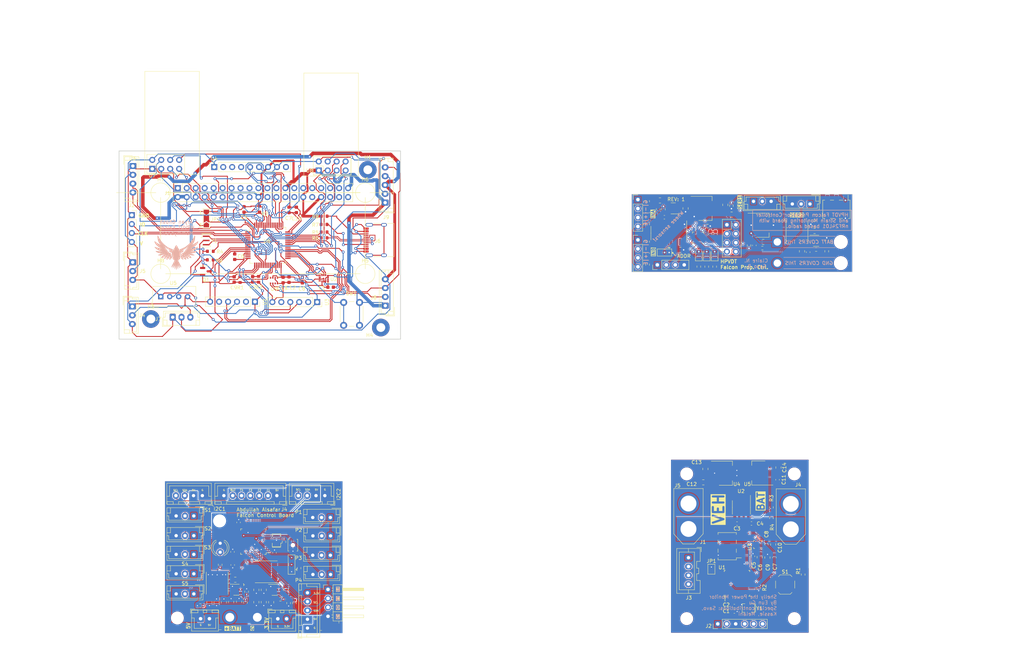
<source format=kicad_pcb>
(kicad_pcb (version 20221018) (generator pcbnew)
  (title_block (title "Revised Falcon Boards") (date "2023-12-12") (rev "1"))
  (layers (0 "F.Cu" signal) (31 "B.Cu" signal) (34 "B.Paste" user) (35 "F.Paste" user) (36 "B.SilkS" user "B.Silkscreen") (37 "F.SilkS" user "F.Silkscreen") (38 "B.Mask" user) (39 "F.Mask" user) (44 "Edge.Cuts" user))
  (net 0 "")
  (footprint "Sensor:Aosong_DHT11_5.5x12.0_P2.54mm" (layer "F.Cu") (at 119.472 100.96631 90)
    (fp_text reference "U5")
    (fp_text value "DHT11(DHT22)")
  )
  (footprint "Capacitor_SMD:C_0805_2012Metric" (layer "F.Cu") (at 304.725 82.375 180)
    (fp_text reference "C12" hide)
    (fp_text value "100n")
  )
  (footprint "Capacitor_SMD:C_0805_2012Metric" (layer "F.Cu") (at 290.175 85.475)
    (fp_text reference "C15" hide)
    (fp_text value "10u")
  )
  (footprint "Capacitor_SMD:C_0603_1608Metric" (layer "F.Cu") (at 155.8194 76.40451 -90)
    (fp_text reference "C7")
    (fp_text value "100n")
  )
  (footprint "Package_TO_SOT_SMD:SOT-223-3_TabPin2" (layer "F.Cu") (at 273.775 75.975)
    (fp_text reference "U5" hide)
    (fp_text value "AZ1117-3.3")
  )
  (footprint "Resistor_SMD:R_0603_1608Metric" (layer "F.Cu") (at 147.4374 76.16271 -90)
    (fp_text reference "R2")
    (fp_text value "10k")
  )
  (footprint "Capacitor_SMD:C_0805_2012Metric" (layer "F.Cu") (at 141.6625 187.45625 90)
    (fp_text reference "C11" hide)
    (fp_text value "22uF")
  )
  (footprint "Capacitor_SMD:C_0805_2012Metric" (layer "F.Cu") (at 150.7625 187.55625 -90)
    (fp_text reference "C16" hide)
    (fp_text value "22uF")
  )
  (footprint "Jumper:SolderJumper-3_P2.0mm_Open_TrianglePad1.0x1.5mm_NumberLabels" (layer "F.Cu") (at 132.4006 78.84291 -90)
    (fp_text reference "JP1")
    (fp_text value "BOOT0")
  )
  (footprint "Capacitor_SMD:C_0805_2012Metric" (layer "F.Cu") (at 154.9375 184.03125 -90)
    (fp_text reference "C17" hide)
    (fp_text value "0.1uF")
  )
  (footprint "ADC Pretty:QFN-12_EP_2x2_Pitch0.4mm" (layer "F.Cu") (at 288.6 171.2 180)
    (fp_text reference "U3")
    (fp_text value "~")
  )
  (footprint "Connector_JST:JST_EH_B3B-EH-A_1x03_P2.50mm_Vertical" (layer "F.Cu") (at 128.8375 168.70625 180)
    (fp_text reference "S2")
    (fp_text value "Conn_01x03_Pin")
  )
  (footprint "Resistor_SMD:R_0603_1608Metric" (layer "F.Cu") (at 133.5314 88.13931 180)
    (fp_text reference "R4")
    (fp_text value "10k")
  )
  (footprint "Inductor_SMD:L_Taiyo-Yuden_NR-60xx" (layer "F.Cu") (at 299.75 82.625 90)
    (fp_text reference "L1" hide)
    (fp_text value "3u3")
  )
  (footprint "Capacitor_SMD:C_0603_1608Metric" (layer "F.Cu") (at 167.605 98.29931)
    (fp_text reference "C1")
    (fp_text value "10n")
  )
  (footprint "Connector_JST:JST_EH_B3B-EH-A_1x03_P2.50mm_Vertical" (layer "F.Cu") (at 167.5875 168.75625 180)
    (fp_text reference "P2")
    (fp_text value "Conn_01x03_Pin")
  )
  (footprint "Resistor_SMD:R_0603_1608Metric" (layer "F.Cu") (at 165.7376 80.51931)
    (fp_text reference "R7")
    (fp_text value "5.1K")
  )
  (footprint "RF_Module:nRF24L01_Breakout" (layer "F.Cu") (at 164.2324 65.22066 90)
    (fp_text reference "U8")
    (fp_text value "nRF24L01-telemetry-EXTERIOR")
  )
  (footprint "Connector_PinHeader_2.54mm:PinHeader_1x04_P2.54mm_Vertical" (layer "F.Cu") (at 254.675 73.475)
    (fp_text reference "J1" hide)
    (fp_text value "LOAD1" hide)
  )
  (footprint "Capacitor_SMD:C_0805_2012Metric" (layer "F.Cu") (at 273.8 149.8 90)
    (fp_text reference "C13")
    (fp_text value "22uF")
  )
  (footprint "Resistor_SMD:R_0603_1608Metric" (layer "F.Cu") (at 158.6625 177.90625 90)
    (fp_text reference "R1" hide)
    (fp_text value "10k")
  )
  (footprint "Resistor_SMD:R_0603_1608Metric" (layer "F.Cu") (at 257.425 73.93 -90)
    (fp_text reference "R5" hide)
    (fp_text value "100")
  )
  (footprint "Connector_JST:JST_XH_B5B-XH-A_1x05_P2.50mm_Vertical" (layer "F.Cu") (at 161.0425 194.88625 90)
    (fp_text reference "ISC3" hide)
    (fp_text value "MAIN")
  )
  (footprint "LED_SMD:LED_0805_2012Metric" (layer "F.Cu") (at 271.925 89.1625 90)
    (fp_text reference "D1" hide)
    (fp_text value "LED")
  )
  (footprint "MountingHole:MountingHole_3.2mm_M3_ISO14580" (layer "F.Cu") (at 268.5 151.2)
    (fp_text reference "H1" hide)
    (fp_text value "MountingHole")
  )
  (footprint "Capacitor_SMD:C_0805_2012Metric" (layer "F.Cu") (at 135.2875 187.58125 90)
    (fp_text reference "C8" hide)
    (fp_text value "22uF")
  )
  (footprint "Package_QFP:LQFP-48_7x7mm_P0.5mm" (layer "F.Cu") (at 145.715 170.39625 180)
    (fp_text reference "U1" hide)
    (fp_text value "STM32F103C8Tx")
  )
  (footprint "Capacitor_SMD:C_0603_1608Metric" (layer "F.Cu") (at 275.175 83.325 -90)
    (fp_text reference "C7" hide)
    (fp_text value "10n")
  )
  (footprint "Capacitor_SMD:C_0805_2012Metric" (layer "F.Cu") (at 139.4125 187.50625 90)
    (fp_text reference "C10" hide)
    (fp_text value "22uF")
  )
  (footprint "Capacitor_SMD:C_0805_2012Metric" (layer "F.Cu") (at 148.6625 184.05625 90)
    (fp_text reference "C6" hide)
    (fp_text value "22uF")
  )
  (footprint "Resistor_SMD:R_0603_1608Metric" (layer "F.Cu") (at 289.925 87.225 180)
    (fp_text reference "R8" hide)
    (fp_text value "15k")
  )
  (footprint "Capacitor_SMD:C_0603_1608Metric" (layer "F.Cu") (at 145.507 96.06411 -90)
    (fp_text reference "C2")
    (fp_text value "4.7u")
  )
  (footprint "MountingHole:MountingHole_3.2mm_M3" (layer "F.Cu") (at 124.1875 192.03125)
    (fp_text reference "REF**" hide)
    (fp_text value "MountingHole_3.2mm_M3")
  )
  (footprint "Capacitor_SMD:C_0603_1608Metric" (layer "F.Cu") (at 155.8194 96.16571 -90)
    (fp_text reference "C12")
    (fp_text value "100n")
  )
  (footprint "Resistor_SMD:R_0603_1608Metric" (layer "F.Cu") (at 157.3625 187.80625 90)
    (fp_text reference "R6" hide)
    (fp_text value "33.2k	")
  )
  (footprint "Button_Switch_THT:SW_PUSH_6mm_H4.3mm" (layer "F.Cu") (at 175.7986 102.61851 -90)
    (fp_text reference "SW1")
    (fp_text value "MCU_RST")
  )
  (footprint "Connector_JST:JST_EH_B3B-EH-A_1x03_P2.50mm_Vertical" (layer "F.Cu") (at 111.5218 91.24191 -90)
    (fp_text reference "J5")
    (fp_text value "shaftencorder")
  )
  (footprint "Capacitor_SMD:C_0805_2012Metric" (layer "F.Cu") (at 289.175 174.8 -90)
    (fp_text reference "C6")
    (fp_text value "10uF")
  )
  (footprint "Resistor_SMD:R_0603_1608Metric" (layer "F.Cu") (at 276.425 92.475 -90)
    (fp_text reference "R3" hide)
    (fp_text value "430")
  )
  (footprint "Crystal:Resonator_SMD_Murata_CSTxExxV-3Pin_3.0x1.1mm" (layer "F.Cu") (at 132.3498 85.05971 -90)
    (fp_text reference "Y1")
    (fp_text value "8M")
  )
  (footprint "Resistor_SMD:R_0603_1608Metric" (layer "F.Cu") (at 257.425 91.91 90)
    (fp_text reference "R6" hide)
    (fp_text value "100")
  )
  (footprint "Capacitor_SMD:C_0805_2012Metric" (layer "F.Cu") (at 304.725 80.375 180)
    (fp_text reference "C14" hide)
    (fp_text value "22u")
  )
  (footprint "Connector_PinHeader_2.54mm:PinHeader_1x04_P2.54mm_Vertical" (layer "F.Cu") (at 254.675 84.895)
    (fp_text reference "J2" hide)
    (fp_text value "LOAD2" hide)
  )
  (footprint "Capacitor_SMD:C_0603_1608Metric" (layer "F.Cu") (at 287.655 86.455 90)
    (fp_text reference "C3" hide)
    (fp_text value "100n")
  )
  (footprint "Connector_JST:JST_EH_B3B-EH-A_1x03_P2.50mm_Vertical" (layer "F.Cu") (at 128.8375 163.10625 180)
    (fp_text reference "S1")
    (fp_text value "Conn_01x03_Pin")
  )
  (footprint "Jumper:SolderJumper-3_P2.0mm_Open_TrianglePad1.0x1.5mm" (layer "F.Cu") (at 156.5625 176.90625 90)
    (fp_text reference "JP1" hide)
    (fp_text value "Jumper_3_Open")
  )
  (footprint "LED_SMD:LED_0805_2012Metric" (layer "F.Cu") (at 276.425 89.1625 90)
    (fp_text reference "D3" hide)
    (fp_text value "LED")
  )
  (footprint "Resistor_SMD:R_0603_1608Metric" (layer "F.Cu") (at 136.3125 176.95625 -90)
    (fp_text reference "R5" hide)
    (fp_text value "420")
  )
  (footprint "Package_DFN_QFN:VQFN-20-1EP_3x3mm_P0.4mm_EP1.7x1.7mm" (layer "F.Cu") (at 271.725 84.275 180)
    (fp_text reference "U1" hide)
    (fp_text value "ATtiny1616-M")
  )
  (footprint "Connector_Wire:SolderWire-2sqmm_1x02_P7.8mm_D2mm_OD3.9mm" (layer "F.Cu") (at 146.8375 191.83125 180)
    (fp_text reference "Battery1" hide)
    (fp_text value "Conn_01x02_Socket")
  )
  (footprint "Capacitor_SMD:C_0805_2012Metric" (layer "F.Cu") (at 133.2625 187.55625 90)
    (fp_text reference "C7" hide)
    (fp_text value "22uF")
  )
  (footprint "Resistor_SMD:R_0603_1608Metric" (layer "F.Cu") (at 147.1834 96.06411 90)
    (fp_text reference "R3")
    (fp_text value "100k")
  )
  (footprint "Connector_JST:JST_EH_B3B-EH-A_1x03_P2.50mm_Vertical" (layer "F.Cu") (at 128.8375 185.20625 180)
    (fp_text reference "S5")
    (fp_text value "Conn_01x03_Pin")
  )
  (footprint "Resistor_SMD:R_0603_1608Metric" (layer "F.Cu") (at 165.7762 78.18251)
    (fp_text reference "R8")
    (fp_text value "5.1K")
  )
  (footprint "Capacitor_SMD:C_0805_2012Metric" (layer "F.Cu") (at 137.3625 187.58125 90)
    (fp_text reference "C9" hide)
    (fp_text value "22uF")
  )
  (footprint "Capacitor_SMD:C_0603_1608Metric" (layer "F.Cu") (at 257.425 88.66 -90)
    (fp_text reference "C2" hide)
    (fp_text value "100n")
  )
  (footprint "Resistor_SMD:R_0603_1608Metric" (layer "F.Cu") (at 271.925 92.475 -90)
    (fp_text reference "R1" hide)
    (fp_text value "430")
  )
  (footprint "Capacitor_SMD:C_0603_1608Metric" (layer "F.Cu") (at 286.852 165.231)
    (fp_text reference "C4")
    (fp_text value "100 nF")
  )
  (footprint "Package_TO_SOT_SMD:SOT-23" (layer "F.Cu") (at 132.2759 93.80351)
    (fp_text reference "Q1")
    (fp_text value "2N7002K")
  )
  (footprint "Capacitor_SMD:C_0603_1608Metric" (layer "F.Cu") (at 282 188.65 180)
    (fp_text reference "C2")
    (fp_text value "100 nF")
  )
  (footprint "Resistor_SMD:R_0603_1608Metric" (layer "F.Cu") (at 288.875 183.5 -90)
    (fp_text reference "R2")
    (fp_text value "10k")
  )
  (footprint "Package_LGA:LGA-14_3x2.5mm_P0.5mm_LayoutBorder3x4y" (layer "F.Cu") (at 165.6746 95.75931)
    (fp_text reference "U2")
    (fp_text value "IMU")
  )
  (footprint "Connector_JST:JST_XA_B04B-XASK-1_1x04_P2.50mm_Vertical" (layer "F.Cu") (at 269 174.95 -90)
    (fp_text reference "J3")
    (fp_text value "Conn_01x04_Socket")
  )
  (footprint "Capacitor_SMD:C_0805_2012Metric" (layer "F.Cu") (at 266.675 87.725)
    (fp_text reference "C4" hide)
    (fp_text value "10u")
  )
  (footprint "Connector_JST:JST_XH_B2B-XH-A_1x02_P2.50mm_Vertical" (layer "F.Cu") (at 152.6375 192.25625)
    (fp_text reference "J1" hide)
    (fp_text value "Conn_01x02_Pin")
  )
  (footprint "Resistor_SMD:R_0603_1608Metric" (layer "F.Cu") (at 308.175 85.125 -90)
    (fp_text reference "R15" hide)
    (fp_text value "54k9")
  )
  (footprint "Capacitor_SMD:C_0805_2012Metric" (layer "F.Cu") (at 260.925 73.725)
    (fp_text reference "C6" hide)
    (fp_text value "10u")
  )
  (footprint "Capacitor_SMD:C_0603_1608Metric" (layer "F.Cu") (at 143.0686 76.26511 -90)
    (fp_text reference "C5")
    (fp_text value "100n")
  )
  (footprint "MountingHole:MountingHole_2.7mm_M2.5" (layer "F.Cu") (at 119.472 94.48931)
    (fp_text reference "H8")
    (fp_text value "MountingHole")
  )
  (footprint "Package_TO_SOT_SMD:SOT-23" (layer "F.Cu") (at 264.675 75.975 180)
    (fp_text reference "Q1" hide)
    (fp_text value "MMSS8550")
  )
  (footprint "Resistor_SMD:R_0603_1608Metric" (layer "F.Cu") (at 130.6875 188.53125)
    (fp_text reference "R9" hide)
    (fp_text value "54.9k")
  )
  (footprint "Resistor_SMD:R_0603_1608Metric" (layer "F.Cu") (at 153.3625 186.70625 180)
    (fp_text reference "R4" hide)
    (fp_text value "10k")
  )
  (footprint "Resistor_SMD:R_0603_1608Metric" (layer "F.Cu") (at 308.175 88.125 90)
    (fp_text reference "R16" hide)
    (fp_text value "10k")
  )
  (footprint "Button_Switch_SMD:SW_SPST_B3U-1000P-B" (layer "F.Cu") (at 156.9125 171.40625 90)
    (fp_text reference "SW2" hide)
    (fp_text value "SW_Push")
  )
  (footprint "Resistor_SMD:R_0603_1608Metric" (layer "F.Cu") (at 133.506 90.55231)
    (fp_text reference "R9")
    (fp_text value "5.6k")
  )
  (footprint "Capacitor_SMD:C_0805_2012Metric" (layer "F.Cu") (at 294.5 149.4 -90)
    (fp_text reference "C14")
    (fp_text value "22 uF")
  )
  (footprint "Connector_PinSocket_2.54mm:PinSocket_1x06_P2.54mm_Vertical" (layer "F.Cu") (at 163.795 102.51571 -90)
    (fp_text reference "U3")
    (fp_text value "Bluetooth Module - Power Controller")
  )
  (footprint "MountingHole:MountingHole_2.5mm_Pad" (layer "F.Cu") (at 178.146 65.02531)
    (fp_text reference "H1")
    (fp_text value "MountingHole")
  )
  (footprint "Resistor_SMD:R_0603_1608Metric" (layer "F.Cu") (at 274.175 92.475 -90)
    (fp_text reference "R2" hide)
    (fp_text value "430")
  )
  (footprint "MountingHole:MountingHole_2.7mm_M2.5" (layer "F.Cu") (at 177.384 94.48931)
    (fp_text reference "H5")
    (fp_text value "MountingHole")
  )
  (footprint "Capacitor_SMD:C_0805_2012Metric" (layer "F.Cu") (at 146.5625 184.05625 90)
    (fp_text reference "C5" hide)
    (fp_text value "22uF")
  )
  (footprint "Resistor_SMD:R_0603_1608Metric" (layer "F.Cu") (at 155.7125 187.80625 90)
    (fp_text reference "R3" hide)
    (fp_text value "10k")
  )
  (footprint "Package_SO:SOIC-8_3.9x4.9mm_P1.27mm" (layer "F.Cu") (at 284 160.7 -90)
    (fp_text reference "U2")
    (fp_text value "ACS712ELCTR-20A")
  )
  (footprint "Connector_JST:JST_EH_B3B-EH-A_1x03_P2.50mm_Vertical" (layer "F.Cu") (at 287.425 73.975)
    (fp_text reference "J5" hide)
    (fp_text value "SERVO1" hide)
  )
  (footprint "MountingHole:MountingHole_3.2mm_M3_ISO14580" (layer "F.Cu") (at 299 151.2)
    (fp_text reference "H3" hide)
    (fp_text value "MountingHole")
  )
  (footprint "Package_TO_SOT_SMD:SOT-223-3_TabPin2" (layer "F.Cu") (at 279.55 151)
    (fp_text reference "U4")
    (fp_text value "AZ1117-3.3")
  )
  (footprint "Crystal:Resonator_SMD_Murata_CSTxExxV-3Pin_3.0x1.1mm" (layer "F.Cu") (at 286 189.2 180)
    (fp_text reference "Y1")
    (fp_text value "8M")
  )
  (footprint "Capacitor_SMD:C_0603_1608Metric" (layer "F.Cu") (at 141.5325 164.954467 -90)
    (fp_text reference "C1" hide)
    (fp_text value "100n")
  )
  (footprint "Resistor_SMD:R_0603_1608Metric" (layer "F.Cu") (at 260.425 76.225 90)
    (fp_text reference "R11" hide)
    (fp_text value "8.2k")
  )
  (footprint "Package_TO_SOT_SMD:SOT-223-3_TabPin2" (layer "F.Cu") (at 288.85 150.95 180)
    (fp_text reference "U5")
    (fp_text value "TS2940CW50")
  )
  (footprint "Connector_JST:JST_XH_B4B-XH-A_1x04_P2.50mm_Vertical" (layer "F.Cu") (at 131.2625 157.35625 180)
    (fp_text reference "I2C1")
    (fp_text value "FS2")
  )
  (footprint "Jumper:SolderJumper-3_P1.3mm_Open_Pad1.0x1.5mm" (layer "F.Cu") (at 262.225 88.475 180)
    (fp_text reference "JP1" hide)
    (fp_text value "ADDRESS")
  )
  (footprint "Connector_JST:JST_XH_B7B-XH-A_1x07_P2.50mm_Vertical" (layer "F.Cu") (at 152.3625 157.35625 180)
    (fp_text reference "J4")
    (fp_text value "Conn_01x07_Pin")
  )
  (footprint "Connector_PinHeader_2.54mm:PinHeader_1x04_P2.54mm_Horizontal" (layer "F.Cu") (at 166.8625 183.93125)
    (fp_text reference "J2" hide)
    (fp_text value "Conn_01x04_Male")
  )
  (footprint "Connector_PinHeader_2.54mm:PinHeader_1x06_P2.54mm_Vertical" (layer "F.Cu") (at 277.3 193.7 90)
    (fp_text reference "J2")
    (fp_text value "Conn_01x06_Female")
  )
  (footprint "Capacitor_SMD:C_0805_2012Metric" (layer "F.Cu") (at 279.425 74.975 -90)
    (fp_text reference "C20" hide)
    (fp_text value "22uF")
  )
  (footprint "Capacitor_SMD:C_0603_1608Metric" (layer "F.Cu") (at 293.325 174.9 -90)
    (fp_text reference "C7")
    (fp_text value "0.1uF")
  )
  (footprint "Resistor_SMD:R_0603_1608Metric" (layer "F.Cu") (at 274.425 80.975 180)
    (fp_text reference "R13" hide)
    (fp_text value "10k")
  )
  (footprint "Capacitor_SMD:C_0603_1608Metric" (layer "F.Cu") (at 257.425 77.18 -90)
    (fp_text reference "C1" hide)
    (fp_text value "100n")
  )
  (footprint "Capacitor_SMD:C_0603_1608Metric" (layer "F.Cu") (at 157.9022 76.40451 -90)
    (fp_text reference "C10")
    (fp_text value "1u")
  )
  (footprint "Resistor_SMD:R_0603_1608Metric" (layer "F.Cu") (at 165.764 84.32931)
    (fp_text reference "R6")
    (fp_text value "22")
  )
  (footprint "Crystal:Resonator_SMD_Murata_CSTxExxV-3Pin_3.0x1.1mm" (layer "F.Cu") (at 152.2625 170.00625 90)
    (fp_text reference "Y1" hide)
    (fp_text value "8Mhz")
  )
  (footprint "Package_TO_SOT_SMD:TSOT-23-6" (layer "F.Cu") (at 151.775 184.05625)
    (fp_text reference "U3" hide)
    (fp_text value "~")
  )
  (footprint "Capacitor_SMD:C_0805_2012Metric" (layer "F.Cu") (at 293 171.2 -90)
    (fp_text reference "C10")
    (fp_text value "10uF")
  )
  (footprint "Package_TO_SOT_SMD:SOT-223-3_TabPin2" (layer "F.Cu") (at 289.925 80.725)
    (fp_text reference "U4" hide)
    (fp_text value "AZ1117-5.0")
  )
  (footprint "Resistor_SMD:R_0603_1608Metric" (layer "F.Cu") (at 143.8125 184.58125 -90)
    (fp_text reference "R7" hide)
    (fp_text value "10k")
  )
  (footprint "Capacitor_SMD:C_0603_1608Metric" (layer "F.Cu") (at 291.1 171.2 -90)
    (fp_text reference "C8")
    (fp_text value "0.1uF")
  )
  (footprint "Capacitor_SMD:C_0805_2012Metric" (layer "F.Cu") (at 146.5625 187.538932 -90)
    (fp_text reference "C14" hide)
    (fp_text value "22uF")
  )
  (footprint "Connector_JST:JST_EH_B4B-EH-A_1x04_P2.50mm_Vertical" (layer "F.Cu") (at 183.099 103.53871 90)
    (fp_text reference "J8")
    (fp_text value "lidar")
  )
  (footprint "Connector_JST:JST_EH_B3B-EH-A_1x03_P2.50mm_Vertical" (layer "F.Cu") (at 128.8375 179.50625 180)
    (fp_text reference "S4")
    (fp_text value "Conn_01x03_Pin")
  )
  (footprint "Capacitor_SMD:C_0603_1608Metric" (layer "F.Cu") (at 140.427 89.66331 -90)
    (fp_text reference "C6")
    (fp_text value "100n")
  )
  (footprint "Connector_PinSocket_2.54mm:PinSocket_1x04_P2.54mm_Vertical" (layer "F.Cu") (at 111.2678 77.87771)
    (fp_text reference "J2")
    (fp_text value "PROGRAM")
  )
  (footprint "RF_Module:nRF24L01_Breakout" (layer "F.Cu") (at 279.885 80.605)
    (fp_text reference "U6" hide)
    (fp_text value "NRF24L01_Breakout")
  )
  (footprint "Button_Switch_SMD:SW_SPST_SKQG_WithStem" (layer "F.Cu") (at 296.4 182.55)
    (fp_text reference "S1")
    (fp_text value "RST")
  )
  (footprint "Capacitor_SMD:C_0805_2012Metric" (layer "F.Cu") (at 140.5875 181.18125)
    (fp_text reference "C12" hide)
    (fp_text value "0.1uF")
  )
  (footprint "Package_TO_SOT_SMD:TSOT-23-6" (layer "F.Cu") (at 140.925 184.00625)
    (fp_text reference "U2" hide)
    (fp_text value "~")
  )
  (footprint "MountingHole:MountingHole_2.5mm_Pad" (layer "F.Cu") (at 116.678 107.31631)
    (fp_text reference "H3")
    (fp_text value "MountingHole")
  )
  (footprint "Resistor_SMD:R_0603_1608Metric" (layer "F.Cu") (at 143.4625 187.68125 -90)
    (fp_text reference "R8" hide)
    (fp_text value "10k")
  )
  (footprint "Inductor_SMD:L_Taiyo-Yuden_NR-60xx" (layer "F.Cu") (at 149.3625 178.95625)
    (fp_text reference "L1" hide)
    (fp_text value "3.3uH")
  )
  (footprint "Connector_PinHeader_2.54mm:PinHeader_2x03_P2.54mm_Vertical_SMD" (layer "F.Cu") (at 279.975 171.7 180)
    (fp_text reference "J1")
    (fp_text value "AVR-ISP-6")
  )
  (footprint "LED_SMD:LED_0805_2012Metric" (layer "F.Cu") (at 274.175 89.1625 90)
    (fp_text reference "D2" hide)
    (fp_text value "LED")
  )
  (footprint "Package_LGA:Bosch_LGA-8_2x2.5mm_P0.65mm_ClockwisePinNumbering" (layer "F.Cu") (at 151.562 96.43231 180)
    (fp_text reference "U9")
    (fp_text value "DPS310 - barometer")
  )
  (footprint "MountingHole:MountingHole_3.2mm_M3_ISO14580" (layer "F.Cu") (at 299 192.2)
    (fp_text reference "H4" hide)
    (fp_text value "MountingHole")
  )
  (footprint "Capacitor_SMD:C_0805_2012Metric" (layer "F.Cu") (at 304.725 78.375 180)
    (fp_text reference "C13" hide)
    (fp_text value "22u")
  )
  (footprint "Capacitor_SMD:C_0603_1608Metric" (layer "F.Cu") (at 262.175 78.475 180)
    (fp_text reference "C9" hide)
    (fp_text value "100n")
  )
  (footprint "Capacitor_SMD:C_0805_2012Metric" (layer "F.Cu") (at 291.375 174.9 -90)
    (fp_text reference "C9")
    (fp_text value "10uF")
  )
  (footprint "MountingHole:MountingHole_2.7mm_M2.5" (layer "F.Cu") (at 119.472 71.50231)
    (fp_text reference "H7")
    (fp_text value "MountingHole")
  )
  (footprint "Connector_PinHeader_2.54mm:PinHeader_2x03_P2.54mm_Vertical_SMD" (layer "F.Cu") (at 310.925 76.225 -90)
    (fp_text reference "J3" hide)
    (fp_text value "AVR-UPDI-6")
  )
  (footprint "Capacitor_SMD:C_0805_2012Metric" (layer "F.Cu") (at 281.225 77.725 180)
    (fp_text reference "C18" hide)
    (fp_text value "10u")
  )
  (footprint "Capacitor_SMD:C_0603_1608Metric" (layer "F.Cu") (at 287.275 174.55 -90)
    (fp_text reference "C5")
    (fp_text value "0.1uF")
  )
  (footprint "RF_Module:nRF24L01_Breakout" (layer "F.Cu") (at 117.0728 64.76651 90)
    (fp_text reference "U7")
    (fp_text value "nRF24L01-telemetry-INTERIOR")
  )
  (footprint "Capacitor_SMD:C_0603_1608Metric" (layer "F.Cu") (at 276.675 83.325 -90)
    (fp_text reference "C5" hide)
    (fp_text value "100n")
  )
  (footprint "Resistor_SMD:R_0603_1608Metric" (layer "F.Cu") (at 292.5 163.7 -90)
    (fp_text reference "R4")
    (fp_text value "10k")
  )
  (footprint "Capacitor_SMD:C_0805_2012Metric" (layer "F.Cu") (at 295.425 79.225 -90)
    (fp_text reference "C19" hide)
    (fp_text value "22uF")
  )
  (footprint "Capacitor_SMD:C_0603_1608Metric" (layer "F.Cu") (at 139.8625 177.00625 90)
    (fp_text reference "C2" hide)
    (fp_text value "100n")
  )
  (footprint "Connector_JST:JST_EH_B3B-EH-A_1x03_P2.50mm_Vertical" (layer "F.Cu") (at 167.5375 174.25625 180)
    (fp_text reference "P3")
    (fp_text value "Conn_01x03_Pin")
  )
  (footprint "Connector_JST:JST_EH_B5B-EH-A_1x05_P2.50mm_Vertical" (layer "F.Cu") (at 183.053 74.34331 90)
    (fp_text reference "J9")
    (fp_text value "Control Board")
  )
  (footprint "Connector_PinSocket_2.54mm:PinSocket_2x20_P2.54mm_Vertical" (layer "F.Cu") (at 149.728 68.90231 90)
    (fp_text reference "J1")
    (fp_text value locked "Raspberry_Pi_2_3 ANT")
  )
  (footprint "MountingHole:MountingHole_3.2mm_M3_ISO14580" (layer "F.Cu") (at 268.5 192.2)
    (fp_text reference "H2" hide)
    (fp_text value "MountingHole")
  )
  (footprint "Connector_PinSocket_2.54mm:PinSocket_1x06_P2.54mm_Vertical" (layer "F.Cu") (at 146.1674 102.41411 -90)
    (fp_text reference "U1")
    (fp_text value "Bluetooth Module - Shaft Power")
  )
  (footprint "Inductor_SMD:L_Taiyo-Yuden_NR-60xx" (layer "F.Cu") (at 135.4625 182.15625 -90)
    (fp_text reference "L2" hide)
    (fp_text value "3.3uH")
  )
  (footprint "Connector_JST:JST_EH_B3B-EH-A_1x03_P2.50mm_Vertical" (layer "F.Cu") (at 167.5375 163.55625 180)
    (fp_text reference "P1")
    (fp_text value "Conn_01x03_Pin")
  )
  (footprint "Connector_JST:JST_EH_B3B-EH-A_1x03_P2.50mm_Vertical" (layer "F.Cu") (at 128.8375 174.00625 180)
    (fp_text reference "S3")
    (fp_text value "Conn_01x03_Pin")
  )
  (footprint "Resistor_SMD:R_0603_1608Metric" (layer "F.Cu") (at 261.925 76.225 -90)
    (fp_text reference "R10" hide)
    (fp_text value "20k")
  )
  (footprint "Resistor_SMD:R_0603_1608Metric" (layer "F.Cu") (at 257.425 85.41 -90)
    (fp_text reference "R7" hide)
    (fp_text value "100")
  )
  (footprint "Package_QFP:TQFP-32_7x7mm_P0.8mm" (layer "F.Cu") (at 282.75 182.2 90)
    (fp_text reference "U1")
    (fp_text value "ATmega328-A")
  )
  (footprint "Capacitor_SMD:C_0805_2012Metric" (layer "F.Cu") (at 273.2 153.6 180)
    (fp_text reference "C12")
    (fp_text value "10uF")
  )
  (footprint "Connector_JST:JST_EH_B3B-EH-A_1x03_P2.50mm_Vertical" (layer "F.Cu") (at 122.854 106.80831)
    (fp_text reference "J7")
    (fp_text value "SparLoad")
  )
  (footprint "MountingHole:MountingHole_2.5mm_Pad" (layer "F.Cu") (at 181.829 109.72931)
    (fp_text reference "H4")
    (fp_text value "MountingHole")
  )
  (footprint "Package_QFP:LQFP-64_10x10mm_P0.5mm" (layer "F.Cu") (at 149.825 86.41211)
    (fp_text reference "U6")
    (fp_text value "STM32F412RETx")
  )
  (footprint "Resistor_SMD:R_0603_1608Metric" (layer "F.Cu") (at 257.425 80.43 90)
    (fp_text reference "R4" hide)
    (fp_text value "100")
  )
  (footprint "Connector_JST:JST_EH_B3B-EH-A_1x03_P2.50mm_Vertical" (layer "F.Cu") (at 167.5875 179.70625 180)
    (fp_text reference "P4")
    (fp_text value "Conn_01x03_Pin")
  )
  (footprint "Connector_JST:JST_XH_B2B-XH-A_1x02_P2.50mm_Vertical" (layer "F.Cu") (at 130.7625 192.23125)
    (fp_text reference "J3" hide)
    (fp_text value "Conn_01x02_Pin")
  )
  (footprint "Capacitor_SMD:C_0603_1608Metric" (layer "F.Cu") (at 302.925 88.375 90)
    (fp_text reference "C11" hide)
    (fp_text value "100n")
  )
  (footprint "Resistor_SMD:R_0603_1608Metric" (layer "F.Cu") (at 301.5 179.725 -90)
    (fp_text reference "R1")
    (fp_text value "10k")
  )
  (footprint "Resistor_SMD:R_0603_1608Metric" (layer "F.Cu") (at 305.175 87.625)
    (fp_text reference "R14" hide)
    (fp_text value "10k")
  )
  (footprint "LED_THT:LED_D4.0mm" (layer "F.Cu") (at 136.3125 170.85625 -90)
    (fp_text reference "LED9" hide)
    (fp_text value "LED1")
  )
  (footprint "Capacitor_SMD:C_0603_1608Metric" (layer "F.Cu") (at 294.25 152.85 90)
    (fp_text reference "C11")
    (fp_text value "1 uF")
  )
  (footprint "Capacitor_SMD:C_0805_2012Metric" (layer "F.Cu") (at 268.175 75.975 -90)
    (fp_text reference "C16" hide)
    (fp_text value "10u")
  )
  (footprint "MountingHole:MountingHole_3.2mm_M3" (layer "F.Cu") (at 136.1425 164.51625)
    (fp_text reference "REF**" hide)
    (fp_text value "MountingHole_3.2mm_M3")
  )
  (footprint "Connector_JST:JST_EH_B3B-EH-A_1x03_P2.50mm_Vertical" (layer "F.Cu") (at 111.4202 103.76031 -90)
    (fp_text reference "J4")
    (fp_text value "c02 censor")
  )
  (footprint "Resistor_SMD:R_0603_1608Metric" (layer "F.Cu") (at 154.4125 170.45625 90)
    (fp_text reference "R2" hide)
    (fp_text value "10k")
  )
  (footprint "Package_TO_SOT_SMD:TSOT-23-6" (layer "F.Cu") (at 305.175 85.125)
    (fp_text reference "U3" hide)
    (fp_text value "TPS563208DDCR")
  )
  (footprint "Resistor_SMD:R_0603_1608Metric" (layer "F.Cu") (at 292.5 160.7 -90)
    (fp_text reference "R3")
    (fp_text value "30k")
  )
  (footprint "Resistor_SMD:R_0603_1608Metric" (layer "F.Cu") (at 286.155 86.455 90)
    (fp_text reference "R9" hide)
    (fp_text value "10k")
  )
  (footprint "Capacitor_SMD:C_0805_2012Metric" (layer "F.Cu") (at 301.175 88.125 90)
    (fp_text reference "C10" hide)
    (fp_text value "10u")
  )
  (footprint "Package_SO:SOP-16_3.9x9.9mm_P1.27mm" (layer "F.Cu") (at 263.425 82.975 -90)
    (fp_text reference "U2" hide)
    (fp_text value "HX711")
  )
  (footprint "Connector_PinSocket_2.54mm:PinSocket_1x09_P2.54mm_Vertical" (layer "F.Cu") (at 134.6358 64.26331 90)
    (fp_text reference "U4")
    (fp_text value "GPS module")
  )
  (footprint "Resistor_SMD:R_0603_1608Metric" (layer "F.Cu") (at 165.764 82.67831)
    (fp_text reference "R5")
    (fp_text value "22")
  )
  (footprint "Capacitor_SMD:C_0603_1608Metric" (layer "F.Cu") (at 159.593784 96.308063 90)
    (fp_text reference "C8")
    (fp_text value "100n")
  )
  (footprint "MountingHole:MountingHole_2.7mm_M2.5" (layer "F.Cu") (at 177.384 71.50231)
    (fp_text reference "H6")
    (fp_text value "MountingHole")
  )
  (footprint "Capacitor_SMD:C_0603_1608Metric" (layer "F.Cu") (at 282 190.2 180)
    (fp_text reference "C1")
    (fp_text value "10 nF")
  )
  (footprint "Capacitor_SMD:C_0603_1608Metric" (layer "F.Cu") (at 140.2746 96.11491 90)
    (fp_text reference "C9")
    (fp_text value "10n")
  )
  (footprint "Connector_PinHeader_2.54mm:PinHeader_1x04_P2.54mm_Vertical" (layer "F.Cu") (at 260.175 91.975 90)
    (fp_text reference "J6" hide)
    (fp_text value "SERIAL")
  )
  (footprint "Connector_AMASS:AMASS_XT60-M_1x02_P7.20mm_Vertical" (layer "F.Cu") (at 298 166.9 90)
    (fp_text reference "J4")
    (fp_text value "BATT" hide)
  )
  (footprint "Capacitor_SMD:C_0603_1608Metric" (layer "F.Cu") (at 139.8125 173.30625 -90)
    (fp_text reference "C3" hide)
    (fp_text value "100n")
  )
  (footprint "Capacitor_SMD:C_0603_1608Metric" (layer "F.Cu") (at 282.75 165.3 180)
    (fp_text reference "C3")
    (fp_text value "1 nF")
  )
  (footprint "Connector_USB:USB_C_Receptacle_HRO_TYPE-C-31-M-12" (layer "F.Cu") (at 181.6766 84.93891 90)
    (fp_text reference "J6")
    (fp_text value "USB_C_Receptacle_USB2.0")
  )
  (footprint "Capacitor_SMD:C_0805_2012Metric" (layer "F.Cu") (at 148.6625 187.538932 -90)
    (fp_text reference "C15" hide)
    (fp_text value "22uF")
  )
  (footprint "Jumper:SolderJumper-2_P1.3mm_Open_Pad1.0x1.5mm" (layer "F.Cu") (at 275.5 178.2 -90)
    (fp_text reference "JP1")
    (fp_text value "Power Connect")
  )
  (footprint "Capacitor_SMD:C_0603_1608Metric" (layer "F.Cu") (at 154.143 96.26731 -90)
    (fp_text reference "C11")
    (fp_text value "100n")
  )
  (footprint "Connector_AMASS:AMASS_XT60-F_1x02_P7.20mm_Vertical" (layer "F.Cu") (at 269 166.8 90)
    (fp_text reference "J5")
    (fp_text value "VEH" hide)
  )
  (footprint "Connector_JST:JST_EH_B3B-EH-A_1x03_P2.50mm_Vertical" (layer "F.Cu") (at 303.425 74.725 180)
    (fp_text reference "J4" hide)
    (fp_text value "SERVO2" hide)
  )
  (footprint "Resistor_SMD:R_0603_1608Metric" (layer "F.Cu") (at 141.951 96.14051 90)
    (fp_text reference "R1")
    (fp_text value "100k")
  )
  (footprint "Resistor_SMD:R_0603_1608Metric" (layer "F.Cu") (at 281.175 75.225 90)
    (fp_text reference "R12" hide)
    (fp_text value "10k")
  )
  (footprint "Connector_JST:JST_XH_B4B-XH-A_1x04_P2.50mm_Vertical" (layer "F.Cu") (at 165.9625 157.35625 180)
    (fp_text reference "I2C2")
    (fp_text value "FS1")
  )
  (footprint "Capacitor_SMD:C_0603_1608Metric" (layer "F.Cu") (at 151.7125 173.55625 90)
    (fp_text reference "C4" hide)
    (fp_text value "100n")
  )
  (footprint "Connector_JST:JST_EH_B4B-EH-A_1x04_P2.50mm_Vertical" (layer "F.Cu") (at 111.5726 63.95851 -90)
    (fp_text reference "J3")
    (fp_text value "Battery / Pitot/ Orientation")
  )
  (footprint "Connector_Wire:SolderWire-1.5sqmm_1x02_P6mm_D1.7mm_OD3mm_Relief" (layer "B.Cu") (at 294.175 85.475 -90)
    (fp_text reference "BT1" hide)
    (fp_text value "Battery")
  )
  (gr_poly (pts (xy 129.179842 83.560279) (xy 129.190354 83.619765) (xy 129.200317 83.714121) (xy 129.207538 83.839428) (xy 129.209825 83.991768) (xy 129.204983 84.167224) (xy 129.19082 84.361878) (xy 129.165142 84.571811) (xy 129.125756 84.793106) (xy 129.100236 84.90679) (xy 129.070467 85.021845) (xy 129.036175 85.137782) (xy 128.997084 85.25411) (xy 128.952922 85.37034) (xy 128.903413 85.485983) (xy 128.848284 85.600548) (xy 128.78726 85.713546) (xy 128.720067 85.824487) (xy 128.646431 85.932881) (xy 128.566079 86.038239) (xy 128.478735 86.140071) (xy 128.384125 86.237887) (xy 128.281976 86.331198) (xy 128.310302 86.319941) (xy 128.390217 86.284723) (xy 128.450085 86.256369) (xy 128.523529 86.219916) (xy 128.610776 86.174659) (xy 128.71205 86.119895) (xy 128.827579 86.05492) (xy 128.95759 85.979032) (xy 129.102307 85.891528) (xy 129.261958 85.791703) (xy 129.436768 85.678855) (xy 129.626964 85.55228) (xy 129.832773 85.411275) (xy 130.05442 85.255137) (xy 130.061476 85.2534) (xy 130.067907 85.25838) (xy 130.073304 85.269859) (xy 130.07726 85.287619) (xy 130.079366 85.31144) (xy 130.079215 85.341104) (xy 130.076399 85.376392) (xy 130.070509 85.417084) (xy 130.061139 85.462963) (xy 130.047879 85.51381) (xy 130.030323 85.569405) (xy 130.008061 85.62953) (xy 129.980687 85.693966) (xy 129.947792 85.762495) (xy 129.908968 85.834897) (xy 129.863808 85.910953) (xy 129.811903 85.990446) (xy 129.752845 86.073155) (xy 129.686227 86.158863) (xy 129.611641 86.247351) (xy 129.528679 86.338399) (xy 129.436932 86.431789) (xy 129.335993 86.527303) (xy 129.225455 86.62472) (xy 129.104908 86.723824) (xy 128.973945 86.824394) (xy 128.832158 86.926212) (xy 128.67914 87.029059) (xy 128.514482 87.132716) (xy 128.337776 87.236965) (xy 128.148615 87.341587) (xy 127.94659 87.446363) (xy 128.964224 87.161751) (xy 129.677008 86.96608) (xy 129.921274 86.901598) (xy 130.02865 86.877139) (xy 130.033441 86.87957) (xy 130.035935 86.886722) (xy 130.035858 86.898379) (xy 130.032937 86.914325) (xy 130.026898 86.934345) (xy 130.01747 86.958224) (xy 130.004377 86.985747) (xy 129.987348 87.016699) (xy 129.966109 87.050864) (xy 129.940386 87.088027) (xy 129.909907 87.127974) (xy 129.874399 87.170487) (xy 129.833587 87.215354) (xy 129.787199 87.262357) (xy 129.734962 87.311283) (xy 129.676603 87.361915) (xy 129.611848 87.414039) (xy 129.540423 87.467439) (xy 129.462057 87.5219) (xy 129.376475 87.577207) (xy 129.283405 87.633145) (xy 129.182573 87.689498) (xy 129.073706 87.746051) (xy 128.95653 87.802589) (xy 128.830774 87.858897) (xy 128.696162 87.91476) (xy 128.552423 87.969961) (xy 128.399283 88.024287) (xy 128.236468 88.077521) (xy 128.063706 88.129449) (xy 127.880724 88.179855) (xy 127.687247 88.228525) (xy 128.536229 88.135061) (xy 129.184413 88.068654) (xy 129.451962 88.044335) (xy 129.638972 88.031199) (xy 129.645397 88.031408) (xy 129.654033 88.032585) (xy 129.664222 88.034868) (xy 129.675308 88.038398) (xy 129.686634 88.043312) (xy 129.692181 88.046333) (xy 129.697541 88.049751) (xy 129.702632 88.053585) (xy 129.707372 88.057853) (xy 129.711678 88.062571) (xy 129.71547 88.067757) (xy 129.718663 88.073429) (xy 129.721177 88.079603) (xy 129.722929 88.086298) (xy 129.723837 88.09353) (xy 129.723818 88.101317) (xy 129.722791 88.109677) (xy 129.720673 88.118626) (xy 129.717382 88.128182) (xy 129.712836 88.138363) (xy 129.706953 88.149186) (xy 129.699651 88.160668) (xy 129.690847 88.172827) (xy 129.680459 88.18568) (xy 129.668406 88.199245) (xy 129.654604 88.213538) (xy 129.638972 88.228578) (xy 129.622707 88.243022) (xy 129.60258 88.25959) (xy 129.578645 88.278048) (xy 129.550954 88.298162) (xy 129.51956 88.3197) (xy 129.484517 88.342428) (xy 129.445877 88.366114) (xy 129.403692 88.390522) (xy 129.358016 88.415422) (xy 129.308902 88.440579) (xy 129.256402 88.465759) (xy 129.20057 88.490731) (xy 129.141457 88.51526) (xy 129.079118 88.539113) (xy 129.013605 88.562058) (xy 128.94497 88.58386) (xy 128.849509 88.610465) (xy 128.755593 88.632486) (xy 128.662985 88.650383) (xy 128.571452 88.664617) (xy 128.480756 88.675649) (xy 128.390664 88.683939) (xy 128.211347 88.694138) (xy 127.849596 88.70191) (xy 127.663396 88.706855) (xy 127.471136 88.717421) (xy 128.133971 88.787642) (xy 128.277868 88.84235) (xy 128.595027 88.967969) (xy 128.764891 89.039322) (xy 128.913644 89.106744) (xy 128.973393 89.136726) (xy 129.019811 89.163017) (xy 129.050214 89.184717) (xy 129.058571 89.193562) (xy 129.061917 89.200921) (xy 129.060056 89.20796) (xy 129.053097 89.215782) (xy 129.041165 89.224181) (xy 129.024387 89.232948) (xy 128.976793 89.250763) (xy 128.911321 89.267571) (xy 128.828976 89.281714) (xy 128.730763 89.291538) (xy 128.67602 89.294312) (xy 128.617687 89.295385) (xy 128.55589 89.294551) (xy 128.490755 89.2916) (xy 128.422406 89.286328) (xy 128.35097 89.278527) (xy 128.276573 89.267989) (xy 128.199339 89.254508) (xy 128.119395 89.237877) (xy 128.036866 89.217888) (xy 127.951879 89.194335) (xy 127.864558 89.167011) (xy 127.775029 89.135708) (xy 127.683418 89.100219) (xy 127.589851 89.060339) (xy 127.494453 89.015858) (xy 127.39735 88.966571) (xy 127.298668 88.912271) (xy 127.198532 88.85275) (xy 127.097068 88.787801) (xy 127.148166 88.834013) (xy 127.199671 88.87964) (xy 127.261851 88.93354) (xy 127.329737 88.990658) (xy 127.398356 89.045936) (xy 127.431388 89.071306) (xy 127.462739 89.09432) (xy 127.491789 89.114347) (xy 127.517915 89.130754) (xy 127.640297 89.254055) (xy 127.761759 89.381988) (xy 127.828366 89.454884) (xy 127.895389 89.530823) (xy 127.960201 89.607623) (xy 128.020176 89.6831) (xy 128.072687 89.755071) (xy 128.115109 89.821353) (xy 128.131716 89.851679) (xy 128.144816 89.879764) (xy 128.15408 89.905336) (xy 128.15918 89.928121) (xy 128.159788 89.947846) (xy 128.155576 89.96424) (xy 128.151559 89.971102) (xy 128.146215 89.977029) (xy 128.131377 89.985939) (xy 128.077508 90.00436) (xy 128.049565 90.011771) (xy 128.020873 90.017749) (xy 127.991377 90.022119) (xy 127.96102 90.024705) (xy 127.929746 90.025331) (xy 127.897498 90.023824) (xy 127.86422 90.020006) (xy 127.829855 90.013704) (xy 127.794348 90.004741) (xy 127.757641 89.992943) (xy 127.719678 89.978134) (xy 127.680404 89.960138) (xy 127.639761 89.938781) (xy 127.597693 89.913887) (xy 127.554143 89.885281) (xy 127.509056 89.852787) (xy 127.462375 89.816231) (xy 127.414044 89.775436) (xy 127.364005 89.730228) (xy 127.312203 89.680432) (xy 127.258582 89.625871) (xy 127.203084 89.566371) (xy 127.145654 89.501756) (xy 127.086235 89.431852) (xy 127.024771 89.356482) (xy 126.961204 89.275471) (xy 126.89548 89.188645) (xy 126.827541 89.095827) (xy 126.757332 88.996843) (xy 126.684795 88.891517) (xy 126.77485 89.054743) (xy 126.865902 89.221525) (xy 126.9728 89.421948) (xy 127.084413 89.63866) (xy 127.189612 89.854309) (xy 127.236328 89.956312) (xy 127.277268 90.051542) (xy 127.311039 90.137829) (xy 127.336252 90.213005) (xy 127.340438 90.232662) (xy 127.34077 90.250131) (xy 127.337345 90.265236) (xy 127.330262 90.277805) (xy 127.319618 90.28766) (xy 127.30551 90.294628) (xy 127.288038 90.298534) (xy 127.2673 90.299202) (xy 127.243392 90.296459) (xy 127.216413 90.290127) (xy 127.186461 90.280034) (xy 127.153634 90.266004) (xy 127.11803 90.247862) (xy 127.079747 90.225433) (xy 127.038882 90.198542) (xy 126.995534 90.167014) (xy 126.949801 90.130675) (xy 126.901781 90.089349) (xy 126.851571 90.042862) (xy 126.79927 89.991038) (xy 126.744976 89.933703) (xy 126.688786 89.870682) (xy 126.630798 89.801799) (xy 126.571111 89.72688) (xy 126.509822 89.645751) (xy 126.44703 89.558235) (xy 126.382832 89.464159) (xy 126.317326 89.363347) (xy 126.250611 89.255624) (xy 126.182783 89.140816) (xy 126.113942 89.018746) (xy 126.044185 88.889242) (xy 126.047254 88.907507) (xy 126.051403 88.927201) (xy 126.05789 88.953658) (xy 126.067164 88.986673) (xy 126.079669 89.026037) (xy 126.095854 89.071545) (xy 126.116165 89.122988) (xy 126.141048 89.18016) (xy 126.170951 89.242853) (xy 126.206321 89.310861) (xy 126.226195 89.346793) (xy 126.247603 89.383976) (xy 126.270602 89.422385) (xy 126.295246 89.461992) (xy 126.321592 89.502772) (xy 126.349695 89.5447) (xy 126.379612 89.587749) (xy 126.411398 89.631894) (xy 126.445109 89.677109) (xy 126.4808 89.723367) (xy 126.667967 90.253645) (xy 126.67339 90.27024) (xy 126.677962 90.286383) (xy 126.681689 90.302049) (xy 126.684572 90.317214) (xy 126.686615 90.331854) (xy 126.687822 90.345942) (xy 126.688196 90.359456) (xy 126.687739 90.372369) (xy 126.686457 90.384658) (xy 126.684351 90.396298) (xy 126.681425 90.407264) (xy 126.677683 90.417532) (xy 126.673128 90.427076) (xy 126.667764 90.435873) (xy 126.661593 90.443897) (xy 126.654619 90.451123) (xy 126.646845 90.457528) (xy 126.638275 90.463087) (xy 126.628912 90.467774) (xy 126.618759 90.471566) (xy 126.607821 90.474437) (xy 126.596099 90.476363) (xy 126.583598 90.47732) (xy 126.570321 90.477281) (xy 126.556271 90.476224) (xy 126.541451 90.474123) (xy 126.525865 90.470954) (xy 126.509517 90.466692) (xy 126.492409 90.461312) (xy 126.474545 90.454789) (xy 126.455928 90.4471) (xy 126.436562 90.438218) (xy 126.39486 90.417146) (xy 126.349073 90.391399) (xy 126.299746 90.360276) (xy 126.247423 90.323073) (xy 126.192649 90.279085) (xy 126.135968 90.227611) (xy 126.107083 90.198846) (xy 126.077925 90.167946) (xy 126.048562 90.134822) (xy 126.019063 90.099386) (xy 125.989495 90.061552) (xy 125.959927 90.02123) (xy 125.930426 89.978332) (xy 125.901061 89.932772) (xy 125.871899 89.88446) (xy 125.84301 89.833309) (xy 125.81446 89.779232) (xy 125.786317 89.722139) (xy 125.758651 89.661944) (xy 125.731528 89.598558) (xy 125.705017 89.531893) (xy 125.679186 89.461861) (xy 125.654103 89.388375) (xy 125.629836 89.311347) (xy 125.606453 89.230688) (xy 125.584022 89.14631) (xy 125.583231 89.163429) (xy 125.583538 89.214542) (xy 125.58536 89.252733) (xy 125.588964 89.299284) (xy 125.594852 89.354152) (xy 125.603528 89.41729) (xy 125.615494 89.488653) (xy 125.631251 89.568194) (xy 125.651304 89.655869) (xy 125.676154 89.751632) (xy 125.690535 89.802532) (xy 125.706304 89.855436) (xy 125.723523 89.91034) (xy 125.742256 89.967237) (xy 125.762565 90.026122) (xy 125.784513 90.086989) (xy 125.808162 90.149832) (xy 125.833577 90.214645) (xy 125.856076 90.276064) (xy 125.871234 90.32897) (xy 125.87949 90.37373) (xy 125.881286 90.410711) (xy 125.877063 90.440281) (xy 125.867264 90.462807) (xy 125.852328 90.478654) (xy 125.832698 90.488191) (xy 125.808815 90.491783) (xy 125.781119 90.489799) (xy 125.750053 90.482605) (xy 125.716058 90.470567) (xy 125.679574 90.454054) (xy 125.641043 90.433431) (xy 125.600907 90.409067) (xy 125.559607 90.381326) (xy 125.47528 90.317188) (xy 125.391591 90.243952) (xy 125.312071 90.164553) (xy 125.240251 90.081928) (xy 125.208331 90.040323) (xy 125.179661 89.999012) (xy 125.15468 89.958362) (xy 125.133831 89.91874) (xy 125.117555 89.880513) (xy 125.106292 89.844048) (xy 125.100485 89.809712) (xy 125.100575 89.777872) (xy 125.120878 89.73557) (xy 125.140959 89.688848) (xy 125.151937 89.66089) (xy 125.16295 89.630552) (xy 125.173558 89.598345) (xy 125.183319 89.564784) (xy 125.191791 89.530381) (xy 125.198533 89.495649) (xy 125.201118 89.47832) (xy 125.203104 89.461101) (xy 125.204437 89.444057) (xy 125.205061 89.42725) (xy 125.204922 89.410747) (xy 125.203964 89.39461) (xy 125.202132 89.378904) (xy 125.19937 89.363693) (xy 125.201731 89.366177) (xy 125.207864 89.373171) (xy 125.211902 89.378142) (xy 125.216351 89.383983) (xy 125.221032 89.390605) (xy 125.225769 89.397923) (xy 125.228103 89.401816) (xy 125.230384 89.405851) (xy 125.23259 89.410017) (xy 125.234699 89.414302) (xy 125.236689 89.418697) (xy 125.238537 89.42319) (xy 125.240221 89.427771) (xy 125.241719 89.432429) (xy 125.24301 89.437153) (xy 125.24407 89.441933) (xy 125.244877 89.446756) (xy 125.24541 89.451614) (xy 125.245646 89.456495) (xy 125.245562 89.461388) (xy 125.245138 89.466282) (xy 125.24435 89.471167) (xy 125.248724 89.463285) (xy 125.253445 89.453707) (xy 125.259193 89.440615) (xy 125.265469 89.424192) (xy 125.271775 89.404621) (xy 125.274784 89.393713) (xy 125.277614 89.382085) (xy 125.280204 89.369763) (xy 125.282489 89.356768) (xy 125.28441 89.343123) (xy 125.285902 89.328851) (xy 125.286904 89.313975) (xy 125.287355 89.298518) (xy 125.287191 89.282503) (xy 125.28635 89.265953) (xy 125.28477 89.24889) (xy 125.28239 89.231338) (xy 125.279146 89.213318) (xy 125.274977 89.194855) (xy 125.269821 89.175971) (xy 125.263614 89.156689) (xy 125.256295 89.137032) (xy 125.247803 89.117022) (xy 125.238073 89.096683) (xy 125.227046 89.076038) (xy 125.22873 89.075463) (xy 125.230722 89.075012) (xy 125.233378 89.074687) (xy 125.234932 89.074629) (xy 125.236624 89.074668) (xy 125.238443 89.074828) (xy 125.240382 89.075131) (xy 125.242429 89.075599) (xy 125.244576 89.076254) (xy 125.246814 89.077118) (xy 125.249132 89.078214) (xy 125.251521 89.079564) (xy 125.253972 89.081189) (xy 125.256475 89.083113) (xy 125.25902 89.085358) (xy 125.261599 89.087944) (xy 125.264202 89.090896) (xy 125.266818 89.094235) (xy 125.269439 89.097982) (xy 125.272056 89.102162) (xy 125.274658 89.106794) (xy 125.277236 89.111903) (xy 125.27978 89.117509) (xy 125.282282 89.123636) (xy 125.284731 89.130305) (xy 125.287119 89.137538) (xy 125.289435 89.145358) (xy 125.292797 89.139384) (xy 125.296564 89.132089) (xy 125.301332 89.122074) (xy 125.306813 89.109455) (xy 125.312713 89.094345) (xy 125.318743 89.07686) (xy 125.324611 89.057113) (xy 125.327393 89.046428) (xy 125.330026 89.035221) (xy 125.332473 89.023506) (xy 125.334698 89.011297) (xy 125.336664 88.998609) (xy 125.338335 88.985456) (xy 125.339674 88.971852) (xy 125.340646 88.957813) (xy 125.341214 88.943351) (xy 125.341341 88.928482) (xy 125.340991 88.913219) (xy 125.340128 88.897578) (xy 125.338715 88.881572) (xy 125.336716 88.865216) (xy 125.334095 88.848523) (xy 125.330815 88.831509) (xy 125.330184 88.82796) (xy 125.329726 88.824417) (xy 125.329438 88.820886) (xy 125.329318 88.817371) (xy 125.329362 88.813878) (xy 125.329569 88.81041) (xy 125.329935 88.806973) (xy 125.330457 88.803572) (xy 125.331132 88.800211) (xy 125.331958 88.796894) (xy 125.332932 88.793627) (xy 125.334051 88.790415) (xy 125.335312 88.787261) (xy 125.336713 88.784172) (xy 125.338249 88.781151) (xy 125.33992 88.778203) (xy 125.341721 88.775334) (xy 125.34365 88.772547) (xy 125.345705 88.769848) (xy 125.347882 88.767241) (xy 125.350178 88.764732) (xy 125.352591 88.762324) (xy 125.355118 88.760022) (xy 125.357756 88.757832) (xy 125.360502 88.755758) (xy 125.363353 88.753804) (xy 125.366307 88.751977) (xy 125.36936 88.750279) (xy 125.372511 88.748716) (xy 125.375755 88.747293) (xy 125.379091 88.746015) (xy 125.382515 88.744885) (xy 125.461207 88.719592) (xy 125.561674 88.684768) (xy 125.67696 88.641276) (xy 125.800107 88.589978) (xy 125.862453 88.561672) (xy 125.924156 88.531738) (xy 125.984345 88.500284) (xy 126.042151 88.467417) (xy 126.096703 88.433247) (xy 126.147133 88.397879) (xy 126.19257 88.361423) (xy 126.232144 88.323986) (xy 126.180321 88.342344) (xy 126.125228 88.361089) (xy 126.059292 88.382472) (xy 125.988971 88.403691) (xy 125.954183 88.413364) (xy 125.920721 88.421944) (xy 125.889392 88.429082) (xy 125.861003 88.434428) (xy 125.83636 88.43763) (xy 125.816272 88.438339) (xy 125.9321 88.377966) (xy 126.052943 88.312793) (xy 126.194455 88.233445) (xy 126.340675 88.146785) (xy 126.410562 88.102858) (xy 126.475641 88.059675) (xy 126.533916 88.018096) (xy 126.583391 87.978977) (xy 126.622073 87.943177) (xy 126.636742 87.926789) (xy 126.647964 87.911553) (xy 126.598509 87.929104) (xy 126.544678 87.946655) (xy 126.478545 87.966156) (xy 126.442529 87.975724) (xy 126.405434 87.984683) (xy 126.367925 87.992667) (xy 126.33067 87.99931) (xy 126.294332 88.004246) (xy 126.259578 88.007111) (xy 126.243003 88.007652) (xy 126.227074 88.007539) (xy 126.211873 88.006724) (xy 126.197484 88.005163) (xy 126.336685 87.907527) (xy 126.482364 87.801384) (xy 126.653586 87.671159) (xy 126.742876 87.600329) (xy 126.831472 87.527453) (xy 126.917012 87.453857) (xy 126.997138 87.380866) (xy 127.069489 87.309805) (xy 127.131704 87.242) (xy 127.158274 87.209732) (xy 127.181424 87.178774) (xy 127.200861 87.149293) (xy 127.216289 87.121455) (xy 127.114292 87.19289) (xy 127.004432 87.266002) (xy 126.866483 87.352938) (xy 126.78959 87.398988) (xy 126.70881 87.445372) (xy 126.62519 87.491047) (xy 126.539776 87.534973) (xy 126.453613 87.57611) (xy 126.367746 87.613415) (xy 126.283221 87.645849) (xy 126.241788 87.659914) (xy 126.201083 87.67237) (xy 126.236929 87.65348) (xy 126.32699 87.600706) (xy 126.388157 87.561466) (xy 126.457847 87.51358) (xy 126.534381 87.456988) (xy 126.616082 87.391634) (xy 126.701273 87.317457) (xy 126.788277 87.234401) (xy 126.831935 87.189524) (xy 126.875417 87.142405) (xy 126.918513 87.093038) (xy 126.961014 87.041413) (xy 127.002711 86.987525) (xy 127.043393 86.931365) (xy 127.082851 86.872927) (xy 127.120875 86.812203) (xy 127.157256 86.749186) (xy 127.191784 86.683869) (xy 127.22425 86.616243) (xy 127.254442 86.546303) (xy 127.22642 86.58324) (xy 127.19313 86.62438) (xy 127.146485 86.679046) (xy 127.086105 86.746049) (xy 127.011612 86.824197) (xy 126.922627 86.912299) (xy 126.818773 87.009165) (xy 126.699671 87.113604) (xy 126.564942 87.224425) (xy 126.491599 87.281857) (xy 126.414208 87.340437) (xy 126.332722 87.400018) (xy 126.247092 87.46045) (xy 126.157272 87.521585) (xy 126.063214 87.583273) (xy 125.964871 87.645365) (xy 125.862196 87.707714) (xy 125.755141 87.77017) (xy 125.64366 87.832584) (xy 125.527704 87.894807) (xy 125.407227 87.956691) (xy 125.480104 87.954955) (xy 125.558898 87.950831) (xy 125.654997 87.9428) (xy 125.706972 87.936913) (xy 125.760198 87.929561) (xy 125.81365 87.920581) (xy 125.866303 87.90981) (xy 125.917131 87.897086) (xy 125.96511 87.882246) (xy 125.98771 87.873981) (xy 126.009214 87.865127) (xy 126.029493 87.855662) (xy 126.048419 87.845566) (xy 126.034766 87.873043) (xy 125.99669 87.940992) (xy 125.968413 87.98648) (xy 125.933933 88.037691) (xy 125.893219 88.093158) (xy 125.846238 88.151417) (xy 125.792958 88.211003) (xy 125.763945 88.240835) (xy 125.733346 88.27045) (xy 125.701156 88.299663) (xy 125.667371 88.328293) (xy 125.631987 88.356154) (xy 125.595 88.383066) (xy 125.556405 88.408844) (xy 125.5162 88.433305) (xy 125.47438 88.456266) (xy 125.430941 88.477544) (xy 125.385878 88.496955) (xy 125.339188 88.514317) (xy 125.290867 88.529447) (xy 125.240911 88.542161) (xy 125.225607 88.514641) (xy 125.208237 88.486116) (xy 125.197635 88.469876) (xy 125.18595 88.45297) (xy 125.17333 88.435888) (xy 125.159921 88.419119) (xy 125.145869 88.403154) (xy 125.131321 88.388481) (xy 125.123907 88.381783) (xy 125.116424 88.375591) (xy 125.10889 88.369967) (xy 125.101324 88.364972) (xy 125.093744 88.360667) (xy 125.086167 88.357114) (xy 125.078614 88.354374) (xy 125.071101 88.352508) (xy 125.083446 88.402388) (xy 125.095954 88.457463) (xy 125.110088 88.526161) (xy 125.1239 88.603632) (xy 125.130075 88.644142) (xy 125.13544 88.685027) (xy 125.13975 88.725681) (xy 125.142762 88.765496) (xy 125.144231 88.803867) (xy 125.143915 88.840188) (xy 125.136893 88.839582) (xy 125.129942 88.838624) (xy 125.123075 88.837321) (xy 125.116304 88.835679) (xy 125.10964 88.833704) (xy 125.103095 88.831401) (xy 125.096682 88.828776) (xy 125.090411 88.825836) (xy 125.084295 88.822586) (xy 125.078346 88.819033) (xy 125.072575 88.815181) (xy 125.066994 88.811038) (xy 125.061616 88.806608) (xy 125.056452 88.801899) (xy 125.051513 88.796915) (xy 125.046812 88.791663) (xy 125.061548 88.842774) (xy 125.094484 88.961473) (xy 125.112496 89.029933) (xy 125.12872 89.095808) (xy 125.141044 89.152605) (xy 125.145083 89.17557) (xy 125.147354 89.19383) (xy 125.136091 89.18722) (xy 125.123962 89.179568) (xy 125.116842 89.174833) (xy 125.109235 89.169561) (xy 125.101304 89.163802) (xy 125.093211 89.157607) (xy 125.085118 89.151027) (xy 125.07719 89.144114) (xy 125.069587 89.136917) (xy 125.062472 89.129488) (xy 125.059149 89.125702) (xy 125.056009 89.121878) (xy 125.053072 89.11802) (xy 125.050359 89.114137) (xy 125.05352 89.138256) (xy 125.058785 89.205061) (xy 125.060227 89.251869) (xy 125.059821 89.306226) (xy 125.056776 89.367091) (xy 125.050299 89.433423) (xy 125.0396 89.504181) (xy 125.03242 89.540895) (xy 125.023887 89.578326) (xy 125.013904 89.616342) (xy 125.00237 89.654814) (xy 124.989187 89.693613) (xy 124.974256 89.732607) (xy 124.957477 89.771667) (xy 124.938754 89.810662) (xy 124.917985 89.849464) (xy 124.895073 89.88794) (xy 124.869918 89.925962) (xy 124.842421 89.963399) (xy 124.812484 90.000121) (xy 124.780008 90.035998) (xy 124.804374 90.033236) (xy 124.830812 90.029599) (xy 124.86318 90.024297) (xy 124.880749 90.020983) (xy 124.898796 90.017206) (xy 124.916986 90.012952) (xy 124.934983 90.008205) (xy 124.952452 90.002949) (xy 124.969058 89.99717) (xy 124.984466 89.990853) (xy 124.991617 89.987487) (xy 124.998342 89.983981) (xy 124.992989 90.00762) (xy 124.985197 90.035066) (xy 124.973014 90.071061) (xy 124.955706 90.114206) (xy 124.932539 90.163097) (xy 124.902777 90.216334) (xy 124.885194 90.244145) (xy 124.865686 90.272516) (xy 124.844163 90.301273) (xy 124.820533 90.330241) (xy 124.794702 90.359245) (xy 124.766581 90.388109) (xy 124.736076 90.416658) (xy 124.703096 90.444718) (xy 124.66755 90.472112) (xy 124.629345 90.498666) (xy 124.588389 90.524205) (xy 124.544591 90.548553) (xy 124.497859 90.571536) (xy 124.448102 90.592977) (xy 124.395226 90.612703) (xy 124.339141 90.630538) (xy 124.279754 90.646306) (xy 124.216974 90.659833) (xy 124.222064 90.661539) (xy 124.228405 90.663397) (xy 124.237255 90.665682) (xy 124.248602 90.66821) (xy 124.262429 90.6708) (xy 124.278722 90.673267) (xy 124.297467 90.67543) (xy 124.318648 90.677105) (xy 124.342251 90.678111) (xy 124.354955 90.678305) (xy 124.36826 90.678263) (xy 124.382163 90.677962) (xy 124.396662 90.67738) (xy 124.411755 90.676492) (xy 124.42744 90.675278) (xy 124.443717 90.673713) (xy 124.460582 90.671774) (xy 124.478033 90.66944) (xy 124.49607 90.666687) (xy 124.51469 90.663492) (xy 124.533892 90.659833) (xy 124.51512 90.714178) (xy 124.493173 90.772369) (xy 124.464201 90.84258) (xy 124.447397 90.880164) (xy 124.429216 90.918318) (xy 124.409785 90.95623) (xy 124.389231 90.993089) (xy 124.36768 91.028082) (xy 124.345257 91.060398) (xy 124.333759 91.075298) (xy 124.322091 91.089225) (xy 124.310268 91.102077) (xy 124.298307 91.113752) (xy 124.305961 91.110131) (xy 124.323781 91.101047) (xy 124.335656 91.094602) (xy 124.349056 91.086965) (xy 124.36364 91.078195) (xy 124.379071 91.06835) (xy 124.395009 91.057487) (xy 124.411116 91.045666) (xy 124.427051 91.032945) (xy 124.442477 91.01938) (xy 124.449893 91.0123) (xy 124.457054 91.005031) (xy 124.463918 90.997581) (xy 124.470442 90.989956) (xy 124.476585 90.982164) (xy 124.482304 90.974213) (xy 124.487556 90.966109) (xy 124.4923 90.95786) (xy 124.834703 91.627031) (xy 125.074493 92.101708) (xy 125.156638 92.268549) (xy 125.192705 92.348192) (xy 125.218542 92.43584) (xy 125.234644 92.496192) (xy 125.248869 92.558483) (xy 125.254341 92.588227) (xy 125.25822 92.615902) (xy 125.260131 92.640656) (xy 125.2597 92.661639) (xy 125.258488 92.67045) (xy 125.25655 92.677999) (xy 125.253839 92.684179) (xy 125.250308 92.688884) (xy 125.24591 92.692008) (xy 125.240599 92.693444) (xy 125.234327 92.693086) (xy 125.227047 92.690828) (xy 125.218509 92.686573) (xy 125.208526 92.680303) (xy 125.184438 92.661741) (xy 125.155207 92.635194) (xy 125.121258 92.600713) (xy 125.083014 92.55835) (xy 125.0409 92.508157) (xy 124.995339 92.450185) (xy 124.946755 92.384486) (xy 124.895572 92.311112) (xy 124.842214 92.230115) (xy 124.787105 92.141546) (xy 124.730669 92.045457) (xy 124.673329 91.941899) (xy 124.615511 91.830925) (xy 124.557637 91.712586) (xy 124.528812 91.65067) (xy 124.500132 91.586933) (xy 124.5249 91.684415) (xy 124.55152 91.777755) (xy 124.57954 91.867411) (xy 124.608512 91.953839) (xy 124.724915 92.276424) (xy 124.777128 92.43024) (xy 124.800163 92.506878) (xy 124.820551 92.583947) (xy 124.837842 92.661904) (xy 124.851585 92.741205) (xy 124.861332 92.822307) (xy 124.866632 92.905669) (xy 124.865854 92.923189) (xy 124.86218 92.933777) (xy 124.855792 92.937834) (xy 124.846872 92.93576) (xy 124.835601 92.927953) (xy 124.822161 92.914815) (xy 124.789495 92.874141) (xy 124.750327 92.816936) (xy 124.706107 92.746399) (xy 124.608313 92.578121) (xy 124.507718 92.394893) (xy 124.415929 92.222302) (xy 124.305186 92.011377) (xy 124.328037 92.174987) (xy 124.349414 92.34552) (xy 124.371035 92.545002) (xy 124.388109 92.750779) (xy 124.393444 92.848949) (xy 124.395845 92.940199) (xy 124.394714 93.021695) (xy 124.389451 93.090608) (xy 124.379458 93.144104) (xy 124.372501 93.164187) (xy 124.364136 93.179354) (xy 124.35778 93.183903) (xy 124.350421 93.181686) (xy 124.342134 93.173116) (xy 124.332995 93.15861) (xy 124.312463 93.113451) (xy 124.289431 93.049531) (xy 124.238287 92.878701) (xy 124.184404 92.672703) (xy 124.132625 92.458124) (xy 124.087792 92.261546) (xy 124.038328 92.028734) (xy 124.038813 92.207557) (xy 124.035621 92.396216) (xy 124.026766 92.620045) (xy 124.019423 92.737884) (xy 124.009715 92.855797) (xy 123.997325 92.970881) (xy 123.981937 93.080227) (xy 123.963235 93.180932) (xy 123.940901 93.270088) (xy 123.928274 93.309428) (xy 123.914621 93.34479) (xy 123.899901 93.375813) (xy 123.884076 93.402133) (xy 123.884076 93.402609) (xy 123.86827 93.376289) (xy 123.853567 93.345266) (xy 123.827312 93.270564) (xy 123.804996 93.181408) (xy 123.786304 93.080703) (xy 123.770921 92.971357) (xy 123.75853 92.856274) (xy 123.741466 92.620521) (xy 123.732587 92.396692) (xy 123.729369 92.208033) (xy 123.729824 92.02921) (xy 123.68036 92.262006) (xy 123.635526 92.458569) (xy 123.583747 92.673133) (xy 123.529865 92.879117) (xy 123.478721 93.04994) (xy 123.455689 93.11386) (xy 123.435158 93.159021) (xy 123.426019 93.173529) (xy 123.417732 93.182101) (xy 123.410372 93.184322) (xy 123.404016 93.179777) (xy 123.395652 93.164615) (xy 123.388694 93.144537) (xy 123.378701 93.091047) (xy 123.373438 93.022139) (xy 123.372307 92.940645) (xy 123.374708 92.849396) (xy 123.380043 92.751226) (xy 123.397117 92.545446) (xy 123.418738 92.345958) (xy 123.440115 92.175419) (xy 123.462965 92.011801) (xy 123.352201 92.222696) (xy 123.260411 92.39528) (xy 123.159819 92.578506) (xy 123.062031 92.746786) (xy 123.017814 92.817327) (xy 122.978649 92.874536) (xy 122.945987 92.915215) (xy 122.932547 92.928357) (xy 122.921277 92.936167) (xy 122.912358 92.938245) (xy 122.905971 92.934192) (xy 122.902298 92.923608) (xy 122.901519 92.906093) (xy 122.906863 92.822731) (xy 122.916643 92.741628) (xy 122.930409 92.662327) (xy 122.947713 92.584371) (xy 122.968106 92.507302) (xy 122.99114 92.430663) (xy 123.043336 92.276847) (xy 123.159677 91.954263) (xy 123.188634 91.867834) (xy 123.216643 91.778178) (xy 123.243255 91.684838) (xy 123.26802 91.587357) (xy 123.210514 91.713005) (xy 123.152639 91.831333) (xy 123.094818 91.942291) (xy 123.037476 92.045828) (xy 122.981036 92.141895) (xy 122.925924 92.230441) (xy 122.872563 92.311417) (xy 122.821377 92.384771) (xy 122.772791 92.450455) (xy 122.727229 92.508418) (xy 122.685114 92.55861) (xy 122.646871 92.60098) (xy 122.612925 92.63548) (xy 122.583699 92.662058) (xy 122.559617 92.680666) (xy 122.541104 92.691251) (xy 122.53383 92.693542) (xy 122.527561 92.693929) (xy 122.522253 92.692517) (xy 122.517857 92.689414) (xy 122.514327 92.684726) (xy 122.511617 92.67856) (xy 122.509679 92.671022) (xy 122.508467 92.662219) (xy 122.507933 92.652257) (xy 122.508032 92.641244) (xy 122.509938 92.616488) (xy 122.513811 92.588804) (xy 122.519276 92.559045) (xy 122.52596 92.528064) (xy 122.533486 92.496714) (xy 122.549573 92.436316) (xy 122.575394 92.348616) (xy 122.611463 92.268972) (xy 122.693614 92.102132) (xy 122.933422 91.627454) (xy 123.275852 90.958283) (xy 123.280236 90.965937) (xy 123.285058 90.973467) (xy 123.290287 90.980867) (xy 123.295887 90.988131) (xy 123.308069 91.002228) (xy 123.321334 91.015711) (xy 123.335413 91.028535) (xy 123.350035 91.040652) (xy 123.364932 91.052017) (xy 123.379833 91.062582) (xy 123.394469 91.072302) (xy 123.408569 91.081129) (xy 123.434086 91.09592) (xy 123.454225 91.106583) (xy 123.466828 91.112747) (xy 123.469844 91.114175) (xy 123.461061 91.105504) (xy 123.452533 91.096593) (xy 123.444264 91.087447) (xy 123.43626 91.078072) (xy 123.428524 91.068474) (xy 123.421062 91.058659) (xy 123.413879 91.048632) (xy 123.406979 91.038398) (xy 123.388785 91.010066) (xy 123.371238 90.980188) (xy 123.354412 90.949229) (xy 123.338379 90.917655) (xy 123.308983 90.854524) (xy 123.283631 90.79452) (xy 123.262901 90.741366) (xy 123.247376 90.698789) (xy 123.234259 90.660257) (xy 123.271305 90.666982) (xy 123.306115 90.67201) (xy 123.338675 90.675513) (xy 123.368972 90.677662) (xy 123.396991 90.67863) (xy 123.42272 90.678586) (xy 123.446145 90.677703) (xy 123.467251 90.676152) (xy 123.502456 90.671731) (xy 123.528224 90.666694) (xy 123.551018 90.660257) (xy 123.488252 90.64673) (xy 123.428878 90.630962) (xy 123.372803 90.613127) (xy 123.319937 90.593401) (xy 123.270186 90.57196) (xy 123.22346 90.548977) (xy 123.179667 90.524629) (xy 123.138715 90.49909) (xy 123.100512 90.472536) (xy 123.064967 90.445142) (xy 123.031987 90.417082) (xy 123.001482 90.388533) (xy 122.973358 90.359669) (xy 122.947526 90.330666) (xy 122.902366 90.27294) (xy 122.865267 90.216758) (xy 122.835496 90.163521) (xy 122.812319 90.11463) (xy 122.795001 90.071486) (xy 122.782809 90.03549) (xy 122.77501 90.008044) (xy 122.769651 89.984406) (xy 122.783526 89.991277) (xy 122.798935 89.997595) (xy 122.815541 90.003373) (xy 122.83301 90.008629) (xy 122.851007 90.013376) (xy 122.869196 90.01763) (xy 122.904813 90.024721) (xy 122.937181 90.030024) (xy 122.963618 90.03366) (xy 122.987985 90.036422) (xy 122.955499 90.000545) (xy 122.925554 89.963823) (xy 122.898051 89.926386) (xy 122.87289 89.888364) (xy 122.849972 89.849888) (xy 122.8292 89.811087) (xy 122.793692 89.733031) (xy 122.765576 89.655239) (xy 122.744058 89.57875) (xy 122.728348 89.504606) (xy 122.717653 89.433847) (xy 122.711182 89.367515) (xy 122.708143 89.30665) (xy 122.707744 89.252293) (xy 122.709192 89.205485) (xy 122.714467 89.13868) (xy 122.717633 89.114561) (xy 122.71492 89.118445) (xy 122.711983 89.122302) (xy 122.70552 89.129912) (xy 122.698405 89.137341) (xy 122.690802 89.144538) (xy 122.682873 89.151452) (xy 122.674781 89.158031) (xy 122.666688 89.164226) (xy 122.658757 89.169985) (xy 122.64403 89.179992) (xy 122.631901 89.187644) (xy 122.620638 89.194254) (xy 122.622909 89.17602) (xy 122.626948 89.153075) (xy 122.639272 89.0963) (xy 122.655496 89.030427) (xy 122.673508 88.961957) (xy 122.72118 88.792087) (xy 122.716479 88.79734) (xy 122.71154 88.802323) (xy 122.706376 88.807033) (xy 122.700998 88.811463) (xy 122.695417 88.815606) (xy 122.689646 88.819458) (xy 122.683697 88.823011) (xy 122.677581 88.826261) (xy 122.67131 88.829201) (xy 122.664897 88.831826) (xy 122.658352 88.834129) (xy 122.651688 88.836104) (xy 122.644917 88.837746) (xy 122.63805 88.839049) (xy 122.6311 88.840007) (xy 122.624077 88.840613) (xy 122.623762 88.804292) (xy 122.625231 88.76592) (xy 122.628243 88.726105) (xy 122.632552 88.685452) (xy 122.644093 88.604057) (xy 122.657904 88.526585) (xy 122.672038 88.457887) (xy 122.684546 88.402812) (xy 122.696891 88.352932) (xy 122.691977 88.354044) (xy 122.687042 88.355541) (xy 122.682091 88.357408) (xy 122.67713 88.359626) (xy 122.672162 88.362178) (xy 122.667195 88.365047) (xy 122.662232 88.368216) (xy 122.657279 88.371667) (xy 122.647424 88.379347) (xy 122.637672 88.387948) (xy 122.628063 88.397333) (xy 122.61864 88.407363) (xy 122.609444 88.4179) (xy 122.600516 88.428805) (xy 122.591899 88.43994) (xy 122.583633 88.451166) (xy 122.57576 88.462346) (xy 122.568321 88.47334) (xy 122.554915 88.494219) (xy 122.548797 88.504241) (xy 122.543333 88.513444) (xy 122.534569 88.528754) (xy 122.527081 88.542532) (xy 122.477125 88.529823) (xy 122.428804 88.514695) (xy 122.382114 88.497334) (xy 122.337052 88.477922) (xy 122.293612 88.456642) (xy 122.251792 88.433678) (xy 122.211587 88.409213) (xy 122.172993 88.38343) (xy 122.136005 88.356513) (xy 122.100621 88.328645) (xy 122.034646 88.270789) (xy 121.975034 88.211328) (xy 121.921754 88.151729) (xy 121.874773 88.093459) (xy 121.834059 88.037983) (xy 121.799579 87.986769) (xy 121.771302 87.941282) (xy 121.733226 87.873356) (xy 121.719572 87.845937) (xy 121.758777 87.865442) (xy 121.802882 87.882512) (xy 121.85086 87.89731) (xy 121.901689 87.909998) (xy 121.954341 87.920738) (xy 122.007793 87.929692) (xy 122.061019 87.937023) (xy 122.112995 87.942894) (xy 122.209093 87.950901) (xy 122.287887 87.955013) (xy 122.360764 87.956745) (xy 122.124359 87.832721) (xy 121.905847 87.707923) (xy 121.70485 87.583542) (xy 121.52099 87.460771) (xy 121.353888 87.3408) (xy 121.203167 87.224822) (xy 121.068449 87.114028) (xy 120.949355 87.009609) (xy 120.845507 86.912758) (xy 120.756527 86.824666) (xy 120.62166 86.679524) (xy 120.513705 86.54678) (xy 120.524809 86.573369) (xy 120.536309 86.599784) (xy 120.548203 86.626021) (xy 120.560488 86.652074) (xy 120.573163 86.677941) (xy 120.586226 86.703615) (xy 120.599674 86.729094) (xy 120.613505 86.754372) (xy 120.646436 86.811292) (xy 120.680713 86.866337) (xy 120.716182 86.919514) (xy 120.752687 86.970826) (xy 120.828188 87.067881) (xy 120.905977 87.157545) (xy 120.984815 87.239862) (xy 121.063464 87.314876) (xy 121.140686 87.382631) (xy 121.215241 87.443169) (xy 121.285891 87.496533) (xy 121.351398 87.542769) (xy 121.462027 87.614026) (xy 121.537219 87.657287) (xy 121.567064 87.6729) (xy 121.484927 87.646379) (xy 121.400401 87.613945) (xy 121.314534 87.57664) (xy 121.228371 87.535503) (xy 121.142957 87.491577) (xy 121.059337 87.445902) (xy 120.901663 87.353468) (xy 120.763715 87.266532) (xy 120.653855 87.19342) (xy 120.551858 87.121985) (xy 120.567285 87.149828) (xy 120.586722 87.179313) (xy 120.636442 87.242545) (xy 120.698658 87.310355) (xy 120.771009 87.381418) (xy 120.851134 87.45441) (xy 120.936675 87.528006) (xy 121.11456 87.671709) (xy 121.285783 87.801928) (xy 121.431462 87.908065) (xy 121.570662 88.005693) (xy 121.541047 88.00806) (xy 121.508523 88.007626) (xy 121.473755 88.004757) (xy 121.43741 87.999817) (xy 121.400151 87.993173) (xy 121.362643 87.98519) (xy 121.289543 87.966667) (xy 121.223427 87.947171) (xy 121.169615 87.929627) (xy 121.120183 87.912083) (xy 121.131415 87.927315) (xy 121.146092 87.943698) (xy 121.184786 87.979492) (xy 121.23427 88.018606) (xy 121.292551 88.060183) (xy 121.357631 88.103364) (xy 121.427518 88.147292) (xy 121.573731 88.233956) (xy 121.715232 88.313309) (xy 121.836061 88.378489) (xy 121.951874 88.438869) (xy 121.931786 88.43816) (xy 121.907143 88.434958) (xy 121.878754 88.429613) (xy 121.847425 88.422475) (xy 121.779176 88.404222) (xy 121.708854 88.383002) (xy 121.642918 88.361619) (xy 121.587825 88.342875) (xy 121.536002 88.324516) (xy 121.575576 88.361944) (xy 121.621013 88.398394) (xy 121.671443 88.433757) (xy 121.725996 88.467924) (xy 121.783801 88.500789) (xy 121.84399 88.532242) (xy 121.905693 88.562176) (xy 121.96804 88.590482) (xy 122.091186 88.641779) (xy 122.206472 88.685268) (xy 122.30694 88.720084) (xy 122.385632 88.745363) (xy 122.389056 88.746494) (xy 122.392393 88.747775) (xy 122.395638 88.749199) (xy 122.398789 88.750764) (xy 122.401843 88.752464) (xy 122.404797 88.754294) (xy 122.407649 88.756249) (xy 122.410395 88.758325) (xy 122.413033 88.760517) (xy 122.41556 88.76282) (xy 122.417973 88.76523) (xy 122.420269 88.767741) (xy 122.422446 88.77035) (xy 122.424501 88.773051) (xy 122.42643 88.775839) (xy 122.428231 88.77871) (xy 122.429902 88.781659) (xy 122.431438 88.784682) (xy 122.432838 88.787773) (xy 122.434099 88.790928) (xy 122.435218 88.794142) (xy 122.436192 88.79741) (xy 122.437017 88.800728) (xy 122.437693 88.804091) (xy 122.438214 88.807494) (xy 122.43858 88.810932) (xy 122.438786 88.814401) (xy 122.43883 88.817896) (xy 122.43871 88.821412) (xy 122.438422 88.824944) (xy 122.437963 88.828488) (xy 122.437331 88.832039) (xy 122.43527 88.842245) (xy 122.433433 88.852486) (xy 122.431819 88.862756) (xy 122.430429 88.873052) (xy 122.429262 88.883372) (xy 122.42832 88.893711) (xy 122.427602 88.904065) (xy 122.427108 88.914431) (xy 122.426838 88.924806) (xy 122.426793 88.935185) (xy 122.426973 88.945565) (xy 122.427378 88.955942) (xy 122.428007 88.966313) (xy 122.428861 88.976674) (xy 122.429941 88.987022) (xy 122.431246 88.997352) (xy 122.433848 89.014106) (xy 122.436893 89.030018) (xy 122.440298 89.045054) (xy 122.443978 89.059182) (xy 122.447849 89.072368) (xy 122.451826 89.08458) (xy 122.455825 89.095785) (xy 122.459761 89.10595) (xy 122.467109 89.123028) (xy 122.473193 89.135553) (xy 122.478871 89.145888) (xy 122.481182 89.138068) (xy 122.483565 89.130834) (xy 122.486011 89.124165) (xy 122.48851 89.118039) (xy 122.491052 89.112432) (xy 122.493628 89.107324) (xy 122.496228 89.102691) (xy 122.498844 89.098512) (xy 122.501464 89.094764) (xy 122.50408 89.091426) (xy 122.506683 89.088474) (xy 122.509262 89.085887) (xy 122.511808 89.083643) (xy 122.514312 89.081719) (xy 122.516763 89.080093) (xy 122.519154 89.078744) (xy 122.521473 89.077648) (xy 122.523712 89.076783) (xy 122.52791 89.075661) (xy 122.531671 89.075198) (xy 122.534919 89.075217) (xy 122.537579 89.075542) (xy 122.539573 89.075993) (xy 122.541259 89.076567) (xy 122.530232 89.097213) (xy 122.520502 89.117552) (xy 122.51201 89.137562) (xy 122.504691 89.157219) (xy 122.498485 89.176501) (xy 122.493328 89.195385) (xy 122.489159 89.213848) (xy 122.485915 89.231867) (xy 122.481955 89.266483) (xy 122.48095 89.299048) (xy 122.482403 89.329381) (xy 122.485816 89.357297) (xy 122.490691 89.382615) (xy 122.49653 89.405151) (xy 122.502837 89.424722) (xy 122.509112 89.441145) (xy 122.519581 89.463815) (xy 122.523955 89.471697) (xy 122.523153 89.466812) (xy 122.522717 89.461918) (xy 122.522623 89.457025) (xy 122.52285 89.452144) (xy 122.523375 89.447286) (xy 122.524176 89.442463) (xy 122.525232 89.437683) (xy 122.526519 89.432959) (xy 122.529698 89.42372) (xy 122.533536 89.414832) (xy 122.537855 89.406381) (xy 122.542476 89.398453) (xy 122.547222 89.391135) (xy 122.551913 89.384513) (xy 122.560418 89.3737) (xy 122.568935 89.364222) (xy 122.566791 89.375474) (xy 122.565169 89.387008) (xy 122.564044 89.398796) (xy 122.563395 89.410813) (xy 122.563198 89.423032) (xy 122.563432 89.435428) (xy 122.564073 89.447974) (xy 122.565098 89.460643) (xy 122.566486 89.47341) (xy 122.568213 89.486247) (xy 122.570258 89.49913) (xy 122.572596 89.512031) (xy 122.578065 89.537783) (xy 122.584439 89.563295) (xy 122.592543 89.591029) (xy 122.601315 89.618545) (xy 122.610751 89.645832) (xy 122.620847 89.672876) (xy 122.631597 89.699668) (xy 122.642997 89.726194) (xy 122.655043 89.752442) (xy 122.66773 89.778402) (xy 122.667801 89.810232) (xy 122.661977 89.844559) (xy 122.650701 89.881016) (xy 122.634413 89.919235) (xy 122.613554 89.95885) (xy 122.588565 89.999493) (xy 122.559889 90.040798) (xy 122.527965 90.082397) (xy 122.45614 90.165012) (xy 122.376621 90.244402) (xy 122.292937 90.317631) (xy 122.208618 90.381764) (xy 122.127193 90.433865) (xy 122.088669 90.454486) (xy 122.052192 90.470998) (xy 122.018203 90.483034) (xy 121.987143 90.490227) (xy 121.959455 90.49221) (xy 121.935578 90.488617) (xy 121.915953 90.47908) (xy 121.901024 90.463232) (xy 121.891229 90.440706) (xy 121.887011 90.411136) (xy 121.888811 90.374154) (xy 121.89707 90.329394) (xy 121.912228 90.276488) (xy 121.934728 90.21507) (xy 121.982234 90.091642) (xy 122.023374 89.975586) (xy 122.058599 89.866943) (xy 122.088364 89.765754) (xy 122.113121 89.67206) (xy 122.133322 89.585904) (xy 122.149419 89.507326) (xy 122.161866 89.436368) (xy 122.177619 89.317479) (xy 122.184201 89.229567) (xy 122.184336 89.148005) (xy 122.184344 89.147846) (xy 122.184349 89.147687) (xy 122.184353 89.147529) (xy 122.184354 89.14737) (xy 122.184353 89.147211) (xy 122.184349 89.147053) (xy 122.184344 89.146894) (xy 122.184336 89.146735) (xy 122.138522 89.31177) (xy 122.08917 89.462282) (xy 122.036826 89.598973) (xy 121.982033 89.722549) (xy 121.925338 89.833712) (xy 121.867283 89.933168) (xy 121.808414 90.02162) (xy 121.749275 90.099771) (xy 121.690411 90.168326) (xy 121.632366 90.227989) (xy 121.575685 90.279463) (xy 121.520913 90.323452) (xy 121.468593 90.360661) (xy 121.41927 90.391793) (xy 121.331796 90.438643) (xy 121.312435 90.447533) (xy 121.293822 90.45523) (xy 121.275962 90.461759) (xy 121.258857 90.467144) (xy 121.242511 90.47141) (xy 121.226927 90.474582) (xy 121.212109 90.476685) (xy 121.19806 90.477743) (xy 121.184783 90.477781) (xy 121.172283 90.476824) (xy 121.160561 90.474896) (xy 121.149622 90.472023) (xy 121.139469 90.468229) (xy 121.130105 90.463538) (xy 121.121534 90.457976) (xy 121.113759 90.451567) (xy 121.106784 90.444337) (xy 121.100612 90.436309) (xy 121.095245 90.427509) (xy 121.090689 90.417961) (xy 121.086945 90.40769) (xy 121.084018 90.39672) (xy 121.08191 90.385078) (xy 121.080626 90.372786) (xy 121.080168 90.359871) (xy 121.08054 90.346356) (xy 121.081746 90.332267) (xy 121.083788 90.317628) (xy 121.08667 90.302464) (xy 121.090396 90.2868) (xy 121.094969 90.27066) (xy 121.100391 90.254069) (xy 121.287558 89.723792) (xy 121.324777 89.675515) (xy 121.359839 89.628376) (xy 121.392808 89.582404) (xy 121.423748 89.53763) (xy 121.479792 89.451794) (xy 121.528481 89.371109) (xy 121.57032 89.295813) (xy 121.605819 89.226148) (xy 121.635485 89.162352) (xy 121.659826 89.104667) (xy 121.669347 89.080331) (xy 121.677901 89.057345) (xy 121.692309 89.01551) (xy 121.703449 88.979342) (xy 121.711724 88.949019) (xy 121.717533 88.924722) (xy 121.721277 88.906629) (xy 121.724173 88.889772) (xy 121.585529 89.141317) (xy 121.450947 89.363823) (xy 121.321211 89.558688) (xy 121.197103 89.727312) (xy 121.079407 89.871095) (xy 120.968905 89.991436) (xy 120.866382 90.089735) (xy 120.77262 90.167391) (xy 120.688402 90.225804) (xy 120.614511 90.266373) (xy 120.551731 90.290497) (xy 120.500844 90.299576) (xy 120.480105 90.29891) (xy 120.462634 90.295009) (xy 120.448528 90.288046) (xy 120.437884 90.278196) (xy 120.430801 90.265634) (xy 120.427377 90.250536) (xy 120.427709 90.233076) (xy 120.431896 90.213429) (xy 120.457022 90.138505) (xy 120.49066 90.052526) (xy 120.577962 89.856002) (xy 120.682769 89.64106) (xy 120.794051 89.424905) (xy 120.991914 89.057764) (xy 121.0833 88.892206) (xy 120.940563 89.096511) (xy 120.806908 89.276142) (xy 120.681884 89.432502) (xy 120.565041 89.566996) (xy 120.455927 89.681028) (xy 120.354091 89.776002) (xy 120.259081 89.853321) (xy 120.170448 89.91439) (xy 120.087739 89.960613) (xy 120.048465 89.978596) (xy 120.010504 89.993394) (xy 119.93829 90.014136) (xy 119.870649 90.024244) (xy 119.807127 90.025123) (xy 119.747274 90.018175) (xy 119.690639 90.004805) (xy 119.63677 89.986417) (xy 119.626782 89.981276) (xy 119.619009 89.974562) (xy 119.613369 89.966341) (xy 119.60978 89.956683) (xy 119.60816 89.945654) (xy 119.608429 89.933323) (xy 119.610504 89.919757) (xy 119.614303 89.905024) (xy 119.619745 89.889193) (xy 119.626749 89.87233) (xy 119.635232 89.854505) (xy 119.645113 89.835784) (xy 119.668742 89.795928) (xy 119.696983 89.753305) (xy 119.729182 89.708459) (xy 119.764685 89.661932) (xy 119.802841 89.614267) (xy 119.842994 89.566007) (xy 119.884492 89.517695) (xy 119.926681 89.469873) (xy 120.010521 89.377875) (xy 120.057937 89.327297) (xy 120.102514 89.280577) (xy 120.178855 89.202264) (xy 120.250233 89.131071) (xy 120.275786 89.115034) (xy 120.304155 89.095514) (xy 120.334755 89.073106) (xy 120.367003 89.048402) (xy 120.434111 88.994484) (xy 120.500813 88.938508) (xy 120.562443 88.88522) (xy 120.614334 88.839368) (xy 120.670233 88.788965) (xy 120.67092 88.788224) (xy 120.509811 88.889173) (xy 120.35226 88.97664) (xy 120.198777 89.051464) (xy 120.049872 89.114483) (xy 119.906056 89.166537) (xy 119.767837 89.208465) (xy 119.635726 89.241104) (xy 119.510233 89.265294) (xy 119.391868 89.281875) (xy 119.28114 89.291684) (xy 119.178559 89.295561) (xy 119.084636 89.294344) (xy 118.99988 89.288873) (xy 118.924801 89.279986) (xy 118.859909 89.268522) (xy 118.805714 89.25532) (xy 118.793714 89.251791) (xy 118.782446 89.248217) (xy 118.771918 89.244612) (xy 118.762139 89.240991) (xy 118.753116 89.237366) (xy 118.74486 89.233753) (xy 118.737378 89.230163) (xy 118.730678 89.226612) (xy 118.72477 89.223113) (xy 118.719661 89.21968) (xy 118.715361 89.216327) (xy 118.711878 89.213067) (xy 118.70922 89.209915) (xy 118.707396 89.206883) (xy 118.706414 89.203987) (xy 118.706242 89.202594) (xy 118.706283 89.201239) (xy 118.706854 89.198867) (xy 118.70805 89.196309) (xy 118.709858 89.193569) (xy 118.712264 89.190652) (xy 118.715255 89.187563) (xy 118.718815 89.184306) (xy 118.727591 89.177307) (xy 118.73848 89.169692) (xy 118.751373 89.161499) (xy 118.766157 89.152765) (xy 118.782722 89.143527) (xy 118.800956 89.133822) (xy 118.820748 89.123687) (xy 118.841987 89.113159) (xy 118.864562 89.102276) (xy 118.913276 89.079591) (xy 118.965999 89.05593) (xy 119.072204 89.010173) (xy 119.183517 88.964017) (xy 119.398281 88.878315) (xy 119.634071 88.788013) (xy 120.296906 88.717792) (xy 120.104646 88.707203) (xy 119.918446 88.702229) (xy 119.556694 88.69441) (xy 119.377377 88.684203) (xy 119.287285 88.675915) (xy 119.19659 88.664891) (xy 119.105056 88.650671) (xy 119.012448 88.632794) (xy 118.918532 88.610801) (xy 118.823071 88.584231) (xy 118.754436 88.562429) (xy 118.688923 88.539484) (xy 118.626584 88.515631) (xy 118.567472 88.491102) (xy 118.511639 88.46613) (xy 118.459139 88.440949) (xy 118.410025 88.415793) (xy 118.364349 88.390893) (xy 118.283524 88.342799) (xy 118.217087 88.298533) (xy 118.165461 88.259961) (xy 118.129069 88.228948) (xy 118.119485 88.219828) (xy 118.110566 88.210978) (xy 118.102296 88.202395) (xy 118.094656 88.194075) (xy 118.087629 88.186016) (xy 118.081199 88.178214) (xy 118.075348 88.170664) (xy 118.07006 88.163365) (xy 118.065317 88.156311) (xy 118.061101 88.1495) (xy 118.057397 88.142929) (xy 118.054186 88.136593) (xy 118.051452 88.130489) (xy 118.049177 88.124614) (xy 118.047344 88.118965) (xy 118.045937 88.113537) (xy 118.044822 88.107489) (xy 118.044229 88.101725) (xy 118.044129 88.096239) (xy 118.044493 88.091024) (xy 118.045294 88.086075) (xy 118.046504 88.081386) (xy 118.048094 88.076952) (xy 118.050036 88.072765) (xy 118.052302 88.068822) (xy 118.054865 88.065115) (xy 118.057695 88.061639) (xy 118.060765 88.058388) (xy 118.064047 88.055356) (xy 118.067513 88.052537) (xy 118.071134 88.049926) (xy 118.074882 88.047517) (xy 118.078729 88.045303) (xy 118.082648 88.043279) (xy 118.08661 88.04144) (xy 118.090586 88.039778) (xy 118.098471 88.036967) (xy 118.106078 88.034799) (xy 118.113182 88.033227) (xy 118.119558 88.032205) (xy 118.124982 88.031685) (xy 118.129227 88.031622) (xy 118.314393 88.044628) (xy 118.579093 88.068659) (xy 119.221566 88.134399) (xy 120.080106 88.228842) (xy 120.080953 88.228842) (xy 119.81215 88.159973) (xy 119.563837 88.087849) (xy 119.335256 88.013066) (xy 119.125651 87.936221) (xy 118.934264 87.857911) (xy 118.760338 87.778732) (xy 118.603114 87.699281) (xy 118.461835 87.620155) (xy 118.335744 87.54195) (xy 118.224084 87.465264) (xy 118.126097 87.390692) (xy 118.041025 87.318833) (xy 117.968111 87.250281) (xy 117.906598 87.185635) (xy 117.855728 87.12549) (xy 117.814744 87.070443) (xy 117.800175 87.048779) (xy 117.78719 87.028187) (xy 117.775731 87.008711) (xy 117.765739 86.990397) (xy 117.757156 86.97329) (xy 117.749926 86.957434) (xy 117.74399 86.942876) (xy 117.739291 86.929659) (xy 117.735771 86.917828) (xy 117.733371 86.907429) (xy 117.732035 86.898507) (xy 117.731705 86.891106) (xy 117.732322 86.885271) (xy 117.73383 86.881048) (xy 117.734899 86.879554) (xy 117.73617 86.878481) (xy 117.737634 86.877832) (xy 117.739284 86.877615) (xy 117.845233 86.901709) (xy 118.086299 86.965305) (xy 118.791691 87.158887) (xy 119.82092 87.446787) (xy 119.821343 87.446787) (xy 119.502952 87.27846) (xy 119.217148 87.110873) (xy 118.962238 86.944934) (xy 118.736529 86.781552) (xy 118.538327 86.621636) (xy 118.365938 86.466094) (xy 118.21767 86.315835) (xy 118.091828 86.171766) (xy 117.98672 86.034798) (xy 117.90065 85.905837) (xy 117.831927 85.785794) (xy 117.778856 85.675576) (xy 117.739744 85.576092) (xy 117.712897 85.48825) (xy 117.696622 85.412959) (xy 117.689225 85.351128) (xy 117.688574 85.338164) (xy 117.688329 85.326071) (xy 117.688465 85.314863) (xy 117.688957 85.304552) (xy 117.689781 85.295154) (xy 117.690911 85.286681) (xy 117.692321 85.279147) (xy 117.693988 85.272567) (xy 117.695885 85.266953) (xy 117.697987 85.26232) (xy 117.700271 85.258681) (xy 117.702709 85.256049) (xy 117.703979 85.255116) (xy 117.705278 85.25444) (xy 117.706603 85.254022) (xy 117.707952 85.253866) (xy 117.70932 85.253971) (xy 117.710705 85.25434) (xy 117.712104 85.254976) (xy 117.713514 85.255878) (xy 118.069267 85.504333) (xy 118.382657 85.713176) (xy 118.65469 85.885523) (xy 118.886372 86.024493) (xy 119.078709 86.1332) (xy 119.232707 86.214763) (xy 119.349371 86.272297) (xy 119.429707 86.30892) (xy 119.430183 86.30892) (xy 119.449882 86.317391) (xy 119.465254 86.323783) (xy 119.4831 86.330986) (xy 119.484635 86.331568) (xy 119.485746 86.331568) (xy 119.383625 86.238267) (xy 119.289041 86.14046) (xy 119.20172 86.038637) (xy 119.121387 85.933287) (xy 119.047769 85.8249) (xy 118.980591 85.713966) (xy 118.919581 85.600974) (xy 118.864463 85.486415) (xy 118.770809 85.254552) (xy 118.697439 85.022295) (xy 118.642159 84.793564) (xy 118.602778 84.572274) (xy 118.577105 84.362345) (xy 118.562946 84.167695) (xy 118.558111 83.992241) (xy 118.560407 83.839903) (xy 118.577625 83.620241) (xy 118.588162 83.560755) (xy 118.597063 83.540055) (xy 118.600827 83.54048) (xy 118.604751 83.541719) (xy 118.608819 83.543718) (xy 118.613012 83.546422) (xy 118.617311 83.549777) (xy 118.621699 83.553729) (xy 118.626155 83.558223) (xy 118.630663 83.563206) (xy 118.639758 83.57442) (xy 118.648836 83.586936) (xy 118.65775 83.60032) (xy 118.666351 83.614139) (xy 118.674493 83.627957) (xy 118.682028 83.641341) (xy 118.694687 83.665071) (xy 118.706231 83.688222) (xy 118.8882 84.072133) (xy 119.075975 84.424432) (xy 119.267481 84.746387) (xy 119.460645 85.039268) (xy 119.653393 85.304341) (xy 119.843651 85.542876) (xy 120.029346 85.75614) (xy 120.208402 85.945402) (xy 120.378748 86.11193) (xy 120.538308 86.256992) (xy 120.816777 86.48779) (xy 121.153044 86.747599) (xy 121.193932 86.784373) (xy 121.238068 86.821644) (xy 121.28464 86.859016) (xy 121.332837 86.896093) (xy 121.430852 86.967779) (xy 121.525617 87.033534) (xy 121.610634 87.090191) (xy 121.679405 87.134582) (xy 121.742218 87.173895) (xy 121.720539 87.155259) (xy 121.699682 87.134786) (xy 121.679723 87.112887) (xy 121.660737 87.08997) (xy 121.642799 87.066445) (xy 121.625984 87.042722) (xy 121.610367 87.019211) (xy 121.596023 86.99632) (xy 121.571455 86.954041) (xy 121.552879 86.919161) (xy 121.536108 86.884706) (xy 121.545956 86.899561) (xy 121.55855 86.915373) (xy 121.591182 86.949495) (xy 121.632414 86.986329) (xy 121.680654 87.025134) (xy 121.734313 87.06517) (xy 121.791801 87.105696) (xy 121.911902 87.185252) (xy 122.028235 87.257876) (xy 122.128079 87.317639) (xy 122.227411 87.374873) (xy 122.213908 87.35988) (xy 122.201331 87.344293) (xy 122.189675 87.328328) (xy 122.17893 87.312201) (xy 122.169089 87.296127) (xy 122.160145 87.28032) (xy 122.152089 87.264997) (xy 122.144914 87.250373) (xy 122.133176 87.224082) (xy 122.124869 87.20317) (xy 122.118297 87.184373) (xy 122.139025 87.209159) (xy 122.162095 87.233143) (xy 122.187309 87.256326) (xy 122.214472 87.27871) (xy 122.273856 87.321084) (xy 122.338673 87.36027) (xy 122.407348 87.396278) (xy 122.478308 87.429114) (xy 122.549979 87.458787) (xy 122.620787 87.485303) (xy 122.689159 87.508671) (xy 122.753521 87.528899) (xy 122.863919 87.559963) (xy 122.967345 87.58474) (xy 122.936124 87.633265) (xy 122.933687 87.637484) (xy 122.931341 87.64175) (xy 122.929085 87.646062) (xy 122.926921 87.650417) (xy 122.924849 87.654814) (xy 122.922869 87.659252) (xy 122.920982 87.66373) (xy 122.91919 87.668245) (xy 122.917491 87.672796) (xy 122.915888 87.677382) (xy 122.914379 87.682002) (xy 122.912967 87.686653) (xy 122.911652 87.691335) (xy 122.910433 87.696046) (xy 122.909313 87.700784) (xy 122.90829 87.705549) (xy 122.905142 87.719563) (xy 122.902312 87.733754) (xy 122.897296 87.762242) (xy 122.892618 87.790165) (xy 122.89021 87.803649) (xy 122.887652 87.816674) (xy 122.886218 87.822258) (xy 122.884215 87.827928) (xy 122.881684 87.833666) (xy 122.878664 87.839454) (xy 122.875196 87.845276) (xy 122.87132 87.851115) (xy 122.867077 87.856952) (xy 122.862506 87.862771) (xy 122.852545 87.874286) (xy 122.841758 87.885522) (xy 122.830469 87.896341) (xy 122.818999 87.906606) (xy 122.807672 87.916179) (xy 122.796809 87.924922) (xy 122.777765 87.939368) (xy 122.759435 87.952247) (xy 122.761305 87.959264) (xy 122.763333 87.96602) (xy 122.767806 87.978758) (xy 122.772741 87.990481) (xy 122.778022 88.001209) (xy 122.783537 88.010962) (xy 122.789171 88.019762) (xy 122.79481 88.027627) (xy 122.80034 88.034579) (xy 122.805647 88.040636) (xy 122.810616 88.045821) (xy 122.815134 88.050152) (xy 122.819086 88.053651) (xy 122.824837 88.05823) (xy 122.826957 88.059721) (xy 122.821514 88.060017) (xy 122.816079 88.060418) (xy 122.810653 88.060923) (xy 122.805239 88.061533) (xy 122.799838 88.062247) (xy 122.79445 88.063065) (xy 122.789079 88.063987) (xy 122.783725 88.065012) (xy 122.792087 88.075679) (xy 122.800597 88.085601) (xy 122.809226 88.094805) (xy 122.817949 88.103317) (xy 122.826738 88.111164) (xy 122.835565 88.118374) (xy 122.844405 88.124971) (xy 122.853229 88.130984) (xy 122.862011 88.136438) (xy 122.870724 88.14136) (xy 122.887834 88.149717) (xy 122.904342 88.156266) (xy 122.920031 88.161221) (xy 122.934685 88.164795) (xy 122.948088 88.167202) (xy 122.960022 88.168653) (xy 122.970273 88.169363) (xy 122.984854 88.169409) (xy 122.990099 88.169046) (xy 122.968388 88.158735) (xy 122.949882 88.149256) (xy 122.93433 88.140587) (xy 122.921485 88.132704) (xy 122.911097 88.125584) (xy 122.902918 88.119205) (xy 122.896698 88.113543) (xy 122.89219 88.108575) (xy 122.889144 88.104279) (xy 122.887312 88.10063) (xy 122.886444 88.097605) (xy 122.886292 88.095183) (xy 122.886606 88.093339) (xy 122.887139 88.09205) (xy 122.887864 88.091047) (xy 122.898234 88.090794) (xy 122.907877 88.090078) (xy 122.916802 88.088967) (xy 122.925017 88.087525) (xy 122.932528 88.085819) (xy 122.939346 88.083914) (xy 122.945476 88.081878) (xy 122.950927 88.079776) (xy 122.955708 88.077673) (xy 122.959825 88.075637) (xy 122.966103 88.072027) (xy 122.971049 88.068505) (xy 122.963421 88.066392) (xy 122.955866 88.064049) (xy 122.94839 88.061478) (xy 122.940998 88.058682) (xy 122.933694 88.055661) (xy 122.926483 88.052418) (xy 122.919372 88.048955) (xy 122.912365 88.045274) (xy 122.910912 88.04446) (xy 122.909491 88.043647) (xy 122.908104 88.042833) (xy 122.906755 88.042019) (xy 122.905446 88.041206) (xy 122.904179 88.040392) (xy 122.902957 88.039579) (xy 122.901781 88.038765) (xy 122.896429 88.035114) (xy 122.891569 88.031518) (xy 122.887182 88.028003) (xy 122.883248 88.024593) (xy 122.879745 88.021314) (xy 122.876654 88.01819) (xy 122.873954 88.015245) (xy 122.871625 88.012505) (xy 122.869646 88.009995) (xy 122.867998 88.007739) (xy 122.865608 88.004088) (xy 122.864294 88.001753) (xy 122.863893 88.00093) (xy 122.879626 87.989178) (xy 122.896154 87.975891) (xy 122.905667 87.967803) (xy 122.915665 87.958908) (xy 122.925885 87.949322) (xy 122.936067 87.939164) (xy 122.945947 87.928549) (xy 122.955266 87.917594) (xy 122.959633 87.912025) (xy 122.963761 87.906416) (xy 122.967617 87.90078) (xy 122.97117 87.895132) (xy 122.974386 87.889487) (xy 122.977232 87.883859) (xy 122.979676 87.878262) (xy 122.981686 87.872713) (xy 122.984877 87.862198) (xy 122.987458 87.852581) (xy 122.99158 87.835085) (xy 122.993516 87.826729) (xy 122.995631 87.818317) (xy 122.998124 87.80961) (xy 123.001192 87.800369) (xy 123.005031 87.790356) (xy 123.00984 87.779333) (xy 123.015816 87.767061) (xy 123.023156 87.753301) (xy 123.032058 87.737815) (xy 123.042719 87.720364) (xy 123.055337 87.70071) (xy 123.070109 87.678615) (xy 123.086414 87.652973) (xy 123.103346 87.623356) (xy 123.120673 87.590541) (xy 123.138163 87.555305) (xy 123.172707 87.480677) (xy 123.205126 87.405684) (xy 123.256174 87.279458) (xy 123.276484 87.226336) (xy 123.273624 87.215811) (xy 123.271501 87.204512) (xy 123.270039 87.192639) (xy 123.269162 87.180393) (xy 123.268793 87.167975) (xy 123.268856 87.155584) (xy 123.269276 87.143421) (xy 123.269975 87.131688) (xy 123.271907 87.110309) (xy 123.274043 87.093053) (xy 123.276484 87.077322) (xy 123.277992 87.086421) (xy 123.28002 87.095839) (xy 123.282544 87.105555) (xy 123.285537 87.115543) (xy 123.288976 87.12578) (xy 123.292835 87.136242) (xy 123.297091 87.146904) (xy 123.301719 87.157743) (xy 123.306692 87.168734) (xy 123.311988 87.179854) (xy 123.323447 87.202383) (xy 123.335896 87.225138) (xy 123.349139 87.247926) (xy 123.354351 87.256604) (xy 123.357012 87.260948) (xy 123.359722 87.265283) (xy 123.376565 87.291653) (xy 123.393796 87.317765) (xy 123.41141 87.343617) (xy 123.429406 87.369202) (xy 123.447779 87.394517) (xy 123.466528 87.419558) (xy 123.485648 87.444321) (xy 123.505136 87.4688) (xy 123.498521 87.455979) (xy 123.492237 87.443) (xy 123.486287 87.429869) (xy 123.480674 87.416594) (xy 123.475399 87.40318) (xy 123.470467 87.389635) (xy 123.46588 87.375963) (xy 123.461639 87.362173) (xy 123.4547 87.33585) (xy 123.449254 87.309894) (xy 123.445221 87.284334) (xy 123.442517 87.2592) (xy 123.441059 87.234522) (xy 123.440765 87.21033) (xy 123.441553 87.186652) (xy 123.443339 87.163519) (xy 123.449577 87.119006) (xy 123.45882 87.077028) (xy 123.470405 87.037822) (xy 123.483672 87.001625) (xy 123.497961 86.968676) (xy 123.51261 86.939211) (xy 123.526959 86.913467) (xy 123.540347 86.891683) (xy 123.561596 86.86094) (xy 123.571071 86.848881) (xy 123.566361 86.851539) (xy 123.561348 86.854913) (xy 123.550532 86.863601) (xy 123.538861 86.874524) (xy 123.526572 86.887262) (xy 123.513903 86.901396) (xy 123.501091 86.916505) (xy 123.475986 86.947968) (xy 123.453156 86.978289) (xy 123.434499 87.004109) (xy 123.417295 87.028798) (xy 123.419493 87.018504) (xy 123.42243 87.007772) (xy 123.430378 86.985123) (xy 123.440851 86.961096) (xy 123.453559 86.935938) (xy 123.468212 86.909894) (xy 123.484522 86.883212) (xy 123.502198 86.856138) (xy 123.520952 86.828919) (xy 123.540494 86.801799) (xy 123.560535 86.775026) (xy 123.600956 86.723507) (xy 123.6399 86.676331) (xy 123.675052 86.635468) (xy 123.690529 86.617238) (xy 123.706588 86.597256) (xy 123.739683 86.553492) (xy 123.772799 86.507076) (xy 123.804393 86.46091) (xy 123.85686 86.380928) (xy 123.88476 86.336754) (xy 123.88476 86.336277) (xy 123.912661 86.380451) (xy 123.936594 86.417417) (xy 123.965128 86.460433) (xy 123.996723 86.5066) (xy 124.029838 86.553016) (xy 124.046485 86.575411) (xy 124.062934 86.59678) (xy 124.078993 86.616761) (xy 124.094469 86.634992) (xy 124.12961 86.675845) (xy 124.168528 86.723001) (xy 124.208916 86.774494) (xy 124.228942 86.801254) (xy 124.24847 86.828363) (xy 124.267213 86.855574) (xy 124.284884 86.882643) (xy 124.301192 86.909324) (xy 124.315851 86.935372) (xy 124.328572 86.960541) (xy 124.339067 86.984586) (xy 124.347048 87.007261) (xy 124.350005 87.018009) (xy 124.352226 87.028322) (xy 124.335023 87.003603) (xy 124.316365 86.977757) (xy 124.293535 86.947412) (xy 124.281148 86.931605) (xy 124.26843 86.915936) (xy 124.255618 86.900826) (xy 124.242949 86.886697) (xy 124.23066 86.873969) (xy 124.21899 86.863064) (xy 124.21346 86.858426) (xy 124.208174 86.854402) (xy 124.20316 86.851044) (xy 124.19845 86.848405) (xy 124.209962 86.863353) (xy 124.221459 86.879718) (xy 124.235532 86.901563) (xy 124.251246 86.928551) (xy 124.267662 86.960346) (xy 124.27584 86.977941) (xy 124.283843 86.996612) (xy 124.291553 87.016317) (xy 124.298853 87.037013) (xy 124.305625 87.058659) (xy 124.311753 87.081213) (xy 124.31712 87.104632) (xy 124.321608 87.128876) (xy 124.3251 87.1539) (xy 124.327479 87.179665) (xy 124.328627 87.206127) (xy 124.328429 87.233245) (xy 124.326766 87.260976) (xy 124.323521 87.289279) (xy 124.318578 87.318111) (xy 124.311818 87.347431) (xy 124.303126 87.377197) (xy 124.292383 87.407366) (xy 124.279473 87.437897) (xy 124.264278 87.468747) (xy 124.297342 87.426806) (xy 124.331633 87.380929) (xy 124.351166 87.353675) (xy 124.371507 87.324271) (xy 124.392072 87.293264) (xy 124.412272 87.261199) (xy 124.431522 87.228622) (xy 124.449234 87.196079) (xy 124.464823 87.164116) (xy 124.471638 87.148522) (xy 124.477702 87.133278) (xy 124.482942 87.118452) (xy 124.487285 87.104112) (xy 124.490656 87.090326) (xy 124.492984 87.077163) (xy 124.495417 87.092886) (xy 124.497546 87.110136) (xy 124.498573 87.120407) (xy 124.499473 87.131509) (xy 124.50017 87.14324) (xy 124.500588 87.155402) (xy 124.500651 87.167792) (xy 124.500284 87.180212) (xy 124.499409 87.192461) (xy 124.497952 87.204338) (xy 124.496981 87.210075) (xy 124.495835 87.215643) (xy 124.494506 87.221019) (xy 124.492984 87.226177) (xy 124.513272 87.279306) (xy 124.53586 87.336394) (xy 124.564283 87.405544) (xy 124.596691 87.480541) (xy 124.631238 87.555169) (xy 124.648736 87.590402) (xy 124.666076 87.623212) (xy 124.683028 87.652822) (xy 124.699359 87.678455) (xy 124.714156 87.700541) (xy 124.72679 87.720187) (xy 124.737459 87.737631) (xy 124.746364 87.753112) (xy 124.753701 87.766867) (xy 124.759669 87.779136) (xy 124.764468 87.790158) (xy 124.768296 87.80017) (xy 124.771351 87.809412) (xy 124.773832 87.818121) (xy 124.777865 87.834896) (xy 124.781986 87.852404) (xy 124.784575 87.862029) (xy 124.787782 87.872553) (xy 124.789798 87.878105) (xy 124.792244 87.883698) (xy 124.795086 87.889317) (xy 124.798292 87.894949) (xy 124.80183 87.900579) (xy 124.805668 87.906193) (xy 124.814114 87.917316) (xy 124.823371 87.928204) (xy 124.83318 87.938743) (xy 124.843282 87.948819) (xy 124.85342 87.958319) (xy 124.863333 87.967127) (xy 124.872764 87.975131) (xy 124.889143 87.988268) (xy 124.90473 87.999872) (xy 124.903737 88.001782) (xy 124.902385 88.004031) (xy 124.900365 88.007023) (xy 124.897604 88.010665) (xy 124.894028 88.014865) (xy 124.891912 88.017147) (xy 124.889564 88.019533) (xy 124.886976 88.022014) (xy 124.884139 88.024577) (xy 124.881042 88.027212) (xy 124.877678 88.029906) (xy 124.874037 88.032648) (xy 124.870109 88.035428) (xy 124.865886 88.038233) (xy 124.861359 88.041052) (xy 124.856517 88.043873) (xy 124.851353 88.046686) (xy 124.845856 88.049478) (xy 124.840018 88.052239) (xy 124.83383 88.054957) (xy 124.827281 88.05762) (xy 124.820365 88.060217) (xy 124.813069 88.062737) (xy 124.805387 88.065168) (xy 124.797309 88.067499) (xy 124.798535 88.068468) (xy 124.800079 88.06958) (xy 124.802255 88.071022) (xy 124.80507 88.072728) (xy 124.808532 88.074632) (xy 124.81265 88.076668) (xy 124.814957 88.077715) (xy 124.81743 88.078771) (xy 124.820072 88.079826) (xy 124.822882 88.080873) (xy 124.825862 88.081904) (xy 124.829012 88.08291) (xy 124.832335 88.083882) (xy 124.835829 88.084814) (xy 124.839498 88.085696) (xy 124.843341 88.08652) (xy 124.84736 88.087278) (xy 124.851556 88.087962) (xy 124.855929 88.088563) (xy 124.860481 88.089074) (xy 124.865212 88.089485) (xy 124.870124 88.089789) (xy 124.875217 88.089978) (xy 124.880493 88.090042) (xy 124.880716 88.090289) (xy 124.881218 88.091043) (xy 124.881497 88.091618) (xy 124.881751 88.092329) (xy 124.881952 88.093179) (xy 124.882066 88.09417) (xy 124.882064 88.095305) (xy 124.881914 88.096588) (xy 124.881585 88.098022) (xy 124.881046 88.099608) (xy 124.880266 88.101351) (xy 124.879214 88.103252) (xy 124.877858 88.105316) (xy 124.876168 88.107544) (xy 124.874112 88.10994) (xy 124.87166 88.112507) (xy 124.868779 88.115248) (xy 124.86544 88.118164) (xy 124.861611 88.121261) (xy 124.857261 88.124539) (xy 124.852359 88.128003) (xy 124.846874 88.131654) (xy 124.840774 88.135497) (xy 124.834028 88.139534) (xy 124.826606 88.143767) (xy 124.818477 88.1482) (xy 124.809608 88.152836) (xy 124.79997 88.157677) (xy 124.78953 88.162727) (xy 124.778259 88.167988) (xy 124.783496 88.168352) (xy 124.789718 88.168486) (xy 124.798056 88.168305) (xy 124.808293 88.167595) (xy 124.820215 88.166144) (xy 124.833605 88.163737) (xy 124.840783 88.16211) (xy 124.848248 88.160163) (xy 124.855972 88.157871) (xy 124.863929 88.155208) (xy 124.872091 88.152146) (xy 124.880431 88.148659) (xy 124.888923 88.14472) (xy 124.89754 88.140302) (xy 124.906254 88.13538) (xy 124.91504 88.129925) (xy 124.923869 88.123913) (xy 124.932714 88.117315) (xy 124.94155 88.110106) (xy 124.950349 88.102259) (xy 124.959083 88.093746) (xy 124.967727 88.084543) (xy 124.976253 88.074621) (xy 124.984634 88.063954) (xy 124.97928 88.062929) (xy 124.973908 88.062007) (xy 124.968521 88.061189) (xy 124.963119 88.060475) (xy 124.957705 88.059866) (xy 124.95228 88.05936) (xy 124.946844 88.058959) (xy 124.941401 88.058662) (xy 124.943521 88.057174) (xy 124.946 88.055283) (xy 124.949272 88.0526) (xy 124.953225 88.049105) (xy 124.957742 88.044777) (xy 124.962712 88.039595) (xy 124.968018 88.03354) (xy 124.970762 88.030179) (xy 124.973548 88.026591) (xy 124.976361 88.022774) (xy 124.979187 88.018727) (xy 124.982012 88.014445) (xy 124.984821 88.009928) (xy 124.9876 88.005171) (xy 124.990336 88.000173) (xy 124.993013 87.994931) (xy 124.995617 87.989442) (xy 124.998135 87.983704) (xy 125.000552 87.977715) (xy 125.002853 87.971471) (xy 125.005025 87.964971) (xy 125.007053 87.958211) (xy 125.008922 87.951189) (xy 124.990548 87.938353) (xy 124.971465 87.923953) (xy 124.960583 87.915237) (xy 124.949239 87.905694) (xy 124.937757 87.895459) (xy 124.92646 87.884671) (xy 124.915672 87.873466) (xy 124.905718 87.861981) (xy 124.901154 87.856177) (xy 124.89692 87.850354) (xy 124.893056 87.84453) (xy 124.889603 87.838721) (xy 124.886601 87.832945) (xy 124.88409 87.82722) (xy 124.882112 87.821561) (xy 124.880706 87.815987) (xy 124.863726 87.720247) (xy 124.861072 87.70814) (xy 124.858143 87.696222) (xy 124.854893 87.684559) (xy 124.851275 87.673216) (xy 124.847241 87.662259) (xy 124.842746 87.651755) (xy 124.837741 87.641768) (xy 124.832181 87.632366) (xy 124.801013 87.583841) (xy 124.904439 87.559064) (xy 125.014837 87.528) (xy 125.079199 87.507772) (xy 125.147571 87.484404) (xy 125.218379 87.457888) (xy 125.29005 87.428215) (xy 125.36101 87.395379) (xy 125.429685 87.359371) (xy 125.494502 87.320185) (xy 125.524971 87.299397) (xy 125.553885 87.277811) (xy 125.581048 87.255427) (xy 125.606263 87.232244) (xy 125.629333 87.208259) (xy 125.650061 87.183474) (xy 125.643489 87.202286) (xy 125.635181 87.223211) (xy 125.629745 87.235798) (xy 125.623443 87.249514) (xy 125.616269 87.264143) (xy 125.608213 87.279468) (xy 125.599268 87.295275) (xy 125.589428 87.311347) (xy 125.578683 87.327469) (xy 125.572969 87.335481) (xy 125.567026 87.343425) (xy 125.560854 87.351273) (xy 125.55445 87.358998) (xy 125.547815 87.366574) (xy 125.540946 87.373974) (xy 125.640278 87.316681) (xy 125.740122 87.256922) (xy 125.856455 87.184314) (xy 125.976556 87.104778) (xy 126.034044 87.064263) (xy 126.087704 87.024235) (xy 126.135944 86.985436) (xy 126.177175 86.948605) (xy 126.209807 86.914482) (xy 126.222401 86.898667) (xy 126.232249 86.883807) (xy 126.215474 86.918262) (xy 126.196889 86.953142) (xy 126.185308 86.973561) (xy 126.172302 86.995421) (xy 126.157944 87.018312) (xy 126.142309 87.041823) (xy 126.125473 87.065546) (xy 126.10751 87.089071) (xy 126.088493 87.111988) (xy 126.068499 87.133887) (xy 126.058158 87.144328) (xy 126.047601 87.15436) (xy 126.036837 87.163934) (xy 126.025875 87.172997) (xy 126.088659 87.133683) (xy 126.157404 87.089292) (xy 126.242397 87.032635) (xy 126.337148 86.96688) (xy 126.386154 86.93158) (xy 126.435167 86.895194) (xy 126.483374 86.858117) (xy 126.529964 86.820745) (xy 126.574126 86.783474) (xy 126.615049 86.7467) (xy 126.666382 86.703806) (xy 126.740936 86.647063) (xy 126.951412 86.486958) (xy 127.083187 86.381055) (xy 127.229889 86.256226) (xy 127.389446 86.111203) (xy 127.559783 85.944715) (xy 127.738828 85.755492) (xy 127.924508 85.542266) (xy 128.019188 85.426255) (xy 128.114749 85.303767) (xy 128.210932 85.174644) (xy 128.307478 85.038726) (xy 128.404127 84.895855) (xy 128.500621 84.745872) (xy 128.596701 84.588619) (xy 128.692107 84.423937) (xy 128.78658 84.251668) (xy 128.879861 84.071652) (xy 128.971691 83.883731) (xy 129.06181 83.687746) (xy 129.073383 83.664595) (xy 129.086068 83.640865) (xy 129.093615 83.627481) (xy 129.101769 83.613662) (xy 129.110379 83.599844) (xy 129.119297 83.58646) (xy 129.128376 83.573944) (xy 129.137466 83.56273) (xy 129.14197 83.557747) (xy 129.14642 83.553253) (xy 129.150799 83.549301) (xy 129.155089 83.545946) (xy 129.159269 83.543242) (xy 129.163323 83.541243) (xy 129.167232 83.540004) (xy 129.170976 83.539579)) (fill solid) (layer "B.SilkS"))
  (gr_line (start 264.425 88.475) (end 264.425 88.725) (stroke (width 0.15)) (layer "F.SilkS"))
  (gr_line (start 138.5625 179.55625) (end 139.3625 179.55625) (stroke (width 0.1)) (layer "F.SilkS"))
  (gr_line (start 142.9875 182.90625) (end 142.9875 182.30625) (stroke (width 0.1)) (layer "F.SilkS"))
  (gr_line (start 264.675 88.475) (end 264.425 88.475) (stroke (width 0.15)) (layer "F.SilkS"))
  (gr_line (start 169.9625 192.89525) (end 169.9625 193.53025) (stroke (width 0.1)) (layer "F.SilkS"))
  (gr_line (start 264.425 88.725) (end 264.675 88.475) (stroke (width 0.15)) (layer "F.SilkS"))
  (gr_line (start 142.9875 182.60625) (end 143.2875 182.60625) (stroke (width 0.1)) (layer "F.SilkS"))
  (gr_line (start 142.9875 182.30625) (end 142.9875 182.90625) (stroke (width 0.1)) (layer "F.SilkS"))
  (gr_line (start 135.8625 195.35625) (end 136.6625 195.35625) (stroke (width 0.1)) (layer "F.SilkS"))
  (gr_line (start 150.0625 195.25625) (end 149.5625 195.25625) (stroke (width 0.1)) (layer "F.SilkS"))
  (gr_line (start 142.8375 182.30625) (end 142.9875 182.30625) (stroke (width 0.1)) (layer "F.SilkS"))
  (gr_line (start 134.1125 160.10625) (end 134.4625 160.43125) (stroke (width 0.1)) (layer "F.SilkS"))
  (gr_line (start 165.1365 195.56225) (end 164.6285 195.56225) (stroke (width 0.1)) (layer "F.SilkS"))
  (gr_line (start 264.425 88.475) (end 265.425 89.475) (stroke (width 0.15)) (layer "F.SilkS"))
  (gr_line (start 315.425 71.975) (end 252.925 71.975) (stroke (width 0.1)) (layer "Edge.Cuts"))
  (gr_rect (start 107.661 59.69131) (end 187.417 113.03131) (stroke (width 0.2)) (fill none) (layer "Edge.Cuts"))
  (gr_line (start 252.925 71.975) (end 252.925 93.975) (stroke (width 0.1)) (layer "Edge.Cuts"))
  (gr_line (start 315.425 93.975) (end 315.425 71.975) (stroke (width 0.1)) (layer "Edge.Cuts"))
  (gr_rect (start 120.6625 153.25625) (end 170.9875 196.31625) (stroke (width 0.05)) (fill none) (layer "Edge.Cuts"))
  (gr_line (start 252.925 93.975) (end 315.425 93.975) (stroke (width 0.1)) (layer "Edge.Cuts"))
  (gr_text "D" (at 170.3125 189.65625) (layer "B.SilkS" knockout) (effects (font (size 1 1) (thickness 0.2) bold) (justify left bottom mirror)))
  (gr_text "BATT COVERS THIS" (at 303.175 85.475) (layer "B.SilkS") (effects (font (size 1 1) (thickness 0.15) italic) (justify mirror)))
  (gr_text "Claire N.\nSavo B." (at 288.175 92.975) (layer "B.SilkS") (effects (font (size 1 1) (thickness 0.125)) (justify bottom mirror)))
  (gr_text "Aryan Ghosh\nHPVDT Falcon\nMommyboard" (at 123.831578 83.596413) (layer "B.SilkS") (effects (font (size 1 1)) (justify bottom mirror)))
  (gr_text "3" (at 170.2325 184.50625) (layer "B.SilkS" knockout) (effects (font (size 1 1) (thickness 0.2) bold) (justify left bottom mirror)))
  (gr_text "Wheee sensors!" (at 267.925 77.225 45) (layer "B.SilkS") (effects (font (size 1 1) (thickness 0.15) italic) (justify left bottom mirror)))
  (gr_text "G" (at 170.2725 192.25625) (layer "B.SilkS" knockout) (effects (font (size 1 1) (thickness 0.2) bold) (justify left bottom mirror)))
  (gr_text "GND COVERS THIS" (at 303.175 91.475) (layer "B.SilkS") (effects (font (size 1 1) (thickness 0.15) italic) (justify mirror)))
  (gr_text "G|-|+|E" (at 257.475 88.425 90) (layer "B.SilkS") (effects (font (size 1 1) (thickness 0.2) bold) (justify bottom mirror)))
  (gr_text "C" (at 170.2625 187.15625) (layer "B.SilkS" knockout) (effects (font (size 1 1) (thickness 0.2) bold) (justify left bottom mirror)))
  (gr_text "G|-|+|E" (at 257.425 77.225 90) (layer "B.SilkS") (effects (font (size 1 1) (thickness 0.2) bold) (justify bottom mirror)))
  (gr_text "Shelly the Power Monitor\nBy Eun Gu\nSpecial contributions: Savo, \nKassie, Melani" (at 294.1 191.45) (layer "B.SilkS") (effects (font (size 1 1) (thickness 0.125)) (justify left bottom mirror)))
  (gr_text "+BATT" (at 137.3625 195.60625) (layer "F.SilkS" knockout) (effects (font (size 1 1) (thickness 0.2) bold) (justify left bottom)))
  (gr_text "ADDR" (at 265.675 89.475) (layer "F.SilkS") (effects (font (size 1 1)) (justify left)))
  (gr_text "G" (at 130.9725 156.08625) (layer "F.SilkS") (effects (font (size 0.5 0.5) (thickness 0.1)) (justify left bottom)))
  (gr_text "F4" (at 141.8725 156.05625) (layer "F.SilkS") (effects (font (size 0.5 0.5) (thickness 0.1)) (justify left bottom)))
  (gr_text "5V" (at 127.8625 195.25625 90) (layer "F.SilkS") (effects (font (size 1 1) (thickness 0.2) bold) (justify left bottom)))
  (gr_text "5V" (at 128.2525 156.09625) (layer "F.SilkS") (effects (font (size 0.5 0.5) (thickness 0.1) bold) (justify left bottom)))
  (gr_text "5V" (at 163.0925 155.96625) (layer "F.SilkS") (effects (font (size 0.5 0.5) (thickness 0.1) bold) (justify left bottom)))
  (gr_text "SER1" (at 284.175 76.225 90) (layer "F.SilkS" knockout) (effects (font (size 1 1) (thickness 0.2) bold) (justify left bottom)))
  (gr_text "D" (at 169.0125 189.65625) (layer "F.SilkS" knockout) (effects (font (size 1 1) (thickness 0.2) bold) (justify left bottom)))
  (gr_text "V" (at 113.376 86.48831) (layer "F.SilkS") (effects (font (size 1 1) (thickness 0.25) bold) (justify left bottom)))
  (gr_text "INB" (at 259.675 89.725 90) (layer "F.SilkS" knockout) (effects (font (size 1 1) (thickness 0.2) bold) (justify left bottom)))
  (gr_text "INA" (at 259.553463 78.96143 90) (layer "F.SilkS" knockout) (effects (font (size 1 1) (thickness 0.2) bold) (justify left bottom)))
  (gr_text "G" (at 169.0125 192.25625) (layer "F.SilkS" knockout) (effects (font (size 1 1) (thickness 0.2) bold) (justify left bottom)))
  (gr_text "3.3V" (at 154.3625 194.67625) (layer "F.SilkS") (effects (font (size 0.5 0.5) (thickness 0.1) bold) (justify left bottom)))
  (gr_text "SCL" (at 157.6925 155.92625) (layer "F.SilkS") (effects (font (size 0.5 0.5) (thickness 0.1)) (justify left bottom)))
  (gr_text "C" (at 169.0125 187.15625) (layer "F.SilkS" knockout) (effects (font (size 1 1) (thickness 0.2) bold) (justify left bottom)))
  (gr_text "G" (at 152.3425 194.67625) (layer "F.SilkS") (effects (font (size 0.5 0.5) (thickness 0.1)) (justify left bottom)))
  (gr_text "SER2" (at 297.675 78.475) (layer "F.SilkS" knockout) (effects (font (size 1 1) (thickness 0.2) bold) (justify left bottom)))
  (gr_text "3" (at 169.0625 184.50625) (layer "F.SilkS" knockout) (effects (font (size 1 1) (thickness 0.2) bold) (justify left bottom)))
  (gr_text "F3" (at 144.4025 156.08625) (layer "F.SilkS") (effects (font (size 0.5 0.5) (thickness 0.1)) (justify left bottom)))
  (gr_text "F2" (at 146.9425 156.12625) (layer "F.SilkS") (effects (font (size 0.5 0.5) (thickness 0.1)) (justify left bottom)))
  (gr_text "BUZ" (at 139.0925 156.04625) (layer "F.SilkS") (effects (font (size 0.5 0.5) (thickness 0.1)) (justify left bottom)))
  (gr_text "3.3V" (at 150.0625 195.25625 90) (layer "F.SilkS") (effects (font (size 1 1) (thickness 0.2) bold) (justify left bottom)))
  (gr_text "SCL" (at 122.9725 156.13625) (layer "F.SilkS") (effects (font (size 0.5 0.5) (thickness 0.1)) (justify left bottom)))
  (gr_text "SDA" (at 160.3125 155.93625) (layer "F.SilkS") (effects (font (size 0.5 0.5) (thickness 0.1)) (justify left bottom)))
  (gr_text "G" (at 130.4725 194.30625) (layer "F.SilkS") (effects (font (size 0.5 0.5) (thickness 0.1)) (justify left bottom)))
  (gr_text "5V" (at 132.7525 194.32625) (layer "F.SilkS") (effects (font (size 0.5 0.5) (thickness 0.1) bold) (justify left bottom)))
  (gr_text "G" (at 162.7425 195.12625) (layer "F.SilkS") (effects (font (size 0.5 0.5) (thickness 0.1)) (justify left bottom)))
  (gr_text "G" (at 144.7625 195.55625) (layer "F.SilkS" knockout) (effects (font (size 1 1) (thickness 0.2) bold) (justify left bottom)))
  (gr_text "Abdullah Alsafar\nFalcon Control Board" (at 140.8625 163.50625) (layer "F.SilkS") (effects (font (size 1 1)) (justify left bottom)))
  (gr_text "SCL" (at 162.6525 187.91625) (layer "F.SilkS") (effects (font (size 0.5 0.5) (thickness 0.1)) (justify left bottom)))
  (gr_text "G" (at 137.0725 156.08625) (layer "F.SilkS") (effects (font (size 0.5 0.5) (thickness 0.1)) (justify left bottom)))
  (gr_text "GND" (at 112.995 78.61431) (layer "F.SilkS") (effects (font (size 1 1) (thickness 0.25) bold) (justify left bottom)))
  (gr_text "CLK" (at 112.868 83.69431) (layer "F.SilkS") (effects (font (size 1 1) (thickness 0.25) bold) (justify left bottom)))
  (gr_text "5V" (at 162.7225 192.59625) (layer "F.SilkS") (effects (font (size 0.5 0.5) (thickness 0.1) bold) (justify left bottom)))
  (gr_text "F1" (at 149.4325 156.15625) (layer "F.SilkS") (effects (font (size 0.5 0.5) (thickness 0.1)) (justify left bottom)))
  (gr_text "G" (at 165.6725 155.93625) (layer "F.SilkS") (effects (font (size 0.5 0.5) (thickness 0.1)) (justify left bottom)))
  (gr_text "SDA" (at 162.7025 190.28625) (layer "F.SilkS") (effects (font (size 0.5 0.5) (thickness 0.1)) (justify left bottom)))
  (gr_text "REV: ${REVISION}" (at 262.925 73.975) (layer "F.SilkS") (effects (font (size 1 1)) (justify left bottom)))
  (gr_text "3.3V" (at 162.7125 185.32625) (layer "F.SilkS") (effects (font (size 0.5 0.5) (thickness 0.1) bold) (justify left bottom)))
  (gr_text "IO" (at 113.376 81.15431) (layer "F.SilkS") (effects (font (size 1 1) (thickness 0.25) bold) (justify left bottom)))
  (gr_text "BAT" (at 290.7 161.9 90) (layer "F.SilkS" knockout) (effects (font (size 2 2) (thickness 0.4) bold) (justify left bottom)))
  (gr_text "HPVDT\nFalcon Prop. Ctrl." (at 277.925 93.225) (layer "F.SilkS") (effects (font (size 1 1) (thickness 0.2) bold) (justify left bottom)))
  (gr_text "VEH\n" (at 279.3 165.7 90) (layer "F.SilkS" knockout) (effects (font (size 3 3) (thickness 0.6) bold) (justify left bottom)))
  (gr_text "SDA" (at 125.5325 156.12625) (layer "F.SilkS") (effects (font (size 0.5 0.5) (thickness 0.1)) (justify left bottom)))
  (gr_text "5V" (at 151.9025 156.13625) (layer "F.SilkS") (effects (font (size 0.5 0.5) (thickness 0.1)) (justify left bottom)))
  (gr_text_box "HPVDT Falcon Propellor Controller and Strain Monitoring Board with nRF24L01 based radio." (start 287.175 76.475) (end 315.175 82.225) (layer "B.SilkS") (effects (font (size 1 1)) (justify left top mirror)) (stroke (width 0.15)))
  (segment (start 280.9 182.6) (end 278.5 182.6) (width 0.2) (layer "F.Cu") (net 0))
  (segment (start 145.1006 75.43931) (end 144.999 75.33771) (width 0.25) (layer "F.Cu") (net 0))
  (segment (start 283.525 165.3) (end 283.525 163.335) (width 0.2) (layer "F.Cu") (net 0))
  (segment (start 144.2878 67.56531) (end 139.538 67.56531) (width 0.25) (layer "F.Cu") (net 0))
  (segment (start 286.155 87.28) (end 287.605 87.28) (width 0.25) (layer "F.Cu") (net 0))
  (segment (start 160.874 96.90231) (end 156.937 96.90231) (width 0.25) (layer "F.Cu") (net 0))
  (segment (start 112.3806 64.76651) (end 117.0728 64.76651) (width 0.25) (layer "F.Cu") (net 0))
  (segment (start 144.15 85.66211) (end 135.7922 85.66211) (width 0.25) (layer "F.Cu") (net 0))
  (segment (start 134.8324 97.92491) (end 134.839 97.91831) (width 0.25) (layer "F.Cu") (net 0))
  (segment (start 164.9512 78.18251) (end 159.6802 78.18251) (width 0.75) (layer "F.Cu") (net 0))
  (segment (start 146.9625 166.23125) (end 146.9625 157.75625) (width 0.2) (layer "F.Cu") (net 0))
  (segment (start 136.998 107.48081) (end 134.8324 105.31521) (width 0.25) (layer "F.Cu") (net 0))
  (segment (start 269.809552 83.875) (end 268.79333 82.858778) (width 0.15) (layer "F.Cu") (net 0))
  (segment (start 161.373504 100.126851) (end 167.772235 100.126851) (width 0.25) (layer "F.Cu") (net 0))
  (segment (start 141.025 75.60331) (end 141.320299 75.308011) (width 0.25) (layer "F.Cu") (net 0))
  (segment (start 148.375 170.14375) (end 148.3625 170.15625) (width 0.2) (layer "F.Cu") (net 0))
  (segment (start 139.3375 181.18125) (end 136.0125 184.50625) (width 0.5) (layer "F.Cu") (net 0))
  (segment (start 280.425 89.475) (end 281.3 88.6) (width 0.15) (layer "F.Cu") (net 0))
  (segment (start 148.1729 73.924115) (end 147.737205 74.35981) (width 0.25) (layer "F.Cu") (net 0))
  (segment (start 155.5 87.66211) (end 164.006596 87.66211) (width 0.25) (layer "F.Cu") (net 0))
  (segment (start 165.5989 85.57931) (end 164.335142 85.57931) (width 0.25) (layer "F.Cu") (net 0))
  (segment (start 164.2324 65.22066) (end 161.82165 65.22066) (width 1) (layer "F.Cu") (net 0))
  (segment (start 157.3625 188.63125) (end 157.3625 188.65625) (width 0.2) (layer "F.Cu") (net 0))
  (segment (start 270.275 84.275) (end 268.975 84.275) (width 0.15) (layer "F.Cu") (net 0))
  (segment (start 163.164 96.00931) (end 162.271 96.90231) (width 0.25) (layer "F.Cu") (net 0))
  (segment (start 145.4625 166.23125) (end 145.4625 162.207596) (width 0.2) (layer "F.Cu") (net 0))
  (segment (start 142.9625 168.68125) (end 142.9625 172.88125) (width 0.2) (layer "F.Cu") (net 0))
  (segment (start 151.75 183.15625) (end 151.75 182.72875) (width 0.5) (layer "F.Cu") (net 0))
  (segment (start 151.237 95.13231) (end 151.312 95.05731) (width 0.25) (layer "F.Cu") (net 0))
  (segment (start 136.0125 184.50625) (end 135.4625 184.50625) (width 0.5) (layer "F.Cu") (net 0))
  (segment (start 111.2678 77.87771) (end 110.2726 76.88251) (width 0.25) (layer "F.Cu") (net 0))
  (segment (start 148.8295 95.61411) (end 149.317 95.61411) (width 0.25) (layer "F.Cu") (net 0))
  (segment (start 145.891719 81.909328) (end 144.088701 80.10631) (width 0.25) (layer "F.Cu") (net 0))
  (segment (start 165.045685 86.56941) (end 164.505585 86.02931) (width 0.25) (layer "F.Cu") (net 0))
  (segment (start 151.75 179.34375) (end 151.3625 178.95625) (width 0.5) (layer "F.Cu") (net 0))
  (segment (start 148.4026 70.81651) (end 148.408 70.81111) (width 0.5) (layer "F.Cu") (net 0))
  (segment (start 270.05 181) (end 278.5 181) (width 0.2) (layer "F.Cu") (net 0))
  (segment (start 164.811 74.67731) (end 164.811 76.034172) (width 0.25) (layer "F.Cu") (net 0))
  (segment (start 161.636 61.34231) (end 162.594 60.38431) (width 1) (layer "F.Cu") (net 0))
  (segment (start 143.5875 176.042161) (end 143.5875 175.44908) (width 0.2) (layer "F.Cu") (net 0))
  (segment (start 147.1334 96.83911) (end 147.1834 96.88911) (width 0.25) (layer "F.Cu") (net 0))
  (segment (start 165.36608 92.91823) (end 165.7 93.25215) (width 0.25) (layer "F.Cu") (net 0))
  (segment (start 276.4 151) (end 274.05 151) (width 0.2) (layer "F.Cu") (net 0))
  (segment (start 179.1246 85.68891) (end 177.6316 85.68891) (width 0.2) (layer "F.Cu") (net 0))
  (segment (start 145.7375 175.80625) (end 147.0875 175.80625) (width 0.2) (layer "F.Cu") (net 0))
  (segment (start 138.363 75.85231) (end 138.363 66.93091) (width 0.25) (layer "F.Cu") (net 0))
  (segment (start 264.51 78.81) (end 265.33 79.63) (width 0.25) (layer "F.Cu") (net 0))
  (segment (start 164.5121 96.00931) (end 164.5121 95.50931) (width 0.25) (layer "F.Cu") (net 0))
  (segment (start 163.596192 86.61531) (end 164.274792 87.29391) (width 0.25) (layer "F.Cu") (net 0))
  (segment (start 111.5726 74.52491) (end 111.5726 71.45851) (width 0.25) (layer "F.Cu") (net 0))
  (segment (start 171.542 94.482486) (end 171.434162 94.374648) (width 0.25) (layer "F.Cu") (net 0))
  (segment (start 288.3 182.3) (end 288 182.6) (width 0.2) (layer "F.Cu") (net 0))
  (segment (start 112.8726 75.188514) (end 119.421196 81.73711) (width 0.25) (layer "F.Cu") (net 0))
  (segment (start 126.527 110.77531) (end 125.227 109.47531) (width 0.25) (layer "F.Cu") (net 0))
  (segment (start 151.439 67.223206) (end 152.297896 66.36431) (width 0.25) (layer "F.Cu") (net 0))
  (segment (start 172.812 80.13831) (end 172.812 78.61431) (width 1) (layer "F.Cu") (net 0))
  (segment (start 169.350497 67.570307) (end 166.974997 67.570307) (width 0.25) (layer "F.Cu") (net 0))
  (segment (start 159.096 63.78071) (end 159.096 60.58031) (width 0.25) (layer "F.Cu") (net 0))
  (segment (start 270.2 181.8) (end 278.5 181.8) (width 0.2) (layer "F.Cu") (net 0))
  (segment (start 153.6875 185.78125) (end 154.5125 185.78125) (width 0.2) (layer "F.Cu") (net 0))
  (segment (start 170.709662 95.25131) (end 170.709662 93.650148) (width 0.25) (layer "F.Cu") (net 0))
  (segment (start 131.414299 89.151011) (end 131.414299 88.143609) (width 0.25) (layer "F.Cu") (net 0))
  (segment (start 164.808208 88.13931) (end 165.203608 87.74391) (width 0.25) (layer "F.Cu") (net 0))
  (segment (start 263.1625 75.4) (end 263.7375 75.975) (width 0.25) (layer "F.Cu") (net 0))
  (segment (start 132.5125 170.08125) (end 132.5125 173.45625) (width 0.2) (layer "F.Cu") (net 0))
  (segment (start 158.773 79.38911) (end 158.773 79.18031) (width 0.25) (layer "F.Cu") (net 0))
  (segment (start 171.542 95.627109) (end 171.542 94.482486) (width 0.25) (layer "F.Cu") (net 0))
  (segment (start 165.323 96.00931) (end 165.573 95.75931) (width 0.25) (layer "F.Cu") (net 0))
  (segment (start 149.317 94.106914) (end 149.638604 93.78531) (width 0.25) (layer "F.Cu") (net 0))
  (segment (start 157.3625 188.56625) (end 157.3625 188.63125) (width 0.2) (layer "F.Cu") (net 0))
  (segment (start 166.1746 94.114952) (end 166.1746 94.84681) (width 0.25) (layer "F.Cu") (net 0))
  (segment (start 153.5602 67.647705) (end 153.5602 74.006706) (width 0.25) (layer "F.Cu") (net 0))
  (segment (start 146.4625 158.95625) (end 144.8625 157.35625) (width 0.2) (layer "F.Cu") (net 0))
  (segment (start 164.483796 88.13931) (end 164.808208 88.13931) (width 0.25) (layer "F.Cu") (net 0))
  (segment (start 276.05 184.85) (end 277.5 183.4) (width 0.2) (layer "F.Cu") (net 0))
  (segment (start 271.925 90.1) (end 271.925 91.65) (width 0.15) (layer "F.Cu") (net 0))
  (segment (start 138.06336 76.15195) (end 138.363 75.85231) (width 0.25) (layer "F.Cu") (net 0))
  (segment (start 280.275 77.725) (end 280.275 78.455) (width 0.5) (layer "F.Cu") (net 0))
  (segment (start 287.55 166.95) (end 288.6 168) (width 0.2) (layer "F.Cu") (net 0))
  (segment (start 263.925 87.175) (end 262.220001 87.175) (width 0.2) (layer "F.Cu") (net 0))
  (segment (start 161.500402 99.31531) (end 161.314201 99.129109) (width 0.25) (layer "F.Cu") (net 0))
  (segment (start 146.1674 105.41131) (end 146.1674 102.41411) (width 0.25) (layer "F.Cu") (net 0))
  (segment (start 163.795 92.96531) (end 164.388562 92.96531) (width 0.25) (layer "F.Cu") (net 0))
  (segment (start 152.2625 168.80625) (end 151.5125 168.80625) (width 0.2) (layer "F.Cu") (net 0))
  (segment (start 140.087394 76.531611) (end 141.015695 75.60331) (width 0.25) (layer "F.Cu") (net 0))
  (segment (start 133.405 79.84731) (end 132.4006 78.84291) (width 0.25) (layer "F.Cu") (net 0))
  (segment (start 149.8775 168.14625) (end 158.9275 168.14625) (width 0.2) (layer "F.Cu") (net 0))
  (segment (start 131.214149 71.687459) (end 131.431299 71.47031) (width 0.25) (layer "F.Cu") (net 0))
  (segment (start 271.725 82.825) (end 271.725 81.979595) (width 0.15) (layer "F.Cu") (net 0))
  (segment (start 121.5942 66.76651) (end 118.784373 66.76651) (width 1) (layer "F.Cu") (net 0))
  (segment (start 142.9625 172.88125) (end 140.925 174.91875) (width 0.2) (layer "F.Cu") (net 0))
  (segment (start 150.075 78.10631) (end 150.075 80.73711) (width 0.25) (layer "F.Cu") (net 0))
  (segment (start 169.6 97.364005) (end 170.235 97.999005) (width 0.25) (layer "F.Cu") (net 0))
  (segment (start 134.839 92.03881) (end 139.2157 87.66211) (width 0.25) (layer "F.Cu") (net 0))
  (segment (start 135.974092 91.540115) (end 135.974092 96.005402) (width 0.25) (layer "F.Cu") (net 0))
  (segment (start 143.3625 184.95625) (end 143.8125 185.40625) (width 0.2) (layer "F.Cu") (net 0))
  (segment (start 124.806 66.29531) (end 127.229701 66.29531) (width 0.25) (layer "F.Cu") (net 0))
  (segment (start 142.0625 184.95625) (end 143.1875 184.95625) (width 0.2) (layer "F.Cu") (net 0))
  (segment (start 174.971 88.13931) (end 177.582 88.13931) (width 0.25) (layer "F.Cu") (net 0))
  (segment (start 172.304 98.308432) (end 171.709805 97.714237) (width 0.25) (layer "F.Cu") (net 0))
  (segment (start 162.144 93.47331) (end 162.144 92.709914) (width 0.25) (layer "F.Cu") (net 0))
  (segment (start 173.955 78.676537) (end 180.877773 78.676537) (width 0.25) (layer "F.Cu") (net 0))
  (segment (start 272.525 82.6005) (end 272.9005 82.225) (width 0.2) (layer "F.Cu") (net 0))
  (segment (start 143.05 90.625714) (end 143.05 90.55231) (width 0.25) (layer "F.Cu") (net 0))
  (segment (start 151.095 102.51571) (end 152.3904 101.22031) (width 0.25) (layer "F.Cu") (net 0))
  (segment (start 130.553 69.618609) (end 130.553 71.02631) (width 0.25) (layer "F.Cu") (net 0))
  (segment (start 148.9875 175.08125) (end 148.9875 175.388357) (width 0.2) (layer "F.Cu") (net 0))
  (segment (start 185.592 64.34331) (end 187.292 66.04331) (width 0.25) (layer "F.Cu") (net 0))
  (segment (start 276.6 82.475) (end 276.675 82.55) (width 0.25) (layer "F.Cu") (net 0))
  (segment (start 138.2375 162.28125) (end 141.788 162.28125) (width 0.2) (layer "F.Cu") (net 0))
  (segment (start 164.9512 80.48071) (end 164.9126 80.51931) (width 0.25) (layer "F.Cu") (net 0))
  (segment (start 141.55 168.14375) (end 131.1 168.14375) (width 0.2) (layer "F.Cu") (net 0))
  (segment (start 141.55 167.64375) (end 134.4 167.64375) (width 0.2) (layer "F.Cu") (net 0))
  (segment (start 264.06 78.325948) (end 264.06 80.475) (width 0.25) (layer "F.Cu") (net 0))
  (segment (start 172.360951 61.48381) (end 172.339101 61.50566) (width 0.25) (layer "F.Cu") (net 0))
  (segment (start 164.811 76.034172) (end 165.764 76.987172) (width 0.25) (layer "F.Cu") (net 0))
  (segment (start 143.0686 77.82691) (end 145.9788 80.73711) (width 0.25) (layer "F.Cu") (net 0))
  (segment (start 303.775 80.375) (end 303.675 80.475) (width 0.2) (layer "F.Cu") (net 0))
  (segment (start 131.467549 92.724361) (end 131.3384 92.85351) (width 0.25) (layer "F.Cu") (net 0))
  (segment (start 289 167.821462) (end 289 170.15) (width 0.2) (layer "F.Cu") (net 0))
  (segment (start 257.425 84.685) (end 257.425 84.585) (width 0.25) (layer "F.Cu") (net 0))
  (segment (start 302.9 147.7) (end 302.9 177.5) (width 0.2) (layer "F.Cu") (net 0))
  (segment (start 287.3 173.8) (end 287.275 173.775) (width 0.2) (layer "F.Cu") (net 0))
  (segment (start 254.675 89.975) (end 257.425 92.725) (width 0.25) (layer "F.Cu") (net 0))
  (segment (start 306.3125 86.075) (end 308.05 86.075) (width 0.2) (layer "F.Cu") (net 0))
  (segment (start 163.68 95.00931) (end 162.144 93.47331) (width 0.25) (layer "F.Cu") (net 0))
  (segment (start 268.975 84.275) (end 268.925 84.225) (width 0.15) (layer "F.Cu") (net 0))
  (segment (start 166.8371 96.905173) (end 166.843 96.911073) (width 0.25) (layer "F.Cu") (net 0))
  (segment (start 174.844 82.48891) (end 173.955 81.59991) (width 0.25) (layer "F.Cu") (net 0))
  (segment (start 169.51 83.05931) (end 166.97 80.51931) (width 0.25) (layer "F.Cu") (net 0))
  (segment (start 134.839 94.36231) (end 134.839 92.03881) (width 0.25) (layer "F.Cu") (net 0))
  (segment (start 153.575 92.08711) (end 153.575 95.12751) (width 0.25) (layer "F.Cu") (net 0))
  (segment (start 291.1 170.425) (end 290.025 170.425) (width 0.2) (layer "F.Cu") (net 0))
  (segment (start 146.613 87.550615) (end 146.188305 87.97531) (width 0.25) (layer "F.Cu") (net 0))
  (segment (start 156.390685 85.61211) (end 156.340685 85.66211) (width 0.25) (layer "F.Cu") (net 0))
  (segment (start 155.5012 89.66331) (end 155.5 89.66211) (width 0.25) (layer "F.Cu") (net 0))
  (segment (start 148.1729 73.323505) (end 148.1729 73.924115) (width 0.25) (layer "F.Cu") (net 0))
  (segment (start 124.5125 158.80625) (end 123.7625 158.05625) (width 0.2) (layer "F.Cu") (net 0))
  (segment (start 161.694 92.89631) (end 158.461 89.66331) (width 0.25) (layer "F.Cu") (net 0))
  (segment (start 284.8 189.2) (end 284.8 186.5) (width 0.2) (layer "F.Cu") (net 0))
  (segment (start 131.1 168.14375) (end 129.7625 166.80625) (width 0.2) (layer "F.Cu") (net 0))
  (segment (start 160.354553 94.808063) (end 158.805268 94.808063) (width 0.25) (layer "F.Cu") (net 0))
  (segment (start 147.92 105.57631) (end 148.847 104.64931) (width 0.25) (layer "F.Cu") (net 0))
  (segment (start 166.97 80.51931) (end 166.5626 80.51931) (width 0.25) (layer "F.Cu") (net 0))
  (segment (start 156.556 68.45431) (end 154.778 70.23231) (width 1) (layer "F.Cu") (net 0))
  (segment (start 131.414299 88.143609) (end 131.41 88.13931) (width 0.25) (layer "F.Cu") (net 0))
  (segment (start 279.8 191.7) (end 276.05 187.95) (width 0.2) (layer "F.Cu") (net 0))
  (segment (start 165.7 93.640352) (end 166.1746 94.114952) (width 0.25) (layer "F.Cu") (net 0))
  (segment (start 123.123 66.26331) (end 123.123 73.37531) (width 0.25) (layer "F.Cu") (net 0))
  (segment (start 163.8702 88.16211) (end 164.352 88.64391) (width 0.25) (layer "F.Cu") (net 0))
  (segment (start 143.9625 176.417161) (end 143.5875 176.042161) (width 0.2) (layer "F.Cu") (net 0))
  (segment (start 167.866043 91.813087) (end 169.084662 93.031706) (width 0.25) (layer "F.Cu") (net 0))
  (segment (start 165.4074 65.57191) (end 165.4074 66.39566) (width 0.25) (layer "F.Cu") (net 0))
  (segment (start 127.5625 160.20625) (end 136.1625 160.20625) (width 0.2) (layer "F.Cu") (net 0))
  (segment (start 145.818844 66.034266) (end 144.2878 67.56531) (width 0.25) (layer "F.Cu") (net 0))
  (segment (start 156.575 186.19375) (end 157.3625 186.98125) (width 0.2) (layer "F.Cu") (net 0))
  (segment (start 130.5906 80.84291) (end 132.4006 80.84291) (width 0.25) (layer "F.Cu") (net 0))
  (segment (start 286.5 172.65) (end 286.5 174.15) (width 0.2) (layer "F.Cu") (net 0))
  (segment (start 135.9625 184.00625) (end 139.7875 184.00625) (width 0.5) (layer "F.Cu") (net 0))
  (segment (start 158.732592 88.66211) (end 155.5 88.66211) (width 0.25) (layer "F.Cu") (net 0))
  (segment (start 169.51 98.29931) (end 168.38 98.29931) (width 0.25) (layer "F.Cu") (net 0))
  (segment (start 141.5525 173.14625) (end 140.7475 173.14625) (width 0.2) (layer "F.Cu") (net 0))
  (segment (start 281.05 182.45) (end 280.9 182.6) (width 0.2) (layer "F.Cu") (net 0))
  (segment (start 276.425 90.1) (end 276.425 91.65) (width 0.15) (layer "F.Cu") (net 0))
  (segment (start 275.175 80.975) (end 275.175 82.55) (width 0.25) (layer "F.Cu") (net 0))
  (segment (start 179.416 85.98031) (end 179.1246 85.68891) (width 0.2) (layer "F.Cu") (net 0))
  (segment (start 273.397052 87.4625) (end 277.531509 87.4625) (width 0.15) (layer "F.Cu") (net 0))
  (segment (start 123.917 67.18431) (end 124.806 66.29531) (width 0.25) (layer "F.Cu") (net 0))
  (segment (start 164.236396 84.01731) (end 164.431698 83.822008) (width 0.25) (layer "F.Cu") (net 0))
  (segment (start 131.6125 178.70625) (end 131.5625 178.75625) (width 0.2) (layer "F.Cu") (net 0))
  (segment (start 150.587 93.78531) (end 150.587 93.18131) (width 0.25) (layer "F.Cu") (net 0))
  (segment (start 157.0894 62.48531) (end 157.0386 62.43451) (width 0.6) (layer "F.Cu") (net 0))
  (segment (start 131.3384 97.02471) (end 131.4732 96.88991) (width 0.25) (layer "F.Cu") (net 0))
  (segment (start 144.990685 85.66211) (end 144.15 85.66211) (width 0.25) (layer "F.Cu") (net 0))
  (segment (start 135.8674 96.88991) (end 136.363 96.39431) (width 0.25) (layer "F.Cu") (net 0))
  (segment (start 271.325 82.359552) (end 271.073056 82.107608) (width 0.15) (layer "F.Cu") (net 0))
  (segment (start 282.775 188.65) (end 282.35 188.225) (width 0.2) (layer "F.Cu") (net 0))
  (segment (start 144.088701 80.10631) (end 143.352305 80.10631) (width 0.25) (layer "F.Cu") (net 0))
  (segment (start 160.8475 185.08125) (end 157.3625 188.56625) (width 0.2) (layer "F.Cu") (net 0))
  (segment (start 111.2678 85.49771) (end 112.8218 87.05171) (width 0.25) (layer "F.Cu") (net 0))
  (segment (start 144.2125 161.88125) (end 140.88033 161.88125) (width 0.2) (layer "F.Cu") (net 0))
  (segment (start 130.553 73.05831) (end 133.479 75.98431) (width 0.25) (layer "F.Cu") (net 0))
  (segment (start 148.075 79.896425) (end 148.075 80.73711) (width 0.25) (layer "F.Cu") (net 0))
  (segment (start 170.05 94.883401) (end 170.05 97.177609) (width 0.25) (layer "F.Cu") (net 0))
  (segment (start 288.6 173.275) (end 288.6 172.25) (width 0.2) (layer "F.Cu") (net 0))
  (segment (start 124.4055 74.65781) (end 124.578089 74.65781) (width 0.25) (layer "F.Cu") (net 0))
  (segment (start 143.602 94.64111) (end 143.475 94.51411) (width 0.25) (layer "F.Cu") (net 0))
  (segment (start 153.9625 172.30625) (end 153.9625 171.73125) (width 0.2) (layer "F.Cu") (net 0))
  (segment (start 181.321 63.07681) (end 181.321 75.05831) (width 0.25) (layer "F.Cu") (net 0))
  (segment (start 156.6 82.92791) (end 156.3658 83.16211) (width 0.25) (layer "F.Cu") (net 0))
  (segment (start 119.933 112.26931) (end 112.614 112.26931) (width 0.25) (layer "F.Cu") (net 0))
  (segment (start 152.405099 68.27651) (end 151.113 69.568609) (width 0.25) (layer "F.Cu") (net 0))
  (segment (start 257.425 86.235) (end 258.22 86.235) (width 0.25) (layer "F.Cu") (net 0))
  (segment (start 305.095128 84.729871) (end 305.095128 83.695128) (width 0.2) (layer "F.Cu") (net 0))
  (segment (start 165.764 76.987172) (end 165.764 83.555736) (width 0.25) (layer "F.Cu") (net 0))
  (segment (start 150.841 94.23531) (end 151.075 94.00131) (width 0.25) (layer "F.Cu") (net 0))
  (segment (start 160.874 66.16831) (end 159.3754 66.16831) (width 1) (layer "F.Cu") (net 0))
  (segment (start 178.6566 83.56731) (end 180.178 83.56731) (width 0.2) (layer "F.Cu") (net 0))
  (segment (start 146.396 76.07431) (end 146.0156 76.07431) (width 0.25) (layer "F.Cu") (net 0))
  (segment (start 282.5 169.16) (end 284.76 169.16) (width 0.2) (layer "F.Cu") (net 0))
  (segment (start 160.64 71.48231) (end 161.108 71.01431) (width 0.5) (layer "F.Cu") (net 0))
  (segment (start 131.467549 91.334359) (end 131.467549 92.724361) (width 0.25) (layer "F.Cu") (net 0))
  (segment (start 143.1875 184.95625) (end 143.3625 184.95625) (width 0.2) (layer "F.Cu") (net 0))
  (segment (start 141.824 92.48811) (end 141.824 93.321233) (width 0.25) (layer "F.Cu") (net 0))
  (segment (start 157.9022 75.62951) (end 158.969 76.69631) (width 0.25) (layer "F.Cu") (net 0))
  (segment (start 141.5625 178.70625) (end 131.6125 178.70625) (width 0.2) (layer "F.Cu") (net 0))
  (segment (start 157.121881 84.01731) (end 164.236396 84.01731) (width 0.25) (layer "F.Cu") (net 0))
  (segment (start 177.6316 84.68891) (end 176.7066 84.68891) (width 0.2) (layer "F.Cu") (net 0))
  (segment (start 130.067095 81.73711) (end 130.136295 81.66791) (width 0.25) (layer "F.Cu") (net 0))
  (segment (start 186.909 94.72871) (end 183.099 98.53871) (width 0.25) (layer "F.Cu") (net 0))
  (segment (start 264.525 88.60043) (end 264.525 87.775) (width 0.2) (layer "F.Cu") (net 0))
  (segment (start 145.0498 75.49011) (end 145.1006 75.43931) (width 0.25) (layer "F.Cu") (net 0))
  (segment (start 155.5 88.16211) (end 163.8702 88.16211) (width 0.25) (layer "F.Cu") (net 0))
  (segment (start 156.390685 84.61211) (end 156.527081 84.61211) (width 0.25) (layer "F.Cu") (net 0))
  (segment (start 134.331 61.55881) (end 132.2983 63.59151) (width 1) (layer "F.Cu") (net 0))
  (segment (start 153.075 92.08711) (end 153.075 91.246425) (width 0.25) (layer "F.Cu") (net 0))
  (segment (start 141.8754 96.88991) (end 141.951 96.96551) (width 0.25) (layer "F.Cu") (net 0))
  (segment (start 170.235 98.842914) (end 167.536 101.541914) (width 0.25) (layer "F.Cu") (net 0))
  (segment (start 126.3375 161.88125) (end 126.3375 163.10625) (width 0.2) (layer "F.Cu") (net 0))
  (segment (start 148.809 78.35931) (end 148.809 79.162425) (width 0.25) (layer "F.Cu") (net 0))
  (segment (start 143.965 164.45825) (end 143.863 164.35625) (width 0.2) (layer "F.Cu") (net 0))
  (segment (start 286.05 167.95) (end 284.8 169.2) (width 0.2) (layer "F.Cu") (net 0))
  (segment (start 132.3498 85.05971) (end 131.5998 85.05971) (width 0.25) (layer "F.Cu") (net 0))
  (segment (start 154.4875 169.70625) (end 156.9125 169.70625) (width 0.2) (layer "F.Cu") (net 0))
  (segment (start 134.839 95.42911) (end 133.2134 93.80351) (width 0.25) (layer "F.Cu") (net 0))
  (segment (start 286.5 178.9) (end 287 179.4) (width 0.2) (layer "F.Cu") (net 0))
  (segment (start 308.175 87.3) (end 308.175 85.95) (width 0.2) (layer "F.Cu") (net 0))
  (segment (start 272.125 82.825) (end 272.125 81.525) (width 0.15) (layer "F.Cu") (net 0))
  (segment (start 156.175 104.39531) (end 156.175 102.51571) (width 0.25) (layer "F.Cu") (net 0))
  (segment (start 177.998 99.59031) (end 172.754 99.59031) (width 0.25) (layer "F.Cu") (net 0))
  (segment (start 154.2446 96.94071) (end 154.143 97.04231) (width 0.25) (layer "F.Cu") (net 0))
  (segment (start 147.0875 175.80625) (end 147.4625 175.43125) (width 0.2) (layer "F.Cu") (net 0))
  (segment (start 112.8726 70.971809) (end 112.8726 75.188514) (width 0.25) (layer "F.Cu") (net 0))
  (segment (start 173.998195 83.21391) (end 177.6066 83.21391) (width 0.25) (layer "F.Cu") (net 0))
  (segment (start 153.617 66.40431) (end 153.617 67.590905) (width 0.25) (layer "F.Cu") (net 0))
  (segment (start 287.35 173.85) (end 287.3 173.8) (width 0.2) (layer "F.Cu") (net 0))
  (segment (start 150.178905 76.726417) (end 150.178905 78.002405) (width 0.25) (layer "F.Cu") (net 0))
  (segment (start 269.55 182.45) (end 270.2 181.8) (width 0.2) (layer "F.Cu") (net 0))
  (segment (start 134.4 167.64375) (end 132.5625 165.80625) (width 0.2) (layer "F.Cu") (net 0))
  (segment (start 286.18 163.45) (end 285.905 163.175) (width 0.2) (layer "F.Cu") (net 0))
  (segment (start 268.832843 88.632843) (end 268.315685 89.15) (width 0.2) (layer "F.Cu") (net 0))
  (segment (start 171.2118 86.25971) (end 171.2826 86.18891) (width 0.25) (layer "F.Cu") (net 0))
  (segment (start 151.075 94.00131) (end 151.075 92.08711) (width 0.25) (layer "F.Cu") (net 0))
  (segment (start 169.6 94.697005) (end 169.6 97.364005) (width 0.25) (layer "F.Cu") (net 0))
  (segment (start 151.4125 184.05625) (end 151.75 183.71875) (width 0.5) (layer "F.Cu") (net 0))
  (segment (start 156.713477 85.06211) (end 156.577081 85.06211) (width 0.25) (layer "F.Cu") (net 0))
  (segment (start 155.8194 75.62951) (end 156.048 75.40091) (width 0.25) (layer "F.Cu") (net 0))
  (segment (start 171.992 95.440712) (end 171.992 95.185878) (width 0.25) (layer "F.Cu") (net 0))
  (segment (start 149.825 94.23531) (end 150.841 94.23531) (width 0.25) (layer "F.Cu") (net 0))
  (segment (start 148.465 166.23375) (end 164.235 166.23375) (width 0.2) (layer "F.Cu") (net 0))
  (segment (start 158.596196 89.16211) (end 155.5 89.16211) (width 0.25) (layer "F.Cu") (net 0))
  (segment (start 282.92 191.7) (end 279.8 191.7) (width 0.2) (layer "F.Cu") (net 0))
  (segment (start 176.241 80.51931) (end 177.4106 81.68891) (width 0.25) (layer "F.Cu") (net 0))
  (segment (start 155.067078 62.53611) (end 151.603 62.53611) (width 0.6) (layer "F.Cu") (net 0))
  (segment (start 166.843 98.29931) (end 165.827 98.29931) (width 0.25) (layer "F.Cu") (net 0))
  (segment (start 150.587 97.718706) (end 152.056604 99.18831) (width 0.25) (layer "F.Cu") (net 0))
  (segment (start 138.429596 94.327714) (end 136.363 96.39431) (width 0.25) (layer "F.Cu") (net 0))
  (segment (start 144.9625 167.05625) (end 144.9625 166.23125) (width 0.2) (layer "F.Cu") (net 0))
  (segment (start 157.0894 68.45431) (end 157.0894 62.48531) (width 0.6) (layer "F.Cu") (net 0))
  (segment (start 179.9534 85.18891) (end 177.6316 85.18891) (width 0.2) (layer "F.Cu") (net 0))
  (segment (start 144.9425 173.13625) (end 145.465 173.65875) (width 0.2) (layer "F.Cu") (net 0))
  (segment (start 281.3 88.6) (end 281.3 87.759009) (width 0.15) (layer "F.Cu") (net 0))
  (segment (start 281.3 87.759009) (end 282.084009 86.975) (width 0.15) (layer "F.Cu") (net 0))
  (segment (start 151.984 87.50431) (end 151.984 90.605425) (width 0.25) (layer "F.Cu") (net 0))
  (segment (start 260.25 86.61) (end 260.25 85.475) (width 0.25) (layer "F.Cu") (net 0))
  (segment (start 145.618011 86.178425) (end 145.507 86.178425) (width 0.25) (layer "F.Cu") (net 0))
  (segment (start 287.55 171.6) (end 286.5 172.65) (width 0.2) (layer "F.Cu") (net 0))
  (segment (start 136.1625 160.20625) (end 138.2375 162.28125) (width 0.2) (layer "F.Cu") (net 0))
  (segment (start 134.6798 83.66211) (end 134.204 83.18631) (width 0.25) (layer "F.Cu") (net 0))
  (segment (start 160.874 97.66431) (end 161.001 97.79131) (width 0.25) (layer "F.Cu") (net 0))
  (segment (start 147.1834 96.88911) (end 151.095 100.80071) (width 0.25) (layer "F.Cu") (net 0))
  (segment (start 110.2726 65.25851) (end 111.5726 63.95851) (width 0.25) (layer "F.Cu") (net 0))
  (segment (start 292 148.65) (end 294.3 148.65) (width 0.2) (layer "F.Cu") (net 0))
  (segment (start 133.315 96.88991) (end 135.8674 96.88991) (width 0.25) (layer "F.Cu") (net 0))
  (segment (start 133.479 75.98431) (end 136.282305 75.98431) (width 0.25) (layer "F.Cu") (net 0))
  (segment (start 150.836562 85.476748) (end 151.348302 84.965008) (width 0.25) (layer "F.Cu") (net 0))
  (segment (start 167.259101 66.39566) (end 168.1374 65.517361) (width 0.25) (layer "F.Cu") (net 0))
  (segment (start 167.3085 74.07931) (end 168.1014 74.07931) (width 0.25) (layer "F.Cu") (net 0))
  (segment (start 134.390396 82.73631) (end 134.816196 83.16211) (width 0.25) (layer "F.Cu") (net 0))
  (segment (start 148.5125 180.08125) (end 147.7875 180.08125) (width 0.2) (layer "F.Cu") (net 0))
  (segment (start 185.766 72.05631) (end 185.766 93.37171) (width 0.8) (layer "F.Cu") (net 0))
  (segment (start 166.335 74.55031) (end 166.8375 74.55031) (width 0.25) (layer "F.Cu") (net 0))
  (segment (start 305.325 85.450001) (end 305.650001 85.125) (width 0.2) (layer "F.Cu") (net 0))
  (segment (start 131.918 72.64531) (end 134.03585 74.76316) (width 0.25) (layer "F.Cu") (net 0))
  (segment (start 305.675 83.5375) (end 305.675 82.375) (width 0.2) (layer "F.Cu") (net 0))
  (segment (start 277.5 183.4) (end 278.5 183.4) (width 0.2) (layer "F.Cu") (net 0))
  (segment (start 134.2625 156.88125) (end 136.3875 154.75625) (width 0.2) (layer "F.Cu") (net 0))
  (segment (start 263.7375 75.975) (end 264.51 76.7475) (width 0.25) (layer "F.Cu") (net 0))
  (segment (start 159.6802 78.18251) (end 158.969 77.47131) (width 0.25) (layer "F.Cu") (net 0))
  (segment (start 128.597404 102.41411) (end 133.4674 102.41411) (width 0.25) (layer "F.Cu") (net 0))
  (segment (start 149.5202 96.06411) (end 149.825 95.75931) (width 0.25) (layer "F.Cu") (net 0))
  (segment (start 143.05 88.921425) (end 143.309315 88.66211) (width 0.25) (layer "F.Cu") (net 0))
  (segment (start 274.650448 85.685) (end 279.885 85.685) (width 0.15) (layer "F.Cu") (net 0))
  (segment (start 140.2746 96.88991) (end 139.8812 97.28331) (width 0.25) (layer "F.Cu") (net 0))
  (segment (start 134.839 96.16541) (end 134.839 95.42911) (width 0.25) (layer "F.Cu") (net 0))
  (segment (start 301.5 180.55) (end 301.35 180.7) (width 0.2) (layer "F.Cu") (net 0))
  (segment (start 305.095128 83.695128) (end 303.775 82.375) (width 0.2) (layer "F.Cu") (net 0))
  (segment (start 133.67182 81.28131) (end 142.205 81.28131) (width 0.25) (layer "F.Cu") (net 0))
  (segment (start 131.41 87.50431) (end 131.41 88.13931) (width 0.25) (layer "F.Cu") (net 0))
  (segment (start 111.2678 80.41771) (end 113.5864 82.73631) (width 0.25) (layer "F.Cu") (net 0))
  (segment (start 117.592122 78.74131) (end 118.456 78.74131) (width 1) (layer "F.Cu") (net 0))
  (segment (start 133.2134 93.80351) (end 134.331 92.68591) (width 0.25) (layer "F.Cu") (net 0))
  (segment (start 172.754 98.122036) (end 172.159805 97.527841) (width 0.25) (layer "F.Cu") (net 0))
  (segment (start 173.574 61.48381) (end 172.360951 61.48381) (width 0.25) (layer "F.Cu") (net 0))
  (segment (start 149.33518 76.190569) (end 149.33518 76.366473) (width 0.25) (layer "F.Cu") (net 0))
  (segment (start 150.6375 184.05625) (end 151.4125 184.05625) (width 0.5) (layer "F.Cu") (net 0))
  (segment (start 141.5525 172.64625) (end 138.1025 172.64625) (width 0.2) (layer "F.Cu") (net 0))
  (segment (start 266.6 77.9125) (end 266.6 80.475) (width 0.25) (layer "F.Cu") (net 0))
  (segment (start 167.84 83.92931) (end 166.589 82.67831) (width 0.2) (layer "F.Cu") (net 0))
  (segment (start 284.8 171.7) (end 285.9 170.6) (width 0.2) (layer "F.Cu") (net 0))
  (segment (start 177.6316 84.68891) (end 179.0895 84.68891) (width 0.2) (layer "F.Cu") (net 0))
  (segment (start 171.161 83.05931) (end 169.51 83.05931) (width 0.25) (layer "F.Cu") (net 0))
  (segment (start 170.685 99.02931) (end 167.986 101.72831) (width 0.25) (layer "F.Cu") (net 0))
  (segment (start 131.3384 94.75351) (end 131.3384 97.02471) (width 0.25) (layer "F.Cu") (net 0))
  (segment (start 138.776 107.57031) (end 138.141 106.93531) (width 0.25) (layer "F.Cu") (net 0))
  (segment (start 173.524773 77.901537) (end 179.573789 77.901537) (width 1) (layer "F.Cu") (net 0))
  (segment (start 132.404701 71.47031) (end 133.093 72.158609) (width 0.25) (layer "F.Cu") (net 0))
  (segment (start 147.965 172.60875) (end 147.965 174.55875) (width 0.2) (layer "F.Cu") (net 0))
  (segment (start 148.304954 82.946259) (end 147.175903 84.07531) (width 0.25) (layer "F.Cu") (net 0))
  (segment (start 150.968 83.05931) (end 150.5235 83.50381) (width 0.25) (layer "F.Cu") (net 0))
  (segment (start 273.175 84.675) (end 273.640448 84.675) (width 0.15) (layer "F.Cu") (net 0))
  (segment (start 141.316 76.32831) (end 142.2304 76.32831) (width 0.25) (layer "F.Cu") (net 0))
  (segment (start 148.575 91.110029) (end 148.575 92.08711) (width 0.25) (layer "F.Cu") (net 0))
  (segment (start 292 149.650498) (end 292.05 149.700498) (width 0.2) (layer "F.Cu") (net 0))
  (segment (start 274.45 153.3) (end 276.4 153.3) (width 0.2) (layer "F.Cu") (net 0))
  (segment (start 143.1145 93.595733) (end 142.84 93.321233) (width 0.25) (layer "F.Cu") (net 0))
  (segment (start 182.7266 80.61891) (end 182.7266 89.25891) (width 0.25) (layer "F.Cu") (net 0))
  (segment (start 143.309315 88.66211) (end 144.15 88.66211) (width 0.25) (layer "F.Cu") (net 0))
  (segment (start 172.754 99.59031) (end 172.754 98.122036) (width 0.25) (layer "F.Cu") (net 0))
  (segment (start 133.4674 102.41411) (end 133.4674 97.04231) (width 0.25) (layer "F.Cu") (net 0))
  (segment (start 170.526 64.00706) (end 171.8524 62.68066) (width 0.25) (layer "F.Cu") (net 0))
  (segment (start 267.87 85.475) (end 267.87 87.48) (width 0.5) (layer "F.Cu") (net 0))
  (segment (start 146.85 169.14375) (end 146.5125 169.48125) (width 0.2) (layer "F.Cu") (net 0))
  (segment (start 159.4525 167.64625) (end 149.8775 167.64625) (width 0.2) (layer "F.Cu") (net 0))
  (segment (start 153.8382 95.39071) (end 153.7874 95.33991) (width 0.25) (layer "F.Cu") (net 0))
  (segment (start 261.925 77.05) (end 262.784052 77.05) (width 0.25) (layer "F.Cu") (net 0))
  (segment (start 145.507 96.83911) (end 147.1334 96.83911) (width 0.25) (layer "F.Cu") (net 0))
  (segment (start 283.525 163.335) (end 283.365 163.175) (width 0.2) (layer "F.Cu") (net 0))
  (segment (start 139.6375 181.18125) (end 139.3375 181.18125) (width 0.5) (layer "F.Cu") (net 0))
  (segment (start 161.001 94.141559) (end 161.694 93.448558) (width 0.25) (layer "F.Cu") (net 0))
  (segment (start 147.158 72.64531) (end 148.3137 71.48961) (width 0.5) (layer "F.Cu") (net 0))
  (segment (start 172.304 100.04031) (end 178.109 100.04031) (width 0.25) (layer "F.Cu") (net 0))
  (segment (start 152.537 97.23231) (end 153.953 97.23231) (width 0.25) (layer "F.Cu") (net 0))
  (segment (start 162.594 60.38431) (end 176.045 60.38431) (width 1) (layer "F.Cu") (net 0))
  (segment (start 154.2915 66.41841) (end 153.7874 65.91431) (width 0.25) (layer "F.Cu") (net 0))
  (segment (start 141.0525 173.14625) (end 141.05 173.14375) (width 0.2) (layer "F.Cu") (net 0))
  (segment (start 274.05 151) (end 273.8 150.75) (width 0.2) (layer "F.Cu") (net 0))
  (segment (start 143.602 95.25131) (end 143.602 94.64111) (width 0.25) (layer "F.Cu") (net 0))
  (segment (start 269.475 84.675) (end 268.925 85.225) (width 0.15) (layer "F.Cu") (net 0))
  (segment (start 293.15 173.95) (end 293.325 174.125) (width 0.2) (layer "F.Cu") (net 0))
  (segment (start 270.398556 82.298556) (end 270.398556 80.975) (width 0.15) (layer "F.Cu") (net 0))
  (segment (start 158.461 89.66331) (end 155.5012 89.66331) (width 0.25) (layer "F.Cu") (net 0))
  (segment (start 146.1625 171.15625) (end 146.0875 171.15625) (width 0.2) (layer "F.Cu") (net 0))
  (segment (start 286.3 167.95) (end 286.05 167.95) (width 0.2) (layer "F.Cu") (net 0))
  (segment (start 164.5121 96.00931) (end 163.164 96.00931) (width 0.25) (layer "F.Cu") (net 0))
  (segment (start 292.825 170.425) (end 293 170.25) (width 0.2) (layer "F.Cu") (net 0))
  (segment (start 185.766 93.37171) (end 183.099 96.03871) (width 0.8) (layer "F.Cu") (net 0))
  (segment (start 149.875 170.14375) (end 148.375 170.14375) (width 0.2) (layer "F.Cu") (net 0))
  (segment (start 152.9125 184.05625) (end 152.9125 184.03125) (width 0.2) (layer "F.Cu") (net 0))
  (segment (start 148.5925 94.13554) (end 148.28697 94.13554) (width 0.25) (layer "F.Cu") (net 0))
  (segment (start 170.685 97.812609) (end 170.685 99.02931) (width 0.25) (layer "F.Cu") (net 0))
  (segment (start 180.877773 78.676537) (end 184.353 75.20131) (width 0.25) (layer "F.Cu") (net 0))
  (segment (start 154.294119 90.93331) (end 158.725216 95.364407) (width 0.25) (layer "F.Cu") (net 0))
  (segment (start 152.537 95.35231) (end 152.537 95.63231) (width 0.25) (layer "F.Cu") (net 0))
  (segment (start 265.07457 89.15) (end 264.525 88.60043) (width 0.2) (layer "F.Cu") (net 0))
  (segment (start 268.315685 89.15) (end 265.07457 89.15) (width 0.2) (layer "F.Cu") (net 0))
  (segment (start 299.5 180.7) (end 293.3 180.7) (width 0.2) (layer "F.Cu") (net 0))
  (segment (start 173.955 81.59991) (end 173.955 78.676537) (width 0.25) (layer "F.Cu") (net 0))
  (segment (start 156.477081 85.16211) (end 155.5 85.16211) (width 0.25) (layer "F.Cu") (net 0))
  (segment (start 272.125 81.525) (end 272.175 81.475) (width 0.15) (layer "F.Cu") (net 0))
  (segment (start 284.75 177.95) (end 284.75 176.74435) (width 0.2) (layer "F.Cu") (net 0))
  (segment (start 151.75 183.71875) (end 151.75 183.15625) (width 0.5) (layer "F.Cu") (net 0))
  (segment (start 135.689104 90.55231) (end 134.331 90.55231) (width 0.25) (layer "F.Cu") (net 0))
  (segment (start 146.479057 89.519445) (end 146.479057 89.650482) (width 0.25) (layer "F.Cu") (net 0))
  (segment (start 137.633 107.063706) (end 137.633 105.03031) (width 0.25) (layer "F.Cu") (net 0))
  (segment (start 119.472 100.96631) (end 120.497 99.94131) (width 0.25) (layer "F.Cu") (net 0))
  (segment (start 130.4025 103.50631) (end 129.505 103.50631) (width 0.25) (layer "F.Cu") (net 0))
  (segment (start 265.6125 76.925) (end 266.6 77.9125) (width 0.25) (layer "F.Cu") (net 0))
  (segment (start 285.905 163.175) (end 286.077 163.347) (width 0.2) (layer "F.Cu") (net 0))
  (segment (start 146.5125 169.48125) (end 143.4375 172.55625) (width 0.2) (layer "F.Cu") (net 0))
  (segment (start 184.353 75.20131) (end 184.353 70.64331) (width 0.25) (layer "F.Cu") (net 0))
  (segment (start 114.392 67.31951) (end 114.392 75.541188) (width 1) (layer "F.Cu") (net 0))
  (segment (start 146.465 174.55875) (end 146.465 173.12575) (width 0.2) (layer "F.Cu") (net 0))
  (segment (start 283.95 188.1) (end 284.05 188.2) (width 0.2) (layer "F.Cu") (net 0))
  (segment (start 151.5125 168.80625) (end 150.9625 169.35625) (width 0.2) (layer "F.Cu") (net 0))
  (segment (start 118.493573 67.05731) (end 114.6542 67.05731) (width 1) (layer "F.Cu") (net 0))
  (segment (start 167.986 101.72831) (end 167.986 107.444706) (width 0.25) (layer "F.Cu") (net 0))
  (segment (start 138.141 102.82051) (end 138.5474 102.41411) (width 0.25) (layer "F.Cu") (net 0))
  (segment (start 145.4625 162.207596) (end 140.611154 157.35625) (width 0.2) (layer "F.Cu") (net 0))
  (segment (start 150.9625 169.35625) (end 150.9625 170.32908) (width 0.2) (layer "F.Cu") (net 0))
  (segment (start 264.51 76.7475) (end 264.51 78.81) (width 0.25) (layer "F.Cu") (net 0))
  (segment (start 273.61 86.81) (end 281.3 86.81) (width 0.15) (layer "F.Cu") (net 0))
  (segment (start 122.8012 65.94151) (end 123.123 66.26331) (width 0.25) (layer "F.Cu") (net 0))
  (segment (start 144.999 75.33771) (end 147.4374 75.33771) (width 0.25) (layer "F.Cu") (net 0))
  (segment (start 286.877 164.763538) (end 286.877 165.698462) (width 0.2) (layer "F.Cu") (net 0))
  (segment (start 165.573 95.75931) (end 165.6746 95.86091) (width 0.25) (layer "F.Cu") (net 0))
  (segment (start 284.92 193.7) (end 282.92 191.7) (width 0.2) (layer "F.Cu") (net 0))
  (segment (start 127.981 92.58431) (end 127.981 94.74331) (width 0.25) (layer "F.Cu") (net 0))
  (segment (start 156.6 82.198506) (end 156.6 82.92791) (width 0.25) (layer "F.Cu") (net 0))
  (segment (start 166.113 72.158609) (end 166.113 73.37531) (width 0.25) (layer "F.Cu") (net 0))
  (segment (start 304.0375 85.125) (end 304.699999 85.125) (width 0.2) (layer "F.Cu") (net 0))
  (segment (start 264.525 87.775) (end 263.925 87.175) (width 0.2) (layer "F.Cu") (net 0))
  (segment (start 294.5 148.45) (end 295.25 147.7) (width 0.2) (layer "F.Cu") (net 0))
  (segment (start 289.175 173.85) (end 288.6 173.275) (width 0.2) (layer "F.Cu") (net 0))
  (segment (start 138.723929 95.33991) (end 140.2746 95.33991) (width 0.25) (layer "F.Cu") (net 0))
  (segment (start 140.2746 96.88991) (end 141.8754 96.88991) (width 0.25) (layer "F.Cu") (net 0))
  (segment (start 132.2983 63.59151) (end 131.7008 63.59151) (width 1) (layer "F.Cu") (net 0))
  (segment (start 130.4125 160.65625) (end 127.5625 160.65625) (width 0.2) (layer "F.Cu") (net 0))
  (segment (start 136.3875 154.75625) (end 157.0125 154.75625) (width 0.2) (layer "F.Cu") (net 0))
  (segment (start 153.50852 87.266818) (end 153.234018 86.992316) (width 0.25) (layer "F.Cu") (net 0))
  (segment (start 165.1746 94.84681) (end 165.1746 94.775947) (width 0.25) (layer "F.Cu") (net 0))
  (segment (start 165.065 97.79131) (end 165.192 97.66431) (width 0.25) (layer "F.Cu") (net 0))
  (segment (start 170.259662 90.97878) (end 170.259662 94.673739) (width 0.25) (layer "F.Cu") (net 0))
  (segment (start 162.779 68.20031) (end 163.523 68.94431) (width 0.25) (layer "F.Cu") (net 0))
  (segment (start 143.4375 172.55625) (end 142.9625 172.55625) (width 0.2) (layer "F.Cu") (net 0))
  (segment (start 293.3 179.2) (end 293.3 180.7) (width 0.2) (layer "F.Cu") (net 0))
  (segment (start 283.95 186.45) (end 283.95 188.1) (width 0.2) (layer "F.Cu") (net 0))
  (segment (start 277.5 184.2) (end 278.5 184.2) (width 0.2) (layer "F.Cu") (net 0))
  (segment (start 284.96 191.2) (end 280.3 191.2) (width 0.2) (layer "F.Cu") (net 0))
  (segment (start 148.523 72.973405) (end 148.1729 73.323505) (width 0.25) (layer "F.Cu") (net 0))
  (segment (start 170.773419 88.06481) (end 170.886497 88.06481) (width 0.25) (layer "F.Cu") (net 0))
  (segment (start 157.0894 68.45431) (end 156.556 68.45431) (width 1) (layer "F.Cu") (net 0))
  (segment (start 279.544009 89.475) (end 280.425 89.475) (width 0.15) (layer "F.Cu") (net 0))
  (segment (start 146.929057 89.464086) (end 148.575 91.110029) (width 0.25) (layer "F.Cu") (net 0))
  (segment (start 158.969 77.47131) (end 158.461 77.97931) (width 0.25) (layer "F.Cu") (net 0))
  (segment (start 144.9625 178.95625) (end 140.925 174.91875) (width 0.2) (layer "F.Cu") (net 0))
  (segment (start 150.9934 68.68291) (end 151.439 68.23731) (width 0.25) (layer "F.Cu") (net 0))
  (segment (start 290.025 170.425) (end 289.65 170.8) (width 0.2) (layer "F.Cu") (net 0))
  (segment (start 127.854 104.77631) (end 127.854 106.80831) (width 0.25) (layer "F.Cu") (net 0))
  (segment (start 131.225 90.55231) (end 129.251 92.52631) (width 0.25) (layer "F.Cu") (net 0))
  (segment (start 136.2608 97.28331) (end 135.8674 96.88991) (width 0.25) (layer "F.Cu") (net 0))
  (segment (start 146.900051 87.237762) (end 146.613 87.524813) (width 0.25) (layer "F.Cu") (net 0))
  (segment (start 273.175 83.475) (end 273.6 83.05) (width 0.2) (layer "F.Cu") (net 0))
  (segment (start 149.19 78.103914) (end 149.575 78.488914) (width 0.25) (layer "F.Cu") (net 0))
  (segment (start 155.8194 96.94071) (end 154.2446 96.94071) (width 0.25) (layer "F.Cu") (net 0))
  (segment (start 123.123 73.37531) (end 124.4055 74.65781) (width 0.25) (layer "F.Cu") (net 0))
  (segment (start 170.05 97.177609) (end 170.685 97.812609) (width 0.25) (layer "F.Cu") (net 0))
  (segment (start 272.525 82.825) (end 272.525 82.6005) (width 0.2) (layer "F.Cu") (net 0))
  (segment (start 156.527081 84.61211) (end 157.121881 84.01731) (width 0.25) (layer "F.Cu") (net 0))
  (segment (start 148.301 100.28051) (end 148.301 99.31531) (width 0.25) (layer "F.Cu") (net 0))
  (segment (start 156.340685 84.16211) (end 156.935485 83.56731) (width 0.25) (layer "F.Cu") (net 0))
  (segment (start 305.650001 85.125) (end 306.3125 85.125) (width 0.2) (layer "F.Cu") (net 0))
  (segment (start 167.985999 99.31531) (end 161.500402 99.31531) (width 0.25) (layer "F.Cu") (net 0))
  (segment (start 148.523 72.973405) (end 148.523 71.69891) (width 0.25) (layer "F.Cu") (net 0))
  (segment (start 281.55 148.65) (end 276.9 153.3) (width 0.2) (layer "F.Cu") (net 0))
  (segment (start 160.874 95.32751) (end 160.354553 94.808063) (width 0.25) (layer "F.Cu") (net 0))
  (segment (start 110.2726 76.88251) (end 110.2726 65.25851) (width 0.25) (layer "F.Cu") (net 0))
  (segment (start 171.135 97.626213) (end 170.78 97.271213) (width 0.25) (layer "F.Cu") (net 0))
  (segment (start 126.200897 75.18531) (end 126.1135 75.097913) (width 0.25) (layer "F.Cu") (net 0))
  (segment (start 112.8218 94.94191) (end 111.5218 96.24191) (width 0.25) (layer "F.Cu") (net 0))
  (segment (start 121.885 67.05731) (end 121.5942 66.76651) (width 1) (layer "F.Cu") (net 0))
  (segment (start 288 180.2) (end 287 180.2) (width 0.2) (layer "F.Cu") (net 0))
  (segment (start 171.709805 95.794914) (end 171.542 95.627109) (width 0.25) (layer "F.Cu") (net 0))
  (segment (start 164.388562 92.96531) (end 165.6746 94.251348) (width 0.25) (layer "F.Cu") (net 0))
  (segment (start 147.4625 159.75625) (end 149.8625 157.35625) (width 0.2) (layer "F.Cu") (net 0))
  (segment (start 151.1255 77.34431) (end 151.1255 77.692206) (width 0.25) (layer "F.Cu") (net 0))
  (segment (start 111.4964 83.18631) (end 111.2678 82.95771) (width 0.25) (layer "F.Cu") (net 0))
  (segment (start 166.1746 96.67181) (end 166.1746 97.31671) (width 0.25) (layer "F.Cu") (net 0))
  (segment (start 117.0728 64.76651) (end 118.4378 64.76651) (width 0.25) (layer "F.Cu") (net 0))
  (segment (start 153.577 66.36431) (end 153.617 66.40431) (width 0.25) (layer "F.Cu") (net 0))
  (segment (start 152.575 91.196425) (end 152.575 92.08711) (width 0.25) (layer "F.Cu") (net 0))
  (segment (start 262.784052 77.05) (end 264.06 78.325948) (width 0.25) (layer "F.Cu") (net 0))
  (segment (start 153.762 77.480615) (end 153.762 79.583425) (width 0.25) (layer "F.Cu") (net 0))
  (segment (start 156.7375 178.73125) (end 156.5625 178.90625) (width 0.2) (layer "F.Cu") (net 0))
  (segment (start 134.1974 85.16211) (end 144.15 85.16211) (width 0.25) (layer "F.Cu") (net 0))
  (segment (start 288.2 170.15) (end 288.2 169.3995) (width 0.2) (layer "F.Cu") (net 0))
  (segment (start 158.6625 177.08125) (end 156.7375 177.08125) (width 0.2) (layer "F.Cu") (net 0))
  (segment (start 151.237 97.73231) (end 151.677 98.17231) (width 0.25) (layer "F.Cu") (net 0))
  (segment (start 268.79333 82.858778) (end 268.79333 82.499) (width 0.15) (layer "F.Cu") (net 0))
  (segment (start 286.077 163.347) (end 286.077 165.231) (width 0.2) (layer "F.Cu") (net 0))
  (segment (start 145.571423 94.045733) (end 140.932381 94.045733) (width 0.25) (layer "F.Cu") (net 0))
  (segment (start 271.073056 82.107608) (end 271.073056 80.123056) (width 0.15) (layer "F.Cu") (net 0))
  (segment (start 145.507 86.178425) (end 144.990685 85.66211) (width 0.25) (layer "F.Cu") (net 0))
  (segment (start 170.886497 88.06481) (end 171.161 88.339313) (width 0.25) (layer "F.Cu") (net 0))
  (segment (start 270.275 83.475) (end 269.675 82.875) (width 0.15) (layer "F.Cu") (net 0))
  (segment (start 184.069 68.32731) (end 183.053 69.34331) (width 1) (layer "F.Cu") (net 0))
  (segment (start 167.986 107.444706) (end 167.410396 108.02031) (width 0.25) (layer "F.Cu") (net 0))
  (segment (start 135.873 68.59931) (end 135.873 71.35731) (width 0.25) (layer "F.Cu") (net 0))
  (segment (start 126.339 60.58031) (end 124.6928 62.22651) (width 0.25) (layer "F.Cu") (net 0))
  (segment (start 154.4125 169.63125) (end 154.4875 169.70625) (width 0.2) (layer "F.Cu") (net 0))
  (segment (start 274.15 153.6) (end 274.45 153.3) (width 0.2) (layer "F.Cu") (net 0))
  (segment (start 152.834315 81.83711) (end 152.575 81.577795) (width 0.25) (layer "F.Cu") (net 0))
  (segment (start 282.35 188.225) (end 282.35 186.45) (width 0.2) (layer "F.Cu") (net 0))
  (segment (start 146.929057 88.94414) (end 148.00417 88.94414) (width 0.25) (layer "F.Cu") (net 0))
  (segment (start 146.465 173.12575) (end 146.680254 172.910496) (width 0.2) (layer "F.Cu") (net 0))
  (segment (start 265.240256 88.75) (end 268.15 88.75) (width 0.2) (layer "F.Cu") (net 0))
  (segment (start 292.5 162.875) (end 291.325 164.05) (width 0.2) (layer "F.Cu") (net 0))
  (segment (start 138.649 96.47051) (end 139.0046 96.11491) (width 0.25) (layer "F.Cu") (net 0))
  (segment (start 158.969 76.69631) (end 158.969 77.47131) (width 0.25) (layer "F.Cu") (net 0))
  (segment (start 146.929057 88.94414) (end 146.929057 89.464086) (width 0.25) (layer "F.Cu") (net 0))
  (segment (start 164.006596 87.66211) (end 164.483796 88.13931) (width 0.25) (layer "F.Cu") (net 0))
  (segment (start 133.28522 81.66791) (end 133.67182 81.28131) (width 0.25) (layer "F.Cu") (net 0))
  (segment (start 165.192 97.66431) (end 165.1746 97.64691) (width 0.25) (layer "F.Cu") (net 0))
  (segment (start 132.3498 83.85971) (end 133.0998 83.85971) (width 0.25) (layer "F.Cu") (net 0))
  (segment (start 284.635 166.035) (end 285.55 166.95) (width 0.2) (layer "F.Cu") (net 0))
  (segment (start 179.573789 77.901537) (end 183.053 74.422326) (width 1) (layer "F.Cu") (net 0))
  (segment (start 126.79325 67.19081) (end 126.79325 68.398859) (width 0.25) (layer "F.Cu") (net 0))
  (segment (start 181.321 75.05831) (end 168.113 75.05831) (width 0.25) (layer "F.Cu") (net 0))
  (segment (start 151.237 95.63231) (end 151.237 95.13231) (width 0.25) (layer "F.Cu") (net 0))
  (segment (start 172.304 100.04031) (end 172.304 98.308432) (width 0.25) (layer "F.Cu") (net 0))
  (segment (start 165.4074 61.50566) (end 164.2324 62.68066) (width 0.25) (layer "F.Cu") (net 0))
  (segment (start 261.52 86.474999) (end 261.52 85.475) (width 0.2) (layer "F.Cu") (net 0))
  (segment (start 111.5726 68.95851) (end 111.5726 70.28351) (width 0.25) (layer "F.Cu") (net 0))
  (segment (start 144.15 90.16211) (end 141.824 92.48811) (width 0.25) (layer "F.Cu") (net 0))
  (segment (start 306.3125 84.175) (end 305.675 83.5375) (width 0.2) (layer "F.Cu") (net 0))
  (segment (start 277.05 184.65) (end 277.5 184.2) (width 0.2) (layer "F.Cu") (net 0))
  (segment (start 287.2 188.1) (end 285.55 186.45) (width 0.2) (layer "F.Cu") (net 0))
  (segment (start 155.8194 95.39071) (end 153.8382 95.39071) (width 0.25) (layer "F.Cu") (net 0))
  (segment (start 271.325 86.190448) (end 270.040448 87.475) (width 0.15) (layer "F.Cu") (net 0))
  (segment (start 288.875 182.675) (end 287.075 182.675) (width 0.2) (layer "F.Cu") (net 0))
  (segment (start 269.675 82.875) (end 269.675 81.8245) (width 0.15) (layer "F.Cu") (net 0))
  (segment (start 168.1374 63.85566) (end 169.3124 62.68066) (width 0.25) (layer "F.Cu") (net 0))
  (segment (start 145.9625 160.95625) (end 142.3625 157.35625) (width 0.2) (layer "F.Cu") (net 0))
  (segment (start 164.148746 86.02931) (end 163.486746 85.36731) (width 0.25) (layer "F.Cu") (net 0))
  (segment (start 277.531509 87.4625) (end 279.544009 89.475) (width 0.15) (layer "F.Cu") (net 0))
  (segment (start 111.4202 111.07551) (end 111.4202 108.76031) (width 0.25) (layer "F.Cu") (net 0))
  (segment (start 156.935485 83.56731) (end 164.05 83.56731) (width 0.25) (layer "F.Cu") (net 0))
  (segment (start 148.047 88.90131) (end 148.047 87.316479) (width 0.25) (layer "F.Cu") (net 0))
  (segment (start 155.953 73.132011) (end 155.953 69.37531) (width 0.25) (layer "F.Cu") (net 0))
  (segment (start 159.3754 66.16831) (end 157.0894 68.45431) (width 1) (layer "F.Cu") (net 0))
  (segment (start 127.854 78.499407) (end 127.854 79.37631) (width 0.25) (layer "F.Cu") (net 0))
  (segment (start 159.223 79.575506) (end 156.6 82.198506) (width 0.25) (layer "F.Cu") (net 0))
  (segment (start 169.3322 78.547915) (end 173.998195 83.21391) (width 0.25) (layer "F.Cu") (net 0))
  (segment (start 149.19 76.511653) (end 149.19 78.103914) (width 0.25) (layer "F.Cu") (net 0))
  (segment (start 157.3625 188.65625) (end 155.1375 190.88125) (width 0.2) (layer "F.Cu") (net 0))
  (segment (start 143.54967 173.20625) (end 142.965 173.79092) (width 0.2) (layer "F.Cu") (net 0))
  (segment (start 178.6566 84.13891) (end 178.6566 83.56731) (width 0.2) (layer "F.Cu") (net 0))
  (segment (start 167.224 107.57031) (end 138.776 107.57031) (width 0.25) (layer "F.Cu") (net 0))
  (segment (start 133.9022 84.66211) (end 144.15 84.66211) (width 0.25) (layer "F.Cu") (net 0))
  (segment (start 148.408 69.733609) (end 148.523 69.618609) (width 0.5) (layer "F.Cu") (net 0))
  (segment (start 138.141 105.547615) (end 138.358 105.330615) (width 0.25) (layer "F.Cu") (net 0))
  (segment (start 141.788 162.28125) (end 143.863 164.35625) (width 0.2) (layer "F.Cu") (net 0))
  (segment (start 155.8578 96.90231) (end 155.8194 96.94071) (width 0.25) (layer "F.Cu") (net 0))
  (segment (start 164.938 72.64531) (end 159.858 77.72531) (width 0.75) (layer "F.Cu") (net 0))
  (segment (start 149.1125 175.513357) (end 149.1125 179.48125) (width 0.2) (layer "F.Cu") (net 0))
  (segment (start 165.203608 87.74391) (end 167.024792 87.74391) (width 0.25) (layer "F.Cu") (net 0))
  (segment (start 156.7722 77.17951) (end 155.8194 77.17951) (width 0.25) (layer "F.Cu") (net 0))
  (segment (start 112.184301 70.28351) (end 112.8726 70.971809) (width 0.25) (layer "F.Cu") (net 0))
  (segment (start 145.507 95.28911) (end 147.1334 95.28911) (width 0.25) (layer "F.Cu") (net 0))
  (segment (start 165.0875 168.75625) (end 163.8125 170.03125) (width 0.2) (layer "F.Cu") (net 0))
  (segment (start 164.352 88.64391) (end 164.940004 88.64391) (width 0.25) (layer "F.Cu") (net 0))
  (segment (start 153.285 181.19375) (end 153.6 181.19375) (width 0.5) (layer "F.Cu") (net 0))
  (segment (start 167.981347 100.335963) (end 167.92188 100.39543) (width 0.25) (layer "F.Cu") (net 0))
  (segment (start 184.623 60.70731) (end 186.782 62.86631) (width 1) (layer "F.Cu") (net 0))
  (segment (start 154.925 186.19375) (end 156.575 186.19375) (width 0.2) (layer "F.Cu") (net 0))
  (segment (start 257.425 79.605) (end 258.11 79.605) (width 0.25) (layer "F.Cu") (net 0))
  (segment (start 151.677 98.17231) (end 153.4185 98.17231) (width 0.25) (layer "F.Cu") (net 0))
  (segment (start 145.3806 96.96551) (end 145.507 96.83911) (width 0.25) (layer "F.Cu") (net 0))
  (segment (start 152.2625 171.20625) (end 152.2 171.14375) (width 0.2) (layer "F.Cu") (net 0))
  (segment (start 257.425 92.725) (end 257.425 92.735) (width 0.25) (layer "F.Cu") (net 0))
  (segment (start 164.940004 88.64391) (end 165.390004 88.19391) (width 0.25) (layer "F.Cu") (net 0))
  (segment (start 118.4378 65.253211) (end 119.126099 65.94151) (width 0.25) (layer "F.Cu") (net 0))
  (segment (start 153.234018 86.992316) (end 153.207684 86.992316) (width 0.25) (layer "F.Cu") (net 0))
  (segment (start 145.888 86.448414) (end 145.618011 86.178425) (width 0.25) (layer "F.Cu") (net 0))
  (segment (start 145.441719 82.095724) (end 145.441719 85.476748) (width 0.25) (layer "F.Cu") (net 0))
  (segment (start 153.261396 183.10625) (end 152.9125 183.10625) (width 0.2) (layer "F.Cu") (net 0))
  (segment (start 142.0625 181.70625) (end 141.5375 181.18125) (width 0.2) (layer "F.Cu") (net 0))
  (segment (start 147.7625 169.55625) (end 146.1625 171.15625) (width 0.2) (layer "F.Cu") (net 0))
  (segment (start 177.6066 83.21391) (end 177.6316 83.18891) (width 0.25) (layer "F.Cu") (net 0))
  (segment (start 140.427 88.16211) (end 139.352096 88.16211) (width 0.25) (layer "F.Cu") (net 0))
  (segment (start 126.3375 167.75625) (end 126.3375 168.70625) (width 0.2) (layer "F.Cu") (net 0))
  (segment (start 161.108 69.714543) (end 160.983 69.589543) (width 0.5) (layer "F.Cu") (net 0))
  (segment (start 168.301001 99.630312) (end 167.985999 99.31531) (width 0.25) (layer "F.Cu") (net 0))
  (segment (start 156.048 73.227011) (end 155.953 73.132011) (width 0.25) (layer "F.Cu") (net 0))
  (segment (start 270.4 178.85) (end 269 177.45) (width 0.2) (layer "F.Cu") (net 0))
  (segment (start 135.974092 96.005402) (end 136.363 96.39431) (width 0.25) (layer "F.Cu") (net 0))
  (segment (start 153.5602 74.006706) (end 153.075 74.491906) (width 0.25) (layer "F.Cu") (net 0))
  (segment (start 140.087394 79.05881) (end 140.087394 76.531611) (width 0.25) (layer "F.Cu") (net 0))
  (segment (start 172.05 67.56531) (end 170.526 66.04131) (width 0.25) (layer "F.Cu") (net 0))
  (segment (start 135.7922 85.66211) (end 135.728 85.72631) (width 0.25) (layer "F.Cu") (net 0))
  (segment (start 138.141 104.513005) (end 138.141 102.82051) (width 0.25) (layer "F.Cu") (net 0))
  (segment (start 113.5864 82.73631) (end 134.390396 82.73631) (width 0.25) (layer "F.Cu") (net 0))
  (segment (start 139.0046 96.11491) (end 141.1516 96.11491) (width 0.25) (layer "F.Cu") (net 0))
  (segment (start 159.858 78.00471) (end 159.858 71.95951) (width 0.5) (layer "F.Cu") (net 0))
  (segment (start 111.5218 91.24191) (end 110.2218 92.54191) (width 0.25) (layer "F.Cu") (net 0))
  (segment (start 149.8775 168.64625) (end 148.5895 168.64625) (width 0.2) (layer "F.Cu") (net 0))
  (segment (start 179.1074 101.03871) (end 178.109 100.04031) (width 0.25) (layer "F.Cu") (net 0))
  (segment (start 120.497 99.94131) (end 127.972 99.94131) (width 0.25) (layer "F.Cu") (net 0))
  (segment (start 166.7724 65.22066) (end 165.75865 65.22066) (width 0.25) (layer "F.Cu") (net 0))
  (segment (start 268.425 88.475) (end 268.425 86.925) (width 0.2) (layer "F.Cu") (net 0))
  (segment (start 165.6746 96.67181) (end 166.1746 96.67181) (width 0.25) (layer "F.Cu") (net 0))
  (segment (start 182.591 61.80681) (end 181.321 63.07681) (width 0.25) (layer "F.Cu") (net 0))
  (segment (start 140.88033 161.88125) (end 137.63033 158.63125) (width 0.2) (layer "F.Cu") (net 0))
  (segment (start 275.175 82.475) (end 276.6 82.475) (width 0.25) (layer "F.Cu") (net 0))
  (segment (start 280.3 191.2) (end 277.05 187.95) (width 0.2) (layer "F.Cu") (net 0))
  (segment (start 152.1115 65.91431) (end 150.714 67.31181) (width 0.25) (layer "F.Cu") (net 0))
  (segment (start 130.136295 81.66791) (end 133.28522 81.66791) (width 0.25) (layer "F.Cu") (net 0))
  (segment (start 143.902305 80.55631) (end 145.441719 82.095724) (width 0.25) (layer "F.Cu") (net 0))
  (segment (start 287.46 193.7) (end 284.96 191.2) (width 0.2) (layer "F.Cu") (net 0))
  (segment (start 153.6 181.19375) (end 154.9375 182.53125) (width 0.5) (layer "F.Cu") (net 0))
  (segment (start 127.5625 75.18531) (end 126.200897 75.18531) (width 0.25) (layer "F.Cu") (net 0))
  (segment (start 183.099 98.53871) (end 179.0496 98.53871) (width 0.25) (layer "F.Cu") (net 0))
  (segment (start 152.782989 86.567621) (end 152.782989 86.399695) (width 0.25) (layer "F.Cu") (net 0))
  (segment (start 135.2625 186.60625) (end 135.2875 186.63125) (width 0.2) (layer "F.Cu") (net 0))
  (segment (start 151.75 182.72875) (end 153.285 181.19375) (width 0.5) (layer "F.Cu") (net 0))
  (segment (start 166.1746 96.67181) (end 166.1746 95.775947) (width 0.25) (layer "F.Cu") (net 0))
  (segment (start 145.441719 85.476748) (end 150.836562 85.476748) (width 0.25) (layer "F.Cu") (net 0))
  (segment (start 269 182.45) (end 269.55 182.45) (width 0.2) (layer "F.Cu") (net 0))
  (segment (start 177.582 88.13931) (end 177.6316 88.18891) (width 0.25) (layer "F.Cu") (net 0))
  (segment (start 148.075 91.246425) (end 148.075 92.08711) (width 0.25) (layer "F.Cu") (net 0))
  (segment (start 144.15 83.66211) (end 134.6798 83.66211) (width 0.25) (layer "F.Cu") (net 0))
  (segment (start 139.6375 181.18125) (end 139.6125 181.15625) (width 0.2) (layer "F.Cu") (net 0))
  (segment (start 146.616219 82.93231) (end 147.075 82.473529) (width 0.25) (layer "F.Cu") (net 0))
  (segment (start 149.4965 87.37731) (end 149.317 87.55681) (width 0.25) (layer "F.Cu") (net 0))
  (segment (start 125.354 109.34831) (end 125.354 106.80831) (width 0.25) (layer "F.Cu") (net 0))
  (segment (start 152.2 171.14375) (end 149.875 171.14375) (width 0.2) (layer "F.Cu") (net 0))
  (segment (start 254.675 78.435) (end 257.425 81.185) (width 0.25) (layer "F.Cu") (net 0))
  (segment (start 111.5726 63.95851) (end 112.3806 64.76651) (width 0.25) (layer "F.Cu") (net 0))
  (segment (start 151.3625 178.95625) (end 153.6 181.19375) (width 0.5) (layer "F.Cu") (net 0))
  (segment (start 171.437358 100.04031) (end 172.304 100.04031) (width 0.25) (layer "F.Cu") (net 0))
  (segment (start 151.887 96.15731) (end 152.537 96.80731) (width 0.25) (layer "F.Cu") (net 0))
  (segment (start 153.075 74.491906) (end 153.075 80.73711) (width 0.25) (layer "F.Cu") (net 0))
  (segment (start 139.021608 93.877714) (end 139.798 93.877714) (width 0.25) (layer "F.Cu") (net 0))
  (segment (start 162.144 92.709914) (end 158.596196 89.16211) (width 0.25) (layer "F.Cu") (net 0))
  (segment (start 133.0998 86.25971) (end 134.1974 85.16211) (width 0.25) (layer "F.Cu") (net 0))
  (segment (start 148.9875 175.388357) (end 149.1125 175.513357) (width 0.2) (layer "F.Cu") (net 0))
  (segment (start 136.998 107.48081) (end 133.7035 110.77531) (width 0.25) (layer "F.Cu") (net 0))
  (segment (start 142.4625 177.80625) (end 141.5625 178.70625) (width 0.2) (layer "F.Cu") (net 0))
  (segment (start 132.7064 88.13931) (end 131.41 88.13931) (width 0.25) (layer "F.Cu") (net 0))
  (segment (start 166.6012 78.18251) (end 169.3322 78.18251) (width 0.25) (layer "F.Cu") (net 0))
  (segment (start 126.3554 103.27771) (end 127.854 104.77631) (width 0.25) (layer "F.Cu") (net 0))
  (segment (start 288.6 168) (end 288.6 170.15) (width 0.2) (layer "F.Cu") (net 0))
  (segment (start 148.28697 94.13554) (end 147.1834 95.23911) (width 0.25) (layer "F.Cu") (net 0))
  (segment (start 147.6655 75.56581) (end 147.4374 75.33771) (width 0.25) (layer "F.Cu") (net 0))
  (segment (start 170.526 66.04131) (end 170.526 64.00706) (width 0.25) (layer "F.Cu") (net 0))
  (segment (start 147.4625 166.23125) (end 147.4625 159.75625) (width 0.2) (layer "F.Cu") (net 0))
  (segment (start 163.8125 170.03125) (end 161.8375 170.03125) (width 0.2) (layer "F.Cu") (net 0))
  (segment (start 146.5625 183.10625) (end 148.6625 183.10625) (width 0.2) (layer "F.Cu") (net 0))
  (segment (start 131.4732 96.88991) (end 133.315 96.88991) (width 0.25) (layer "F.Cu") (net 0))
  (segment (start 263.090001 86.775) (end 264.090686 86.775) (width 0.2) (layer "F.Cu") (net 0))
  (segment (start 149.1125 179.48125) (end 148.5125 180.08125) (width 0.2) (layer "F.Cu") (net 0))
  (segment (start 155.1375 190.88125) (end 155.1375 192.25625) (width 0.2) (layer "F.Cu") (net 0))
  (segment (start 134.2625 158.63125) (end 134.2625 156.88125) (width 0.2) (layer "F.Cu") (net 0))
  (segment (start 151.887 95.63231) (end 151.887 96.15731) (width 0.25) (layer "F.Cu") (net 0))
  (segment (start 169.383 84.32931) (end 170.2426 85.18891) (width 0.2) (layer "F.Cu") (net 0))
  (segment (start 156.899873 85.51211) (end 156.763477 85.51211) (width 0.25) (layer "F.Cu") (net 0))
  (segment (start 165.75865 65.22066) (end 165.4074 65.57191) (width 0.25) (layer "F.Cu") (net 0))
  (segment (start 135.728 86.76771) (end 134.3564 88.13931) (width 0.25) (layer "F.Cu") (net 0))
  (segment (start 148.809 79.162425) (end 148.075 79.896425) (width 0.25) (layer "F.Cu") (net 0))
  (segment (start 111.4202 103.76031) (end 112.1822 102.99831) (width 0.25) (layer "F.Cu") (net 0))
  (segment (start 287.605 87.28) (end 287.655 87.23) (width 0.25) (layer "F.Cu") (net 0))
  (segment (start 138.589314 95.474525) (end 138.723929 95.33991) (width 0.25) (layer "F.Cu") (net 0))
  (segment (start 165.390004 88.19391) (end 166.838396 88.19391) (width 0.25) (layer "F.Cu") (net 0))
  (segment (start 139.062858 78.995415) (end 138.78836 79.269913) (width 0.25) (layer "F.Cu") (net 0))
  (segment (start 161.8375 170.03125) (end 159.4525 167.64625) (width 0.2) (layer "F.Cu") (net 0))
  (segment (start 164.451299 71.47031) (end 165.424701 71.47031) (width 0.25) (layer "F.Cu") (net 0))
  (segment (start 287.2 189.2) (end 287.2 188.1) (width 0.2) (layer "F.Cu") (net 0))
  (segment (start 152.242 95.05731) (end 152.537 95.35231) (width 0.25) (layer "F.Cu") (net 0))
  (segment (start 291.375 173.95) (end 289.675 172.25) (width 0.2) (layer "F.Cu") (net 0))
  (segment (start 170.2426 85.18891) (end 177.6316 85.18891) (width 0.2) (layer "F.Cu") (net 0))
  (segment (start 148.408 70.81111) (end 148.408 69.733609) (width 0.5) (layer "F.Cu") (net 0))
  (segment (start 157.194802 95.39071) (end 157.821701 96.017609) (width 0.25) (layer "F.Cu") (net 0))
  (segment (start 280.275 76.775) (end 279.425 75.925) (width 0.5) (layer "F.Cu") (net 0))
  (segment (start 138.141 106.93531) (end 138.141 105.547615) (width 0.25) (layer "F.Cu") (net 0))
  (segment (start 165.0375 165.43125) (end 165.0375 163.55625) (width 0.2) (layer "F.Cu") (net 0))
  (segment (start 257.425 91.085) (end 257.425 89.435) (width 0.25) (layer "F.Cu") (net 0))
  (segment (start 159.096 60.58031) (end 126.339 60.58031) (width 0.25) (layer "F.Cu") (net 0))
  (segment (start 273.85 83.875) (end 275.175 82.55) (width 0.2) (layer "F.Cu") (net 0))
  (segment (start 145.891719 84.07531) (end 145.891719 81.909328) (width 0.25) (layer "F.Cu") (net 0))
  (segment (start 153.075 91.246425) (end 153.388115 90.93331) (width 0.25) (layer "F.Cu") (net 0))
  (segment (start 111.5218 96.24191) (end 114.7476 96.24191) (width 0.25) (layer "F.Cu") (net 0))
  (segment (start 141.55 169.14375) (end 133.45 169.14375) (width 0.2) (layer "F.Cu") (net 0))
  (segment (start 142.2304 76.32831) (end 143.0686 75.49011) (width 0.25) (layer "F.Cu") (net 0))
  (segment (start 153.953 97.23231) (end 154.143 97.04231) (width 0.25) (layer "F.Cu") (net 0))
  (segment (start 283.425 86.975) (end 284.425 85.975) (width 0.15) (layer "F.Cu") (net 0))
  (segment (start 112.8218 87.05171) (end 112.8218 94.94191) (width 0.25) (layer "F.Cu") (net 0))
  (segment (start 157.086269 85.96211) (end 156.949873 85.96211) (width 0.25) (layer "F.Cu") (net 0))
  (segment (start 281.3 86.81) (end 282.425 85.685) (width 0.15) (layer "F.Cu") (net 0))
  (segment (start 146.188305 89.228693) (end 146.479057 89.519445) (width 0.25) (layer "F.Cu") (net 0))
  (segment (start 132.3498 86.25971) (end 133.0998 86.25971) (width 0.25) (layer "F.Cu") (net 0))
  (segment (start 165.7 93.25215) (end 165.7 93.640352) (width 0.25) (layer "F.Cu") (net 0))
  (segment (start 301.35 180.7) (end 299.5 180.7) (width 0.2) (layer "F.Cu") (net 0))
  (segment (start 177.6316 84.18891) (end 178.6066 84.18891) (width 0.2) (layer "F.Cu") (net 0))
  (segment (start 150.575 78.242706) (end 150.575 80.73711) (width 0.25) (layer "F.Cu") (net 0))
  (segment (start 138.589604 108.02031) (end 137.633 107.063706) (width 0.25) (layer "F.Cu") (net 0))
  (segment (start 185.639 68.32731) (end 184.069 68.32731) (width 1) (layer "F.Cu") (net 0))
  (segment (start 144.15 87.16211) (end 139.079304 87.16211) (width 0.25) (layer "F.Cu") (net 0))
  (segment (start 270.040448 87.475) (end 269.675 87.475) (width 0.15) (layer "F.Cu") (net 0))
  (segment (start 145.0498 77.04011) (end 145.1006 76.98931) (width 0.25) (layer "F.Cu") (net 0))
  (segment (start 127.229701 66.29531) (end 130.553 69.618609) (width 0.25) (layer "F.Cu") (net 0))
  (segment (start 132.681 90.55231) (end 131.225 90.55231) (width 0.25) (layer "F.Cu") (net 0))
  (segment (start 182.7266 80.61891) (end 178.5466 80.61891) (width 0.25) (layer "F.Cu") (net 0))
  (segment (start 151.237 97.23231) (end 151.237 97.73231) (width 0.25) (layer "F.Cu") (net 0))
  (segment (start 176.045 60.38431) (end 176.368 60.70731) (width 1) (layer "F.Cu") (net 0))
  (segment (start 174.844 82.48891) (end 177.6316 82.48891) (width 0.25) (layer "F.Cu") (net 0))
  (segment (start 155.7302 77.09031) (end 155.8194 77.17951) (width 0.25) (layer "F.Cu") (net 0))
  (segment (start 149.075 90.543102) (end 149.075 92.08711) (width 0.25) (layer "F.Cu") (net 0))
  (segment (start 149.317 68.32731) (end 149.6726 68.68291) (width 0.25) (layer "F.Cu") (net 0))
  (segment (start 145.465 173.65875) (end 145.465 174.55875) (width 0.2) (layer "F.Cu") (net 0))
  (segment (start 254.675 87.435) (end 257.425 84.685) (width 0.25) (layer "F.Cu") (net 0))
  (segment (start 110.2218 102.56191) (end 111.4202 103.76031) (width 0.25) (layer "F.Cu") (net 0))
  (segment (start 163.673142 84.91731) (end 157.494673 84.91731) (width 0.25) (layer "F.Cu") (net 0))
  (segment (start 164.907963 94.50931) (end 163.816396 94.50931) (width 0.25) (layer "F.Cu") (net 0))
  (segment (start 160.279753 96.308063) (end 160.874 96.90231) (width 0.25) (layer "F.Cu") (net 0))
  (segment (start 176.6066 84.78891) (end 170.4474 84.78891) (width 0.2) (layer "F.Cu") (net 0))
  (segment (start 162.652 93.344914) (end 162.652 92.581518) (width 0.25) (layer "F.Cu") (net 0))
  (segment (start 282.5 171.7) (end 284.8 171.7) (width 0.2) (layer "F.Cu") (net 0))
  (segment (start 151.095 100.80071) (end 151.095 102.51571) (width 0.25) (layer "F.Cu") (net 0))
  (segment (start 166.1746 97.31671) (end 166.081 97.41031) (width 0.25) (layer "F.Cu") (net 0))
  (segment (start 171.4095 98.439237) (end 171.135 98.164737) (width 0.25) (layer "F.Cu") (net 0))
  (segment (start 156.949873 85.96211) (end 156.749873 86.16211) (width 0.25) (layer "F.Cu") (net 0))
  (segment (start 154.143 101.22031) (end 154.143 97.04231) (width 0.25) (layer "F.Cu") (net 0))
  (segment (start 270.925 85.725) (end 270.190686 85.725) (width 0.2) (layer "F.Cu") (net 0))
  (segment (start 261.925 75.4) (end 263.1625 75.4) (width 0.25) (layer "F.Cu") (net 0))
  (segment (start 129.864701 71.47031) (end 130.553 72.158609) (width 0.25) (layer "F.Cu") (net 0))
  (segment (start 273.640448 84.675) (end 274.650448 85.685) (width 0.15) (layer "F.Cu") (net 0))
  (segment (start 129.251 92.52631) (end 129.251 93.72731) (width 0.25) (layer "F.Cu") (net 0))
  (segment (start 153.1906 82.93231) (end 152.075 81.81671) (width 0.25) (layer "F.Cu") (net 0))
  (segment (start 151.984 74.109301) (end 151.984 77.88981) (width 0.25) (layer "F.Cu") (net 0))
  (segment (start 151.1255 77.692206) (end 150.575 78.242706) (width 0.25) (layer "F.Cu") (net 0))
  (segment (start 286.41 174.24) (end 282.5 174.24) (width 0.2) (layer "F.Cu") (net 0))
  (segment (start 146.575 78.92031) (end 146.575 80.73711) (width 0.25) (layer "F.Cu") (net 0))
  (segment (start 125.227 109.47531) (end 125.354 109.34831) (width 0.25) (layer "F.Cu") (net 0))
  (segment (start 170.78 97.271213) (end 170.78 95.321648) (width 0.25) (layer "F.Cu") (net 0))
  (segment (start 260.425 77.05) (end 261.925 77.05) (width 0.25) (layer "F.Cu") (net 0))
  (segment (start 177.4106 81.68891) (end 177.6316 81.68891) (width 0.25) (layer "F.Cu") (net 0))
  (segment (start 159.858 78.00471) (end 159.6802 78.18251) (width 0.25) (layer "F.Cu") (net 0))
  (segment (start 155.5 82.66211) (end 158.773 79.38911) (width 0.25) (layer "F.Cu") (net 0))
  (segment (start 131.479 66.86131) (end 130.9655 67.37481) (width 0.25) (layer "F.Cu") (net 0))
  (segment (start 288 182.6) (end 287 182.6) (width 0.2) (layer "F.Cu") (net 0))
  (segment (start 126.3554 100.96631) (end 127.149604 100.96631) (width 0.25) (layer "F.Cu") (net 0))
  (segment (start 131.5998 85.05971) (end 130.521 86.13851) (width 0.25) (layer "F.Cu") (net 0))
  (segment (start 271.725 81.979595) (end 271.5 81.754595) (width 0.15) (layer "F.Cu") (net 0))
  (segment (start 145.620614 78.451981) (end 146.691285 77.38131) (width 0.25) (layer "F.Cu") (net 0))
  (segment (start 165.1746 94.775947) (end 164.907963 94.50931) (width 0.25) (layer "F.Cu") (net 0))
  (segment (start 158.725216 95.364407) (end 158.725216 95.917312) (width 0.25) (layer "F.Cu") (net 0))
  (segment (start 154.2915 67.26051) (end 154.2915 66.41841) (width 0.25) (layer "F.Cu") (net 0))
  (segment (start 156.3658 83.16211) (end 155.5 83.16211) (width 0.25) (layer "F.Cu") (net 0))
  (segment (start 275.5 178.85) (end 270.4 178.85) (width 0.2) (layer "F.Cu") (net 0))
  (segment (start 111.2678 77.87771) (end 110.0928 79.05271) (width 0.25) (layer "F.Cu") (net 0))
  (segment (start 138.358 105.330615) (end 138.358 104.730005) (width 0.25) (layer "F.Cu") (net 0))
  (segment (start 138.06336 78.992228) (end 138.06336 76.15195) (width 0.25) (layer "F.Cu") (net 0))
  (segment (start 130.521 86.13851) (end 130.521 89.93031) (width 0.25) (layer "F.Cu") (net 0))
  (segment (start 141.1516 96.11491) (end 141.951 95.31551) (width 0.25) (layer "F.Cu") (net 0))
  (segment (start 114.7476 96.24191) (end 119.472 100.96631) (width 0.25) (layer "F.Cu") (net 0))
  (segment (start 292 148.65) (end 281.55 148.65) (width 0.2) (layer "F.Cu") (net 0))
  (segment (start 142.0625 183.05625) (end 142.0625 181.70625) (width 0.2) (layer "F.Cu") (net 0))
  (segment (start 148.523 71.28031) (end 148.523 70.93691) (width 0.5) (layer "F.Cu") (net 0))
  (segment (start 153.9625 171.73125) (end 154.4125 171.28125) (width 0.2) (layer "F.Cu") (net 0))
  (segment (start 164.05 83.56731) (end 164.939 82.67831) (width 0.25) (layer "F.Cu") (net 0))
  (segment (start 149.787 95.72131) (end 149.787 94.27331) (width 0.25) (layer "F.Cu") (net 0))
  (segment (start 179.0496 98.53871) (end 177.998 99.59031) (width 0.25) (layer "F.Cu") (net 0))
  (segment (start 143.424497 79.433508) (end 141.335299 77.34431) (width 0.25) (layer "F.Cu") (net 0))
  (segment (start 156.340685 84.66211) (end 156.390685 84.61211) (width 0.25) (layer "F.Cu") (net 0))
  (segment (start 166.8491 94.99731) (end 166.8371 95.00931) (width 0.25) (layer "F.Cu") (net 0))
  (segment (start 131.3282 94.74331) (end 131.3384 94.75351) (width 0.25) (layer "F.Cu") (net 0))
  (segment (start 154.397 77.09031) (end 155.7302 77.09031) (width 0.25) (layer "F.Cu") (net 0))
  (segment (start 288.3 179.9) (end 288 180.2) (width 0.2) (layer "F.Cu") (net 0))
  (segment (start 288.3 179.2) (end 288.3 179.9) (width 0.2) (layer "F.Cu") (net 0))
  (segment (start 140.932381 94.045733) (end 140.6504 94.327714) (width 0.25) (layer "F.Cu") (net 0))
  (segment (start 161.108 71.01431) (end 161.108 69.714543) (width 0.5) (layer "F.Cu") (net 0))
  (segment (start 280.275 77.725) (end 280.275 76.775) (width 0.5) (layer "F.Cu") (net 0))
  (segment (start 145.9625 166.23125) (end 145.9625 160.95625) (width 0.2) (layer "F.Cu") (net 0))
  (segment (start 147.4374 76.98771) (end 148.809 78.35931) (width 0.25) (layer "F.Cu") (net 0))
  (segment (start 110.2218 92.54191) (end 110.2218 102.56191) (width 0.25) (layer "F.Cu") (net 0))
  (segment (start 147.158 72.64531) (end 147.158 75.05831) (width 0.25) (layer "F.Cu") (net 0))
  (segment (start 150.575 93.16931) (end 150.575 92.08711) (width 0.25) (layer "F.Cu") (net 0))
  (segment (start 148.555 95.33961) (end 148.8295 95.61411) (width 0.25) (layer "F.Cu") (net 0))
  (segment (start 155.5 84.66211) (end 156.340685 84.66211) (width 0.25) (layer "F.Cu") (net 0))
  (segment (start 157.308277 84.46731) (end 156.713477 85.06211) (width 0.25) (layer "F.Cu") (net 0))
  (segment (start 291.325 164.05) (end 287.590538 164.05) (width 0.2) (layer "F.Cu") (net 0))
  (segment (start 272.525 85.725) (end 273.61 86.81) (width 0.15) (layer "F.Cu") (net 0))
  (segment (start 143.4242 96.06411) (end 149.5202 96.06411) (width 0.25) (layer "F.Cu") (net 0))
  (segment (start 257.425 73.145) (end 254.675 75.895) (width 0.25) (layer "F.Cu") (net 0))
  (segment (start 167.859 86.56941) (end 166.4189 85.12931) (width 0.25) (layer "F.Cu") (net 0))
  (segment (start 285.55 166.95) (end 287.55 166.95) (width 0.2) (layer "F.Cu") (net 0))
  (segment (start 127.149604 100.96631) (end 128.597404 102.41411) (width 0.25) (layer "F.Cu") (net 0))
  (segment (start 165.6746 95.86091) (end 165.6746 96.67181) (width 0.25) (layer "F.Cu") (net 0))
  (segment (start 276.05 187.95) (end 276.05 184.85) (width 0.2) (layer "F.Cu") (net 0))
  (segment (start 155.921 104.64931) (end 156.175 104.39531) (width 0.25) (layer "F.Cu") (net 0))
  (segment (start 171.067978 99.67093) (end 171.437358 100.04031) (width 0.25) (layer "F.Cu") (net 0))
  (segment (start 152.9125 185.00625) (end 153.6875 185.78125) (width 0.2) (layer "F.Cu") (net 0))
  (segment (start 170.984162 92.899343) (end 170.984162 92.71131) (width 0.25) (layer "F.Cu") (net 0))
  (segment (start 149.6726 68.68291) (end 150.9934 68.68291) (width 0.25) (layer "F.Cu") (net 0))
  (segment (start 138.233583 79.84731) (end 133.405 79.84731) (width 0.25) (layer "F.Cu") (net 0))
  (segment (start 128.965 71.47031) (end 129.864701 71.47031) (width 0.25) (layer "F.Cu") (net 0))
  (segment (start 174.573 88.53731) (end 174.971 88.13931) (width 0.25) (layer "F.Cu") (net 0))
  (segment (start 156.663477 85.61211) (end 156.390685 85.61211) (width 0.25) (layer "F.Cu") (net 0))
  (segment (start 153.287006 86.267316) (end 150.5235 83.50381) (width 0.25) (layer "F.Cu") (net 0))
  (segment (start 158.6625 178.73125) (end 156.7375 178.73125) (width 0.2) (layer "F.Cu") (net 0))
  (segment (start 138.747108 93.603214) (end 139.021608 93.877714) (width 0.25) (layer "F.Cu") (net 0))
  (segment (start 134.2625 158.63125) (end 134.0875 158.80625) (width 0.2) (layer "F.Cu") (net 0))
  (segment (start 143.965 166.23375) (end 143.965 164.45825) (width 0.2) (layer "F.Cu") (net 0))
  (segment (start 169.5878 83.92931) (end 167.84 83.92931) (width 0.2) (layer "F.Cu") (net 0))
  (segment (start 152.677 95.49231) (end 152.537 95.63231) (width 0.25) (layer "F.Cu") (net 0))
  (segment (start 111.5726 70.28351) (end 112.184301 70.28351) (width 0.25) (layer "F.Cu") (net 0))
  (segment (start 264.090686 86.775) (end 264.925 87.609314) (width 0.2) (layer "F.Cu") (net 0))
  (segment (start 165.4074 66.39566) (end 164.58365 66.39566) (width 0.25) (layer "F.Cu") (net 0))
  (segment (start 277.05 187.95) (end 277.05 184.65) (width 0.2) (layer "F.Cu") (net 0))
  (segment (start 268.15 88.75) (end 268.425 88.475) (width 0.2) (layer "F.Cu") (net 0))
  (segment (start 166.843 96.911073) (end 166.843 98.29931) (width 0.25) (layer "F.Cu") (net 0))
  (segment (start 138.363 66.93091) (end 138.2934 66.86131) (width 0.25) (layer "F.Cu") (net 0))
  (segment (start 170.235 97.999005) (end 170.235 98.842914) (width 0.25) (layer "F.Cu") (net 0))
  (segment (start 164.9512 78.18251) (end 164.9512 80.48071) (width 0.25) (layer "F.Cu") (net 0))
  (segment (start 131.7008 63.59151) (end 129.251 66.04131) (width 1) (layer "F.Cu") (net 0))
  (segment (start 134.0875 158.80625) (end 124.5125 158.80625) (width 0.2) (layer "F.Cu") (net 0))
  (segment (start 140.7475 173.14625) (end 139.8125 174.08125) (width 0.2) (layer "F.Cu") (net 0))
  (segment (start 273.175 85.225) (end 273.925 85.975) (width 0.15) (layer "F.Cu") (net 0))
  (segment (start 124.412403 75.05781) (end 127.854 78.499407) (width 0.25) (layer "F.Cu") (net 0))
  (segment (start 149.638604 93.78531) (end 150.587 93.78531) (width 0.25) (layer "F.Cu") (net 0))
  (segment (start 170.78 95.321648) (end 170.709662 95.25131) (width 0.25) (layer "F.Cu") (net 0))
  (segment (start 163.523 68.94431) (end 163.523 70.542011) (width 0.25) (layer "F.Cu") (net 0))
  (segment (start 158.773 79.18031) (end 156.7722 77.17951) (width 0.25) (layer "F.Cu") (net 0))
  (segment (start 152.075 93.69131) (end 152.233701 93.850011) (width 0.25) (layer "F.Cu") (net 0))
  (segment (start 167.6874 66.84566) (end 169.3124 65.22066) (width 0.25) (layer "F.Cu") (net 0))
  (segment (start 138.2934 66.86131) (end 131.479 66.86131) (width 0.25) (layer "F.Cu") (net 0))
  (segment (start 172.159805 97.527841) (end 172.159805 95.608518) (width 0.25) (layer "F.Cu") (net 0))
  (segment (start 167.191999 68.93031) (end 165.891197 67.629508) (width 0.25) (layer "F.Cu") (net 0))
  (segment (start 171.709805 97.714237) (end 171.709805 95.794914) (width 0.25) (layer "F.Cu") (net 0))
  (segment (start 180.178 84.96431) (end 179.9534 85.18891) (width 0.2) (layer "F.Cu") (net 0))
  (segment (start 112.1822 102.99831) (end 124.0872 102.99831) (width 0.25) (layer "F.Cu") (net 0))
  (segment (start 137.63033 158.63125) (end 134.2625 158.63125) (width 0.2) (layer "F.Cu") (net 0))
  (segment (start 154.9375 182.53125) (end 154.9375 183.08125) (width 0.5) (layer "F.Cu") (net 0))
  (segment (start 285.55 176.45) (end 285.55 177.95) (width 0.2) (layer "F.Cu") (net 0))
  (segment (start 257.425 79.605) (end 257.425 77.955) (width 0.25) (layer "F.Cu") (net 0))
  (segment (start 125.361 104.27211) (end 126.3554 103.27771) (width 0.25) (layer "F.Cu") (net 0))
  (segment (start 152.056604 99.18831) (end 153.4185 99.18831) (width 0.25) (layer "F.Cu") (net 0))
  (segment (start 262.79 86.474999) (end 263.090001 86.775) (width 0.2) (layer "F.Cu") (net 0))
  (segment (start 139.2157 87.66211) (end 144.15 87.66211) (width 0.25) (layer "F.Cu") (net 0))
  (segment (start 270.275 84.675) (end 269.475 84.675) (width 0.15) (layer "F.Cu") (net 0))
  (segment (start 139.079304 87.16211) (end 135.689104 90.55231) (width 0.25) (layer "F.Cu") (net 0))
  (segment (start 140.427 88.88831) (end 140.427 88.16211) (width 0.25) (layer "F.Cu") (net 0))
  (segment (start 110.0928 79.05271) (end 110.0928 89.81291) (width 0.25) (layer "F.Cu") (net 0))
  (segment (start 274.175 90.1) (end 274.175 91.65) (width 0.15) (layer "F.Cu") (net 0))
  (segment (start 172.812 78.61431) (end 173.524773 77.901537) (width 1) (layer "F.Cu") (net 0))
  (segment (start 183.053 74.422326) (end 183.053 74.34331) (width 1) (layer "F.Cu") (net 0))
  (segment (start 131.431299 71.47031) (end 132.404701 71.47031) (width 0.25) (layer "F.Cu") (net 0))
  (segment (start 133.093 73.132011) (end 135.495299 75.53431) (width 0.25) (layer "F.Cu") (net 0))
  (segment (start 149.8775 169.64625) (end 148.701029 169.64625) (width 0.2) (layer "F.Cu") (net 0))
  (segment (start 264.925 87.609314) (end 264.925 88.434744) (width 0.2) (layer "F.Cu") (net 0))
  (segment (start 291.1 170.425) (end 292.825 170.425) (width 0.2) (layer "F.Cu") (net 0))
  (segment (start 287.075 182.675) (end 287 182.6) (width 0.2) (layer "F.Cu") (net 0))
  (segment (start 127.0125 159.65625) (end 127.5625 160.20625) (width 0.2) (layer "F.Cu") (net 0))
  (segment (start 150.9625 170.32908) (end 150.64783 170.64375) (width 0.2) (layer "F.Cu") (net 0))
  (segment (start 286.5 174.15) (end 286.5 178.9) (width 0.2) (layer "F.Cu") (net 0))
  (segment (start 258.22 86.235) (end 258.98 85.475) (width 0.25) (layer "F.Cu") (net 0))
  (segment (start 148.701029 169.64625) (end 148.611029 169.55625) (width 0.2) (layer "F.Cu") (net 0))
  (segment (start 261.925 75.4) (end 261.925 73.775) (width 0.25) (layer "F.Cu") (net 0))
  (segment (start 135.728 85.72631) (end 135.728 86.76771) (width 0.25) (layer "F.Cu") (net 0))
  (segment (start 268.832843 87.082843) (end 268.832843 88.632843) (width 0.2) (layer "F.Cu") (net 0))
  (segment (start 166.589 86.56941) (end 165.5989 85.57931) (width 0.25) (layer "F.Cu") (net 0))
  (segment (start 174.971 80.51931) (end 176.241 80.51931) (width 0.25) (layer "F.Cu") (net 0))
  (segment (start 143.465 175.32658) (end 143.465 174.55875) (width 0.2) (layer "F.Cu") (net 0))
  (segment (start 164.557 67.56531) (end 165.319 67.56531) (width 0.25) (layer "F.Cu") (net 0))
  (segment (start 143.0686 75.49011) (end 145.0498 75.49011) (width 0.25) (layer "F.Cu") (net 0))
  (segment (start 143.352305 80.10631) (end 143.424497 80.034118) (width 0.25) (layer "F.Cu") (net 0))
  (segment (start 152.782989 86.399695) (end 151.348302 84.965008) (width 0.25) (layer "F.Cu") (net 0))
  (segment (start 147.075 82.473529) (end 147.075 80.73711) (width 0.25) (layer "F.Cu") (net 0))
  (segment (start 168.653 73.52771) (end 168.653 69.618609) (width 0.25) (layer "F.Cu") (net 0))
  (segment (start 119.126099 65.94151) (end 122.8012 65.94151) (width 0.25) (layer "F.Cu") (net 0))
  (segment (start 167.024792 87.74391) (end 170.259662 90.97878) (width 0.25) (layer "F.Cu") (net 0))
  (segment (start 137.157 78.96331) (end 137.0658 79.05451) (width 0.25) (layer "F.Cu") (net 0))
  (segment (start 133.7035 110.77531) (end 126.527 110.77531) (width 0.25) (layer "F.Cu") (net 0))
  (segment (start 262.79 85.475) (end 262.79 86.474999) (width 0.2) (layer "F.Cu") (net 0))
  (segment (start 146.527299 78.872609) (end 146.575 78.92031) (width 0.25) (layer "F.Cu") (net 0))
  (segment (start 168.1374 65.517361) (end 168.1374 63.85566) (width 0.25) (layer "F.Cu") (net 0))
  (segment (start 157.494673 84.91731) (end 156.899873 85.51211) (width 0.25) (layer "F.Cu") (net 0))
  (segment (start 151.439 68.23731) (end 151.439 67.223206) (width 0.25) (layer "F.Cu") (net 0))
  (segment (start 157.681069 85.36731) (end 157.086269 85.96211) (width 0.25) (layer "F.Cu") (net 0))
  (segment (start 170.709662 93.650148) (end 170.907 93.650148) (width 0.25) (layer "F.Cu") (net 0))
  (segment (start 257.425 73.105) (end 257.425 73.145) (width 0.25) (layer "F.Cu") (net 0))
  (segment (start 142.93 80.55631) (end 143.902305 80.55631) (width 0.25) (layer "F.Cu") (net 0))
  (segment (start 156.7375 177.08125) (end 156.5625 176.90625) (width 0.2) (layer "F.Cu") (net 0))
  (segment (start 284.75 176.74435) (end 284.791525 176.702825) (width 0.2) (layer "F.Cu") (net 0))
  (segment (start 156.340685 85.66211) (end 155.5 85.66211) (width 0.25) (layer "F.Cu") (net 0))
  (segment (start 144.4625 166.23125) (end 144.4625 162.13125) (width 0.2) (layer "F.Cu") (net 0))
  (segment (start 143.0686 77.82691) (end 143.0686 77.04011) (width 0.25) (layer "F.Cu") (net 0))
  (segment (start 308.05 86.075) (end 308.175 85.95) (width 0.2) (layer "F.Cu") (net 0))
  (segment (start 148.5895 168.64625) (end 148.4875 168.54425) (width 0.2) (layer "F.Cu") (net 0))
  (segment (start 257.425 74.755) (end 257.425 76.405) (width 0.25) (layer "F.Cu") (net 0))
  (segment (start 144.4625 162.13125) (end 144.2125 161.88125) (width 0.2) (layer "F.Cu") (net 0))
  (segment (start 286.5 174.15) (end 286.41 174.24) (width 0.2) (layer "F.Cu") (net 0))
  (segment (start 292.5 161.525) (end 292.5 162.875) (width 0.2) (layer "F.Cu") (net 0))
  (segment (start 118.4378 64.76651) (end 118.4378 65.253211) (width 0.25) (layer "F.Cu") (net 0))
  (segment (start 153.207684 86.992316) (end 152.782989 86.567621) (width 0.25) (layer "F.Cu") (net 0))
  (segment (start 306 87.625) (end 305.325 86.95) (width 0.2) (layer "F.Cu") (net 0))
  (segment (start 161.0625 185.08125) (end 160.8475 185.08125) (width 0.2) (layer "F.Cu") (net 0))
  (segment (start 158.725216 95.917312) (end 159.115967 96.308063) (width 0.25) (layer "F.Cu") (net 0))
  (segment (start 163.816396 94.50931) (end 162.652 93.344914) (width 0.25) (layer "F.Cu") (net 0))
  (segment (start 165.424701 71.47031) (end 166.113 72.158609) (width 0.25) (layer "F.Cu") (net 0))
  (segment (start 178.6066 84.18891) (end 178.6566 84.13891) (width 0.2) (layer "F.Cu") (net 0))
  (segment (start 140.611154 157.35625) (end 139.8625 157.35625) (width 0.2) (layer "F.Cu") (net 0))
  (segment (start 267.5625 76.975) (end 265.6125 75.025) (width 0.25) (layer "F.Cu") (net 0))
  (segment (start 166.4189 85.12931) (end 164.521538 85.12931) (width 0.25) (layer "F.Cu") (net 0))
  (segment (start 261.4 78.475) (end 261.4 80.355) (width 0.25) (layer "F.Cu") (net 0))
  (segment (start 130.553 72.158609) (end 130.553 73.05831) (width 0.25) (layer "F.Cu") (net 0))
  (segment (start 146.613 87.524813) (end 146.613 87.550615) (width 0.25) (layer "F.Cu") (net 0))
  (segment (start 268.175 76.975) (end 267.5625 76.975) (width 0.25) (layer "F.Cu") (net 0))
  (segment (start 153.381 82.93231) (end 153.1906 82.93231) (width 0.25) (layer "F.Cu") (net 0))
  (segment (start 134.03585 74.76316) (end 134.03585 75.09946) (width 0.25) (layer "F.Cu") (net 0))
  (segment (start 166.1746 95.775947) (end 166.441237 95.50931) (width 0.25) (layer "F.Cu") (net 0))
  (segment (start 126.3554 103.27771) (end 126.3554 100.96631) (width 0.25) (layer "F.Cu") (net 0))
  (segment (start 171.992 95.185878) (end 172.616834 94.561044) (width 0.25) (layer "F.Cu") (net 0))
  (segment (start 132.4006 76.84291) (end 135.8484 76.84291) (width 0.25) (layer "F.Cu") (net 0))
  (segment (start 151.113 69.568609) (end 151.113 73.238301) (width 0.25) (layer "F.Cu") (net 0))
  (segment (start 161.001 97.79131) (end 165.065 97.79131) (width 0.25) (layer "F.Cu") (net 0))
  (segment (start 174.717 87.33981) (end 174.7661 87.38891) (width 0.25) (layer "F.Cu") (net 0))
  (segment (start 142.9625 166.23125) (end 142.9625 168.68125) (width 0.2) (layer "F.Cu") (net 0))
  (segment (start 153.507989 86.267316) (end 153.287006 86.267316) (width 0.25) (layer "F.Cu") (net 0))
  (segment (start 186.909 71.37531) (end 186.909 94.72871) (width 0.25) (layer "F.Cu") (net 0))
  (segment (start 273.175 85.075) (end 273.175 85.225) (width 0.15) (layer "F.Cu") (net 0))
  (segment (start 110.0928 89.81291) (end 111.5218 91.24191) (width 0.25) (layer "F.Cu") (net 0))
  (segment (start 146.4625 166.23125) (end 146.4625 158.95625) (width 0.2) (layer "F.Cu") (net 0))
  (segment (start 146.575 93.042156) (end 145.571423 94.045733) (width 0.25) (layer "F.Cu") (net 0))
  (segment (start 133.093 72.158609) (end 133.093 73.132011) (width 0.25) (layer "F.Cu") (net 0))
  (segment (start 142.965 173.79092) (end 142.965 174.55875) (width 0.2) (layer "F.Cu") (net 0))
  (segment (start 294.3 148.65) (end 294.5 148.45) (width 0.2) (layer "F.Cu") (net 0))
  (segment (start 138.1025 172.64625) (end 136.3125 170.85625) (width 0.2) (layer "F.Cu") (net 0))
  (segment (start 282.775 190.2) (end 282.775 188.65) (width 0.2) (layer "F.Cu") (net 0))
  (segment (start 174.7661 87.38891) (end 177.6316 87.38891) (width 0.25) (layer "F.Cu") (net 0))
  (segment (start 130.013 90.55231) (end 127.981 92.58431) (width 0.25) (layer "F.Cu") (net 0))
  (segment (start 170.002519 87.29391) (end 170.773419 88.06481) (width 0.25) (layer "F.Cu") (net 0))
  (segment (start 140.6504 94.327714) (end 138.429596 94.327714) (width 0.25) (layer "F.Cu") (net 0))
  (segment (start 159.858 71.95951) (end 160.3352 71.48231) (width 0.5) (layer "F.Cu") (net 0))
  (segment (start 150.587 97.23231) (end 150.587 97.718706) (width 0.25) (layer "F.Cu") (net 0))
  (segment (start 139.8625 177.78125) (end 139.8625 177.80625) (width 0.2) (layer "F.Cu") (net 0))
  (segment (start 163.793421 91.813087) (end 167.866043 91.813087) (width 0.25) (layer "F.Cu") (net 0))
  (segment (start 286.877 165.698462) (end 289 167.821462) (width 0.2) (layer "F.Cu") (net 0))
  (segment (start 131.7 168.64375) (end 126.3375 174.00625) (width 0.2) (layer "F.Cu") (net 0))
  (segment (start 257.425 81.185) (end 257.425 81.255) (width 0.25) (layer "F.Cu") (net 0))
  (segment (start 147.075 93.178552) (end 145.739442 94.51411) (width 0.25) (layer "F.Cu") (net 0))
  (segment (start 164.58365 66.39566) (end 162.779 68.20031) (width 0.25) (layer "F.Cu") (net 0))
  (segment (start 166.838396 88.19391) (end 169.809662 91.165176) (width 0.25) (layer "F.Cu") (net 0))
  (segment (start 158.461 77.97931) (end 159.223 78.74131) (width 0.25) (layer "F.Cu") (net 0))
  (segment (start 153.575 95.12751) (end 153.7874 95.33991) (width 0.25) (layer "F.Cu") (net 0))
  (segment (start 154.9375 184.782354) (end 153.261396 183.10625) (width 0.2) (layer "F.Cu") (net 0))
  (segment (start 150.178905 78.002405) (end 150.075 78.10631) (width 0.25) (layer "F.Cu") (net 0))
  (segment (start 164.274792 87.29391) (end 170.002519 87.29391) (width 0.25) (layer "F.Cu") (net 0))
  (segment (start 165.1746 97.64691) (end 165.1746 96.67181) (width 0.25) (layer "F.Cu") (net 0))
  (segment (start 141.015695 75.60331) (end 141.025 75.60331) (width 0.25) (layer "F.Cu") (net 0))
  (segment (start 134.331 107.43481) (end 130.4025 103.50631) (width 0.25) (layer "F.Cu") (net 0))
  (segment (start 149.317 90.301102) (end 149.075 90.543102) (width 0.25) (layer "F.Cu") (net 0))
  (segment (start 272.67 79.48) (end 273.675 79.48) (width 0.15) (layer "F.Cu") (net 0))
  (segment (start 128.013 70.51831) (end 128.965 71.47031) (width 0.25) (layer "F.Cu") (net 0))
  (segment (start 257.425 86.235) (end 257.425 87.885) (width 0.25) (layer "F.Cu") (net 0))
  (segment (start 169.3322 78.18251) (end 169.3322 78.547915) (width 0.25) (layer "F.Cu") (net 0))
  (segment (start 272.125 85.725) (end 272.125 86.190448) (width 0.15) (layer "F.Cu") (net 0))
  (segment (start 302.9 177.5) (end 301.5 178.9) (width 0.2) (layer "F.Cu") (net 0))
  (segment (start 133.2625 186.60625) (end 135.2625 186.60625) (width 0.2) (layer "F.Cu") (net 0))
  (segment (start 140.427 90.43831) (end 142.936 90.43831) (width 0.25) (layer "F.Cu") (net 0))
  (segment (start 153.503818 89.506613) (end 153.503818 88.26631) (width 0.25) (layer "F.Cu") (net 0))
  (segment (start 135.873 71.35731) (end 134.458 72.77231) (width 0.25) (layer "F.Cu") (net 0))
  (segment (start 266.6 85.475) (end 267.87 85.475) (width 0.5) (layer "F.Cu") (net 0))
  (segment (start 143.5875 175.44908) (end 143.465 175.32658) (width 0.2) (layer "F.Cu") (net 0))
  (segment (start 280.275 78.455) (end 282.425 80.605) (width 0.5) (layer "F.Cu") (net 0))
  (segment (start 148.01085 66.12826) (end 149.8758 64.26331) (width 0.5) (layer "F.Cu") (net 0))
  (segment (start 146.075 80.73711) (end 145.9788 80.73711) (width 0.25) (layer "F.Cu") (net 0))
  (segment (start 135.8484 76.84291) (end 135.982 76.70931) (width 0.25) (layer "F.Cu") (net 0))
  (segment (start 149.317 87.55681) (end 149.317 90.301102) (width 0.25) (layer "F.Cu") (net 0))
  (segment (start 124.0872 102.99831) (end 125.361 104.27211) (width 0.25) (layer "F.Cu") (net 0))
  (segment (start 160.983 69.589543) (end 160.983 66.40431) (width 0.5) (layer "F.Cu") (net 0))
  (segment (start 271.5 81.754595) (end 271.5 80.65) (width 0.15) (layer "F.Cu") (net 0))
  (segment (start 167.410396 108.02031) (end 138.589604 108.02031) (width 0.25) (layer "F.Cu") (net 0))
  (segment (start 284.76 169.16) (end 284.8 169.2) (width 0.2) (layer "F.Cu") (net 0))
  (segment (start 149.875 169.14375) (end 146.85 169.14375) (width 0.2) (layer "F.Cu") (net 0))
  (segment (start 146.075 92.08711) (end 146.075 92.90576) (width 0.25) (layer "F.Cu") (net 0))
  (segment (start 166.8371 96.50931) (end 166.8371 96.905173) (width 0.25) (layer "F.Cu") (net 0))
  (segment (start 142.205 81.28131) (end 142.93 80.55631) (width 0.25) (layer "F.Cu") (net 0))
  (segment (start 172.159805 95.608518) (end 171.992 95.440712) (width 0.25) (layer "F.Cu") (net 0))
  (segment (start 154.05 81.602795) (end 153.815685 81.83711) (width 0.25) (layer "F.Cu") (net 0))
  (segment (start 143.424497 80.034118) (end 143.424497 79.433508) (width 0.25) (layer "F.Cu") (net 0))
  (segment (start 158.805268 94.808063) (end 153.503818 89.506613) (width 0.25) (layer "F.Cu") (net 0))
  (segment (start 155.168678 62.43451) (end 155.067078 62.53611) (width 0.6) (layer "F.Cu") (net 0))
  (segment (start 149.575 78.488914) (end 149.575 80.73711) (width 0.25) (layer "F.Cu") (net 0))
  (segment (start 146.075 92.90576) (end 145.385027 93.595733) (width 0.25) (layer "F.Cu") (net 0))
  (segment (start 145.726089 175.817661) (end 145.7375 175.80625) (width 0.2) (layer "F.Cu") (net 0))
  (segment (start 152.075 81.81671) (end 152.075 80.73711) (width 0.25) (layer "F.Cu") (net 0))
  (segment (start 135.4625 184.50625) (end 135.9625 184.00625) (width 0.5) (layer "F.Cu") (net 0))
  (segment (start 138.78836 79.269913) (end 138.78836 79.292533) (width 0.25) (layer "F.Cu") (net 0))
  (segment (start 152.537 96.80731) (end 152.537 97.23231) (width 0.25) (layer "F.Cu") (net 0))
  (segment (start 141.951 95.31551) (end 142.9028 96.26731) (width 0.25) (layer "F.Cu") (net 0))
  (segment (start 264.925 88.434744) (end 265.240256 88.75) (width 0.2) (layer "F.Cu") (net 0))
  (segment (start 153.7874 65.91431) (end 152.1115 65.91431) (width 0.25) (layer "F.Cu") (net 0))
  (segment (start 145.2425 172.24625) (end 145.965 172.96875) (width 0.2) (layer "F.Cu") (net 0))
  (segment (start 277.45 171.7) (end 277.45 171.05) (width 0.2) (layer "F.Cu") (net 0))
  (segment (start 149.075 80.73711) (end 149.075 82.05531) (width 0.25) (layer "F.Cu") (net 0))
  (segment (start 275.5 177.55) (end 275.5 177.6) (width 0.2) (layer "F.Cu") (net 0))
  (segment (start 154.925 186.19375) (end 155.7125 186.98125) (width 0.2) (layer "F.Cu") (net 0))
  (segment (start 160.874 95.75931) (end 160.874 95.32751) (width 0.25) (layer "F.Cu") (net 0))
  (segment (start 127.981 94.74331) (end 131.3282 94.74331) (width 0.25) (layer "F.Cu") (net 0))
  (segment (start 165.6746 94.251348) (end 165.6746 94.84681) (width 0.25) (layer "F.Cu") (net 0))
  (segment (start 165.7 75.18531) (end 166.335 74.55031) (width 0.25) (layer "F.Cu") (net 0))
  (segment (start 129.124 79.37631) (end 130.5906 80.84291) (width 0.25) (layer "F.Cu") (net 0))
  (segment (start 127.5625 160.65625) (end 126.3375 161.88125) (width 0.2) (layer "F.Cu") (net 0))
  (segment (start 273.175 83.875) (end 273.85 83.875) (width 0.2) (layer "F.Cu") (net 0))
  (segment (start 167.536 107.25831) (end 167.224 107.57031) (width 0.25) (layer "F.Cu") (net 0))
  (segment (start 160.983 66.40431) (end 160.874 66.29531) (width 0.5) (layer "F.Cu") (net 0))
  (segment (start 147.175903 84.07531) (end 145.891719 84.07531) (width 0.25) (layer "F.Cu") (net 0))
  (segment (start 162.271 96.90231) (end 156.937 96.90231) (width 0.25) (layer "F.Cu") (net 0))
  (segment (start 164.235 166.23375) (end 165.0375 165.43125) (width 0.2) (layer "F.Cu") (net 0))
  (segment (start 271.325 85.725) (end 271.325 86.190448) (width 0.15) (layer "F.Cu") (net 0))
  (segment (start 182.7266 89.25891) (end 178.5466 89.25891) (width 0.25) (layer "F.Cu") (net 0))
  (segment (start 126.763189 76.84291) (end 132.4006 76.84291) (width 0.25) (layer "F.Cu") (net 0))
  (segment (start 132.5625 162.80625) (end 130.4125 160.65625) (width 0.2) (layer "F.Cu") (net 0))
  (segment (start 146.575 92.08711) (end 146.575 93.042156) (width 0.25) (layer "F.Cu") (net 0))
  (segment (start 136.594305 75.53431) (end 137.157 76.097005) (width 0.25) (layer "F.Cu") (net 0))
  (segment (start 277.45 171.05) (end 277.8 170.7) (width 0.2) (layer "F.Cu") (net 0))
  (segment (start 156.749873 86.16211) (end 155.5 86.16211) (width 0.25) (layer "F.Cu") (net 0))
  (segment (start 169.809662 91.165176) (end 169.809662 94.487343) (width 0.25) (layer "F.Cu") (net 0))
  (segment (start 161.694 93.448558) (end 161.694 92.89631) (width 0.25) (layer "F.Cu") (net 0))
  (segment (start 151.603 62.53611) (end 149.8758 64.26331) (width 0.6) (layer "F.Cu") (net 0))
  (segment (start 147.4374 74.35981) (end 147.4374 75.33771) (width 0.25) (layer "F.Cu") (net 0))
  (segment (start 176.368 60.70731) (end 184.623 60.70731) (width 1) (layer "F.Cu") (net 0))
  (segment (start 272.125 86.190448) (end 273.397052 87.4625) (width 0.15) (layer "F.Cu") (net 0))
  (segment (start 150.64783 170.64375) (end 149.875 170.64375) (width 0.2) (layer "F.Cu") (net 0))
  (segment (start 288.2 169.3995) (end 288.0005 169.2) (width 0.2) (layer "F.Cu") (net 0))
  (segment (start 147.737205 74.35981) (end 147.4374 74.35981) (width 0.25) (layer "F.Cu") (net 0))
  (segment (start 146.6625 178.95625) (end 144.9625 178.95625) (width 0.2) (layer "F.Cu") (net 0))
  (segment (start 131.5625 178.75625) (end 131.5625 179.98125) (width 0.2) (layer "F.Cu") (net 0))
  (segment (start 271.725 86.925) (end 270.425 88.225) (width 0.15) (layer "F.Cu") (net 0))
  (segment (start 270.625 75.975) (end 276.925 75.975) (width 0.5) (layer "F.Cu") (net 0))
  (segment (start 132.5125 173.45625) (end 126.4625 179.50625) (width 0.2) (layer "F.Cu") (net 0))
  (segment (start 149.317 95.61411) (end 149.317 94.106914) (width 0.25) (layer "F.Cu") (net 0))
  (segment (start 170.259662 94.673739) (end 170.05 94.883401) (width 0.25) (layer "F.Cu") (net 0))
  (segment (start 119.421196 81.73711) (end 130.067095 81.73711) (width 0.25) (layer "F.Cu") (net 0))
  (segment (start 156.763477 85.51211) (end 156.663477 85.61211) (width 0.25) (layer "F.Cu") (net 0))
  (segment (start 276.925 75.975) (end 278.625 75.975) (width 0.5) (layer "F.Cu") (net 0))
  (segment (start 156.048 75.40091) (end 156.048 73.227011) (width 0.25) (layer "F.Cu") (net 0))
  (segment (start 148.523 70.93691) (end 148.4026 70.81651) (width 0.5) (layer "F.Cu") (net 0))
  (segment (start 162.652 92.581518) (end 158.732592 88.66211) (width 0.25) (layer "F.Cu") (net 0))
  (segment (start 154.5125 185.78125) (end 154.925 186.19375) (width 0.2) (layer "F.Cu") (net 0))
  (segment (start 149.075 82.05531) (end 150.5235 83.50381) (width 0.25) (layer "F.Cu") (net 0))
  (segment (start 187.292 66.04331) (end 187.292 70.99231) (width 0.25) (layer "F.Cu") (net 0))
  (segment (start 147.575 78.77881) (end 147.575 80.73711) (width 0.25) (layer "F.Cu") (net 0))
  (segment (start 144.2125 167.80625) (end 143.4625 167.05625) (width 0.2) (layer "F.Cu") (net 0))
  (segment (start 144.15 88.16211) (end 140.427 88.16211) (width 0.25) (layer "F.Cu") (net 0))
  (segment (start 166.589 84.32931) (end 169.383 84.32931) (width 0.2) (layer "F.Cu") (net 0))
  (segment (start 147.075 92.08711) (end 147.075 93.178552) (width 0.25) (layer "F.Cu") (net 0))
  (segment (start 123.7625 158.05625) (end 123.7625 157.35625) (width 0.2) (layer "F.Cu") (net 0))
  (segment (start 148.523 69.618609) (end 148.01085 69.106459) (width 0.5) (layer "F.Cu") (net 0))
  (segment (start 141.951 96.96551) (end 145.3806 96.96551) (width 0.25) (layer "F.Cu") (net 0))
  (segment (start 143.5875 173.20625) (end 143.54967 173.20625) (width 0.2) (layer "F.Cu") (net 0))
  (segment (start 150.968 82.80531) (end 150.968 83.05931) (width 0.25) (layer "F.Cu") (net 0))
  (segment (start 289.1 87.225) (end 287.66 87.225) (width 0.25) (layer "F.Cu") (net 0))
  (segment (start 176.7066 84.68891) (end 176.6066 84.78891) (width 0.2) (layer "F.Cu") (net 0))
  (segment (start 287.66 87.225) (end 287.655 87.23) (width 0.25) (layer "F.Cu") (net 0))
  (segment (start 271.5 80.65) (end 272.67 79.48) (width 0.15) (layer "F.Cu") (net 0))
  (segment (start 142.936 90.43831) (end 143.05 90.55231) (width 0.25) (layer "F.Cu") (net 0))
  (segment (start 281.6 74.4) (end 281.175 74.4) (width 0.15) (layer "F.Cu") (net 0))
  (segment (start 145.385027 93.595733) (end 143.1145 93.595733) (width 0.25) (layer "F.Cu") (net 0))
  (segment (start 152.575 81.577795) (end 152.575 80.73711) (width 0.25) (layer "F.Cu") (net 0))
  (segment (start 131.5625 179.98125) (end 126.3375 185.20625) (width 0.2) (layer "F.Cu") (net 0))
  (segment (start 129.7625 166.80625) (end 127.2875 166.80625) (width 0.2) (layer "F.Cu") (net 0))
  (segment (start 293.2 174) (end 293.325 174.125) (width 0.2) (layer "F.Cu") (net 0))
  (segment (start 171.135 98.164737) (end 171.135 97.626213) (width 0.25) (layer "F.Cu") (net 0))
  (segment (start 152.8857 68.27651) (end 152.405099 68.27651) (width 0.25) (layer "F.Cu") (net 0))
  (segment (start 149.825 95.75931) (end 149.787 95.72131) (width 0.25) (layer "F.Cu") (net 0))
  (segment (start 159.858 77.72531) (end 159.858 78.00471) (width 0.25) (layer "F.Cu") (net 0))
  (segment (start 151.348302 84.965008) (end 148.575 82.191706) (width 0.25) (layer "F.Cu") (net 0))
  (segment (start 151.75 183.15625) (end 151.75 179.34375) (width 0.5) (layer "F.Cu") (net 0))
  (segment (start 142.205 82.18711) (end 119.2348 82.18711) (width 0.25) (layer "F.Cu") (net 0))
  (segment (start 164.5121 95.00931) (end 163.68 95.00931) (width 0.25) (layer "F.Cu") (net 0))
  (segment (start 268.425 86.925) (end 270.275 85.075) (width 0.2) (layer "F.Cu") (net 0))
  (segment (start 261.4 80.355) (end 261.52 80.475) (width 0.25) (layer "F.Cu") (net 0))
  (segment (start 157.0386 62.43451) (end 155.168678 62.43451) (width 0.6) (layer "F.Cu") (net 0))
  (segment (start 257.425 89.435) (end 260.25 86.61) (width 0.25) (layer "F.Cu") (net 0))
  (segment (start 146.6625 183.00625) (end 146.5625 183.10625) (width 0.2) (layer "F.Cu") (net 0))
  (segment (start 126.79325 68.398859) (end 128.013 69.618609) (width 0.25) (layer "F.Cu") (net 0))
  (segment (start 289.175 173.85) (end 287.35 173.85) (width 0.2) (layer "F.Cu") (net 0))
  (segment (start 168.653 69.618609) (end 167.964701 68.93031) (width 0.25) (layer "F.Cu") (net 0))
  (segment (start 114.392 75.541188) (end 117.592122 78.74131) (width 1) (layer "F.Cu") (net 0))
  (segment (start 128.013 69.618609) (end 128.013 70.51831) (width 0.25) (layer "F.Cu") (net 0))
  (segment (start 138.649 96.55881) (end 138.649 96.47051) (width 0.25) (layer "F.Cu") (net 0))
  (segment (start 166.675046 66.84566) (end 167.6874 66.84566) (width 0.25) (layer "F.Cu") (net 0))
  (segment (start 267.87 87.48) (end 267.625 87.725) (width 0.5) (layer "F.Cu") (net 0))
  (segment (start 260.25 79.23) (end 260.25 80.475) (width 0.25) (layer "F.Cu") (net 0))
  (segment (start 143.221 96.26731) (end 143.4242 96.06411) (width 0.25) (layer "F.Cu") (net 0))
  (segment (start 146.188305 87.97531) (end 146.188305 89.228693) (width 0.25) (layer "F.Cu") (net 0))
  (segment (start 145.965 172.96875) (end 145.965 174.55875) (width 0.2) (layer "F.Cu") (net 0))
  (segment (start 165.827 98.29931) (end 165.192 97.66431) (width 0.25) (layer "F.Cu") (net 0))
  (segment (start 262.220001 87.175) (end 261.52 86.474999) (width 0.2) (layer "F.Cu") (net 0))
  (segment (start 167.772235 100.126851) (end 167.981347 100.335963) (width 0.25) (layer "F.Cu") (net 0))
  (segment (start 154.0954 95.39071) (end 155.8194 95.39071) (width 0.25) (layer "F.Cu") (net 0))
  (segment (start 122.854 109.34831) (end 119.933 112.26931) (width 0.25) (layer "F.Cu") (net 0))
  (segment (start 270.925 82.825) (end 270.398556 82.298556) (width 0.15) (layer "F.Cu") (net 0))
  (segment (start 163.859538 84.46731) (end 157.308277 84.46731) (width 0.25) (layer "F.Cu") (net 0))
  (segment (start 170.4474 84.78891) (end 169.5878 83.92931) (width 0.2) (layer "F.Cu") (net 0))
  (segment (start 119.2348 82.18711) (end 111.5726 74.52491) (width 0.25) (layer "F.Cu") (net 0))
  (segment (start 133.0998 83.85971) (end 133.9022 84.66211) (width 0.25) (layer "F.Cu") (net 0))
  (segment (start 146.1674 102.41411) (end 148.301 100.28051) (width 0.25) (layer "F.Cu") (net 0))
  (segment (start 154.397 75.94731) (end 153.672 76.67231) (width 0.25) (layer "F.Cu") (net 0))
  (segment (start 172.339101 61.50566) (end 165.4074 61.50566) (width 0.25) (layer "F.Cu") (net 0))
  (segment (start 132.5625 165.80625) (end 132.5625 162.80625) (width 0.2) (layer "F.Cu") (net 0))
  (segment (start 166.8371 95.50931) (end 166.8371 95.00931) (width 0.25) (layer "F.Cu") (net 0))
  (segment (start 141.335299 77.34431) (end 141.316 77.34431) (width 0.25) (layer "F.Cu") (net 0))
  (segment (start 148.847 104.64931) (end 155.921 104.64931) (width 0.25) (layer "F.Cu") (net 0))
  (segment (start 169.809662 94.487343) (end 169.6 94.697005) (width 0.25) (layer "F.Cu") (net 0))
  (segment (start 141.1004 94.51411) (end 140.2746 95.33991) (width 0.25) (layer "F.Cu") (net 0))
  (segment (start 147.7875 180.08125) (end 146.6625 178.95625) (width 0.2) (layer "F.Cu") (net 0))
  (segment (start 163.486746 85.36731) (end 157.681069 85.36731) (width 0.25) (layer "F.Cu") (net 0))
  (segment (start 285.9 170.6) (end 287.35 170.6) (width 0.2) (layer "F.Cu") (net 0))
  (segment (start 180.178 83.56731) (end 180.178 84.96431) (width 0.2) (layer "F.Cu") (net 0))
  (segment (start 295.25 147.7) (end 302.9 147.7) (width 0.2) (layer "F.Cu") (net 0))
  (segment (start 155.5 84.16211) (end 156.340685 84.16211) (width 0.25) (layer "F.Cu") (net 0))
  (segment (start 143.4625 167.05625) (end 143.4625 166.23125) (width 0.2) (layer "F.Cu") (net 0))
  (segment (start 287.55 171.2) (end 286.55 171.2) (width 0.2) (layer "F.Cu") (net 0))
  (segment (start 153.672 76.67231) (end 153.672 77.390615) (width 0.25) (layer "F.Cu") (net 0))
  (segment (start 292 148.65) (end 292 149.650498) (width 0.2) (layer "F.Cu") (net 0))
  (segment (start 167.964701 68.93031) (end 167.191999 68.93031) (width 0.25) (layer "F.Cu") (net 0))
  (segment (start 167.536 101.541914) (end 167.536 107.25831) (width 0.25) (layer "F.Cu") (net 0))
  (segment (start 148.01085 69.106459) (end 148.01085 66.12826) (width 0.5) (layer "F.Cu") (net 0))
  (segment (start 163.523 70.542011) (end 164.451299 71.47031) (width 0.25) (layer "F.Cu") (net 0))
  (segment (start 179.0895 84.68891) (end 179.289 84.48941) (width 0.2) (layer "F.Cu") (net 0))
  (segment (start 147.9625 172.60625) (end 147.965 172.60875) (width 0.2) (layer "F.Cu") (net 0))
  (segment (start 148.3137 71.48961) (end 148.523 71.28031) (width 0.5) (layer "F.Cu") (net 0))
  (segment (start 130.553 71.02631) (end 131.214149 71.687459) (width 0.25) (layer "F.Cu") (net 0))
  (segment (start 172.616834 94.532015) (end 170.984162 92.899343) (width 0.25) (layer "F.Cu") (net 0))
  (segment (start 136.707 76.409005) (end 136.707 78.27031) (width 0.25) (layer "F.Cu") (net 0))
  (segment (start 164.5121 96.00931) (end 165.323 96.00931) (width 0.25) (layer "F.Cu") (net 0))
  (segment (start 168.875 94.99731) (end 166.8491 94.99731) (width 0.25) (layer "F.Cu") (net 0))
  (segment (start 270.275 83.875) (end 269.809552 83.875) (width 0.15) (layer "F.Cu") (net 0))
  (segment (start 172.616834 94.561044) (end 172.616834 94.532015) (width 0.25) (layer "F.Cu") (net 0))
  (segment (start 147.4625 175.43125) (end 147.4625 174.55625) (width 0.2) (layer "F.Cu") (net 0))
  (segment (start 271.725 85.725) (end 271.725 86.925) (width 0.15) (layer "F.Cu") (net 0))
  (segment (start 304.699999 85.125) (end 305.095128 84.729871) (width 0.2) (layer "F.Cu") (net 0))
  (segment (start 152.075 92.08711) (end 152.075 93.69131) (width 0.25) (layer "F.Cu") (net 0))
  (segment (start 163.414 86.61531) (end 163.596192 86.61531) (width 0.25) (layer "F.Cu") (net 0))
  (segment (start 148.4625 174.55625) (end 148.9875 175.08125) (width 0.2) (layer "F.Cu") (net 0))
  (segment (start 112.614 112.26931) (end 111.4202 111.07551) (width 0.25) (layer "F.Cu") (net 0))
  (segment (start 265.33 79.63) (end 265.33 80.475) (width 0.25) (layer "F.Cu") (net 0))
  (segment (start 158.9275 168.14625) (end 165.0375 174.25625) (width 0.2) (layer "F.Cu") (net 0))
  (segment (start 155.8194 95.39071) (end 157.194802 95.39071) (width 0.25) (layer "F.Cu") (net 0))
  (segment (start 151.312 95.05731) (end 152.242 95.05731) (width 0.25) (layer "F.Cu") (net 0))
  (segment (start 149.19 105.57581) (end 155.6549 105.57581) (width 0.25) (layer "F.Cu") (net 0))
  (segment (start 171.2826 86.18891) (end 177.6316 86.18891) (width 0.25) (layer "F.Cu") (net 0))
  (segment (start 146.479057 89.650482) (end 148.075 91.246425) (width 0.25) (layer "F.Cu") (net 0))
  (segment (start 153.617 67.590905) (end 153.5602 67.647705) (width 0.25) (layer "F.Cu") (net 0))
  (segment (start 183.053 69.34331) (end 185.766 72.05631) (width 0.8) (layer "F.Cu") (net 0))
  (segment (start 166.48865 66.39566) (end 167.259101 66.39566) (width 0.25) (layer "F.Cu") (net 0))
  (segment (start 291.4 174) (end 293.2 174) (width 0.2) (layer "F.Cu") (net 0))
  (segment (start 149.33518 76.366473) (end 149.19 76.511653) (width 0.25) (layer "F.Cu") (net 0))
  (segment (start 305.325 86.95) (end 305.325 85.450001) (width 0.2) (layer "F.Cu") (net 0))
  (segment (start 153.762 79.583425) (end 154.05 79.871425) (width 0.25) (layer "F.Cu") (net 0))
  (segment (start 149.787 94.27331) (end 149.825 94.23531) (width 0.25) (layer "F.Cu") (net 0))
  (segment (start 187.292 70.99231) (end 186.909 71.37531) (width 0.25) (layer "F.Cu") (net 0))
  (segment (start 123.409 75.05781) (end 124.412403 75.05781) (width 0.25) (layer "F.Cu") (net 0))
  (segment (start 288.3 181.7) (end 288.3 182.3) (width 0.2) (layer "F.Cu") (net 0))
  (segment (start 258.11 79.605) (end 258.98 80.475) (width 0.25) (layer "F.Cu") (net 0))
  (segment (start 136.707 78.27031) (end 135.982 78.99531) (width 0.25) (layer "F.Cu") (net 0))
  (segment (start 139.352096 88.16211) (end 135.974092 91.540115) (width 0.25) (layer "F.Cu") (net 0))
  (segment (start 144.2125 167.80625) (end 144.9625 167.05625) (width 0.2) (layer "F.Cu") (net 0))
  (segment (start 287.35 170.6) (end 287.55 170.8) (width 0.2) (layer "F.Cu") (net 0))
  (segment (start 131.608954 90.55231) (end 132.681 90.55231) (width 0.25) (layer "F.Cu") (net 0))
  (segment (start 276.9 153.3) (end 276.4 153.3) (width 0.2) (layer "F.Cu") (net 0))
  (segment (start 136.282305 75.98431) (end 136.707 76.409005) (width 0.25) (layer "F.Cu") (net 0))
  (segment (start 165.319 67.56531) (end 166.48865 66.39566) (width 0.25) (layer "F.Cu") (net 0))
  (segment (start 287.590538 164.05) (end 286.877 164.763538) (width 0.2) (layer "F.Cu") (net 0))
  (segment (start 156.577081 85.06211) (end 156.477081 85.16211) (width 0.25) (layer "F.Cu") (net 0))
  (segment (start 155.8194 75.62951) (end 157.9022 75.62951) (width 0.25) (layer "F.Cu") (net 0))
  (segment (start 154.9375 184.98125) (end 154.9375 184.782354) (width 0.2) (layer "F.Cu") (net 0))
  (segment (start 134.839 67.56531) (end 135.873 68.59931) (width 0.25) (layer "F.Cu") (net 0))
  (segment (start 158.8166 64.06011) (end 159.096 63.78071) (width 0.25) (layer "F.Cu") (net 0))
  (segment (start 159.115967 96.308063) (end 160.279753 96.308063) (width 0.25) (layer "F.Cu") (net 0))
  (segment (start 170.907 92.788472) (end 170.984162 92.71131) (width 0.25) (layer "F.Cu") (net 0))
  (segment (start 158.4625 156.20625) (end 158.4625 157.35625) (width 0.2) (layer "F.Cu") (net 0))
  (segment (start 179.1074 101.03871) (end 183.099 101.03871) (width 0.25) (layer "F.Cu") (net 0))
  (segment (start 156.5625 174.90625) (end 153.9625 172.30625) (width 0.2) (layer "F.Cu") (net 0))
  (segment (start 164.431698 83.822008) (end 164.939 84.32931) (width 0.25) (layer "F.Cu") (net 0))
  (segment (start 148.00417 88.94414) (end 148.047 88.90131) (width 0.25) (layer "F.Cu") (net 0))
  (segment (start 269 179.95) (end 270.05 181) (width 0.2) (layer "F.Cu") (net 0))
  (segment (start 261.925 73.775) (end 261.875 73.725) (width 0.25) (layer "F.Cu") (net 0))
  (segment (start 114.6542 67.05731) (end 114.392 67.31951) (width 1) (layer "F.Cu") (net 0))
  (segment (start 136.3125 176.13125) (end 136.3125 173.39625) (width 0.2) (layer "F.Cu") (net 0))
  (segment (start 152.3904 101.22031) (end 154.143 101.22031) (width 0.25) (layer "F.Cu") (net 0))
  (segment (start 166.441237 95.50931) (end 166.8371 95.50931) (width 0.25) (layer "F.Cu") (net 0))
  (segment (start 183.053 64.34331) (end 185.592 64.34331) (width 0.25) (layer "F.Cu") (net 0))
  (segment (start 139.8812 97.28331) (end 136.2608 97.28331) (width 0.25) (layer "F.Cu") (net 0))
  (segment (start 157.9022 77.17951) (end 155.8194 77.17951) (width 0.25) (layer "F.Cu") (net 0))
  (segment (start 164.505585 86.02931) (end 164.148746 86.02931) (width 0.25) (layer "F.Cu") (net 0))
  (segment (start 148.555 75.56581) (end 147.6655 75.56581) (width 0.25) (layer "F.Cu") (net 0))
  (segment (start 130.013 90.43831) (end 130.013 90.55231) (width 0.25) (layer "F.Cu") (net 0))
  (segment (start 164.521538 85.12931) (end 163.859538 84.46731) (width 0.25) (layer "F.Cu") (net 0))
  (segment (start 287.05 163.45) (end 286.18 163.45) (width 0.2) (layer "F.Cu") (net 0))
  (segment (start 141.05 173.14375) (end 141.55 173.14375) (width 0.2) (layer "F.Cu") (net 0))
  (segment (start 164.335142 85.57931) (end 163.673142 84.91731) (width 0.25) (layer "F.Cu") (net 0))
  (segment (start 289.675 172.25) (end 289 172.25) (width 0.2) (layer "F.Cu") (net 0))
  (segment (start 150.587 93.18131) (end 150.575 93.16931) (width 0.25) (layer "F.Cu") (net 0))
  (segment (start 151.984 90.605425) (end 152.575 91.196425) (width 0.25) (layer "F.Cu") (net 0))
  (segment (start 143.475 94.51411) (end 141.1004 94.51411) (width 0.25) (layer "F.Cu") (net 0))
  (segment (start 154.143 95.49231) (end 152.677 95.49231) (width 0.25) (layer "F.Cu") (net 0))
  (segment (start 283.675 76.475) (end 281.6 74.4) (width 0.15) (layer "F.Cu") (net 0))
  (segment (start 142.9028 96.26731) (end 143.221 96.26731) (width 0.25) (layer "F.Cu") (net 0))
  (segment (start 146.0156 76.07431) (end 145.1006 76.98931) (width 0.25) (layer "F.Cu") (net 0))
  (segment (start 134.8324 105.31521) (end 134.8324 97.92491) (width 0.25) (layer "F.Cu") (net 0))
  (segment (start 153.672 77.390615) (end 153.762 77.480615) (width 0.25) (layer "F.Cu") (net 0))
  (segment (start 166.113 73.37531) (end 164.811 74.67731) (width 0.25) (layer "F.Cu") (net 0))
  (segment (start 118.784373 66.76651) (end 118.493573 67.05731) (width 1) (layer "F.Cu") (net 0))
  (segment (start 147.831 77.38131) (end 147.4374 76.98771) (width 0.25) (layer "F.Cu") (net 0))
  (segment (start 170.907 93.650148) (end 170.907 92.788472) (width 0.25) (layer "F.Cu") (net 0))
  (segment (start 154.05 79.871425) (end 154.05 81.602795) (width 0.25) (layer "F.Cu") (net 0))
  (segment (start 143.0686 77.04011) (end 145.0498 77.04011) (width 0.25) (layer "F.Cu") (net 0))
  (segment (start 126.4625 179.50625) (end 126.3375 179.50625) (width 0.2) (layer "F.Cu") (net 0))
  (segment (start 165.891197 67.629508) (end 166.675046 66.84566) (width 0.25) (layer "F.Cu") (net 0))
  (segment (start 122.854 106.80831) (end 122.854 109.34831) (width 0.25) (layer "F.Cu") (net 0))
  (segment (start 146.9625 157.75625) (end 147.3625 157.35625) (width 0.2) (layer "F.Cu") (net 0))
  (segment (start 145.739442 94.51411) (end 143.475 94.51411) (width 0.25) (layer "F.Cu") (net 0))
  (segment (start 134.331 92.68591) (end 134.331 90.55231) (width 0.25) (layer "F.Cu") (net 0))
  (segment (start 146.691285 77.38131) (end 147.831 77.38131) (width 0.25) (layer "F.Cu") (net 0))
  (segment (start 166.8375 74.55031) (end 167.3085 74.07931) (width 0.25) (layer "F.Cu") (net 0))
  (segment (start 184.353 70.64331) (end 183.053 69.34331) (width 0.25) (layer "F.Cu") (net 0))
  (segment (start 137.157 76.097005) (end 137.157 78.96331) (width 0.25) (layer "F.Cu") (net 0))
  (segment (start 156.937 96.90231) (end 155.8578 96.90231) (width 0.25) (layer "F.Cu") (net 0))
  (segment (start 141.55 168.64375) (end 131.7 168.64375) (width 0.2) (layer "F.Cu") (net 0))
  (segment (start 153.388115 90.93331) (end 154.294119 90.93331) (width 0.25) (layer "F.Cu") (net 0))
  (segment (start 284.635 163.175) (end 284.635 166.035) (width 0.2) (layer "F.Cu") (net 0))
  (segment (start 273.6 83.05) (end 273.6 80.975) (width 0.2) (layer "F.Cu") (net 0))
  (segment (start 153.815685 81.83711) (end 152.834315 81.83711) (width 0.25) (layer "F.Cu") (net 0))
  (segment (start 282.084009 86.975) (end 283.425 86.975) (width 0.15) (layer "F.Cu") (net 0))
  (segment (start 145.351089 175.817661) (end 145.726089 175.817661) (width 0.2) (layer "F.Cu") (net 0))
  (segment (start 151.113 73.238301) (end 151.984 74.109301) (width 0.25) (layer "F.Cu") (net 0))
  (segment (start 169.51 67.72981) (end 169.350497 67.570307) (width 0.25) (layer "F.Cu") (net 0))
  (segment (start 160.3352 71.48231) (end 160.64 71.48231) (width 0.5) (layer "F.Cu") (net 0))
  (segment (start 168.113 75.05831) (end 167.859 74.80431) (width 0.25) (layer "F.Cu") (net 0))
  (segment (start 138.78836 79.292533) (end 138.233583 79.84731) (width 0.25) (layer "F.Cu") (net 0))
  (segment (start 167.92188 100.39543) (end 167.657884 100.39543) (width 0.25) (layer "F.Cu") (net 0))
  (segment (start 168.1014 74.07931) (end 168.653 73.52771) (width 0.25) (layer "F.Cu") (net 0))
  (segment (start 161.82165 65.22066) (end 160.874 66.16831) (width 1) (layer "F.Cu") (net 0))
  (segment (start 141.5525 173.14625) (end 141.0525 173.14625) (width 0.2) (layer "F.Cu") (net 0))
  (segment (start 148.611029 169.55625) (end 147.7625 169.55625) (width 0.2) (layer "F.Cu") (net 0))
  (segment (start 135.495299 75.53431) (end 136.594305 75.53431) (width 0.25) (layer "F.Cu") (net 0))
  (segment (start 133.45 169.14375) (end 132.5125 170.08125) (width 0.2) (layer "F.Cu") (net 0))
  (segment (start 148.575 82.191706) (end 148.575 80.73711) (width 0.25) (layer "F.Cu") (net 0))
  (segment (start 130.521 89.93031) (end 130.013 90.43831) (width 0.25) (layer "F.Cu") (net 0))
  (segment (start 124.578089 74.65781) (end 126.763189 76.84291) (width 0.25) (layer "F.Cu") (net 0))
  (segment (start 155.6549 105.57581) (end 158.715 102.51571) (width 0.25) (layer "F.Cu") (net 0))
  (segment (start 148.523 71.69891) (end 148.3137 71.48961) (width 0.25) (layer "F.Cu") (net 0))
  (segment (start 147.1334 95.28911) (end 147.1834 95.23911) (width 0.25) (layer "F.Cu") (net 0))
  (segment (start 133.4674 97.04231) (end 133.315 96.88991) (width 0.25) (layer "F.Cu") (net 0))
  (segment (start 159.223 78.74131) (end 159.223 79.575506) (width 0.25) (layer "F.Cu") (net 0))
  (segment (start 284.8 186.5) (end 284.75 186.45) (width 0.2) (layer "F.Cu") (net 0))
  (segment (start 152.297896 66.36431) (end 153.577 66.36431) (width 0.25) (layer "F.Cu") (net 0))
  (segment (start 157.0125 154.75625) (end 158.4625 156.20625) (width 0.2) (layer "F.Cu") (net 0))
  (segment (start 271.325 82.825) (end 271.325 82.359552) (width 0.15) (layer "F.Cu") (net 0))
  (segment (start 146.6625 178.95625) (end 146.6625 183.00625) (width 0.2) (layer "F.Cu") (net 0))
  (segment (start 131.394196 90.337552) (end 131.608954 90.55231) (width 0.25) (layer "F.Cu") (net 0))
  (segment (start 270.190686 85.725) (end 268.832843 87.082843) (width 0.2) (layer "F.Cu") (net 0))
  (segment (start 143.05 90.55231) (end 143.05 88.921425) (width 0.25) (layer "F.Cu") (net 0))
  (segment (start 139.798 93.877714) (end 143.05 90.625714) (width 0.25) (layer "F.Cu") (net 0))
  (segment (start 127.972 99.94131) (end 129.378 101.34731) (width 0.25) (layer "F.Cu") (net 0))
  (segment (start 134.204 83.18631) (end 111.4964 83.18631) (width 0.25) (layer "F.Cu") (net 0))
  (segment (start 147.158 75.05831) (end 147.4374 75.33771) (width 0.5) (layer "F.Cu") (net 0))
  (segment (start 257.425 76.405) (end 260.25 79.23) (width 0.25) (layer "F.Cu") (net 0))
  (segment (start 138.358 104.730005) (end 138.141 104.513005) (width 0.25) (layer "F.Cu") (net 0))
  (segment (start 145.888 87.25031) (end 145.888 86.448414) (width 0.25) (layer "F.Cu") (net 0))
  (segment (start 127.2875 166.80625) (end 126.3375 167.75625) (width 0.2) (layer "F.Cu") (net 0))
  (segment (start 134.816196 83.16211) (end 144.15 83.16211) (width 0.25) (layer "F.Cu") (net 0))
  (via (at 126.79325 67.19081) (size 0.8) (drill 0.4) (layers "F.Cu" "B.Cu") (net 0))
  (via (at 141.824 93.321233) (size 0.8) (drill 0.4) (layers "F.Cu" "B.Cu") (net 0))
  (via (at 174.971 80.51931) (size 0.8) (drill 0.4) (layers "F.Cu" "B.Cu") (net 0))
  (via (at 174.717 87.33981) (size 0.8) (drill 0.4) (layers "F.Cu" "B.Cu") (net 0))
  (via (at 270.425 88.225) (size 0.8) (drill 0.4) (layers "F.Cu" "B.Cu") (net 0))
  (via (at 153.381 82.93231) (size 0.8) (drill 0.4) (layers "F.Cu" "B.Cu") (net 0))
  (via (at 134.839 96.16541) (size 0.8) (drill 0.4) (layers "F.Cu" "B.Cu") (net 0))
  (via (at 267.87 80.475) (size 0.8) (drill 0.4) (layers "F.Cu" "B.Cu") (net 0))
  (via (at 129.251 66.04131) (size 0.8) (drill 0.4) (layers "F.Cu" "B.Cu") (net 0))
  (via (at 285.55 176.45) (size 0.6) (drill 0.3) (layers "F.Cu" "B.Cu") (net 0))
  (via (at 303.675 80.475) (size 0.8) (drill 0.4) (layers "F.Cu" "B.Cu") (net 0))
  (via (at 147.92 105.57631) (size 0.8) (drill 0.4) (layers "F.Cu" "B.Cu") (net 0))
  (via (at 268.79333 82.499) (size 0.8) (drill 0.4) (layers "F.Cu" "B.Cu") (net 0))
  (via (at 123.409 75.05781) (size 0.8) (drill 0.4) (layers "F.Cu" "B.Cu") (net 0))
  (via (at 147.9625 172.60625) (size 0.6) (drill 0.3) (layers "F.Cu" "B.Cu") (net 0))
  (via (at 148.555 95.33961) (size 0.8) (drill 0.4) (layers "F.Cu" "B.Cu") (net 0))
  (via (at 275.175 80.975) (size 0.8) (drill 0.4) (layers "F.Cu" "B.Cu") (net 0))
  (via (at 269.675 87.475) (size 0.8) (drill 0.4) (layers "F.Cu" "B.Cu") (net 0))
  (via (at 262.225 88.475) (size 0.8) (drill 0.4) (layers "F.Cu" "B.Cu") (net 0))
  (via (at 272.9005 82.225) (size 0.8) (drill 0.4) (layers "F.Cu" "B.Cu") (net 0))
  (via (at 268.175 76.925) (size 0.8) (drill 0.4) (layers "F.Cu" "B.Cu") (net 0))
  (via (at 169.51 67.72981) (size 0.8) (drill 0.4) (layers "F.Cu" "B.Cu") (net 0))
  (via (at 171.067978 99.67093) (size 0.8) (drill 0.4) (layers "F.Cu" "B.Cu") (net 0))
  (via (at 142.4625 177.80625) (size 0.6) (drill 0.3) (layers "F.Cu" "B.Cu") (net 0))
  (via (at 149.4965 87.37731) (size 0.8) (drill 0.4) (layers "F.Cu" "B.Cu") (net 0))
  (via (at 283.675 76.475) (size 0.8) (drill 0.4) (layers "F.Cu" "B.Cu") (net 0))
  (via (at 127.0125 159.65625) (size 0.6) (drill 0.3) (layers "F.Cu" "B.Cu") (net 0))
  (via (at 282.8 190.2) (size 0.6) (drill 0.3) (layers "F.Cu" "B.Cu") (net 0))
  (via (at 156.9375 173.10625) (size 0.6) (drill 0.3) (layers "F.Cu" "B.Cu") (net 0))
  (via (at 158.8166 64.06011) (size 0.8) (drill 0.4) (layers "F.Cu" "B.Cu") (net 0))
  (via (at 271.073056 80.123056) (size 0.8) (drill 0.4) (layers "F.Cu" "B.Cu") (net 0))
  (via (at 126.1135 75.097913) (size 0.8) (drill 0.4) (layers "F.Cu" "B.Cu") (net 0))
  (via (at 268.925 85.225) (size 0.8) (drill 0.4) (layers "F.Cu" "B.Cu") (net 0))
  (via (at 267.625 87.725) (size 0.8) (drill 0.4) (layers "F.Cu" "B.Cu") (net 0))
  (via (at 146.0875 171.15625) (size 0.6) (drill 0.3) (layers "F.Cu" "B.Cu") (net 0))
  (via (at 179.289 84.48941) (size 0.8) (drill 0.4) (layers "F.Cu" "B.Cu") (net 0))
  (via (at 186.782 62.86631) (size 0.8) (drill 0.4) (layers "F.Cu" "B.Cu") (net 0))
  (via (at 150.968 82.80531) (size 0.8) (drill 0.4) (layers "F.Cu" "B.Cu") (net 0))
  (via (at 165.045685 86.56941) (size 0.8) (drill 0.4) (layers "F.Cu" "B.Cu") (net 0))
  (via (at 154.2915 67.26051) (size 0.8) (drill 0.4) (layers "F.Cu" "B.Cu") (net 0))
  (via (at 130.9655 67.37481) (size 0.8) (drill 0.4) (layers "F.Cu" "B.Cu") (net 0))
  (via (at 276.4 151) (size 0.6) (drill 0.3) (layers "F.Cu" "B.Cu") (net 0))
  (via (at 165.764 83.555736) (size 0.8) (drill 0.4) (layers "F.Cu" "B.Cu") (net 0))
  (via (at 154.1875 186.70625) (size 0.6) (drill 0.3) (layers "F.Cu" "B.Cu") (net 0))
  (via (at 137.633 105.03031) (size 0.8) (drill 0.4) (layers "F.Cu" "B.Cu") (net 0))
  (via (at 269.675 81.8245) (size 0.8) (drill 0.4) (layers "F.Cu" "B.Cu") (net 0))
  (via (at 173.574 61.48381) (size 0.8) (drill 0.4) (layers "F.Cu" "B.Cu") (net 0))
  (via (at 151.1255 77.34431) (size 0.8) (drill 0.4) (layers "F.Cu" "B.Cu") (net 0))
  (via (at 165.36608 92.91823) (size 0.8) (drill 0.4) (layers "F.Cu" "B.Cu") (net 0))
  (via (at 153.4185 99.18831) (size 0.8) (drill 0.4) (layers "F.Cu" "B.Cu") (net 0))
  (via (at 152.233701 93.850011) (size 0.8) (drill 0.4) (layers "F.Cu" "B.Cu") (net 0))
  (via (at 139.4125 186.55625) (size 0.6) (drill 0.3) (layers "F.Cu" "B.Cu") (net 0))
  (via (at 149.33518 76.190569) (size 0.8) (drill 0.4) (layers "F.Cu" "B.Cu") (net 0))
  (via (at 152.9125 184.03125) (size 0.6) (drill 0.3) (layers "F.Cu" "B.Cu") (net 0))
  (via (at 275.5 177.6) (size 0.6) (drill 0.3) (layers "F.Cu" "B.Cu") (net 0))
  (via (at 129.378 101.34731) (size 0.8) (drill 0.4) (layers "F.Cu" "B.Cu") (net 0))
  (via (at 164.557 67.56531) (size 0.8) (drill 0.4) (layers "F.Cu" "B.Cu") (net 0))
  (via (at 135.4625 179.80625) (size 0.6) (drill 0.3) (layers "F.Cu" "B.Cu") (net 0))
  (via (at 153.50852 87.266818) (size 0.8) (drill 0.4) (layers "F.Cu" "B.Cu") (net 0))
  (via (at 146.396 76.07431) (size 0.8) (drill 0.4) (layers "F.Cu" "B.Cu") (net 0))
  (via (at 172.05 67.56531) (size 0.8) (drill 0.4) (layers "F.Cu" "B.Cu") (net 0))
  (via (at 142.84 93.321233) (size 0.8) (drill 0.4) (layers "F.Cu" "B.Cu") (net 0))
  (via (at 154.397 77.09031) (size 0.8) (drill 0.4) (layers "F.Cu" "B.Cu") (net 0))
  (via (at 159.593784 95.541059) (size 0.8) (drill 0.4) (layers "F.Cu" "B.Cu") (net 0))
  (via (at 140.087394 79.05881) (size 0.8) (drill 0.4) (layers "F.Cu" "B.Cu") (net 0))
  (via (at 129.251 93.72731) (size 0.8) (drill 0.4) (layers "F.Cu" "B.Cu") (net 0))
  (via (at 143.602 95.25131) (size 0.8) (drill 0.4) (layers "F.Cu" "B.Cu") (net 0))
  (via (at 145.620614 78.451981) (size 0.8) (drill 0.4) (layers "F.Cu" "B.Cu") (net 0))
  (via (at 282.7 150.2) (size 0.6) (drill 0.3) (layers "F.Cu" "B.Cu") (net 0))
  (via (at 277.45 174.24) (size 0.6) (drill 0.3) (layers "F.Cu" "B.Cu") (net 0))
  (via (at 288.3 179.2) (size 0.6) (drill 0.3) (layers "F.Cu" "B.Cu") (net 0))
  (via (at 163.795 92.96531) (size 0.8) (drill 0.4) (layers "F.Cu" "B.Cu") (net 0))
  (via (at 271.925 88.225) (size 0.8) (drill 0.4) (layers "F.Cu" "B.Cu") (net 0))
  (via (at 142.0625 184.00625) (size 0.6) (drill 0.3) (layers "F.Cu" "B.Cu") (net 0))
  (via (at 182.591 61.80681) (size 0.8) (drill 0.4) (layers "F.Cu" "B.Cu") (net 0))
  (via (at 145.351089 175.817661) (size 0.6) (drill 0.3) (layers "F.Cu" "B.Cu") (net 0))
  (via (at 134.331 61.55881) (size 0.8) (drill 0.4) (layers "F.Cu" "B.Cu") (net 0))
  (via (at 127.5625 75.18531) (size 0.8) (drill 0.4) (layers "F.Cu" "B.Cu") (net 0))
  (via (at 139.538 67.56531) (size 0.8) (drill 0.4) (layers "F.Cu" "B.Cu") (net 0))
  (via (at 148.304954 82.946259) (size 0.8) (drill 0.4) (layers "F.Cu" "B.Cu") (net 0))
  (via (at 139.8625 177.80625) (size 0.6) (drill 0.3) (layers "F.Cu" "B.Cu") (net 0))
  (via (at 179.416 85.98031) (size 0.8) (drill 0.4) (layers "F.Cu" "B.Cu") (net 0))
  (via (at 150.714 67.31181) (size 0.8) (drill 0.4) (layers "F.Cu" "B.Cu") (net 0))
  (via (at 166.081 97.41031) (size 0.8) (drill 0.4) (layers "F.Cu" "B.Cu") (net 0))
  (via (at 131.394196 90.337552) (size 0.8) (drill 0.4) (layers "F.Cu" "B.Cu") (net 0))
  (via (at 142.205 82.18711) (size 0.8) (drill 0.4) (layers "F.Cu" "B.Cu") (net 0))
  (via (at 286.155 87.28) (size 0.8) (drill 0.4) (layers "F.Cu" "B.Cu") (net 0))
  (via (at 288.3 181.7) (size 0.6) (drill 0.3) (layers "F.Cu" "B.Cu") (net 0))
  (via (at 145.818844 66.034266) (size 0.8) (drill 0.4) (layers "F.Cu" "B.Cu") (net 0))
  (via (at 292.05 149.700498) (size 0.6) (drill 0.3) (layers "F.Cu" "B.Cu") (net 0))
  (via (at 134.839 97.91831) (size 0.8) (drill 0.4) (layers "F.Cu" "B.Cu") (net 0))
  (via (at 137.8625 179.75625) (size 0.6) (drill 0.3) (layers "F.Cu" "B.Cu") (net 0))
  (via (at 129.124 79.37631) (size 0.8) (drill 0.4) (layers "F.Cu" "B.Cu") (net 0))
  (via (at 133.2625 188.50625) (size 0.6) (drill 0.3) (layers "F.Cu" "B.Cu") (net 0))
  (via (at 293.075 80.725) (size 0.8) (drill 0.4) (layers "F.Cu" "B.Cu") (net 0))
  (via (at 270.625 78.275) (size 0.8) (drill 0.4) (layers "F.Cu" "B.Cu") (net 0))
  (via (at 146.5125 169.48125) (size 0.6) (drill 0.3) (layers "F.Cu" "B.Cu") (net 0))
  (via (at 151.7125 172.78125) (size 0.6) (drill 0.3) (layers "F.Cu" "B.Cu") (net 0))
  (via (at 286.55 171.2) (size 0.6) (drill 0.3) (layers "F.Cu" "B.Cu") (net 0))
  (via (at 282.7 151.7) (size 0.6) (drill 0.3) (layers "F.Cu" "B.Cu") (net 0))
  (via (at 151.984 87.50431) (size 0.8) (drill 0.4) (layers "F.Cu" "B.Cu") (net 0))
  (via (at 145.2425 172.24625) (size 0.6) (drill 0.3) (layers "F.Cu" "B.Cu") (net 0))
  (via (at 171.2118 86.25971) (size 0.8) (drill 0.4) (layers "F.Cu" "B.Cu") (net 0))
  (via (at 152.8857 68.27651) (size 0.8) (drill 0.4) (layers "F.Cu" "B.Cu") (net 0))
  (via (at 277.8 170.7) (size 0.6) (drill 0.3) (layers "F.Cu" "B.Cu") (net 0))
  (via (at 146.527299 78.872609) (size 0.8) (drill 0.4) (layers "F.Cu" "B.Cu") (net 0))
  (via (at 148.6875 185.03125) (size 0.6) (drill 0.3) (layers "F.Cu" "B.Cu") (net 0))
  (via (at 139.7875 183.05625) (size 0.6) (drill 0.3) (layers "F.Cu" "B.Cu") (net 0))
  (via (at 274.175 88.225) (size 0.8) (drill 0.4) (layers "F.Cu" "B.Cu") (net 0))
  (via (at 131.414299 89.151011) (size 0.8) (drill 0.4) (layers "F.Cu" "B.Cu") (net 0))
  (via (at 287.05 163.45) (size 0.6) (drill 0.3) (layers "F.Cu" "B.Cu") (net 0))
  (via (at 286.775 83.025) (size 0.8) (drill 0.4) (layers "F.Cu" "B.Cu") (net 0))
  (via (at 137.0125 179.75625) (size 0.6) (drill 0.3) (layers "F.Cu" "B.Cu") (net 0))
  (via (at 313.465 73.7) (size 0.8) (drill 0.4) (layers "F.Cu" "B.Cu") (net 0))
  (via (at 157.821701 96.017609) (size 0.8) (drill 0.4) (layers "F.Cu" "B.Cu") (net 0))
  (via (at 143.9625 176.417161) (size 0.6) (drill 0.3) (layers "F.Cu" "B.Cu") (net 0))
  (via (at 123.917 67.18431) (size 0.8) (drill 0.4) (layers "F.Cu" "B.Cu") (net 0))
  (via (at 153.4185 98.17231) (size 0.8) (drill 0.4) (layers "F.Cu" "B.Cu") (net 0))
  (via (at 288.0005 169.2) (size 0.6) (drill 0.3) (layers "F.Cu" "B.Cu") (net 0))
  (via (at 163.414 86.61531) (size 0.8) (drill 0.4) (layers "F.Cu" "B.Cu") (net 0))
  (via (at 146.900051 87.237762) (size 0.8) (drill 0.4) (layers "F.Cu" "B.Cu") (net 0))
  (via (at 141.6625 186.50625) (size 0.6) (drill 0.3) (layers "F.Cu" "B.Cu") (net 0))
  (via (at 147.575 78.77881) (size 0.8) (drill 0.4) (layers "F.Cu" "B.Cu") (net 0))
  (via (at 281.05 182.45) (size 0.6) (drill 0.3) (layers "F.Cu" "B.Cu") (net 0))
  (via (at 121.885 67.05731) (size 0.8) (drill 0.4) (layers "F.Cu" "B.Cu") (net 0))
  (via (at 172.812 80.13831) (size 0.8) (drill 0.4) (layers "F.Cu" "B.Cu") (net 0))
  (via (at 169.084662 93.031706) (size 0.8) (drill 0.4) (layers "F.Cu" "B.Cu") (net 0))
  (via (at 174.844 82.48891) (size 0.8) (drill 0.4) (layers "F.Cu" "B.Cu") (net 0))
  (via (at 150.6375 183.10625) (size 0.6) (drill 0.3) (layers "F.Cu" "B.Cu") (net 0))
  (via (at 150.178905 76.726417) (size 0.8) (drill 0.4) (layers "F.Cu" "B.Cu") (net 0))
  (via (at 171.4095 98.439237) (size 0.8) (drill 0.4) (layers "F.Cu" "B.Cu") (net 0))
  (via (at 166.589 86.56941) (size 0.8) (drill 0.4) (layers "F.Cu" "B.Cu") (net 0))
  (via (at 161.001 94.141559) (size 0.8) (drill 0.4) (layers "F.Cu" "B.Cu") (net 0))
  (via (at 286.775 80.725) (size 0.8) (drill 0.4) (layers "F.Cu" "B.Cu") (net 0))
  (via (at 313.465 78.75) (size 0.8) (drill 0.4) (layers "F.Cu" "B.Cu") (net 0))
  (via (at 154.4125 169.63125) (size 0.6) (drill 0.3) (layers "F.Cu" "B.Cu") (net 0))
  (via (at 129.505 103.50631) (size 0.8) (drill 0.4) (layers "F.Cu" "B.Cu") (net 0))
  (via (at 163.793421 91.813087) (size 0.8) (drill 0.4) (layers "F.Cu" "B.Cu") (net 0))
  (via (at 155.7125 188.63125) (size 0.6) (drill 0.3) (layers "F.Cu" "B.Cu") (net 0))
  (via (at 138.06336 78.992228) (size 0.8) (drill 0.4) (layers "F.Cu" "B.Cu") (net 0))
  (via (at 132.9625 179.75625) (size 0.6) (drill 0.3) (layers "F.Cu" "B.Cu") (net 0))
  (via (at 168.875 94.99731) (size 0.8) (drill 0.4) (layers "F.Cu" "B.Cu") (net 0))
  (via (at 131.5125 188.53125) (size 0.6) (drill 0.3) (layers "F.Cu" "B.Cu") (net 0))
  (via (at 141.320299 75.308011) (size 0.8) (drill 0.4) (layers "F.Cu" "B.Cu") (net 0))
  (via (at 148.5925 94.13554) (size 0.8) (drill 0.4) (layers "F.Cu" "B.Cu") (net 0))
  (via (at 148.6625 188.50625) (size 0.6) (drill 0.3) (layers "F.Cu" "B.Cu") (net 0))
  (via (at 284.8 171.7) (size 0.6) (drill 0.3) (layers "F.Cu" "B.Cu") (net 0))
  (via (at 148.047 87.316479) (size 0.8) (drill 0.4) (layers "F.Cu" "B.Cu") (net 0))
  (via (at 134.1125 179.75625) (size 0.6) (drill 0.3) (layers "F.Cu" "B.Cu") (net 0))
  (via (at 171.161 88.339313) (size 0.8) (drill 0.4) (layers "F.Cu" "B.Cu") (net 0))
  (via (at 138.747108 93.603214) (size 0.8) (drill 0.4) (layers "F.Cu" "B.Cu") (net 0))
  (via (at 273.675 79.48) (size 0.8) (drill 0.4) (layers "F.Cu" "B.Cu") (net 0))
  (via (at 138.649 96.55881) (size 0.8) (drill 0.4) (layers "F.Cu" "B.Cu") (net 0))
  (via (at 284.791525 176.702825) (size 0.6) (drill 0.3) (layers "F.Cu" "B.Cu") (net 0))
  (via (at 152.2625 170.00625) (size 0.6) (drill 0.3) (layers "F.Cu" "B.Cu") (net 0))
  (via (at 263.525 88.475) (size 0.8) (drill 0.4) (layers "F.Cu" "B.Cu") (net 0))
  (via (at 161.314201 99.129109) (size 0.8) (drill 0.4) (layers "F.Cu" "B.Cu") (net 0))
  (via (at 134.03585 75.09946) (size 0.8) (drill 0.4) (layers "F.Cu" "B.Cu") (net 0))
  (via (at 134.331 107.43481) (size 0.8) (drill 0.4) (layers "F.Cu" "B.Cu") (net 0))
  (via (at 144.9425 173.13625) (size 0.6) (drill 0.3) (layers "F.Cu" "B.Cu") (net 0))
  (via (at 156.5625 178.90625) (size 0.6) (drill 0.3) (layers "F.Cu" "B.Cu") (net 0))
  (via (at 141.5625 164.15625) (size 0.6) (drill 0.3) (layers "F.Cu" "B.Cu") (net 0))
  (via (at 287.3 173.8) (size 0.6) (drill 0.3) (layers "F.Cu" "B.Cu") (net 0))
  (via (at 286.3 167.95) (size 0.6) (drill 0.3) (layers "F.Cu" "B.Cu") (net 0))
  (via (at 146.680254 172.910496) (size 0.6) (drill 0.3) (layers "F.Cu" "B.Cu") (net 0))
  (via (at 281.175 76.05) (size 0.8) (drill 0.4) (layers "F.Cu" "B.Cu") (net 0))
  (via (at 135.982 76.70931) (size 0.8) (drill 0.4) (layers "F.Cu" "B.Cu") (net 0))
  (via (at 151.984 77.88981) (size 0.8) (drill 0.4) (layers "F.Cu" "B.Cu") (net 0))
  (via (at 148.555 75.56581) (size 0.8) (drill 0.4) (layers "F.Cu" "B.Cu") (net 0))
  (via (at 273.925 85.975) (size 0.8) (drill 0.4) (layers "F.Cu" "B.Cu") (net 0))
  (via (at 134.839 94.36231) (size 0.8) (drill 0.4) (layers "F.Cu" "B.Cu") (net 0))
  (via (at 167.657884 100.39543) (size 0.8) (drill 0.4) (layers "F.Cu" "B.Cu") (net 0))
  (via (at 276.425 88.225) (size 0.8) (drill 0.4) (layers "F.Cu" "B.Cu") (net 0))
  (via (at 291.4 174) (size 0.6) (drill 0.3) (layers "F.Cu" "B.Cu") (net 0))
  (via (at 131.41 87.50431) (size 0.8) (drill 0.4) (layers "F.Cu" "B.Cu") (net 0))
  (via (at 149.317 68.32731) (size 0.8) (drill 0.4) (layers "F.Cu" "B.Cu") (net 0))
  (via (at 118.456 78.74131) (size 0.8) (drill 0.4) (layers "F.Cu" "B.Cu") (net 0))
  (via (at 169.51 98.29931) (size 0.8) (drill 0.4) (layers "F.Cu" "B.Cu") (net 0))
  (via (at 131.467549 91.334359) (size 0.8) (drill 0.4) (layers "F.Cu" "B.Cu") (net 0))
  (via (at 136.3125 177.75625) (size 0.6) (drill 0.3) (layers "F.Cu" "B.Cu") (net 0))
  (via (at 146.616219 82.93231) (size 0.8) (drill 0.4) (layers "F.Cu" "B.Cu") (net 0))
  (via (at 168.301001 99.630312) (size 0.8) (drill 0.4) (layers "F.Cu" "B.Cu") (net 0))
  (via (at 170.984162 92.71131) (size 0.8) (drill 0.4) (layers "F.Cu" "B.Cu") (net 0))
  (via (at 185.639 68.32731) (size 0.8) (drill 0.4) (layers "F.Cu" "B.Cu") (net 0))
  (via (at 134.839 67.56531) (size 0.8) (drill 0.4) (layers "F.Cu" "B.Cu") (net 0))
  (via (at 171.161 83.05931) (size 0.8) (drill 0.4) (layers "F.Cu" "B.Cu") (net 0))
  (via (at 146.5625 185.03125) (size 0.6) (drill 0.3) (layers "F.Cu" "B.Cu") (net 0))
  (via (at 146.5625 188.50625) (size 0.6) (drill 0.3) (layers "F.Cu" "B.Cu") (net 0))
  (via (at 142.9625 168.68125) (size 0.6) (drill 0.3) (layers "F.Cu" "B.Cu") (net 0))
  (via (at 272.175 81.475) (size 0.8) (drill 0.4) (layers "F.Cu" "B.Cu") (net 0))
  (via (at 273.628258 80.937778) (size 0.8) (drill 0.4) (layers "F.Cu" "B.Cu") (net 0))
  (via (at 293.3 179.2) (size 0.6) (drill 0.3) (layers "F.Cu" "B.Cu") (net 0))
  (via (at 153.503818 88.26631) (size 0.8) (drill 0.4) (layers "F.Cu" "B.Cu") (net 0))
  (via (at 127.854 79.37631) (size 0.8) (drill 0.4) (layers "F.Cu" "B.Cu") (net 0))
  (via (at 137.0658 79.05451) (size 0.8) (drill 0.4) (layers "F.Cu" "B.Cu") (net 0))
  (via (at 281.175 74.4) (size 0.8) (drill 0.4) (layers "F.Cu" "B.Cu") (net 0))
  (via (at 167.859 74.80431) (size 0.8) (drill 0.4) (layers "F.Cu" "B.Cu") (net 0))
  (via (at 148.301 99.31531) (size 0.8) (drill 0.4) (layers "F.Cu" "B.Cu") (net 0))
  (via (at 270.398556 80.975) (size 0.8) (drill 0.4) (layers "F.Cu" "B.Cu") (net 0))
  (via (at 156.5625 174.90625) (size 0.6) (drill 0.3) (layers "F.Cu" "B.Cu") (net 0))
  (via (at 138.589314 95.474525) (size 0.8) (drill 0.4) (layers "F.Cu" "B.Cu") (net 0))
  (via (at 146.1674 105.41131) (size 0.8) (drill 0.4) (layers "F.Cu" "B.Cu") (net 0))
  (via (at 160.874 95.75931) (size 0.8) (drill 0.4) (layers "F.Cu" "B.Cu") (net 0))
  (via (at 143.863 164.35625) (size 0.6) (drill 0.3) (layers "F.Cu" "B.Cu") (net 0))
  (via (at 166.974997 67.570307) (size 0.8) (drill 0.4) (layers "F.Cu" "B.Cu") (net 0))
  (via (at 135.2875 188.53125) (size 0.6) (drill 0.3) (layers "F.Cu" "B.Cu") (net 0))
  (via (at 135.2875 186.63125) (size 0.6) (drill 0.3) (layers "F.Cu" "B.Cu") (net 0))
  (via (at 148.3625 170.15625) (size 0.6) (drill 0.3) (layers "F.Cu" "B.Cu") (net 0))
  (via (at 156.5625 176.90625) (size 0.6) (drill 0.3) (layers "F.Cu" "B.Cu") (net 0))
  (via (at 149.19 105.57581) (size 0.8) (drill 0.4) (layers "F.Cu" "B.Cu") (net 0))
  (via (at 153.507989 86.267316) (size 0.8) (drill 0.4) (layers "F.Cu" "B.Cu") (net 0))
  (via (at 160.874 97.66431) (size 0.8) (drill 0.4) (layers "F.Cu" "B.Cu") (net 0))
  (via (at 161.636 61.34231) (size 0.8) (drill 0.4) (layers "F.Cu" "B.Cu") (net 0))
  (via (at 284.425 85.975) (size 0.8) (drill 0.4) (layers "F.Cu" "B.Cu") (net 0))
  (via (at 261.925 75.4) (size 0.8) (drill 0.4) (layers "F.Cu" "B.Cu") (net 0))
  (via (at 141.316 77.34431) (size 0.8) (drill 0.4) (layers "F.Cu" "B.Cu") (net 0))
  (via (at 146.929057 88.94414) (size 0.8) (drill 0.4) (layers "F.Cu" "B.Cu") (net 0))
  (via (at 171.434162 94.374648) (size 0.8) (drill 0.4) (layers "F.Cu" "B.Cu") (net 0))
  (via (at 284.05 188.2) (size 0.6) (drill 0.3) (layers "F.Cu" "B.Cu") (net 0))
  (via (at 143.5875 173.20625) (size 0.6) (drill 0.3) (layers "F.Cu" "B.Cu") (net 0))
  (via (at 148.4875 168.54425) (size 0.6) (drill 0.3) (layers "F.Cu" "B.Cu") (net 0))
  (via (at 143.8125 183.75625) (size 0.6) (drill 0.3) (layers "F.Cu" "B.Cu") (net 0))
  (via (at 308.175 84.3) (size 0.8) (drill 0.4) (layers "F.Cu" "B.Cu") (net 0))
  (via (at 139.062858 78.995415) (size 0.8) (drill 0.4) (layers "F.Cu" "B.Cu") (net 0))
  (via (at 144.2125 167.80625) (size 0.6) (drill 0.3) (layers "F.Cu" "B.Cu") (net 0))
  (via (at 161.373504 100.126851) (size 0.8) (drill 0.4) (layers "F.Cu" "B.Cu") (net 0))
  (via (at 139.8625 172.55625) (size 0.6) (drill 0.3) (layers "F.Cu" "B.Cu") (net 0))
  (via (at 167.859 86.56941) (size 0.8) (drill 0.4) (layers "F.Cu" "B.Cu") (net 0))
  (via (at 174.573 88.53731) (size 0.8) (drill 0.4) (layers "F.Cu" "B.Cu") (net 0))
  (via (at 150.7625 188.50625) (size 0.6) (drill 0.3) (layers "F.Cu" "B.Cu") (net 0))
  (via (at 145.888 87.25031) (size 0.8) (drill 0.4) (layers "F.Cu" "B.Cu") (net 0))
  (via (at 268.925 84.225) (size 0.8) (drill 0.4) (layers "F.Cu" "B.Cu") (net 0))
  (via (at 135.982 78.99531) (size 0.8) (drill 0.4) (layers "F.Cu" "B.Cu") (net 0))
  (via (at 143.4625 186.85625) (size 0.6) (drill 0.3) (layers "F.Cu" "B.Cu") (net 0))
  (via (at 143.8125 185.40625) (size 0.6) (drill 0.3) (layers "F.Cu" "B.Cu") (net 0))
  (via (at 165.7 75.18531) (size 0.8) (drill 0.4) (layers "F.Cu" "B.Cu") (net 0))
  (via (at 154.397 75.94731) (size 0.8) (drill 0.4) (layers "F.Cu" "B.Cu") (net 0))
  (via (at 288.9 184.3) (size 0.6) (drill 0.3) (layers "F.Cu" "B.Cu") (net 0))
  (via (at 129.8625 188.53125) (size 0.6) (drill 0.3) (layers "F.Cu" "B.Cu") (net 0))
  (via (at 137.3625 186.63125) (size 0.6) (drill 0.3) (layers "F.Cu" "B.Cu") (net 0))
  (via (at 141.316 76.32831) (size 0.8) (drill 0.4) (layers "F.Cu" "B.Cu") (net 0))
  (segment (start 128.304 80.19631) (end 128.304 86.428914) (width 0.25) (layer "B.Cu") (net 0))
  (segment (start 174.347 62.25681) (end 176.990057 62.25681) (width 0.25) (layer "B.Cu") (net 0))
  (segment (start 149.796805 88.10231) (end 150.2215 87.677615) (width 0.25) (layer "B.Cu") (net 0))
  (segment (start 283.675 80.225) (end 283.675 86.975) (width 0.15) (layer "B.Cu") (net 0))
  (segment (start 158.683 64.19371) (end 158.683 73.829615) (width 0.25) (layer "B.Cu") (net 0))
  (segment (start 163.795 100.58531) (end 163.795 102.51571) (width 0.25) (layer "B.Cu") (net 0))
  (segment (start 151.1966 65.48251) (end 151.1966 65.76831) (width 0.25) (layer "B.Cu") (net 0))
  (segment (start 151.1215 86.544115) (end 151.1215 88.050407) (width 0.25) (layer "B.Cu") (net 0))
  (segment (start 147.158 79.50331) (end 146.527299 78.872609) (width 0.25) (layer "B.Cu") (net 0))
  (segment (start 141.616305 78.06931) (end 141.015695 78.06931) (width 0.25) (layer "B.Cu") (net 0))
  (segment (start 173.574 61.48381) (end 174.347 62.25681) (width 0.25) (layer "B.Cu") (net 0))
  (segment (start 150.206 82.04331) (end 150.968 82.80531) (width 0.25) (layer "B.Cu") (net 0))
  (segment (start 140.309394 79.28081) (end 143.7605 79.28081) (width 0.25) (layer "B.Cu") (net 0))
  (segment (start 292.05 161.7) (end 291.3 161.7) (width 0.2) (layer "B.Cu") (net 0))
  (segment (start 168.616003 99.31531) (end 168.301001 99.630312) (width 0.25) (layer "B.Cu") (net 0))
  (segment (start 141.316 76.32831) (end 140.554 75.56631) (width 0.25) (layer "B.Cu") (net 0))
  (segment (start 148.3505 79.50331) (end 147.158 79.50331) (width 0.25) (layer "B.Cu") (net 0))
  (segment (start 143.7458 82.18711) (end 146.269 84.71031) (width 0.25) (layer "B.Cu") (net 0))
  (segment (start 283.925 87.225) (end 286.1 87.225) (width 0.15) (layer "B.Cu") (net 0))
  (segment (start 184.369 67.43831) (end 183.774 66.84331) (width 0.25) (layer "B.Cu") (net 0))
  (segment (start 157.821701 96.017609) (end 159.117234 96.017609) (width 0.25) (layer "B.Cu") (net 0))
  (segment (start 123.3278 61.05151) (end 122.1528 62.22651) (width 0.25) (layer "B.Cu") (net 0))
  (segment (start 148.982305 74.84131) (end 147.260097 74.84131) (width 0.25) (layer "B.Cu") (net 0))
  (segment (start 148.301 99.31531) (end 144.237 95.25131) (width 0.25) (layer "B.Cu") (net 0))
  (segment (start 293.3 173.2) (end 288.05 167.95) (width 0.2) (layer "B.Cu") (net 0))
  (segment (start 123.917 76.591115) (end 123.917 79.63031) (width 0.25) (layer "B.Cu") (net 0))
  (segment (start 155.5625 173.90625) (end 150.9375 173.90625) (width 0.2) (layer "B.Cu") (net 0))
  (segment (start 273.220405 81.475) (end 274.970405 83.225) (width 0.15) (layer "B.Cu") (net 0))
  (segment (start 294.559744 88.475) (end 285.8 88.475) (width 0.2) (layer "B.Cu") (net 0))
  (segment (start 142.0625 184.00625) (end 142.0625 185.50625) (width 0.2) (layer "B.Cu") (net 0))
  (segment (start 167.5375 179.65625) (end 167.5875 179.70625) (width 0.2) (layer "B.Cu") (net 0))
  (segment (start 149.7234 67.287306) (end 149.7234 67.56531) (width 0.25) (layer "B.Cu") (net 0))
  (segment (start 166.386154 187.62125) (end 164.121154 189.88625) (width 0.2) (layer "B.Cu") (net 0))
  (segment (start 153.783012 87.54131) (end 153.50852 87.266818) (width 0.25) (layer "B.Cu") (net 0))
  (segment (start 167.5875 163.60625) (end 167.5875 168.75625) (width 0.2) (layer "B.Cu") (net 0))
  (segment (start 163.795 92.96531) (end 162.618751 94.141559) (width 0.25) (layer "B.Cu") (net 0))
  (segment (start 172.812 96.59751) (end 179.7532 103.53871) (width 1) (layer "B.Cu") (net 0))
  (segment (start 179.289 85.85331) (end 179.416 85.98031) (width 0.2) (layer "B.Cu") (net 0))
  (segment (start 181.5685 62.25031) (end 181.575 62.25681) (width 0.25) (layer "B.Cu") (net 0))
  (segment (start 165.7 75.690518) (end 165.7 75.18531) (width 0.25) (layer "B.Cu") (net 0))
  (segment (start 150.178905 77.605422) (end 150.178905 76.726417) (width 0.25) (layer "B.Cu") (net 0))
  (segment (start 134.839 96.16541) (end 134.839 97.91831) (width 0.25) (layer "B.Cu") (net 0))
  (segment (start 150.667695 84.43031) (end 151.641097 84.43031) (width 0.25) (layer "B.Cu") (net 0))
  (segment (start 148.538762 82.712451) (end 148.304954 82.946259) (width 0.25) (layer "B.Cu") (net 0))
  (segment (start 181.575 70.36531) (end 183.053 71.84331) (width 0.25) (layer "B.Cu") (net 0))
  (segment (start 150.2215 86.916907) (end 149.088903 85.78431) (width 0.25) (layer "B.Cu") (net 0))
  (segment (start 149.056492 68.066802) (end 146.897492 68.066802) (width 0.25) (layer "B.Cu") (net 0))
  (segment (start 153.4185 98.17231) (end 160.357402 98.17231) (width 0.25) (layer "B.Cu") (net 0))
  (segment (start 256.35 80.975) (end 261.925 75.4) (width 0.5) (layer "B.Cu") (net 0))
  (segment (start 138.747108 93.603214) (end 137.861709 93.603214) (width 0.25) (layer "B.Cu") (net 0))
  (segment (start 121.859 78.74131) (end 121.859 74.415779) (width 1) (layer "B.Cu") (net 0))
  (segment (start 153.503818 88.26631) (end 153.229326 87.991818) (width 0.25) (layer "B.Cu") (net 0))
  (segment (start 169.51 97.41031) (end 169.51 98.29931) (width 0.25) (layer "B.Cu") (net 0))
  (segment (start 147.260097 76.235518) (end 146.532305 76.96331) (width 0.25) (layer "B.Cu") (net 0))
  (segment (start 137.861709 93.603214) (end 133.409506 89.151011) (width 0.25) (layer "B.Cu") (net 0))
  (segment (start 143.863 164.35625) (end 153.9625 164.35625) (width 0.2) (layer "B.Cu") (net 0))
  (segment (start 173.614551 95.418861) (end 173.574 95.459412) (width 0.25) (layer "B.Cu") (net 0))
  (segment (start 148.5108 64.750011) (end 148.5108 63.776609) (width 0.25) (layer "B.Cu") (net 0))
  (segment (start 169.296551 95.418861) (end 173.614551 95.418861) (width 0.25) (layer "B.Cu") (net 0))
  (segment (start 146.556525 88.94414) (end 145.163 87.550615) (width 0.25) (layer "B.Cu") (net 0))
  (segment (start 144.246305 76.96331) (end 141.198305 73.91531) (width 0.25) (layer "B.Cu") (net 0))
  (segment (start 148.555 95.33961) (end 148.301 95.59361) (width 0.25) (layer "B.Cu") (net 0))
  (segment (start 156.048 74.29631) (end 154.397 75.94731) (width 0.25) (layer "B.Cu") (net 0))
  (segment (start 126.4892 110.44351) (end 122.854 106.80831) (width 0.25) (layer "B.Cu") (net 0))
  (segment (start 149.196195 88.10231) (end 149.796805 88.10231) (width 0.25) (layer "B.Cu") (net 0))
  (segment (start 131.394196 90.155506) (end 127.854 86.61531) (width 0.25) (layer "B.Cu") (net 0))
  (segment (start 147.1265 105.345105) (end 146.517704 104.73631) (width 0.25) (layer "B.Cu") (net 0))
  (segment (start 180.8 68.06031) (end 180.686 67.94631) (width 1) (layer "B.Cu") (net 0))
  (segment (start 290.8 72.6) (end 293.3 72.6) (width 0.2) (layer "B.Cu") (net 0))
  (segment (start 153 85.75) (end 153 85.34531) (width 0.25) (layer "B.Cu") (net 0))
  (segment (start 147.927044 66.034266) (end 148.198702 65.762608) (width 0.25) (layer "B.Cu") (net 0))
  (segment (start 166.208 69.21631) (end 164.557 67.56531) (width 0.25) (layer "B.Cu") (net 0))
  (segment (start 150.159695 89.012212) (end 147.945702 89.012212) (width 0.25) (layer "B.Cu") (net 0))
  (segment (start 137.153918 80.167228) (end 135.982 78.99531) (width 0.25) (layer "B.Cu") (net 0))
  (segment (start 152.063374 87.583684) (end 152.063374 91.488936) (width 0.25) (layer "B.Cu") (net 0))
  (segment (start 184.369 75.165483) (end 184.369 67.43831) (width 0.25) (layer "B.Cu") (net 0))
  (segment (start 122.684 75.358115) (end 123.917 76.591115) (width 0.25) (layer "B.Cu") (net 0))
  (segment (start 143.6208 65.426506) (end 147.025455 68.831161) (width 0.25) (layer "B.Cu") (net 0))
  (segment (start 153.229326 87.991818) (end 153.208215 87.991818) (width 0.25) (layer "B.Cu") (net 0))
  (segment (start 129.251 66.394115) (end 129.251 66.04131) (width 1) (layer "B.Cu") (net 0))
  (segment (start 150.6715 86.730511) (end 150.6715 87.864011) (width 0.25) (layer "B.Cu") (net 0))
  (segment (start 151.777701 83.65731) (end 153.681305 83.65731) (width 0.25) (layer "B.Cu") (net 0))
  (segment (start 150.481299 83.98031) (end 151.454701 83.98031) (width 0.25) (layer "B.Cu") (net 0))
  (segment (start 154.084299 99.854109) (end 161.100762 99.854109) (width 0.25) (layer "B.Cu") (net 0))
  (segment (start 147.137396 84.71031) (end 147.579954 84.267752) (width 0.25) (layer "B.Cu") (net 0))
  (segment (start 144.547305 86.928407) (end 137.786126 80.167228) (width 0.25) (layer "B.Cu") (net 0))
  (segment (start 173.845 88.53731) (end 174.573 88.53731) (width 0.25) (layer "B.Cu") (net 0))
  (segment (start 151.476 66.16831) (end 149.2408 66.16831) (width 0.25) (layer "B.Cu") (net 0))
  (segment (start 148.347305 86.591479) (end 148.772 87.016174) (width 0.25) (layer "B.Cu") (net 0))
  (segment (start 166.589 86.56941) (end 165.764 85.74441) (width 0.25) (layer "B.Cu") (net 0))
  (segment (start 118.2478 63.59151) (end 119.6128 62.22651) (width 0.25) (layer "B.Cu") (net 0))
  (segment (start 170.984162 92.71131) (end 170.984162 90.671148) (width 0.25) (layer "B.Cu") (net 0))
  (segment (start 147.597 88.19731) (end 146.835 88.19731) (width 0.25) (layer "B.Cu") (net 0))
  (segment (start 152.78352 86.966513) (end 152.982701 86.767332) (width 0.25) (layer "B.Cu") (net 0))
  (segment (start 151.063 75.264505) (end 151.063 69.257615) (width 0.25) (layer "B.Cu") (net 0))
  (segment (start 150.2215 87.677615) (end 150.2215 86.916907) (width 0.25) (layer "B.Cu") (net 0))
  (segment (start 148.333 73.42611) (end 147.3178 74.44131) (width 0.25) (layer "B.Cu") (net 0))
  (segment (start 131.5125 188.53125) (end 132.1375 187.90625) (width 0.2) (layer "B.Cu") (net 0))
  (segment (start 163.795 94.48931) (end 163.296305 94.48931) (width 0.25) (layer "B.Cu") (net 0))
  (segment (start 142.4625 177.80625) (end 142.4625 176.732721) (width 0.2) (layer "B.Cu") (net 0))
  (segment (start 291.3 161.7) (end 289.55 163.45) (width 0.2) (layer "B.Cu") (net 0))
  (segment (start 283.35 72.225) (end 281.175 74.4) (width 0.15) (layer "B.Cu") (net 0))
  (segment (start 140.087394 79.05881) (end 140.309394 79.28081) (width 0.25) (layer "B.Cu") (net 0))
  (segment (start 281.08 81.8) (end 274.49048 81.8) (width 0.15) (layer "B.Cu") (net 0))
  (segment (start 284.9 89.375) (end 271.575 89.375) (width 0.2) (layer "B.Cu") (net 0))
  (segment (start 168.61 66.713871) (end 168.61 68.102603) (width 0.7) (layer "B.Cu") (net 0))
  (segment (start 148.333 72.00371) (end 148.255551 72.081159) (width 0.25) (layer "B.Cu") (net 0))
  (segment (start 129.3018 72.56911) (end 129.3018 71.48231) (width 0.5) (layer "B.Cu") (net 0))
  (segment (start 149.1125 169.40625) (end 153.4375 169.40625) (width 0.2) (layer "B.Cu") (net 0))
  (segment (start 281.05 182.45) (end 282.3 183.7) (width 0.2) (layer "B.Cu") (net 0))
  (segment (start 158.0875 186.446936) (end 160.296814 188.65625) (width 0.2) (layer "B.Cu") (net 0))
  (segment (start 152.782989 85.967011) (end 153 85.75) (width 0.25) (layer "B.Cu") (net 0))
  (segment (start 174.209 66.42231) (end 173.193 66.42231) (width 1) (layer "B.Cu") (net 0))
  (segment (start 171.4095 98.439237) (end 170.902807 98.94593) (width 0.25) (layer "B.Cu") (net 0))
  (segment (start 179.7532 103.53871) (end 183.099 103.53871) (width 1) (layer "B.Cu") (net 0))
  (segment (start 128.304 86.428914) (end 129.379396 87.50431) (width 0.25) (layer "B.Cu") (net 0))
  (segment (start 169.51 67.72981) (end 169.51 67.56306) (width 0.25) (layer "B.Cu") (net 0))
  (segment (start 266.425 90.805) (end 265.255 91.975) (width 0.15) (layer "B.Cu") (net 0))
  (segment (start 149.33518 76.190569) (end 149.534 75.991749) (width 0.25) (layer "B.Cu") (net 0))
  (segment (start 141.226 77.43431) (end 141.316 77.34431) (width 0.25) (layer "B.Cu") (net 0))
  (segment (start 145.620614 78.451981) (end 145.343943 78.17531) (width 0.25) (layer "B.Cu") (net 0))
  (segment (start 148.3625 170.15625) (end 149.1125 169.40625) (width 0.2) (layer "B.Cu") (net 0))
  (segment (start 168.494 84.719615) (end 168.494 82.42431) (width 0.25) (layer "B.Cu") (net 0))
  (segment (start 152.7835 77.09031) (end 154.397 77.09031) (width 0.25) (layer "B.Cu") (net 0))
  (segment (start 303.675 80.475) (end 307.5 84.3) (width 0.2) (layer "B.Cu") (net 0))
  (segment (start 285.2375 89.0375) (end 284.925 89.35) (width 0.2) (layer "B.Cu") (net 0))
  (segment (start 132.299 91.82231) (end 131.9555 91.82231) (width 0.25) (layer "B.Cu") (net 0))
  (segment (start 147.260097 74.84131) (end 147.260097 76.235518) (width 0.25) (layer "B.Cu") (net 0))
  (segment (start 144.9425 173.13625) (end 145.4925 173.13625) (width 0.2) (layer "B.Cu") (net 0))
  (segment (start 156.048 69.59731) (end 156.048 74.29631) (width 0.25) (layer "B.Cu") (net 0))
  (segment (start 153 85.34531) (end 151.025487 85.34531) (width 0.25) (layer "B.Cu") (net 0))
  (segment (start 148.533701 86.141479) (end 149.4965 87.104278) (width 0.25) (layer "B.Cu") (net 0))
  (segment (start 110.806027 102.23631) (end 110.1202 102.922137) (width 0.25) (layer "B.Cu") (net 0))
  (segment (start 143.9625 176.417161) (end 144.051589 176.50625) (width 0.2) (layer "B.Cu") (net 0))
  (segment (start 182.1788 102.61851) (end 183.099 103.53871) (width 0.25) (layer "B.Cu") (net 0))
  (segment (start 168.843 69.43831) (end 168.843 73.38851) (width 0.25) (layer "B.Cu") (net 0))
  (segment (start 181.575 62.25681) (end 181.575 70.36531) (width 0.25) (layer "B.Cu") (net 0))
  (segment (start 149.92 105.871115) (end 149.490305 106.30081) (width 0.25) (layer "B.Cu") (net 0))
  (segment (start 141.015695 78.06931) (end 140.830695 77.88431) (width 0.25) (layer "B.Cu") (net 0))
  (segment (start 121.175196 104.01431) (end 113.6662 104.01431) (width 0.25) (layer "B.Cu") (net 0))
  (segment (start 123.917 79.63031) (end 113.63 79.63031) (width 0.25) (layer "B.Cu") (net 0))
  (segment (start 128.013 72.998301) (end 128.013 71.534311) (width 0.25) (layer "B.Cu") (net 0))
  (segment (start 179.679773 67.94631) (end 179.450773 68.17531) (width 1) (layer "B.Cu") (net 0))
  (segment (start 160.8475 192.58125) (end 158.3475 195.08125) (width 0.2) (layer "B.Cu") (net 0))
  (segment (start 149.534 75.991749) (end 149.534 75.393005) (width 0.25) (layer "B.Cu") (net 0))
  (segment (start 134.331 107.43481) (end 135.1015 108.20531) (width 0.25) (layer "B.Cu") (net 0))
  (segment (start 149.849836 82.712451) (end 148.538762 82.712451) (width 0.25) (layer "B.Cu") (net 0))
  (segment (start 150.667695 83.53031) (end 149.849836 82.712451) (width 0.25) (layer "B.Cu") (net 0))
  (segment (start 300.925 74.975) (end 300.925 82.640074) (width 0.2) (layer "B.Cu") (net 0))
  (segment (start 147.412 106.80831) (end 146.6246 106.02091) (width 0.25) (layer "B.Cu") (net 0))
  (segment (start 135.4625 179.80625) (end 135.4625 178.60625) (width 0.2) (layer "B.Cu") (net 0))
  (segment (start 147.159396 86.978417) (end 146.900051 87.237762) (width 0.25) (layer "B.Cu") (net 0))
  (segment (start 169.12675 60.32631) (end 166.7724 62.68066) (width 0.25) (layer "B.Cu") (net 0))
  (segment (start 168.494 82.42431) (end 173.963607 76.954703) (width 0.25) (layer "B.Cu") (net 0))
  (segment (start 283.675 86.975) (end 283.925 87.225) (width 0.15) (layer "B.Cu") (net 0))
  (segment (start 149.02 104.47631) (end 149.02 102.331011) (width 0.25) (layer "B.Cu") (net 0))
  (segment (start 265.925 84.3245) (end 268.425 81.8245) (width 0.15) (layer "B.Cu") (net 0))
  (segment (start 274.925 86.725) (end 273.720405 86.725) (width 0.15) (layer "B.Cu") (net 0))
  (segment (start 134.6358 62.81551) (end 134.6358 64.26331) (width 0.25) (layer "B.Cu") (net 0))
  (segment (start 111.166427 62.22651) (end 117.0728 62.22651) (width 0.25) (layer "B.Cu") (net 0))
  (segment (start 123.409 75.05781) (end 123.6625 75.05781) (width 0.25) (layer "B.Cu") (net 0))
  (segment (start 285.8 88.475) (end 285.2375 89.0375) (width 0.2) (layer "B.Cu") (net 0))
  (segment (start 147.933091 86.141479) (end 148.533701 86.141479) (width 0.25) (layer "B.Cu") (net 0))
  (segment (start 152.8857 68.27651) (end 151.876 67.26681) (width 0.25) (layer "B.Cu") (net 0))
  (segment (start 128.013 71.534311) (end 127.835999 71.35731) (width 0.25) (layer "B.Cu") (net 0))
  (segment (start 145.343943 78.17531) (end 142.146701 78.17531) (width 0.25) (layer "B.Cu") (net 0))
  (segment (start 149.19 105.57581) (end 149.47 105.29581) (width 0.25) (layer "B.Cu") (net 0))
  (segment (start 135.2875 186.63125) (end 131.7625 186.63125) (width 0.2) (layer "B.Cu") (net 0))
  (segment (start 272.175 81.475) (end 273.220405 81.475) (width 0.15) (layer "B.Cu") (net 0))
  (segment (start 170.984162 90.671148) (end 171.161 90.49431) (width 0.25) (layer "B.Cu") (net 0))
  (segment (start 119.394 98.71731) (end 124.261 98.71731) (width 0.25) (layer "B.Cu") (net 0))
  (segment (start 273.925 85.975) (end 275.925 85.975) (width 0.15) (layer "B.Cu") (net 0))
  (segment (start 170.902807 98.94593) (end 171.368283 98.94593) (width 0.25) (layer "B.Cu") (net 0))
  (segment (start 182.57978 76.954703) (end 184.369 75.165483) (width 0.25) (layer "B.Cu") (net 0))
  (segment (start 153.507989 86.267316) (end 153.855983 86.61531) (width 0.25) (layer "B.Cu") (net 0))
  (segment (start 149.47 105.29581) (end 149.47 102.144615) (width 0.25) (layer "B.Cu") (net 0))
  (segment (start 123.629469 72.64531) (end 124.298 72.64531) (width 1) (layer "B.Cu") (net 0))
  (segment (start 172.812 89.53631) (end 173.828 88.52031) (width 0.25) (layer "B.Cu") (net 0))
  (segment (start 129.3018 71.48231) (end 134.4834 71.48231) (width 0.5) (layer "B.Cu") (net 0))
  (segment (start 289.55 180.45) (end 288.3 181.7) (width 0.2) (layer "B.Cu") (net 0))
  (segment (start 148.301 97.08131) (end 149.92 98.70031) (width 0.25) (layer "B.Cu") (net 0))
  (segment (start 281.275 87.075) (end 282.425 88.225) (width 0.2) (layer "B.Cu") (net 0))
  (segment (start 141.802701 78.51931) (end 140.829299 78.51931) (width 0.25) (layer "B.Cu") (net 0))
  (segment (start 128.37335 74.37446) (end 140.386748 74.37446) (width 0.25) (layer "B.Cu") (net 0))
  (segment (start 146.269 84.71031) (end 147.137396 84.71031) (width 0.25) (layer "B.Cu") (net 0))
  (segment (start 137.972522 79.717228) (end 144.039604 85.78431) (width 0.25) (layer "B.Cu") (net 0))
  (segment (start 149.313695 85.78431) (end 150.667695 84.43031) (width 0.25) (layer "B.Cu") (net 0))
  (segment (start 276.425 88.225) (end 274.925 86.725) (width 0.15) (layer "B.Cu") (net 0))
  (segment (start 142.0625 185.50625) (end 143.4125 186.85625) (width 0.2) (layer "B.Cu") (net 0))
  (segment (start 174.06065 66.57066) (end 174.209 66.42231) (width 0.7) (layer "B.Cu") (net 0))
  (segment (start 129.124 79.37631) (end 128.304 80.19631) (width 0.25) (layer "B.Cu") (net 0))
  (segment (start 269.675 88.429595) (end 269.675 87.475) (width 0.2) (layer "B.Cu") (net 0))
  (segment (start 300.925 82.640074) (end 294.715074 88.85) (width 0.2) (layer "B.Cu") (net 0))
  (segment (start 159.291714 191.14625) (end 164.7275 191.14625) (width 0.2) (layer "B.Cu") (net 0))
  (segment (start 268.925 85.225) (end 271.925 88.225) (width 0.15) (layer "B.Cu") (net 0))
  (segment (start 162.618751 94.141559) (end 161.001 94.141559) (width 0.25) (layer "B.Cu") (net 0))
  (segment (start 176.2035 85.85331) (end 174.717 87.33981) (width 0.25) (layer "B.Cu") (net 0))
  (segment (start 169.137207 68.62981) (end 169.882793 68.62981) (width 0.7) (layer "B.Cu") (net 0))
  (segment (start 147.322 87.659711) (end 147.322 87.016174) (width 0.25) (layer "B.Cu") (net 0))
  (segment (start 170.41 68.102603) (end 170.41 67.546944) (width 0.7) (layer "B.Cu") (net 0))
  (segment (start 144.0625 185.65625) (end 143.8125 185.40625) (width 0.2) (layer "B.Cu") (net 0))
  (segment (start 147.579954 82.645954) (end 148.182598 82.04331) (width 0.25) (layer "B.Cu") (net 0))
  (segment (start 113.503 80.90031) (end 113.503 91.76071) (width 0.25) (layer "B.Cu") (net 0))
  (segment (start 159.5024 106.80831) (end 163.795 102.51571) (width 0.25) (layer "B.Cu") (net 0))
  (segment (start 128.320695 77.88431) (end 125.304695 80.90031) (width 0.25) (layer "B.Cu") (net 0))
  (segment (start 137.728518 79.717228) (end 137.972522 79.717228) (width 0.25) (layer "B.Cu") (net 0))
  (segment (start 274.970405 83.225) (end 279.805 83.225) (width 0.15) (layer "B.Cu") (net 0))
  (segment (start 137.2145 95.12431) (end 138.649 96.55881) (width 0.25) (layer "B.Cu") (net 0))
  (segment (start 124.6928 65.12861) (end 124.6928 64.76651) (width 0.25) (layer "B.Cu") (net 0))
  (segment (start 151.876 66.002625) (end 151.641685 65.76831) (width 0.25) (layer "B.Cu") (net 0))
  (segment (start 159.731 96.52131) (end 158.325402 96.52131) (width 0.25) (layer "B.Cu") (net 0))
  (segment (start 168.3342 73.89731) (end 167.740695 73.89731) (width 0.25) (layer "B.Cu") (net 0))
  (segment (start 167.5375 163.55625) (end 164.8375 166.25625) (width 0.2) (layer "B.Cu") (net 0))
  (segment (start 282.425 83.145) (end 281.08 81.8) (width 0.15) (layer "B.Cu") (net 0))
  (segment (start 153.855983 86.61531) (end 158.461 86.61531) (width 0.25) (layer "B.Cu") (net 0))
  (segment (start 151.1966 65.76831) (end 150.695 65.76831) (width 0.25) (layer "B.Cu") (net 0))
  (segment (start 138.589314 93.761008) (end 138.589314 95.474525) (width 0.25) (layer "B.Cu") (net 0))
  (segment (start 156.5625 176.90625) (end 150.676008 176.90625) (width 0.2) (layer "B.Cu") (net 0))
  (segment (start 286.1 87.225) (end 286.155 87.28) (width 0.15) (layer "B.Cu") (net 0))
  (segment (start 151.984 87.50431) (end 152.063374 87.583684) (width 0.25) (layer "B.Cu") (net 0))
  (segment (start 154.106 83.232615) (end 157.521507 83.232615) (width 0.25) (layer "B.Cu") (net 0))
  (segment (start 130.648 67.05731) (end 130.648 61.05151) (width 0.25) (layer "B.Cu") (net 0))
  (segment (start 268.779526 80.975) (end 270.398556 80.975) (width 0.15) (layer "B.Cu") (net 0))
  (segment (start 147.149792 85.33431) (end 144.226 85.33431) (width 0.25) (layer "B.Cu") (net 0))
  (segment (start 122.684 74.757505) (end 122.684 75.358115) (width 0.25) (layer "B.Cu") (net 0))
  (segment (start 294.175 85.475) (end 289.225 85.475) (width 0.5) (layer "B.Cu") (net 0))
  (segment (start 167.5875 174.20625) (end 167.5375 174.25625) (width 0.2) (layer "B.Cu") (net 0))
  (segment (start 268.175 76.925) (end 269.275 76.925) (width 0.25) (layer "B.Cu") (net 0))
  (segment (start 161.100762 99.854109) (end 161.373504 100.126851) (width 0.25) (layer "B.Cu") (net 0))
  (segment (start 171.368783 100.39543) (end 167.657884 100.39543) (width 0.25) (layer "B.Cu") (net 0))
  (segment (start 289.55 163.45) (end 287.05 163.45) (width 0.2) (layer "B.Cu") (net 0))
  (segment (start 161.968846 186.12625) (end 162.773846 185.32125) (width 0.2) (layer "B.Cu") (net 0))
  (segment (start 157.283208 84.10731) (end 165.7 75.690518) (width 0.25) (layer "B.Cu") (net 0))
  (segment (start 148.5108 63.776609) (end 147.822501 63.08831) (width 0.25) (layer "B.Cu") (net 0))
  (segment (start 165.045685 86.56941) (end 164.811 86.334725) (width 0.25) (layer "B.Cu") (net 0))
  (segment (start 171.792978 99.370625) (end 171.792978 99.971235) (width 0.25) (layer "B.Cu") (net 0))
  (segment (start 137.633 105.03031) (end 138.4712 105.03031) (width 0.25) (layer "B.Cu") (net 0))
  (segment (start 147.579954 84.267752) (end 147.579954 82.645954) (width 0.25) (layer "B.Cu") (net 0))
  (segment (start 168.843 73.38851) (end 168.3342 73.89731) (width 0.25) (layer "B.Cu") (net 0))
  (segment (start 145.4925 173.13625) (end 158.4875 186.13125) (width 0.2) (layer "B.Cu") (net 0))
  (segment (start 148.047 88.477114) (end 148.047 87.316479) (width 0.25) (layer "B.Cu") (net 0))
  (segment (start 164.811 86.334725) (end 164.811 77.85231) (width 0.25) (layer "B.Cu") (net 0))
  (segment (start 147.159396 85.98031) (end 147.159396 86.978417) (width 0.25) (layer "B.Cu") (net 0))
  (segment (start 143.4125 186.85625) (end 143.4625 186.85625) (width 0.2) (layer "B.Cu") (net 0))
  (segment (start 152.78352 87.567123) (end 152.78352 86.966513) (width 0.25) (layer "B.Cu") (net 0))
  (segment (start 155.1505 168.54425) (end 161.3875 174.78125) (width 0.2) (layer "B.Cu") (net 0))
  (segment (start 149.837695 85.896706) (end 150.6715 86.730511) (width 0.25) (layer "B.Cu") (net 0))
  (segment (start 149.47 102.144615) (end 142.84 95.514615) (width 0.25) (layer "B.Cu") (net 0))
  (segment (start 167.859 78.23331) (end 171.383 74.70931) (width 0.25) (layer "B.Cu") (net 0))
  (segment (start 142.205 82.18711) (end 143.7458 82.18711) (width 0.25) (layer "B.Cu") (net 0))
  (segment (start 141.198305 73.91531) (end 128.930009 73.91531) (width 0.25) (layer "B.Cu") (net 0))
  (segment (start 175.098 99.959615) (end 175.098 101.91791) (width 0.25) (layer "B.Cu") (net 0))
  (segment (start 124.388 75.097913) (end 124.388 74.758005) (width 0.25) (layer "B.Cu") (net 0))
  (segment (start 151.025487 85.34531) (end 150.474091 85.896706) (width 0.25) (layer "B.Cu") (net 0))
  (segment (start 143.261029 187.90625) (end 144.0625 187.104779) (width 0.2) (layer "B.Cu") (net 0))
  (segment (start 128.606695 103.63331) (end 121.556196 103.63331) (width 0.25) (layer "B.Cu") (net 0))
  (segment (start 164.121154 189.88625) (end 161.2575 189.88625) (width 0.2) (layer "B.Cu") (net 0))
  (segment (start 134.6358 63.17111) (end 132.045 60.58031) (width 0.25) (layer "B.Cu") (net 0))
  (segment (start 149.317 68.32731) (end 149.056492 68.066802) (width 0.25) (layer "B.Cu") (net 0))
  (segment (start 266.425 84.86733) (end 266.425 90.805) (width 0.15) (layer "B.Cu") (net 0))
  (segment (start 178.4396 90.08391) (end 183.099 94.74331) (width 0.25) (layer "B.Cu") (net 0))
  (segment (start 146.532305 76.96331) (end 144.246305 76.96331) (width 0.25) (layer "B.Cu") (net 0))
  (segment (start 171.2118 83.11011) (end 171.2118 86.25971) (width 0.25) (layer "B.Cu") (net 0))
  (segment (start 124.388 74.758005) (end 123.963305 74.33331) (width 0.25) (layer "B.Cu") (net 0))
  (segment (start 142.146701 78.17531) (end 141.802701 78.51931) (width 0.25) (layer "B.Cu") (net 0))
  (segment (start 186.782 67.18431) (end 185.639 68.32731) (width 1) (layer "B.Cu") (net 0))
  (segment (start 132.1375 187.90625) (end 143.261029 187.90625) (width 0.2) (layer "B.Cu") (net 0))
  (segment (start 163.795 76.065005) (end 165.949347 73.910657) (width 0.25) (layer "B.Cu") (net 0))
  (segment (start 279.805 83.225) (end 279.885 83.145) (width 0.15) (layer "B.Cu") (net 0))
  (segment (start 141.960305 77.72531) (end 141.616305 78.06931) (width 0.25) (layer "B.Cu") (net 0))
  (segment (start 151.641097 84.43031) (end 151.964097 84.10731) (width 0.25) (layer "B.Cu") (net 0))
  (segment (start 150.854091 84.88031) (end 149.837695 85.896706) (width 0.25) (layer "B.Cu") (net 0))
  (segment (start 152.4158 64.26331) (end 151.1966 65.48251) (width 0.25) (layer "B.Cu") (net 0))
  (segment (start 157.242157 186.635907) (end 157.242157 189.096693) (width 0.2) (layer "B.Cu") (net 0))
  (segment (start 176.996557 62.25031) (end 181.5685 62.25031) (width 0.25) (layer "B.Cu") (net 0))
  (segment (start 172.812 91.508914) (end 172.812 89.53631) (width 0.25) (layer "B.Cu") (net 0))
  (segment (start 123.118 68.29031) (end 127.354805 68.29031) (width 1) (layer "B.Cu") (net 0))
  (segment (start 149.7234 67.56531) (end 150.4605 67.56531) (width 0.25) (layer "B.Cu") (net 0))
  (segment (start 147.1265 105.808115) (end 147.1265 105.345105) (width 0.25) (layer "B.Cu") (net 0))
  (segment (start 118.2478 65.94151) (end 118.2478 63.59151) (width 0.25) (layer "B.Cu") (net 0))
  (segment (start 130.728695 105.75531) (end 128.606695 103.63331) (width 0.25) (layer "B.Cu") (net 0))
  (segment (start 167.134 74.892914) (end 157.469604 84.55731) (width 0.25) (layer "B.Cu") (net 0))
  (segment (start 272.925 88.225) (end 274.175 88.225) (width 0.15) (layer "B.Cu") (net 0))
  (segment (start 148.132098 88.562212) (end 148.047 88.477114) (width 0.25) (layer "B.Cu") (net 0))
  (segment (start 167.331589 66.57066) (end 167.352939 66.54931) (width 0.7) (layer "B.Cu") (net 0))
  (segment (start 175.962 68.17531) (end 174.209 66.42231) (width 1) (layer "B.Cu") (net 0))
  (segment (start 148.772 87.678115) (end 149.196195 88.10231) (width 0.25) (layer "B.Cu") (net 0))
  (segment (start 171.383 68.23231) (end 172.05 67.56531) (width 0.25) (layer "B.Cu") (net 0))
  (segment (start 271.575 89.375) (end 270.425 88.225) (width 0.2) (layer "B.Cu") (net 0))
  (segment (start 143.5875 173.20625) (end 146.1875 175.80625) (width 0.2) (layer "B.Cu") (net 0))
  (segment (start 285.2375 89.0375) (end 284.9 89.375) (width 0.2) (layer "B.Cu") (net 0))
  (segment (start 152.982701 86.767332) (end 152.782989 86.567621) (width 0.25) (layer "B.Cu") (net 0))
  (segment (start 148.301 95.59361) (end 148.301 97.08131) (width 0.25) (layer "B.Cu") (net 0))
  (segment (start 286.775 80.725) (end 293.075 80.725) (width 0.2) (layer "B.Cu") (net 0))
  (segment (start 147.3178 74.44131) (end 147.094412 74.44131) (width 0.25) (layer "B.Cu") (net 0))
  (segment (start 173.614551 95.418861) (end 173.843 95.190412) (width 0.25) (layer "B.Cu") (net 0))
  (segment (start 138.06336 79.17167) (end 138.06336 78.992228) (width 0.25) (layer "B.Cu") (net 0))
  (segment (start 150.6715 87.864011) (end 149.973299 88.562212) (width 0.25) (layer "B.Cu") (net 0))
  (segment (start 254.675 92.515) (end 253.375 91.215) (width 0.5) (layer "B.Cu") (net 0))
  (segment (start 127.854 86.61531) (end 127.854 79.37631) (width 0.25) (layer "B.Cu") (net 0))
  (segment (start 161.0625 192.58125) (end 160.8475 192.58125) (width 0.2) (layer "B.Cu") (net 0))
  (segment (start 121.556196 103.63331) (end 121.175196 104.01431) (width 0.25) (layer "B.Cu") (net 0))
  (segment (start 163.194056 94.591559) (end 161.576305 94.591559) (width 0.25) (layer "B.Cu") (net 0))
  (segment (start 153.6625 169.63125) (end 154.4125 169.63125) (width 0.2) (layer "B.Cu") (net 0))
  (segment (start 271.073056 84.077651) (end 271.073056 80.123056) (width 0.15) (layer "B.Cu") (net 0))
  (segment (start 164.7275 191.14625) (end 166.8625 189.01125) (width 0.2) (layer "B.Cu") (net 0))
  (segment (start 164.2324 65.22066) (end 165.5824 66.57066) (width 0.7) (layer "B.Cu") (net 0))
  (segment (start 140.554 75.56631) (end 137.125 75.56631) (width 0.25) (layer "B.Cu") (net 0))
  (segment (start 134.5475 61.34231) (end 134.331 61.55881) (width 1) (layer "B.Cu") (net 0))
  (segment (start 143.37756 175.817661) (end 145.351089 175.817661) (width 0.2) (layer "B.Cu") (net 0))
  (segment (start 169.51 67.56306) (end 171.8524 65.22066) (width 0.25) (layer "B.Cu") (net 0))
  (segment (start 173.574 88.26631) (end 173.828 88.52031) (width 0.25) (layer "B.Cu") (net 0))
  (segment (start 166.081 97.41031) (end 169.51 97.41031) (width 0.25) (layer "B.Cu") (net 0))
  (segment (start 273.675 79.48) (end 274.68 78.475) (width 0.15) (layer "B.Cu") (net 0))
  (segment (start 151.187793 78.61431) (end 150.178905 77.605422) (width 0.25) (layer "B.Cu") (net 0))
  (segment (start 126.79325 67.19081) (end 126.755 67.19081) (width 0.25) (layer "B.Cu") (net 0))
  (segment (start 262.225 87.529526) (end 268.779526 80.975) (width 0.15) (layer "B.Cu") (net 0))
  (segment (start 165.949347 73.910657) (end 165.949347 73.538963) (width 0.25) (layer "B.Cu") (net 0))
  (segment (start 149.127299 85.33431) (end 150.481299 83.98031) (width 0.25) (layer "B.Cu") (net 0))
  (segment (start 157.469604 84.55731) (end 152.150493 84.55731) (width 0.25) (layer "B.Cu") (net 0))
  (segment (start 273.720405 86.725) (end 271.073056 84.077651) (width 0.15) (layer "B.Cu") (net 0))
  (segment (start 174.209 60.32631) (end 169.12675 60.32631) (width 0.25) (layer "B.Cu") (net 0))
  (segment (start 281.925 78.475) (end 283.675 80.225) (width 0.15) (layer "B.Cu") (net 0))
  (segment (start 253.375 82.275) (end 254.675 80.975) (width 0.5) (layer "B.Cu") (net 0))
  (segment (start 125.304695 80.90031) (end 113.503 80.90031) (width 0.25) (layer "B.Cu") (net 0))
  (segment (start 126.755 67.19081) (end 124.6928 65.12861) (width 0.25) (layer "B.Cu") (net 0))
  (segment (start 167.134 74.504005) (end 167.134 74.892914) (width 0.25) (layer "B.Cu") (net 0))
  (segment (start 183.099 94.74331) (end 183.099 96.03871) (width 0.25) (layer "B.Cu") (net 0))
  (segment (start 160.874 97.66431) (end 159.731 96.52131) (width 0.25) (layer "B.Cu") (net 0))
  (segment (start 159.5925 187.38625) (end 161.0425 187.38625) (width 0.2) (layer "B.Cu") (net 0))
  (segment (start 165.36608 92.91823) (end 163.795 94.48931) (width 0.25) (layer "B.Cu") (net 0))
  (segment (start 173.574 81.91631) (end 173.574 88.26631) (width 0.25) (layer "B.Cu") (net 0))
  (segment (start 166.8625 183.93125) (end 161.9975 183.93125) (width 0.2) (layer "B.Cu") (net 0))
  (segment (start 123.07266 100.96631) (end 128.91466 95.12431) (width 0.25) (layer "B.Cu") (net 0))
  (segment (start 161.3875 174.78125) (end 161.3875 176.00625) (width 0.2) (layer "B.Cu") (net 0))
  (segment (start 149.479099 65.71831) (end 148.5108 64.750011) (width 0.25) (layer "B.Cu") (net 0))
  (segment (start 148.333 69.003616) (end 148.333 72.00371) (width 0.25) (layer "B.Cu") (net 0))
  (segment (start 150.676008 176.90625) (end 146.680254 172.910496) (width 0.2) (layer "B.Cu") (net 0))
  (segment (start 123.6625 75.05781) (end 124.806 76.20131) (width 0.25) (layer "B.Cu") (net 0))
  (segment (start 162.271 96.14031) (end 168.7492 102.61851) (width 0.25) (layer "B.Cu") (net 0))
  (segment (start 145.163 87.550615) (end 145.163 86.950005) (width 0.25) (layer "B.Cu") (net 0))
  (segment (start 137.125 75.56631) (end 135.982 76.70931) (width 0.25) (layer "B.Cu") (net 0))
  (segment (start 154.246891 88.005189) (end 154.228818 87.987116) (width 0.25) (layer "B.Cu") (net 0))
  (segment (start 173.3835 66.61281) (end 173.193 66.42231) (width 1) (layer "B.Cu") (net 0))
  (segment (start 171.792978 99.971235) (end 171.368783 100.39543) (width 0.25) (layer "B.Cu") (net 0))
  (segment (start 151.964097 84.10731) (end 157.283208 84.10731) (width 0.25) (layer "B.Cu") (net 0))
  (segment (start 167.338846 185.32125) (end 168.0125 185.994904) (width 0.2) (layer "B.Cu") (net 0))
  (segment (start 134.6358 64.26331) (end 134.6358 63.17111) (width 0.25) (layer "B.Cu") (net 0))
  (segment (start 115.875 102.23631) (end 110.806027 102.23631) (width 0.25) (layer "B.Cu") (net 0))
  (segment (start 159.117234 96.017609) (end 159.593784 95.541059) (width 0.25) (layer "B.Cu") (net 0))
  (segment (start 166.8625 183.93125) (end 166.8625 180.43125) (width 0.2) (layer "B.Cu") (net 0))
  (segment (start 175.7986 102.61851) (end 182.1788 102.61851) (width 0.25) (layer "B.Cu") (net 0))
  (segment (start 147.025455 68.831161) (end 148.160545 68.831161) (width 0.25) (layer "B.Cu") (net 0))
  (segment (start 113.63 79.63031) (end 113.63 70.55931) (width 0.25) (layer "B.Cu") (net 0))
  (segment (start 167.5375 174.25625) (end 167.5375 179.65625) (width 0.2) (layer "B.Cu") (net 0))
  (segment (start 163.0917 86.93761) (end 159.2817 86.93761) (width 0.25) (layer "B.Cu") (net 0))
  (segment (start 160.357402 98.17231) (end 161.314201 99.129109) (width 0.25) (layer "B.Cu") (net 0))
  (segment (start 284.425 77.225) (end 283.675 76.475) (width 0.15) (layer "B.Cu") (net 0))
  (segment (start 173.828 88.52031) (end 173.845 88.53731) (width 0.25) (layer "B.Cu") (net 0))
  (segment (start 151.476 75.677505) (end 151.063 75.264505) (width 0.25) (layer "B.Cu") (net 0))
  (segment (start 173.574 95.459412) (end 173.574 97.147005) (width 0.25) (layer "B.Cu") (net 0))
  (segment (start 275.925 85.975) (end 278.175 88.225) (width 0.15) (layer "B.Cu") (net 0))
  (segment (start 147.094412 74.44131) (end 146.396 75.139722) (width 0.25) (layer "B.Cu") (net 0))
  (segment (start 165.949347 73.538963) (end 166.208 73.28031) (width 0.25) (layer "B.Cu") (net 0))
  (segment (start 111.5726 66.45851) (end 110.2726 65.15851) (width 0.25) (layer "B.Cu") (net 0))
  (segment (start 140.386748 74.37446) (end 141.320299 75.308011) (width 0.25) (layer "B.Cu") (net 0))
  (segment (start 286.075 88.85) (end 285.175 89.75) (width 0.2) (layer "B.Cu") (net 0))
  (segment (start 168.753211 66.57066) (end 168.61 66.713871) (width 0.7) (layer "B.Cu") (net 0))
  (segment (start 126.2625 158.90625) (end 126.2625 157.35625) (width 0.2) (layer "B.Cu") (net 0))
  (segment (start 147.945702 89.012212) (end 147.597 88.66351) (width 0.25) (layer "B.Cu") (net 0))
  (segment (start 151.876 67.26681) (end 151.876 66.002625) (width 0.25) (layer "B.Cu") (net 0))
  (segment (start 153.898305 78.61431) (end 151.187793 78.61431) (width 0.25) (layer "B.Cu") (net 0))
  (segment (start 150.645 65.71831) (end 149.479099 65.71831) (width 0.25) (layer "B.Cu") (net 0))
  (segment (start 169.8535 99.31531) (end 168.616003 99.31531) (width 0.25) (layer "B.Cu") (net 0))
  (segment (start 111.2678 85.49771) (end 109.439 83.66891) (width 0.25) (layer "B.Cu") (net 0))
  (segment (start 151.1215 88.050407) (end 150.159695 89.012212) (width 0.25) (layer "B.Cu") (net 0))
  (segment (start 149.534 75.393005) (end 148.982305 74.84131) (width 0.25) (layer "B.Cu") (net 0))
  (segment (start 152.782989 86.567621) (end 152.782989 85.967011) (width 0.25) (layer "B.Cu") (net 0))
  (segment (start 129.251 93.72731) (end 124.261 98.71731) (width 0.25) (layer "B.Cu") (net 0))
  (segment (start 172.812 80.13831) (end 172.812 96.59751) (width 1) (layer "B.Cu") (net 0))
  (segment (start 147.501971 168.68125) (end 142.9625 168.68125) (width 0.2) (layer "B.Cu") (net 0))
  (segment (start 289.225 85.475) (end 286.775 83.025) (width 0.5) (layer "B.Cu") (net 0))
  (segment (start 163.8375 188.65625) (end 166.0225 186.47125) (width 0.2) (layer "B.Cu") (net 0))
  (segment (start 286.55 177.45) (end 288.3 179.2) (width 0.2) (layer "B.Cu") (net 0))
  (segment (start 146.1875 175.80625) (end 147.4625 175.80625) (width 0.2) (layer "B.Cu") (net 0))
  (segment (start 161.3875 176.00625) (end 165.0875 179.70625) (width 0.2) (layer "B.Cu") (net 0))
  (segment (start 158.4875 186.28125) (end 159.5925 187.38625) (width 0.2) (layer "B.Cu") (net 0))
  (segment (start 134.458 71.45691) (end 134.4834 71.48231) (width 0.25) (layer "B.Cu") (net 0))
  (segment (start 288.05 167.95) (end 286.3 167.95) (width 0.2) (layer "B.Cu") (net 0))
  (segment (start 126.1135 75.097913) (end 124.388 75.097913) (width 0.25) (layer "B.Cu") (net 0))
  (segment (start 144.051589 176.50625) (end 147.1125 176.50625) (width 0.2) (layer "B.Cu") (net 0))
  (segment (start 161.576305 94.591559) (end 161.301305 94.866559) (width 0.25) (layer "B.Cu") (net 0))
  (segment (start 149.490305 106.30081) (end 147.619195 106.30081) (width 0.25) (layer "B.Cu") (net 0))
  (segment (start 140.829299 78.51931) (end 140.644299 78.33431) (width 0.25) (layer "B.Cu") (net 0))
  (segment (start 147.575 78.77881) (end 146.5215 77.72531) (width 0.25) (layer "B.Cu") (net 0))
  (segment (start 146.835 88.19731) (end 145.888 87.25031) (width 0.25) (layer "B.Cu") (net 0))
  (segment (start 138.747108 93.603214) (end 138.589314 93.761008) (width 0.25) (layer "B.Cu") (net 0))
  (segment (start 154.228818 87.966005) (end 153.804123 87.54131) (width 0.25) (layer "B.Cu") (net 0))
  (segment (start 170.41 67.546944) (end 171.386284 66.57066) (width 0.7) (layer "B.Cu") (net 0))
  (segment (start 134.839 94.36231) (end 132.299 91.82231) (width 0.25) (layer "B.Cu") (net 0))
  (segment (start 153.381 82.93231) (end 153.207695 83.105615) (width 0.25) (layer "B.Cu") (net 0))
  (segment (start 121.885 67.05731) (end 123.118 68.29031) (width 1) (layer "B.Cu") (net 0))
  (segment (start 137.786126 80.167228) (end 137.153918 80.167228) (width 0.25) (layer "B.Cu") (net 0))
  (segment (start 129.378 103.37931) (end 129.505 103.50631) (width 0.25) (layer "B.Cu") (net 0))
  (segment (start 158.4875 186.13125) (end 158.4875 186.28125) (width 0.2) (layer "B.Cu") (net 0))
  (segment (start 134.03585 76.92216) (end 134.389 77.27531) (width 0.25) (layer "B.Cu") (net 0))
  (segment (start 289.925 74.425) (end 289.925 73.475) (width 0.2) (layer "B.Cu") (net 0))
  (segment (start 139.538 71.55851) (end 139.538 72.77231) (width 0.5) (layer "B.Cu") (net 0))
  (segment (start 139.723963 78.33431) (end 139.062858 78.995415) (width 0.25) (layer "B.Cu") (net 0))
  (segment (start 166.208 73.28031) (end 166.208 69.21631) (width 0.25) (layer "B.Cu") (net 0))
  (segment (start 177.4611 90.08391) (end 178.4396 90.08391) (width 0.25) (layer "B.Cu") (net 0))
  (segment (start 277.7505 87.075) (end 281.275 87.075) (width 0.2) (layer "B.Cu") (net 0))
  (segment (start 115.875 102.23631) (end 119.394 98.71731) (width 0.25) (layer "B.Cu") (net 0))
  (segment (start 149.926971 166.25625) (end 147.501971 168.68125) (width 0.2) (layer "B.Cu") (net 0))
  (segment (start 146.6246 106.02091) (end 146.1674 106.02091) (width 0.25) (layer "B.Cu") (net 0))
  (segment (start 149.02 102.331011) (end 141.824 95.135011) (width 0.25) (layer "B.Cu") (net 0))
  (segment (start 173.5105 69.15281) (end 173.5105 66.73981) (width 1) (layer "B.Cu") (net 0))
  (segment (start 183.774 66.84331) (end 183.053 66.84331) (width 0.25) (layer "B.Cu") (net 0))
  (segment (start 147.412 106.80831) (end 159.5024 106.80831) (width 0.25) (layer "B.Cu") (net 0))
  (segment (start 163.414 86.61531) (end 163.0917 86.93761) (width 0.25) (layer "B.Cu") (net 0))
  (segment (start 158.8166 64.06011) (end 158.683 64.19371) (width 0.25) (layer "B.Cu") (net 0))
  (segment (start 141.744 104.73631) (end 140.725 105.75531) (width 0.25) (layer "B.Cu") (net 0))
  (segment (start 151.827493 84.88031) (end 150.854091 84.88031) (width 0.25) (layer "B.Cu") (net 0))
  (segment (start 146.900051 87.237762) (end 147.322 87.659711) (width 0.25) (layer "B.Cu") (net 0))
  (segment (start 139.8625 177.80625) (end 139.8625 172.55625) (width 0.2) (layer "B.Cu") (net 0))
  (segment (start 148.4875 168.54425) (end 155.1505 168.54425) (width 0.2) (layer "B.Cu") (net 0))
  (segment (start 109.439 67.43831) (end 110.4188 66.45851) (width 0.25) (layer "B.Cu") (net 0))
  (segment (start 135.4625 186.43125) (end 135.2625 186.63125) (width 0.2) (layer "B.Cu") (net 0))
  (segment (start 136.1125 195.08125) (end 133.2625 192.23125) (width 0.2) (layer "B.Cu") (net 0))
  (segment (start 157.242157 189.096693) (end 159.291714 191.14625) (width 0.2) (layer "B.Cu") (net 0))
  (segment (start 269.275 76.925) (end 270.625 78.275) (width 0.25) (layer "B.Cu") (net 0))
  (segment (start 169.084662 93.031706) (end 169.084662 90.888972) (width 0.25) (layer "B.Cu") (net 0))
  (segment (start 145.184597 86.928407) (end 144.547305 86.928407) (width 0.25) (layer "B.Cu") (net 0))
  (segment (start 176.2035 83.84841) (end 176.2035 85.85331) (width 0.25) (layer "B.Cu") (net 0))
  (segment (start 184.399 104.61931) (end 183.099 105.91931) (width 0.25) (layer "B.Cu") (net 0))
  (segment (start 171.383 74.70931) (end 171.383 68.23231) (width 0.25) (layer "B.Cu") (net 0))
  (segment (start 152.9125 184.03125) (end 152.9125 185.43125) (width 0.2) (layer "B.Cu") (net 0))
  (segment (start 154.2915 67.26051) (end 154.2915 67.84081) (width 0.25) (layer "B.Cu") (net 0))
  (segment (start 129.378 72.64531) (end 129.3018 72.56911) (width 0.5) (layer "B.Cu") (net 0))
  (segment (start 268.425 81.8245) (end 269.675 81.8245) (width 0.15) (layer "B.Cu") (net 0))
  (segment (start 149.088903 85.78431) (end 149.313695 85.78431) (width 0.25) (layer "B.Cu") (net 0))
  (segment (start 179.450773 68.17531) (end 175.962 68.17531) (width 1) (layer "B.Cu") (net 0))
  (segment (start 148.3505 75.77031) (end 148.3505 79.50331) (width 0.25) (layer "B.Cu") (net 0))
  (segment (start 253.375 91.215) (end 253.375 82.275) (width 0.5) (layer "B.Cu") (net 0))
  (segment (start 146.396 75.139722) (end 146.396 76.07431) (width 0.25) (layer "B.Cu") (net 0))
  (segment (start 171.161 83.05931) (end 171.2118 83.11011) (width 0.25) (layer "B.Cu") (net 0))
  (segment (start 150.695 65.76831) (end 150.645 65.71831) (width 0.25) (layer "B.Cu") (net 0))
  (segment (start 166.8625 180.43125) (end 167.5875 179.70625) (width 0.2) (layer "B.Cu") (net 0))
  (segment (start 175.7986 109.11851) (end 175.7986 102.61851) (width 0.25) (layer "B.Cu") (net 0))
  (segment (start 168.7492 102.61851) (end 171.2986 102.61851) (width 0.25) (layer "B.Cu") (net 0))
  (segment (start 183.099 96.03871) (end 184.399 97.33871) (width 0.25) (layer "B.Cu") (net 0))
  (segment (start 131.9555 91.82231) (end 131.467549 91.334359) (width 0.25) (layer "B.Cu") (net 0))
  (segment (start 118.456 78.74131) (end 121.859 78.74131) (width 1) (layer "B.Cu") (net 0))
  (segment (start 135.4625 178.60625) (end 136.3125 177.75625) (width 0.2) (layer "B.Cu") (net 0))
  (segment (start 146.963396 85.78431) (end 147.159396 85.98031) (width 0.25) (layer "B.Cu") (net 0))
  (segment (start 265.925 84.3245) (end 265.925 88.765) (width 0.15) (layer "B.Cu") (net 0))
  (segment (start 148.198702 65.762608) (end 149.7234 67.287306) (width 0.25) (layer "B.Cu") (net 0))
  (segment (start 110.2726 63.120337) (end 111.166427 62.22651) (width 0.25) (layer "B.Cu") (net 0))
  (segment (start 113.6662 104.01431) (end 111.4202 106.26031) (width 0.25) (layer "B.Cu") (net 0))
  (segment (start 123.963305 74.33331) (end 123.108195 74.33331) (width 0.25) (layer "B.Cu") (net 0))
  (segment (start 139.6142 71.48231) (end 139.538 71.55851) (width 0.5) (layer "B.Cu") (net 0))
  (segment (start 144.039604 85.78431) (end 146.963396 85.78431) (width 0.25) (layer "B.Cu") (net 0))
  (segment (start 146.616219 82.136529) (end 146.616219 82.93231) (width 0.25) (layer "B.Cu") (net 0))
  (segment (start 127.354805 68.29031) (end 129.251 66.394115) (width 1) (layer "B.Cu") (net 0))
  (segment (start 131.7625 186.63125) (end 129.8625 188.53125) (width 0.2) (layer "B.Cu") (net 0))
  (segment (start 292.05 149.700498) (end 292.05 161.7) (width 0.2) (layer "B.Cu") (net 0))
  (segment (start 308.64 84.3) (end 308.175 84.3) (width 0.2) (layer "B.Cu") (net 0))
  (segment (start 157.521507 83.232615) (end 163.795 76.959122) (width 0.25) (layer "B.Cu") (net 0))
  (segment (start 135.284 62.16731) (end 134.6358 62.81551) (width 0.25) (layer "B.Cu") (net 0))
  (segment (start 149.41677 94.13554) (end 148.5925 94.13554) (width 0.25) (layer "B.Cu") (net 0))
  (segment (start 143.6208 63.776609) (end 143.6208 65.426506) (width 0.25) (layer "B.Cu") (net 0))
  (segment (start 168.61 68.102603) (end 169.137207 68.62981) (width 0.7) (layer "B.Cu") (net 0))
  (segment (start 254.675 80.975) (end 256.35 80.975) (width 0.5) (layer "B.Cu") (net 0))
  (segment (start 127.5625 75.18531) (end 128.37335 74.37446) (width 0.25) (layer "B.Cu") (net 0))
  (segment (start 168.875 94.99731) (end 169.296551 95.418861) (width 0.25) (layer "B.Cu") (net 0))
  (segment (start 171.386284 66.57066) (end 174.06065 66.57066) (width 0.7) (layer "B.Cu") (net 0))
  (segment (start 110.4188 66.45851) (end 111.5726 66.45851) (width 0.25) (layer "B.Cu") (net 0))
  (segment (start 167.740695 73.89731) (end 167.134 74.504005) (width 0.25) (layer "B.Cu") (net 0))
  (segment (start 170.20912 99.67093) (end 169.8535 99.31531) (width 0.25) (layer "B.Cu") (net 0))
  (segment (start 127.0125 159.65625) (end 126.2625 158.90625) (width 0.2) (layer "B.Cu") (net 0))
  (segment (start 153.250249 94.866559) (end 152.233701 93.850011) (width 0.25) (layer "B.Cu") (net 0))
  (segment (start 150.474091 85.896706) (end 151.1215 86.544115) (width 0.25) (layer "B.Cu") (net 0))
  (segment (start 160.296814 188.65625) (end 163.8375 188.65625) (width 0.2) (layer "B.Cu") (net 0))
  (segment (start 144.226 85.33431) (end 138.06336 79.17167) (width 0.25) (layer "B.Cu") (net 0))
  (segment (start 167.352939 66.54931) (end 168.731861 66.54931) (width 0.7) (layer "B.Cu") (net 0))
  (segment (start 144.309099 63.08831) (end 143.6208 63.776609) (width 0.25) (layer "B.Cu") (net 0))
  (segment (start 146.929057 88.94414) (end 146.556525 88.94414) (width 0.25) (layer "B.Cu") (net 0))
  (segment (start 128.91466 95.12431) (end 137.2145 95.12431) (width 0.25) (layer "B.Cu") (net 0))
  (segment (start 149.92 98.70031) (end 149.92 105.871115) (width 0.25) (layer "B.Cu") (net 0))
  (segment (start 135.681695 77.43431) (end 141.226 77.43431) (width 0.25) (layer "B.Cu") (net 0))
  (segment (start 152.4158 64.26331) (end 153.99845 62.68066) (width 0.25) (layer "B.Cu") (net 0))
  (segment (start 173.843 92.539914) (end 172.812 91.508914) (width 0.25) (layer "B.Cu") (net 0))
  (segment (start 123.173 71.35731) (end 123.173 70.68211) (width 0.25) (layer "B.Cu") (net 0))
  (segment (start 158.461 86.61531) (end 159.0325 87.18681) (width 0.25) (layer "B.Cu") (net 0))
  (segment (start 148.182598 82.04331) (end 150.206 82.04331) (width 0.25) (layer "B.Cu") (net 0))
  (segment (start 176.4158 110.44351) (end 126.4892 110.44351) (width 0.25) (layer "B.Cu") (net 0))
  (segment (start 146.1674 105.41131) (end 146.1674 106.02091) (width 0.25) (layer "B.Cu") (net 0))
  (segment (start 158.3475 195.08125) (end 136.1125 195.08125) (width 0.2) (layer "B.Cu") (net 0))
  (segment (start 180.8 72.09031) (end 180.8 68.06031) (width 1) (layer "B.Cu") (net 0))
  (segment (start 161.9975 183.93125) (end 161.0625 184.86625) (width 0.2) (layer "B.Cu") (net 0))
  (segment (start 147.4625 175.80625) (end 158.0875 186.43125) (width 0.2) (layer "B.Cu") (net 0))
  (segment (start 179.289 84.48941) (end 179.289 85.85331) (width 0.2) (layer "B.Cu") (net 0))
  (segment (start 113.503 91.76071) (end 111.5218 93.74191) (width 0.25) (layer "B.Cu") (net 0))
  (segment (start 172.558 70.10531) (end 173.5105 69.15281) (width 1) (layer "B.Cu") (net 0))
  (segment (start 167.338846 187.62125) (end 166.386154 187.62125) (width 0.2) (layer "B.Cu") (net 0))
  (segment (start 134.458 70.23231) (end 134.458 71.45691) (width 0.5) (layer "B.Cu") (net 0))
  (segment (start 161.255 96.14031) (end 162.271 96.14031) (width 0.25) (layer "B.Cu") (net 0))
  (segment (start 152.150493 84.55731) (end 151.827493 84.88031) (width 0.25) (layer "B.Cu") (net 0))
  (segment (start 286.55 171.2) (end 286.55 177.45) (width 0.2) (layer "B.Cu") (net 0))
  (segment (start 151.693 83.105615) (end 151.268305 83.53031) (width 0.25) (layer "B.Cu") (net 0))
  (segment (start 145.2425 172.320564) (end 159.048186 186.12625) (width 0.2) (layer "B.Cu") (net 0))
  (segment (start 123.173 70.68211) (end 119.6128 67.12191) (width 0.25) (layer "B.Cu") (net 0))
  (segment (start 150.4605 67.56531) (end 150.714 67.31181) (width 0.25) (layer "B.Cu") (net 0))
  (segment (start 145.995 71.48231) (end 147.158 72.64531) (width 0.5) (layer "B.Cu") (net 0))
  (segment (start 140.644299 78.33431) (end 139.723963 78.33431) (width 0.25) (layer "B.Cu") (net 0))
  (segment (start 160.874 97.66431) (end 163.795 100.58531) (width 0.25) (layer "B.Cu") (net 0))
  (segment (start 163.795 76.959122) (end 163.795 76.065005) (width 0.25) (layer "B.Cu") (net 0))
  (segment (start 268.79333 82.499) (end 266.425 84.86733) (width 0.15) (layer "B.Cu") (net 0))
  (segment (start 141.824 95.135011) (end 141.824 93.321233) (width 0.25) (layer "B.Cu") (net 0))
  (segment (start 265.925 88.765) (end 262.715 91.975) (width 0.15) (layer "B.Cu") (net 0))
  (segment (start 110.1202 102.922137) (end 110.1202 107.46031) (width 0.25) (layer "B.Cu") (net 0))
  (segment (start 288.8 183.7) (end 293.3 179.2) (width 0.2) (layer "B.Cu") (net 0))
  (segment (start 159.048186 186.12625) (end 161.968846 186.12625) (width 0.2) (layer "B.Cu") (net 0))
  (segment (start 174.717 87.33981) (end 177.4611 90.08391) (width 0.25) (layer "B.Cu") (net 0))
  (segment (start 149.973299 88.562212) (end 148.132098 88.562212) (width 0.25) (layer "B.Cu") (net 0))
  (segment (start 131.394196 90.337552) (end 131.394196 90.155506) (width 0.25) (layer "B.Cu") (net 0))
  (segment (start 173.843 95.190412) (end 173.843 92.539914) (width 0.25) (layer "B.Cu") (net 0))
  (segment (start 143.3734 108.20531) (end 146.1674 105.41131) (width 0.25) (layer "B.Cu") (net 0))
  (segment (start 157.325121 88.005189) (end 154.246891 88.005189) (width 0.25) (layer "B.Cu") (net 0))
  (segment (start 307.5 84.3) (end 308.175 84.3) (width 0.2) (layer "B.Cu") (net 0))
  (segment (start 165.5824 66.57066) (end 167.331589 66.57066) (width 0.7) (layer "B.Cu") (net 0))
  (segment (start 161.2575 189.88625) (end 161.0625 190.08125) (width 0.2) (layer "B.Cu") (net 0))
  (segment (start 274.49048 81.8) (end 273.628258 80.937778) (width 0.15) (layer "B.Cu") (net 0))
  (segment (start 186.782 62.86631) (end 186.782 67.18431) (width 1) (layer "B.Cu") (net 0))
  (segment (start 150.3198 62.16731) (end 135.284 62.16731) (width 0.25) (layer "B.Cu") (net 0))
  (segment (start 284.925 89.35) (end 271.55 89.35) (width 0.15) (layer "B.Cu") (net 0))
  (segment (start 262.225 88.475) (end 262.225 87.529526) (width 0.15) (layer "B.Cu") (net 0))
  (segment (start 149.4965 87.104278) (end 149.4965 87.37731) (width 0.25) (layer "B.Cu") (net 0))
  (segment (start 166.974997 67.570307) (end 168.843 69.43831) (width 0.25) (layer "B.Cu") (net 0))
  (segment (start 143.7605 79.28081) (end 146.616219 82.136529) (width 0.25) (layer "B.Cu") (net 0))
  (segment (start 110.1202 107.46031) (end 111.4202 108.76031) (width 0.25) (layer "B.Cu") (net 0))
  (segment (start 147.92 105.57631) (end 149.02 104.47631) (width 0.25) (layer "B.Cu") (net 0))
  (segment (start 293.3 179.2) (end 293.3 173.2) (width 0.2) (layer "B.Cu") (net 0))
  (segment (start 153.9625 164.35625) (end 160.9625 157.35625) (width 0.2) (layer "B.Cu") (net 0))
  (segment (start 130.9655 67.37481) (end 130.648 67.05731) (width 0.25) (layer "B.Cu") (net 0))
  (segment (start 134.839 67.56531) (end 139.538 67.56531) (width 0.25) (layer "B.Cu") (net 0))
  (segment (start 168.0125 185.994904) (end 168.0125 186.947596) (width 0.2) (layer "B.Cu") (net 0))
  (segment (start 313.465 78.75) (end 313.465 79.475) (width 0.2) (layer "B.Cu") (net 0))
  (segment (start 268.925 84.225) (end 272.925 88.225) (width 0.15) (layer "B.Cu") (net 0))
  (segment (start 294.715074 88.85) (end 286.075 88.85) (width 0.2) (layer "B.Cu") (net 0))
  (segment (start 288.0005 169.2) (end 289.55 170.7495) (width 0.2) (layer "B.Cu") (net 0))
  (segment (start 171.161 90.49431) (end 171.161 88.339313) (width 0.25) (layer "B.Cu") (net 0))
  (segment (start 151.063 69.257615) (end 151.476 68.844615) (width 0.25) (layer "B.Cu") (net 0))
  (segment (start 151.454701 83.98031) (end 151.777701 83.65731) (width 0.25) (layer "B.Cu") (net 0))
  (segment (start 285.55 172.45) (end 285.55 176.45) (width 0.2) (layer "B.Cu") (net 0))
  (segment (start 175.442 99.015005) (end 175.442 99.615615) (width 0.25) (layer "B.Cu") (net 0))
  (segment (start 146.5215 77.72531) (end 141.960305 77.72531) (width 0.25) (layer "B.Cu") (net 0))
  (segment (start 167.5875 168.75625) (end 167.5875 174.20625) (width 0.2) (layer "B.Cu") (net 0))
  (segment (start 147.1125 176.50625) (end 157.242157 186.635907) (width 0.2) (layer "B.Cu") (net 0))
  (segment (start 146.897492 68.066802) (end 144.7958 65.96511) (width 0.25) (layer "B.Cu") (net 0))
  (segment (start 168.731861 66.54931) (end 168.753211 66.57066) (width 0.7) (layer "B.Cu") (net 0))
  (segment (start 153.207695 83.105615) (end 151.693 83.105615) (width 0.25) (layer "B.Cu") (net 0))
  (segment (start 124.806 76.20131) (end 126.838 76.20131) (width 0.25) (layer "B.Cu") (net 0))
  (segment (start 151.1255 77.34431) (end 151.1255 76.028005) (width 0.25) (layer "B.Cu") (net 0))
  (segment (start 140.725 105.75531) (end 130.728695 105.75531) (width 0.25) (layer "B.Cu") (net 0))
  (segment (start 138.4712 105.03031) (end 141.0874 102.41411) (width 0.25) (layer "B.Cu") (net 0))
  (segment (start 284.425 85.975) (end 284.425 77.225) (width 0.15) (layer "B.Cu") (net 0))
  (segment (start 286.05 170.7) (end 286.55 171.2) (width 0.2) (layer "B.Cu") (net 0))
  (segment (start 277.8 170.7) (end 286.05 170.7) (width 0.2) (layer "B.Cu") (net 0))
  (segment (start 270.995405 89.75) (end 269.675 88.429595) (width 0.2) (layer "B.Cu") (net 0))
  (segment (start 150.9375 173.90625) (end 146.5125 169.48125) (width 0.2) (layer "B.Cu") (net 0))
  (segment (start 166.0225 186.47125) (end 166.8625 186.47125) (width 0.2) (layer "B.Cu") (net 0))
  (segment (start 154.2915 67.84081) (end 156.048 69.59731) (width 0.25) (layer "B.Cu") (net 0))
  (segment (start 145.818844 66.034266) (end 147.927044 66.034266) (width 0.25) (layer "B.Cu") (net 0))
  (segment (start 139.6142 71.48231) (end 145.995 71.48231) (width 0.5) (layer "B.Cu") (net 0))
  (segment (start 147.149792 85.33431) (end 149.127299 85.33431) (width 0.25) (layer "B.Cu") (net 0))
  (segment (start 160.874 95.75931) (end 161.255 96.14031) (width 0.25) (layer "B.Cu") (net 0))
  (segment (start 180.686 67.94631) (end 179.679773 67.94631) (width 1) (layer "B.Cu") (net 0))
  (segment (start 123.917 67.18431) (end 123.917 66.53071) (width 0.25) (layer "B.Cu") (net 0))
  (segment (start 272.9005 82.225) (end 277.7505 87.075) (width 0.2) (layer "B.Cu") (net 0))
  (segment (start 171.2986 102.61851) (end 171.2986 109.11851) (width 0.25) (layer "B.Cu") (net 0))
  (segment (start 130.648 61.05151) (end 123.3278 61.05151) (width 0.25) (layer "B.Cu") (net 0))
  (segment (start 121.859 74.415779) (end 123.629469 72.64531) (width 1) (layer "B.Cu") (net 0))
  (segment (start 313.465 73.515) (end 312.175 72.225) (width 0.15) (layer "B.Cu") (net 0))
  (segment (start 147.322 87.016174) (end 147.746695 86.591479) (width 0.25) (layer "B.Cu") (net 0))
  (segment (start 271.55 89.35) (end 270.425 88.225) (width 0.15) (layer "B.Cu") (net 0))
  (segment (start 148.555 75.56581) (end 148.3505 75.77031) (width 0.25) (layer "B.Cu") (net 0))
  (segment (start 175.442 99.615615) (end 175.098 99.959615) (width 0.25) (layer "B.Cu") (net 0))
  (segment (start 144.7958 65.96511) (end 144.7958 64.26331) (width 0.25) (layer "B.Cu") (net 0))
  (segment (start 153.4185 99.18831) (end 154.084299 99.854109) (width 0.25) (layer "B.Cu") (net 0))
  (segment (start 137.0658 79.05451) (end 137.728518 79.717228) (width 0.25) (layer "B.Cu") (net 0))
  (segment (start 313.465 73.7) (end 313.465 73.515) (width 0.15) (layer "B.Cu") (net 0))
  (segment (start 152.063374 91.488936) (end 149.41677 94.13554) (width 0.25) (layer "B.Cu") (net 0))
  (segment (start 144.2125 167.80625) (end 141.5625 165.15625) (width 0.2) (layer "B.Cu") (net 0))
  (segment (start 119.6128 67.12191) (end 119.6128 64.76651) (width 0.25) (layer "B.Cu") (net 0))
  (segment (start 169.002 85.227615) (end 168.494 84.719615) (width 0.25) (layer "B.Cu") (net 0))
  (segment (start 175.098 101.91791) (end 175.7986 102.61851) (width 0.25) (layer "B.Cu") (net 0))
  (segment (start 118.719 60.58031) (end 117.0728 62.22651) (width 0.25) (layer "B.Cu") (net 0))
  (segment (start 153.804123 87.54131) (end 153.783012 87.54131) (width 0.25) (layer "B.Cu") (net 0))
  (segment (start 148.255551 72.081159) (end 148.333 72.158609) (width 0.25) (layer "B.Cu") (net 0))
  (segment (start 123.108195 74.33331) (end 122.684 74.757505) (width 0.25) (layer "B.Cu") (net 0))
  (segment (start 141.5625 165.15625) (end 141.5625 164.15625) (width 0.2) (layer "B.Cu") (net 0))
  (segment (start 171.368283 98.94593) (end 171.792978 99.370625) (width 0.25) (layer "B.Cu") (net 0))
  (segment (start 313.465 79.475) (end 308.64 84.3) (width 0.2) (layer "B.Cu") (net 0))
  (segment (start 159.2817 86.93761) (end 159.0325 87.18681) (width 0.25) (layer "B.Cu") (net 0))
  (segment (start 147.619195 106.30081) (end 147.1265 105.808115) (width 0.25) (layer "B.Cu") (net 0))
  (segment (start 182.591 61.80681) (end 175.6895 61.80681) (width 0.25) (layer "B.Cu") (net 0))
  (segment (start 171.434162 94.374648) (end 170.427604 94.374648) (width 0.25) (layer "B.Cu") (net 0))
  (segment (start 161.301305 94.866559) (end 153.250249 94.866559) (width 0.25) (layer "B.Cu") (net 0))
  (segment (start 285.175 89.75) (end 270.995405 89.75) (width 0.2) (layer "B.Cu") (net 0))
  (segment (start 153.99845 62.68066) (end 164.2324 62.68066) (width 0.25) (layer "B.Cu") (net 0))
  (segment (start 158.325402 96.52131) (end 157.821701 96.017609) (width 0.25) (layer "B.Cu") (net 0))
  (segment (start 148.333 72.158609) (end 148.333 73.42611) (width 0.25) (layer "B.Cu") (net 0))
  (segment (start 110.2726 65.15851) (end 110.2726 63.120337) (width 0.25) (layer "B.Cu") (net 0))
  (segment (start 146.517704 104.73631) (end 141.744 104.73631) (width 0.25) (layer "B.Cu") (net 0))
  (segment (start 147.933091 86.117609) (end 147.933091 86.141479) (width 0.25) (layer "B.Cu") (net 0))
  (segment (start 173.574 97.147005) (end 175.442 99.015005) (width 0.25) (layer "B.Cu") (net 0))
  (segment (start 152.9125 185.43125) (end 154.1875 186.70625) (width 0.2) (layer "B.Cu") (net 0))
  (segment (start 152.4158 64.26331) (end 150.3198 62.16731) (width 0.25) (layer "B.Cu") (net 0))
  (segment (start 289.925 73.475) (end 290.8 72.6) (width 0.2) (layer "B.Cu") (net 0))
  (segment (start 163.784198 91.82231) (end 161.142242 91.82231) (width 0.25) (layer "B.Cu") (net 0))
  (segment (start 144.0625 187.104779) (end 144.0625 185.65625) (width 0.2) (layer "B.Cu") (net 0))
  (segment (start 154.228818 87.987116) (end 154.228818 87.966005) (width 0.25) (layer "B.Cu") (net 0))
  (segment (start 147.822501 63.08831) (end 144.309099 63.08831) (width 0.25) (layer "B.Cu") (net 0))
  (segment (start 170.427604 94.374648) (end 169.084662 93.031706) (width 0.25) (layer "B.Cu") (net 0))
  (segment (start 296.025 75.325) (end 296.025 87.009744) (width 0.2) (layer "B.Cu") (net 0))
  (segment (start 151.984 77.88981) (end 152.7835 77.09031) (width 0.25) (layer "B.Cu") (net 0))
  (segment (start 148.160545 68.831161) (end 148.333 69.003616) (width 0.25) (layer "B.Cu") (net 0))
  (segment (start 278.175 88.225) (end 279.885 88.225) (width 0.15) (layer "B.Cu") (net 0))
  (segment (start 180.94 105.91931) (end 176.4158 110.44351) (width 0.25) (layer "B.Cu") (net 0))
  (segment (start 165.764 85.74441) (end 165.764 83.555736) (width 0.25) (layer "B.Cu") (net 0))
  (segment (start 147.746695 86.591479) (end 148.347305 86.591479) (width 0.25) (layer "B.Cu") (net 0))
  (segment (start 151.641685 65.76831) (end 151.1966 65.76831) (width 0.25) (layer "B.Cu") (net 0))
  (segment (start 134.389 77.27531) (end 135.522695 77.27531) (width 0.25) (layer "B.Cu") (net 0))
  (segment (start 135.522695 77.27531) (end 135.681695 77.43431) (width 0.25) (layer "B.Cu") (net 0))
  (segment (start 173.5105 66.73981) (end 173.3835 66.61281) (width 1) (layer "B.Cu") (net 0))
  (segment (start 127.835999 71.35731) (end 123.173 71.35731) (width 0.25) (layer "B.Cu") (net 0))
  (segment (start 129.379396 87.50431) (end 131.41 87.50431) (width 0.25) (layer "B.Cu") (net 0))
  (segment (start 169.084662 90.888972) (end 169.002 90.80631) (width 0.25) (layer "B.Cu") (net 0))
  (segment (start 144.237 95.25131) (end 143.602 95.25131) (width 0.25) (layer "B.Cu") (net 0))
  (segment (start 167.5375 163.55625) (end 167.5875 163.60625) (width 0.2) (layer "B.Cu") (net 0))
  (segment (start 169.882793 68.62981) (end 170.41 68.102603) (width 0.7) (layer "B.Cu") (net 0))
  (segment (start 156.5625 174.90625) (end 155.5625 173.90625) (width 0.2) (layer "B.Cu") (net 0))
  (segment (start 274.68 78.475) (end 281.925 78.475) (width 0.15) (layer "B.Cu") (net 0))
  (segment (start 167.859 86.56941) (end 167.859 78.23331) (width 0.25) (layer "B.Cu") (net 0))
  (segment (start 183.053 74.34331) (end 180.8 72.09031) (width 1) (layer "B.Cu") (net 0))
  (segment (start 148.772 87.016174) (end 148.772 87.678115) (width 0.25) (layer "B.Cu") (net 0))
  (segment (start 174.844 82.48891) (end 176.2035 83.84841) (width 0.25) (layer "B.Cu") (net 0))
  (segment (start 163.793421 91.813087) (end 163.784198 91.82231) (width 0.25) (layer "B.Cu") (net 0))
  (segment (start 123.917 66.53071) (end 122.1528 64.76651) (width 0.25) (layer "B.Cu") (net 0))
  (segment (start 169.002 90.80631) (end 169.002 85.227615) (width 0.25) (layer "B.Cu") (net 0))
  (segment (start 126.838 76.20131) (end 126.838 72.64531) (width 0.25) (layer "B.Cu") (net 0))
  (segment (start 122.012 100.96631) (end 123.07266 100.96631) (width 0.25) (layer "B.Cu") (net 0))
  (segment (start 184.399 97.33871) (end 184.399 104.61931) (width 0.25) (layer "B.Cu") (net 0))
  (segment (start 113.63 70.55931) (end 118.2478 65.94151) (width 0.25) (layer "B.Cu") (net 0))
  (segment (start 171.067978 99.67093) (end 170.20912 99.67093) (width 0.25) (layer "B.Cu") (net 0))
  (segment (start 147.149792 85.33431) (end 147.933091 86.117609) (width 0.25) (layer "B.Cu") (net 0))
  (segment (start 164.811 77.85231) (end 167.859 74.80431) (width 0.25) (layer "B.Cu") (net 0))
  (segment (start 124.298 72.64531) (end 126.838 72.64531) (width 1) (layer "B.Cu") (net 0))
  (segment (start 175.6895 61.80681) (end 174.209 60.32631) (width 0.25) (layer "B.Cu") (net 0))
  (segment (start 109.439 83.66891) (end 109.439 67.43831) (width 0.25) (layer "B.Cu") (net 0))
  (segment (start 284.8 171.7) (end 285.55 172.45) (width 0.2) (layer "B.Cu") (net 0))
  (segment (start 135.4625 179.80625) (end 135.4625 186.43125) (width 0.2) (layer "B.Cu") (net 0))
  (segment (start 312.175 72.225) (end 283.35 72.225) (width 0.15) (layer "B.Cu") (net 0))
  (segment (start 151.1255 76.028005) (end 151.476 75.677505) (width 0.25) (layer "B.Cu") (net 0))
  (segment (start 142.84 95.514615) (end 142.84 93.321233) (width 0.25) (layer "B.Cu") (net 0))
  (segment (start 134.03585 75.09946) (end 134.03585 76.92216) (width 0.25) (layer "B.Cu") (net 0))
  (segment (start 135.1015 108.20531) (end 143.3734 108.20531) (width 0.25) (layer "B.Cu") (net 0))
  (segment (start 296.025 87.009744) (end 294.559744 88.475) (width 0.2) (layer "B.Cu") (net 0))
  (segment (start 153.208215 87.991818) (end 152.78352 87.567123) (width 0.25) (layer "B.Cu") (net 0))
  (segment (start 151.268305 83.53031) (end 150.667695 83.53031) (width 0.25) (layer "B.Cu") (net 0))
  (segment (start 134.4834 71.48231) (end 139.6142 71.48231) (width 0.5) (layer "B.Cu") (net 0))
  (segment (start 129.378 101.34731) (end 129.378 103.37931) (width 0.25) (layer "B.Cu") (net 0))
  (segment (start 289.55 170.7495) (end 289.55 180.45) (width 0.2) (layer "B.Cu") (net 0))
  (segment (start 161.142242 91.82231) (end 157.325121 88.005189) (width 0.25) (layer "B.Cu") (net 0))
  (segment (start 162.773846 185.32125) (end 167.338846 185.32125) (width 0.2) (layer "B.Cu") (net 0))
  (segment (start 145.2425 172.24625) (end 145.2425 172.320564) (width 0.2) (layer "B.Cu") (net 0))
  (segment (start 158.683 73.829615) (end 153.898305 78.61431) (width 0.25) (layer "B.Cu") (net 0))
  (segment (start 267.87 77.23) (end 268.175 76.925) (width 0.25) (layer "B.Cu") (net 0))
  (segment (start 140.830695 77.88431) (end 128.320695 77.88431) (width 0.25) (layer "B.Cu") (net 0))
  (segment (start 282.3 183.7) (end 288.8 183.7) (width 0.2) (layer "B.Cu") (net 0))
  (segment (start 147.597 88.66351) (end 147.597 88.19731) (width 0.25) (layer "B.Cu") (net 0))
  (segment (start 183.099 105.91931) (end 180.94 105.91931) (width 0.25) (layer "B.Cu") (net 0))
  (segment (start 164.8375 166.25625) (end 149.926971 166.25625) (width 0.2) (layer "B.Cu") (net 0))
  (segment (start 133.409506 89.151011) (end 131.414299 89.151011) (width 0.25) (layer "B.Cu") (net 0))
  (segment (start 293.3 72.6) (end 296.025 75.325) (width 0.2) (layer "B.Cu") (net 0))
  (segment (start 158.0875 186.43125) (end 158.0875 186.446936) (width 0.2) (layer "B.Cu") (net 0))
  (segment (start 176.990057 62.25681) (end 176.996557 62.25031) (width 0.25) (layer "B.Cu") (net 0))
  (segment (start 174.971 80.51931) (end 173.574 81.91631) (width 0.25) (layer "B.Cu") (net 0))
  (segment (start 128.930009 73.91531) (end 128.013 72.998301) (width 0.25) (layer "B.Cu") (net 0))
  (segment (start 153.4375 169.40625) (end 153.6625 169.63125) (width 0.2) (layer "B.Cu") (net 0))
  (segment (start 149.2408 66.16831) (end 147.3358 64.26331) (width 0.25) (layer "B.Cu") (net 0))
  (segment (start 161.636 61.34231) (end 134.5475 61.34231) (width 1) (layer "B.Cu") (net 0))
  (segment (start 132.045 60.58031) (end 118.719 60.58031) (width 0.25) (layer "B.Cu") (net 0))
  (segment (start 151.476 68.844615) (end 151.476 66.16831) (width 0.25) (layer "B.Cu") (net 0))
  (segment (start 163.296305 94.48931) (end 163.194056 94.591559) (width 0.25) (layer "B.Cu") (net 0))
  (segment (start 142.4625 176.732721) (end 143.37756 175.817661) (width 0.2) (layer "B.Cu") (net 0))
  (segment (start 173.963607 76.954703) (end 182.57978 76.954703) (width 0.25) (layer "B.Cu") (net 0))
  (segment (start 153.681305 83.65731) (end 154.106 83.232615) (width 0.25) (layer "B.Cu") (net 0))
  (segment (start 168.0125 186.947596) (end 167.338846 187.62125) (width 0.2) (layer "B.Cu") (net 0))
  (zone (net 0) (net_name "") (layer "F.Cu") (name "Battery Pad") (priority 2) (connect_pads yes (clearance 0.15)) (min_thickness 0.15) (fill yes (thermal_gap 0.5) (thermal_bridge_width 0.5) (island_removal_mode 1) (island_area_min 10))
    (polygon (pts (xy 284.05 159.95) (xy 286.55 162.45) (xy 301.55 162.45) (xy 301.55 157.2) (xy 296.55 152.2) (xy 288.05 152.2) (xy 284.05 156.2) (xy 284.05 157.95)))
  )
  (zone (net 0) (net_name "") (layer "F.Cu") (name "GND") (connect_pads yes (clearance 0.15)) (min_thickness 0.15) (fill yes (thermal_gap 0.5) (thermal_bridge_width 0.5))
    (polygon (pts (xy 263.55 146.7) (xy 303.55 146.7) (xy 303.55 196.7) (xy 263.55 196.7)))
  )
  (zone (net 0) (net_name "") (layer "F.Cu") (priority 1) (connect_pads yes (clearance 0.15)) (min_thickness 0.15) (fill yes (thermal_gap 0.5) (thermal_bridge_width 0.5))
    (polygon (pts (xy 166.4525 162.10625) (xy 168.9325 162.10625) (xy 168.8025 185.23625) (xy 168.8725 185.90625) (xy 168.8725 191.02625) (xy 157.782397 191.029733) (xy 157.7825 196.43625) (xy 144.8125 196.44625) (xy 144.8125 187.47625) (xy 142.8625 180.80625) (xy 133.7625 178.48625) (xy 133.7625 166.80625) (xy 141.5325 166.80625) (xy 141.5325 164.954467) (xy 141.4625 161.75625) (xy 159.4625 162.05625) (xy 166.2625 162.10625)))
  )
  (zone (net 0) (net_name "") (layer "F.Cu") (priority 2) (connect_pads yes (clearance 0.15)) (min_thickness 0.15) (fill yes (thermal_gap 0.5) (thermal_bridge_width 0.5))
    (polygon (pts (xy 291.175 72.975) (xy 301.925 72.975) (xy 302.675 73.725) (xy 302.675 76.225) (xy 304.425 77.475) (xy 304.425 81.225) (xy 294.425 81.225) (xy 294.425 82.725) (xy 291.925 82.725) (xy 291.925 78.725) (xy 296.425 78.725) (xy 296.425 77.475) (xy 291.175 77.475)))
  )
  (zone (net 0) (net_name "") (layer "F.Cu") (priority 3) (connect_pads yes (clearance 0.15)) (min_thickness 0.15) (fill yes (thermal_gap 0.5) (thermal_bridge_width 0.5))
    (polygon (pts (xy 289.925 88.225) (xy 289.925 84.725) (xy 291.675 84.725) (xy 292.675 83.725) (xy 295.675 83.725) (xy 296.175 84.225) (xy 296.175 86.225) (xy 302.675 86.225) (xy 303.175 85.725) (xy 304.925 85.725) (xy 304.925 88.225)))
  )
  (zone (net 0) (net_name "") (layer "F.Cu") (priority 3) (connect_pads yes (clearance 0.15)) (min_thickness 0.15) (fill yes (thermal_gap 0.5) (thermal_bridge_width 0.5))
    (polygon (pts (xy 131.8725 180.92625) (xy 138.5625 180.91625) (xy 138.5625 179.71625) (xy 142.2625 179.71625) (xy 145.3125 182.30625) (xy 153.7625 182.30625) (xy 153.7625 189.33625) (xy 144.0375 189.33125) (xy 144.1125 197.35625) (xy 136.9125 198.20625) (xy 120.0125 197.05625) (xy 120.1225 187.79625) (xy 120.1325 187.79625) (xy 120.1425 161.24625) (xy 131.6925 161.26625)))
  )
  (zone (net 0) (net_name "") (layer "F.Cu") (name "Vehicle Pad") (priority 1) (connect_pads yes (clearance 0.15)) (min_thickness 0.15) (fill yes (thermal_gap 0.5) (thermal_bridge_width 0.5))
    (polygon (pts (xy 284.05 163.2) (xy 265.3 163.2) (xy 265.3 156.2) (xy 284.05 156.2)))
  )
  (zone (net 0) (net_name "") (layer "F.Cu") (priority 4) (connect_pads yes (clearance 0.15)) (min_thickness 0.15) (fill yes (thermal_gap 0.5) (thermal_bridge_width 0.5))
    (polygon (pts (xy 296.675 85.975) (xy 302.675 85.975) (xy 303.175 85.475) (xy 304.675 85.475) (xy 304.675 84.725) (xy 303.425 84.725) (xy 302.675 83.975) (xy 296.675 83.975)))
  )
  (zone (net 0) (net_name "") (layer "F.Cu") (connect_pads yes (clearance 0.15)) (min_thickness 0.15) (fill yes (thermal_gap 0.5) (thermal_bridge_width 0.5))
    (polygon (pts (xy 235.997 109.905) (xy 226.853 61.391) (xy 334.803 59.613) (xy 340.137 103.555)))
  )
  (zone (net 0) (net_name "") (layer "B.Cu") (connect_pads yes (clearance 0.15)) (min_thickness 0.15) (fill yes (thermal_gap 0.5) (thermal_bridge_width 0.5))
    (polygon (pts (xy 119.9025 152.88625) (xy 171.3225 152.14625) (xy 171.3225 196.89125) (xy 119.3325 197.68625)))
  )
  (zone (net 0) (net_name "") (layer "B.Cu") (priority 1) (connect_pads yes (clearance 0.15)) (min_thickness 0.15) (fill yes (thermal_gap 0.5) (thermal_bridge_width 0.5))
    (polygon (pts (xy 232.675 56.975) (xy 327.175 56.475) (xy 326.675 116.475) (xy 225.675 117.975)))
  )
  (zone (net 0) (net_name "") (layer "B.Cu") (priority 1) (connect_pads yes (clearance 0.15)) (min_thickness 0.15) (fill yes (thermal_gap 0.5) (thermal_bridge_width 0.5))
    (polygon (pts (xy 138.7325 185.75625) (xy 136.1025 185.75625) (xy 136.1025 187.30625) (xy 132.1625 187.30625) (xy 132.1625 189.13625) (xy 129.2125 189.12625) (xy 129.2225 187.74625) (xy 130.2725 187.08625) (xy 130.3725 183.40625) (xy 122.4425 183.38625) (xy 122.4725 193.39625) (xy 131.9225 193.36625) (xy 131.9025 190.87625) (xy 135.9225 190.87625) (xy 136.0725 193.76625) (xy 156.1825 193.86625) (xy 156.8625 191.30625) (xy 162.4625 191.27625) (xy 162.4625 193.70625) (xy 159.6125 193.70625) (xy 159.6225 196.72625) (xy 120.4025 196.41625) (xy 120.1225 181.37625) (xy 131.214158 181.38625) (xy 131.5525 160.58625) (xy 127.5125 160.58625) (xy 127.5225 156.07625) (xy 129.9425 156.07625) (xy 129.9425 158.79625) (xy 132.5925 158.79625) (xy 136.0325 158.79625) (xy 138.6425 158.79625) (xy 138.6525 155.31625) (xy 155.0825 155.31625) (xy 155.0825 154.42625) (xy 164.6525 154.42625) (xy 164.6525 159.12625) (xy 160.1325 159.12625) (xy 157.0925 162.12625) (xy 133.7725 162.13625) (xy 133.7725 178.60625) (xy 138.7925 178.60625)))
  )
  (zone (net 0) (net_name "") (layer "B.Cu") (name "GND") (priority 2) (connect_pads yes (clearance 0.15)) (min_thickness 0.15) (fill yes (thermal_gap 0.5) (thermal_bridge_width 0.5))
    (polygon (pts (xy 265.624087 163.45) (xy 301.874087 163.45) (xy 301.8 170.2) (xy 265.624087 170.2)))
  )
  (zone (net 0) (net_name "") (layer "B.Cu") (name "3V3 ") (priority 1) (connect_pads yes (clearance 0.15)) (min_thickness 0.15) (fill yes (thermal_gap 0.5) (thermal_bridge_width 0.5) (island_removal_mode 1) (island_area_min 10))
    (polygon (pts (xy 263.5 146.7) (xy 303.5 146.7) (xy 303.5 196.7) (xy 263.5 196.7)))
  )
)
</source>
